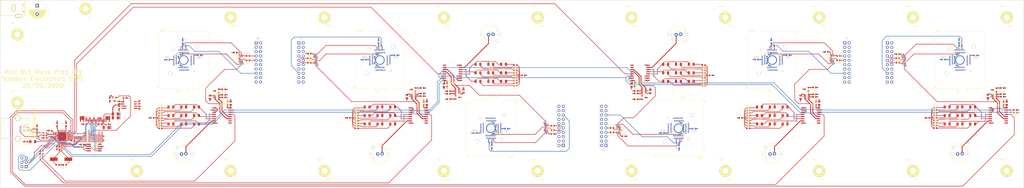
<source format=kicad_pcb>
(kicad_pcb (version 20171130) (host pcbnew "(5.1.5)-3")
  (title_block (title "Ganged Programming Rig") (date 2016-10-24) (rev A) (company "Stephan Electronics"))
  (layers (0 F.Cu signal) (1 In1.Cu signal hide) (2 In2.Cu signal hide) (31 B.Cu signal) (34 B.Paste user) (35 F.Paste user) (36 B.SilkS user) (37 F.SilkS user) (38 B.Mask user) (39 F.Mask user hide) (44 Edge.Cuts user))
  (net 0 "")
  (net 1 +5V)
  (net 2 GND)
  (net 3 +12V)
  (net 4 +3V3)
  (net 5 "Net-(C11-Pad1)")
  (net 6 "Net-(C15-Pad1)")
  (net 7 "Net-(C16-Pad1)")
  (net 8 "Net-(C17-Pad1)")
  (net 9 "Net-(C17-Pad2)")
  (net 10 "Net-(C18-Pad1)")
  (net 11 "Net-(C20-Pad1)")
  (net 12 "Net-(C20-Pad2)")
  (net 13 /MISO)
  (net 14 /SCK)
  (net 15 /MOSI)
  (net 16 /RESET)
  (net 17 "Net-(D1-Pad1)")
  (net 18 "Net-(D1-Pad2)")
  (net 19 "/Programming Socket #0/LED1")
  (net 20 "Net-(D2-Pad2)")
  (net 21 "Net-(D3-Pad2)")
  (net 22 "Net-(D4-Pad2)")
  (net 23 "/Programming Socket #0/LED2")
  (net 24 "Net-(D5-Pad2)")
  (net 25 "Net-(D6-Pad2)")
  (net 26 "Net-(D7-Pad2)")
  (net 27 "/Programming Socket #0/LED3")
  (net 28 "Net-(D8-Pad2)")
  (net 29 "Net-(D9-Pad2)")
  (net 30 "Net-(D10-Pad2)")
  (net 31 "/Programming Socket #1/LED1")
  (net 32 "Net-(D11-Pad2)")
  (net 33 "Net-(D12-Pad2)")
  (net 34 "Net-(D13-Pad2)")
  (net 35 "/Programming Socket #1/LED2")
  (net 36 "Net-(D14-Pad2)")
  (net 37 "Net-(D15-Pad2)")
  (net 38 "Net-(D16-Pad2)")
  (net 39 "/Programming Socket #1/LED3")
  (net 40 "Net-(D17-Pad2)")
  (net 41 "Net-(D18-Pad2)")
  (net 42 "Net-(D19-Pad2)")
  (net 43 "/Programming Socket #2/LED1")
  (net 44 "Net-(D20-Pad2)")
  (net 45 "Net-(D21-Pad2)")
  (net 46 "Net-(D22-Pad2)")
  (net 47 "/Programming Socket #2/LED2")
  (net 48 "Net-(D23-Pad2)")
  (net 49 "Net-(D24-Pad2)")
  (net 50 "Net-(D25-Pad2)")
  (net 51 "/Programming Socket #2/LED3")
  (net 52 "Net-(D26-Pad2)")
  (net 53 "Net-(D27-Pad2)")
  (net 54 "Net-(D28-Pad2)")
  (net 55 "/Programming Socket #3/LED1")
  (net 56 "Net-(D29-Pad2)")
  (net 57 "Net-(D30-Pad2)")
  (net 58 "Net-(D31-Pad2)")
  (net 59 "/Programming Socket #3/LED2")
  (net 60 "Net-(D32-Pad2)")
  (net 61 "Net-(D33-Pad2)")
  (net 62 "Net-(D34-Pad2)")
  (net 63 "/Programming Socket #3/LED3")
  (net 64 "Net-(D35-Pad2)")
  (net 65 "Net-(D36-Pad2)")
  (net 66 "Net-(D37-Pad2)")
  (net 67 "/Programming Socket #4/LED1")
  (net 68 "Net-(D38-Pad2)")
  (net 69 "Net-(D39-Pad2)")
  (net 70 "Net-(D40-Pad2)")
  (net 71 "/Programming Socket #4/LED2")
  (net 72 "Net-(D41-Pad2)")
  (net 73 "Net-(D42-Pad2)")
  (net 74 "Net-(D43-Pad2)")
  (net 75 "/Programming Socket #4/LED3")
  (net 76 "Net-(D44-Pad2)")
  (net 77 "Net-(D45-Pad2)")
  (net 78 "Net-(D46-Pad2)")
  (net 79 "/Programming Socket #5/LED1")
  (net 80 "Net-(D47-Pad2)")
  (net 81 "Net-(D48-Pad2)")
  (net 82 "Net-(D49-Pad2)")
  (net 83 "/Programming Socket #5/LED2")
  (net 84 "Net-(D50-Pad2)")
  (net 85 "Net-(D51-Pad2)")
  (net 86 "Net-(D52-Pad2)")
  (net 87 "/Programming Socket #5/LED3")
  (net 88 "Net-(D53-Pad2)")
  (net 89 "Net-(D54-Pad2)")
  (net 90 "Net-(D55-Pad2)")
  (net 91 /BL_POWER)
  (net 92 "Net-(R1-Pad1)")
  (net 93 "Net-(R4-Pad1)")
  (net 94 /USB_D-)
  (net 95 "Net-(R5-Pad1)")
  (net 96 /USB_D+)
  (net 97 /SPI2_MOSI)
  (net 98 /SPI2_CLK)
  (net 99 /LCD_DnC)
  (net 100 /LCD_nRES)
  (net 101 /LCD_SS)
  (net 102 /FLASH_nS)
  (net 103 "Net-(R6-Pad10)")
  (net 104 /FLASH_HV_nS)
  (net 105 /LCD_HV_SS)
  (net 106 /LCD_HV_nRES)
  (net 107 /LCD_HV_DnC)
  (net 108 /SPI2_HV_SCK)
  (net 109 /SPI2_HV_MOSI)
  (net 110 "Net-(R15-Pad2)")
  (net 111 "Net-(R28-Pad2)")
  (net 112 "Net-(R41-Pad2)")
  (net 113 "Net-(R54-Pad2)")
  (net 114 "Net-(R67-Pad2)")
  (net 115 "/Programming Socket #0/SWITCH")
  (net 116 "/Programming Socket #1/SWITCH")
  (net 117 "/Programming Socket #2/SWITCH")
  (net 118 "/Programming Socket #3/SWITCH")
  (net 119 "/Programming Socket #4/SWITCH")
  (net 120 "/Programming Socket #5/SWITCH")
  (net 121 /USB_VBUS)
  (net 122 /SPI2_MISO)
  (net 123 "/Programming Socket #0/PSU_EN")
  (net 124 "/Programming Socket #0/PSU_FAULT")
  (net 125 "/Programming Socket #1/PSU_EN")
  (net 126 "/Programming Socket #1/PSU_FAULT")
  (net 127 "/Programming Socket #2/PSU_EN")
  (net 128 "/Programming Socket #2/PSU_FAULT")
  (net 129 "/Programming Socket #3/PSU_EN")
  (net 130 "/Programming Socket #3/PSU_FAULT")
  (net 131 "/Programming Socket #4/PSU_EN")
  (net 132 "/Programming Socket #4/PSU_FAULT")
  (net 133 "/Programming Socket #5/PSU_EN")
  (net 134 "Net-(U32-Pad3)")
  (net 135 "Net-(U32-Pad2)")
  (net 136 /INT3)
  (net 137 "Net-(R7-Pad7)")
  (net 138 "Net-(R7-Pad8)")
  (net 139 "Net-(R7-Pad9)")
  (net 140 "Net-(R7-Pad10)")
  (net 141 /I2C_SCL)
  (net 142 /I2C_SDA)
  (net 143 /INT4)
  (net 144 "Net-(U1-Pad24)")
  (net 145 "Net-(U1-Pad15)")
  (net 146 "Net-(U1-Pad4)")
  (net 147 "Net-(U1-Pad1)")
  (net 148 /9_SWITCH)
  (net 149 /INT5)
  (net 150 /INT7)
  (net 151 /INT6)
  (net 152 /INT2)
  (net 153 /INT1)
  (net 154 /INT0)
  (net 155 /9_PSU_FAULT)
  (net 156 /9_PSU_EN)
  (net 157 /9_LED1)
  (net 158 /9_LED2)
  (net 159 /9_LED3)
  (net 160 "Net-(U2-Pad42)")
  (net 161 "Net-(U6-Pad9)")
  (net 162 "Net-(U6-Pad10)")
  (net 163 "Net-(U9-Pad9)")
  (net 164 "Net-(U9-Pad10)")
  (net 165 "Net-(U12-Pad10)")
  (net 166 "Net-(U12-Pad9)")
  (net 167 "Net-(U15-Pad9)")
  (net 168 "Net-(U15-Pad10)")
  (net 169 "Net-(U18-Pad10)")
  (net 170 "Net-(U18-Pad9)")
  (net 171 "Net-(C25-Pad1)")
  (net 172 "/Programming Socket #0/3V3_SOCKET")
  (net 173 "/Programming Socket #1/3V3_SOCKET")
  (net 174 "/Programming Socket #2/3V3_SOCKET")
  (net 175 "/Programming Socket #3/3V3_SOCKET")
  (net 176 "/Programming Socket #4/3V3_SOCKET")
  (net 177 "/Programming Socket #5/3V3_SOCKET")
  (net 178 "Net-(C38-Pad1)")
  (net 179 "Net-(C41-Pad1)")
  (net 180 "Net-(C46-Pad1)")
  (net 181 "Net-(C51-Pad1)")
  (net 182 "Net-(C56-Pad1)")
  (net 183 "Net-(C64-Pad1)")
  (net 184 "Net-(C66-Pad1)")
  (net 185 "Net-(C71-Pad1)")
  (net 186 "Net-(C77-Pad1)")
  (net 187 "Net-(C81-Pad1)")
  (net 188 "Net-(C90-Pad1)")
  (net 189 "Net-(J1-Pad1)")
  (net 190 "Net-(J1-Pad2)")
  (net 191 "Net-(J1-Pad3)")
  (net 192 "Net-(J1-Pad5)")
  (net 193 "Net-(J1-Pad7)")
  (net 194 "Net-(J1-Pad9)")
  (net 195 "Net-(J1-Pad11)")
  (net 196 "Net-(J1-Pad13)")
  (net 197 "/Programming Socket #0/nRESET")
  (net 198 "Net-(J1-Pad17)")
  (net 199 "Net-(J1-Pad19)")
  (net 200 "Net-(J2-Pad19)")
  (net 201 "Net-(J2-Pad17)")
  (net 202 "/Programming Socket #1/nRESET")
  (net 203 "Net-(J2-Pad13)")
  (net 204 "Net-(J2-Pad11)")
  (net 205 "Net-(J2-Pad9)")
  (net 206 "Net-(J2-Pad7)")
  (net 207 "Net-(J2-Pad5)")
  (net 208 "Net-(J2-Pad3)")
  (net 209 "Net-(J2-Pad2)")
  (net 210 "Net-(J2-Pad1)")
  (net 211 "Net-(J3-Pad19)")
  (net 212 "Net-(J3-Pad17)")
  (net 213 "/Programming Socket #2/nRESET")
  (net 214 "Net-(J3-Pad13)")
  (net 215 "Net-(J3-Pad11)")
  (net 216 "Net-(J3-Pad9)")
  (net 217 "Net-(J3-Pad7)")
  (net 218 "Net-(J3-Pad5)")
  (net 219 "Net-(J3-Pad3)")
  (net 220 "Net-(J3-Pad2)")
  (net 221 "Net-(J3-Pad1)")
  (net 222 "Net-(J4-Pad19)")
  (net 223 "Net-(J4-Pad17)")
  (net 224 "/Programming Socket #3/nRESET")
  (net 225 "Net-(J4-Pad13)")
  (net 226 "Net-(J4-Pad11)")
  (net 227 "Net-(J4-Pad9)")
  (net 228 "Net-(J4-Pad7)")
  (net 229 "Net-(J4-Pad5)")
  (net 230 "Net-(J4-Pad3)")
  (net 231 "Net-(J4-Pad2)")
  (net 232 "Net-(J4-Pad1)")
  (net 233 "Net-(J5-Pad1)")
  (net 234 "Net-(J5-Pad2)")
  (net 235 "Net-(J5-Pad3)")
  (net 236 "Net-(J5-Pad5)")
  (net 237 "Net-(J5-Pad7)")
  (net 238 "Net-(J5-Pad9)")
  (net 239 "Net-(J5-Pad11)")
  (net 240 "Net-(J5-Pad13)")
  (net 241 "/Programming Socket #4/nRESET")
  (net 242 "Net-(J5-Pad17)")
  (net 243 "Net-(J5-Pad19)")
  (net 244 "Net-(J6-Pad1)")
  (net 245 "Net-(J6-Pad2)")
  (net 246 "Net-(J6-Pad3)")
  (net 247 "Net-(J6-Pad5)")
  (net 248 "Net-(J6-Pad7)")
  (net 249 "Net-(J6-Pad9)")
  (net 250 "Net-(J6-Pad11)")
  (net 251 "Net-(J6-Pad13)")
  (net 252 "/Programming Socket #5/nRESET")
  (net 253 "Net-(J6-Pad17)")
  (net 254 "Net-(J6-Pad19)")
  (net 255 "Net-(R44-Pad2)")
  (net 256 "Net-(R45-Pad1)")
  (net 257 "Net-(R46-Pad2)")
  (net 258 "Net-(R57-Pad1)")
  (net 259 "Net-(R58-Pad2)")
  (net 260 "Net-(R59-Pad1)")
  (net 261 "Net-(R70-Pad2)")
  (net 262 "Net-(R71-Pad1)")
  (net 263 "Net-(R72-Pad2)")
  (net 264 "Net-(R83-Pad1)")
  (net 265 "Net-(R84-Pad2)")
  (net 266 "Net-(R85-Pad1)")
  (net 267 "Net-(U24-Pad48)")
  (net 268 "Net-(U24-Pad47)")
  (net 269 "Net-(U24-Pad38)")
  (net 270 "Net-(U24-Pad37)")
  (net 271 "Net-(U24-Pad26)")
  (net 272 "Net-(U24-Pad25)")
  (net 273 "Net-(U24-Pad24)")
  (net 274 "Net-(U24-Pad23)")
  (net 275 "Net-(U24-Pad14)")
  (net 276 "Net-(U24-Pad13)")
  (net 277 "Net-(U24-Pad12)")
  (net 278 "Net-(U24-Pad11)")
  (net 279 "Net-(U24-Pad2)")
  (net 280 "Net-(U24-Pad1)")
  (net 281 "/Programming Socket #0/SWDIO")
  (net 282 "/Programming Socket #0/SWCLK")
  (net 283 "Net-(U24-Pad41)")
  (net 284 "Net-(U24-Pad39)")
  (net 285 "Net-(U24-Pad34)")
  (net 286 "Net-(U24-Pad33)")
  (net 287 "Net-(U24-Pad32)")
  (net 288 "Net-(U24-Pad31)")
  (net 289 "Net-(U24-Pad30)")
  (net 290 "Net-(U24-Pad29)")
  (net 291 "Net-(U24-Pad28)")
  (net 292 "Net-(U24-Pad27)")
  (net 293 "Net-(U24-Pad22)")
  (net 294 "Net-(U24-Pad21)")
  (net 295 "Net-(U24-Pad20)")
  (net 296 "Net-(U24-Pad19)")
  (net 297 "Net-(U24-Pad16)")
  (net 298 "Net-(U24-Pad15)")
  (net 299 "Net-(U24-Pad10)")
  (net 300 "Net-(U24-Pad9)")
  (net 301 "Net-(U24-Pad8)")
  (net 302 "Net-(U24-Pad7)")
  (net 303 "Net-(U24-Pad4)")
  (net 304 "Net-(U24-Pad3)")
  (net 305 "Net-(U25-Pad48)")
  (net 306 "Net-(U25-Pad47)")
  (net 307 "Net-(U25-Pad38)")
  (net 308 "Net-(U25-Pad37)")
  (net 309 "Net-(U25-Pad26)")
  (net 310 "Net-(U25-Pad25)")
  (net 311 "Net-(U25-Pad24)")
  (net 312 "Net-(U25-Pad23)")
  (net 313 "Net-(U25-Pad14)")
  (net 314 "Net-(U25-Pad13)")
  (net 315 "Net-(U25-Pad12)")
  (net 316 "Net-(U25-Pad11)")
  (net 317 "Net-(U25-Pad2)")
  (net 318 "Net-(U25-Pad1)")
  (net 319 "/Programming Socket #1/SWDIO")
  (net 320 "/Programming Socket #1/SWCLK")
  (net 321 "Net-(U25-Pad41)")
  (net 322 "Net-(U25-Pad39)")
  (net 323 "Net-(U25-Pad34)")
  (net 324 "Net-(U25-Pad33)")
  (net 325 "Net-(U25-Pad32)")
  (net 326 "Net-(U25-Pad31)")
  (net 327 "Net-(U25-Pad30)")
  (net 328 "Net-(U25-Pad29)")
  (net 329 "Net-(U25-Pad28)")
  (net 330 "Net-(U25-Pad27)")
  (net 331 "Net-(U25-Pad22)")
  (net 332 "Net-(U25-Pad21)")
  (net 333 "Net-(U25-Pad20)")
  (net 334 "Net-(U25-Pad19)")
  (net 335 "Net-(U25-Pad16)")
  (net 336 "Net-(U25-Pad15)")
  (net 337 "Net-(U25-Pad10)")
  (net 338 "Net-(U25-Pad9)")
  (net 339 "Net-(U25-Pad8)")
  (net 340 "Net-(U25-Pad7)")
  (net 341 "Net-(U25-Pad4)")
  (net 342 "Net-(U25-Pad3)")
  (net 343 "Net-(U26-Pad48)")
  (net 344 "Net-(U26-Pad47)")
  (net 345 "Net-(U26-Pad38)")
  (net 346 "Net-(U26-Pad37)")
  (net 347 "Net-(U26-Pad26)")
  (net 348 "Net-(U26-Pad25)")
  (net 349 "Net-(U26-Pad24)")
  (net 350 "Net-(U26-Pad23)")
  (net 351 "Net-(U26-Pad14)")
  (net 352 "Net-(U26-Pad13)")
  (net 353 "Net-(U26-Pad12)")
  (net 354 "Net-(U26-Pad11)")
  (net 355 "Net-(U26-Pad2)")
  (net 356 "Net-(U26-Pad1)")
  (net 357 "/Programming Socket #2/SWDIO")
  (net 358 "/Programming Socket #2/SWCLK")
  (net 359 "Net-(U26-Pad41)")
  (net 360 "Net-(U26-Pad39)")
  (net 361 "Net-(U26-Pad34)")
  (net 362 "Net-(U26-Pad33)")
  (net 363 "Net-(U26-Pad32)")
  (net 364 "Net-(U26-Pad31)")
  (net 365 "Net-(U26-Pad30)")
  (net 366 "Net-(U26-Pad29)")
  (net 367 "Net-(U26-Pad28)")
  (net 368 "Net-(U26-Pad27)")
  (net 369 "Net-(U26-Pad22)")
  (net 370 "Net-(U26-Pad21)")
  (net 371 "Net-(U26-Pad20)")
  (net 372 "Net-(U26-Pad19)")
  (net 373 "Net-(U26-Pad16)")
  (net 374 "Net-(U26-Pad15)")
  (net 375 "Net-(U26-Pad10)")
  (net 376 "Net-(U26-Pad9)")
  (net 377 "Net-(U26-Pad8)")
  (net 378 "Net-(U26-Pad7)")
  (net 379 "Net-(U26-Pad4)")
  (net 380 "Net-(U26-Pad3)")
  (net 381 "Net-(U27-Pad3)")
  (net 382 "Net-(U27-Pad4)")
  (net 383 "Net-(U27-Pad7)")
  (net 384 "Net-(U27-Pad8)")
  (net 385 "Net-(U27-Pad9)")
  (net 386 "Net-(U27-Pad10)")
  (net 387 "Net-(U27-Pad15)")
  (net 388 "Net-(U27-Pad16)")
  (net 389 "Net-(U27-Pad19)")
  (net 390 "Net-(U27-Pad20)")
  (net 391 "Net-(U27-Pad21)")
  (net 392 "Net-(U27-Pad22)")
  (net 393 "Net-(U27-Pad27)")
  (net 394 "Net-(U27-Pad28)")
  (net 395 "Net-(U27-Pad29)")
  (net 396 "Net-(U27-Pad30)")
  (net 397 "Net-(U27-Pad31)")
  (net 398 "Net-(U27-Pad32)")
  (net 399 "Net-(U27-Pad33)")
  (net 400 "Net-(U27-Pad34)")
  (net 401 "Net-(U27-Pad39)")
  (net 402 "Net-(U27-Pad41)")
  (net 403 "/Programming Socket #3/SWCLK")
  (net 404 "/Programming Socket #3/SWDIO")
  (net 405 "Net-(U27-Pad1)")
  (net 406 "Net-(U27-Pad2)")
  (net 407 "Net-(U27-Pad11)")
  (net 408 "Net-(U27-Pad12)")
  (net 409 "Net-(U27-Pad13)")
  (net 410 "Net-(U27-Pad14)")
  (net 411 "Net-(U27-Pad23)")
  (net 412 "Net-(U27-Pad24)")
  (net 413 "Net-(U27-Pad25)")
  (net 414 "Net-(U27-Pad26)")
  (net 415 "Net-(U27-Pad37)")
  (net 416 "Net-(U27-Pad38)")
  (net 417 "Net-(U27-Pad47)")
  (net 418 "Net-(U27-Pad48)")
  (net 419 "Net-(U28-Pad3)")
  (net 420 "Net-(U28-Pad4)")
  (net 421 "Net-(U28-Pad7)")
  (net 422 "Net-(U28-Pad8)")
  (net 423 "Net-(U28-Pad9)")
  (net 424 "Net-(U28-Pad10)")
  (net 425 "Net-(U28-Pad15)")
  (net 426 "Net-(U28-Pad16)")
  (net 427 "Net-(U28-Pad19)")
  (net 428 "Net-(U28-Pad20)")
  (net 429 "Net-(U28-Pad21)")
  (net 430 "Net-(U28-Pad22)")
  (net 431 "Net-(U28-Pad27)")
  (net 432 "Net-(U28-Pad28)")
  (net 433 "Net-(U28-Pad29)")
  (net 434 "Net-(U28-Pad30)")
  (net 435 "Net-(U28-Pad31)")
  (net 436 "Net-(U28-Pad32)")
  (net 437 "Net-(U28-Pad33)")
  (net 438 "Net-(U28-Pad34)")
  (net 439 "Net-(U28-Pad39)")
  (net 440 "Net-(U28-Pad41)")
  (net 441 "/Programming Socket #4/SWCLK")
  (net 442 "/Programming Socket #4/SWDIO")
  (net 443 "Net-(U28-Pad1)")
  (net 444 "Net-(U28-Pad2)")
  (net 445 "Net-(U28-Pad11)")
  (net 446 "Net-(U28-Pad12)")
  (net 447 "Net-(U28-Pad13)")
  (net 448 "Net-(U28-Pad14)")
  (net 449 "Net-(U28-Pad23)")
  (net 450 "Net-(U28-Pad24)")
  (net 451 "Net-(U28-Pad25)")
  (net 452 "Net-(U28-Pad26)")
  (net 453 "Net-(U28-Pad37)")
  (net 454 "Net-(U28-Pad38)")
  (net 455 "Net-(U28-Pad47)")
  (net 456 "Net-(U28-Pad48)")
  (net 457 "Net-(U29-Pad3)")
  (net 458 "Net-(U29-Pad4)")
  (net 459 "Net-(U29-Pad7)")
  (net 460 "Net-(U29-Pad8)")
  (net 461 "Net-(U29-Pad9)")
  (net 462 "Net-(U29-Pad10)")
  (net 463 "Net-(U29-Pad15)")
  (net 464 "Net-(U29-Pad16)")
  (net 465 "Net-(U29-Pad19)")
  (net 466 "Net-(U29-Pad20)")
  (net 467 "Net-(U29-Pad21)")
  (net 468 "Net-(U29-Pad22)")
  (net 469 "Net-(U29-Pad27)")
  (net 470 "Net-(U29-Pad28)")
  (net 471 "Net-(U29-Pad29)")
  (net 472 "Net-(U29-Pad30)")
  (net 473 "Net-(U29-Pad31)")
  (net 474 "Net-(U29-Pad32)")
  (net 475 "Net-(U29-Pad33)")
  (net 476 "Net-(U29-Pad34)")
  (net 477 "Net-(U29-Pad39)")
  (net 478 "Net-(U29-Pad41)")
  (net 479 "/Programming Socket #5/SWCLK")
  (net 480 "/Programming Socket #5/SWDIO")
  (net 481 "Net-(U29-Pad1)")
  (net 482 "Net-(U29-Pad2)")
  (net 483 "Net-(U29-Pad11)")
  (net 484 "Net-(U29-Pad12)")
  (net 485 "Net-(U29-Pad13)")
  (net 486 "Net-(U29-Pad14)")
  (net 487 "Net-(U29-Pad23)")
  (net 488 "Net-(U29-Pad24)")
  (net 489 "Net-(U29-Pad25)")
  (net 490 "Net-(U29-Pad26)")
  (net 491 "Net-(U29-Pad37)")
  (net 492 "Net-(U29-Pad38)")
  (net 493 "Net-(U29-Pad47)")
  (net 494 "Net-(U29-Pad48)")
  (net 495 "Net-(R80-Pad2)")
  (net 496 "Net-(U21-Pad9)")
  (net 497 "Net-(U21-Pad10)")
  (net 498 "/Programming Socket #5/PSU_FAULT")
  (module "footprints:QFN-48(56)BT-0.5-01" (layer F.Cu) (at 612.5 80)
    (fp_text reference U24 (at -12.45 -17.38) (layer F.SilkS))
    (fp_text value SAMD21G18A-MU)
    (fp_text user 1 (at -15.31 -11.63) (layer F.SilkS) (effects (font (size 0.6 0.6) (thickness 0.1))))
    (fp_text user 37 (at 13.51 -17.07) (layer F.SilkS) (effects (font (size 0.6 0.6) (thickness 0.1))))
    (fp_text user 25 (at 15.53 15.41) (layer F.SilkS) (effects (font (size 0.6 0.6) (thickness 0.1))))
    (fp_text user 13 (at -13.59 17.29) (layer F.SilkS) (effects (font (size 0.6 0.6) (thickness 0.1))))
    (fp_text user 1 (at -15.31 -11.63) (layer F.SilkS) (effects (font (size 0.6 0.6) (thickness 0.1))))
    (pad 48 thru_hole circle (at -2.75 -5.875) (size 0.8 0.8) (drill 0.41) (layers *.Cu *.Mask) (net 267 "Net-(U24-Pad48)"))
    (pad 47 thru_hole circle (at -2.25 -4.35) (size 0.8 0.8) (drill 0.41) (layers *.Cu *.Mask) (net 268 "Net-(U24-Pad47)"))
    (pad 38 thru_hole circle (at 2.25 -5.875) (size 0.8 0.8) (drill 0.41) (layers *.Cu *.Mask) (net 269 "Net-(U24-Pad38)"))
    (pad 37 thru_hole circle (at 2.75 -4.35) (size 0.8 0.8) (drill 0.41) (layers *.Cu *.Mask) (net 270 "Net-(U24-Pad37)"))
    (pad 36 thru_hole circle (at 5.875 -2.75) (size 0.8 0.8) (drill 0.41) (layers *.Cu *.Mask) (net 172 "/Programming Socket #0/3V3_SOCKET"))
    (pad 35 thru_hole circle (at 4.35 -2.25) (size 0.8 0.8) (drill 0.41) (layers *.Cu *.Mask) (net 2 GND))
    (pad 26 thru_hole circle (at 5.875 2.25) (size 0.8 0.8) (drill 0.41) (layers *.Cu *.Mask) (net 271 "Net-(U24-Pad26)"))
    (pad 25 thru_hole circle (at 4.35 2.75) (size 0.8 0.8) (drill 0.41) (layers *.Cu *.Mask) (net 272 "Net-(U24-Pad25)"))
    (pad 24 thru_hole circle (at 2.75 5.875) (size 0.8 0.8) (drill 0.41) (layers *.Cu *.Mask) (net 273 "Net-(U24-Pad24)"))
    (pad 23 thru_hole circle (at 2.25 4.35) (size 0.8 0.8) (drill 0.41) (layers *.Cu *.Mask) (net 274 "Net-(U24-Pad23)"))
    (pad 14 thru_hole circle (at -2.25 5.875) (size 0.8 0.8) (drill 0.41) (layers *.Cu *.Mask) (net 275 "Net-(U24-Pad14)"))
    (pad 13 thru_hole circle (at -2.75 4.35) (size 0.8 0.8) (drill 0.41) (layers *.Cu *.Mask) (net 276 "Net-(U24-Pad13)"))
    (pad 12 thru_hole circle (at -5.875 2.75) (size 0.8 0.8) (drill 0.41) (layers *.Cu *.Mask) (net 277 "Net-(U24-Pad12)"))
    (pad 11 thru_hole circle (at -4.35 2.25) (size 0.8 0.8) (drill 0.41) (layers *.Cu *.Mask) (net 278 "Net-(U24-Pad11)"))
    (pad 2 thru_hole circle (at -5.875 -2.25) (size 0.8 0.8) (drill 0.41) (layers *.Cu *.Mask) (net 279 "Net-(U24-Pad2)"))
    (pad 1 thru_hole circle (at -4.35 -2.75) (size 0.8 0.8) (drill 0.41) (layers *.Cu *.Mask) (net 280 "Net-(U24-Pad1)"))
    (pad "" thru_hole circle (at 6.225 6.225) (size 1.4 1.4) (drill 1.4) (layers *.Cu *.Mask))
    (pad "" thru_hole circle (at -6.225 -6.225) (size 1.8 1.8) (drill 1.8) (layers *.Cu *.Mask))
    (pad "" thru_hole circle (at -7.85 7.85) (size 2.3 2.3) (drill 2.3) (layers *.Cu *.Mask))
    (pad "" thru_hole circle (at 7.85 -7.85) (size 2.3 2.3) (drill 2.3) (layers *.Cu *.Mask))
    (pad 46 thru_hole circle (at -1.75 -5.875) (size 0.8 0.8) (drill 0.41) (layers *.Cu *.Mask) (net 281 "/Programming Socket #0/SWDIO"))
    (pad 45 thru_hole circle (at -1.25 -4.35) (size 0.8 0.8) (drill 0.41) (layers *.Cu *.Mask) (net 282 "/Programming Socket #0/SWCLK"))
    (pad 44 thru_hole circle (at -0.75 -5.875) (size 0.8 0.8) (drill 0.41) (layers *.Cu *.Mask) (net 172 "/Programming Socket #0/3V3_SOCKET"))
    (pad 43 thru_hole circle (at -0.25 -4.35) (size 0.8 0.8) (drill 0.41) (layers *.Cu *.Mask) (net 179 "Net-(C41-Pad1)"))
    (pad 42 thru_hole circle (at 0.25 -5.875) (size 0.8 0.8) (drill 0.41) (layers *.Cu *.Mask) (net 2 GND))
    (pad 41 thru_hole circle (at 0.75 -4.35) (size 0.8 0.8) (drill 0.41) (layers *.Cu *.Mask) (net 283 "Net-(U24-Pad41)"))
    (pad 40 thru_hole circle (at 1.25 -5.875) (size 0.8 0.8) (drill 0.41) (layers *.Cu *.Mask) (net 197 "/Programming Socket #0/nRESET"))
    (pad 39 thru_hole circle (at 1.75 -4.35) (size 0.8 0.8) (drill 0.41) (layers *.Cu *.Mask) (net 284 "Net-(U24-Pad39)"))
    (pad 34 thru_hole circle (at 5.875 -1.75) (size 0.8 0.8) (drill 0.41) (layers *.Cu *.Mask) (net 285 "Net-(U24-Pad34)"))
    (pad 33 thru_hole circle (at 4.35 -1.25) (size 0.8 0.8) (drill 0.41) (layers *.Cu *.Mask) (net 286 "Net-(U24-Pad33)"))
    (pad 32 thru_hole circle (at 5.875 -0.75) (size 0.8 0.8) (drill 0.41) (layers *.Cu *.Mask) (net 287 "Net-(U24-Pad32)"))
    (pad 31 thru_hole circle (at 4.35 -0.25) (size 0.8 0.8) (drill 0.41) (layers *.Cu *.Mask) (net 288 "Net-(U24-Pad31)"))
    (pad 30 thru_hole circle (at 5.875 0.25) (size 0.8 0.8) (drill 0.41) (layers *.Cu *.Mask) (net 289 "Net-(U24-Pad30)"))
    (pad 29 thru_hole circle (at 4.35 0.75) (size 0.8 0.8) (drill 0.41) (layers *.Cu *.Mask) (net 290 "Net-(U24-Pad29)"))
    (pad 28 thru_hole circle (at 5.875 1.25) (size 0.8 0.8) (drill 0.41) (layers *.Cu *.Mask) (net 291 "Net-(U24-Pad28)"))
    (pad 27 thru_hole circle (at 4.35 1.75) (size 0.8 0.8) (drill 0.41) (layers *.Cu *.Mask) (net 292 "Net-(U24-Pad27)"))
    (pad 22 thru_hole circle (at 1.75 5.875) (size 0.8 0.8) (drill 0.41) (layers *.Cu *.Mask) (net 293 "Net-(U24-Pad22)"))
    (pad 21 thru_hole circle (at 1.25 4.35) (size 0.8 0.8) (drill 0.41) (layers *.Cu *.Mask) (net 294 "Net-(U24-Pad21)"))
    (pad 20 thru_hole circle (at 0.75 5.875) (size 0.8 0.8) (drill 0.41) (layers *.Cu *.Mask) (net 295 "Net-(U24-Pad20)"))
    (pad 19 thru_hole circle (at 0.25 4.35) (size 0.8 0.8) (drill 0.41) (layers *.Cu *.Mask) (net 296 "Net-(U24-Pad19)"))
    (pad 18 thru_hole circle (at -0.25 5.875) (size 0.8 0.8) (drill 0.41) (layers *.Cu *.Mask) (net 2 GND))
    (pad 17 thru_hole circle (at -0.75 4.35) (size 0.8 0.8) (drill 0.41) (layers *.Cu *.Mask) (net 172 "/Programming Socket #0/3V3_SOCKET"))
    (pad 16 thru_hole circle (at -1.25 5.875) (size 0.8 0.8) (drill 0.41) (layers *.Cu *.Mask) (net 297 "Net-(U24-Pad16)"))
    (pad 15 thru_hole circle (at -1.75 4.35) (size 0.8 0.8) (drill 0.41) (layers *.Cu *.Mask) (net 298 "Net-(U24-Pad15)"))
    (pad 10 thru_hole circle (at -5.875 1.75) (size 0.8 0.8) (drill 0.41) (layers *.Cu *.Mask) (net 299 "Net-(U24-Pad10)"))
    (pad 9 thru_hole circle (at -4.35 1.25) (size 0.8 0.8) (drill 0.41) (layers *.Cu *.Mask) (net 300 "Net-(U24-Pad9)"))
    (pad 8 thru_hole circle (at -5.875 0.75) (size 0.8 0.8) (drill 0.41) (layers *.Cu *.Mask) (net 301 "Net-(U24-Pad8)"))
    (pad 7 thru_hole circle (at -4.35 0.25) (size 0.8 0.8) (drill 0.41) (layers *.Cu *.Mask) (net 302 "Net-(U24-Pad7)"))
    (pad 6 thru_hole circle (at -5.875 -0.25) (size 0.8 0.8) (drill 0.41) (layers *.Cu *.Mask) (net 172 "/Programming Socket #0/3V3_SOCKET"))
    (pad 5 thru_hole circle (at -4.35 -0.75) (size 0.8 0.8) (drill 0.41) (layers *.Cu *.Mask) (net 2 GND))
    (pad 4 thru_hole circle (at -5.875 -1.25) (size 0.8 0.8) (drill 0.41) (layers *.Cu *.Mask) (net 303 "Net-(U24-Pad4)"))
    (pad 3 thru_hole circle (at -4.35 -1.75) (size 0.8 0.8) (drill 0.41) (layers *.Cu *.Mask) (net 304 "Net-(U24-Pad3)"))
    (pad 49 thru_hole circle (at 0 0) (size 5.5 5.5) (drill 4.5) (layers *.Cu *.Mask) (net 2 GND))
  )
  (module "footprints:QFN-48(56)BT-0.5-01" (layer F.Cu) (at 157.5 80)
    (fp_text reference U29 (at -12.45 -17.38) (layer F.SilkS))
    (fp_text value SAMD21G18A-MU)
    (fp_text user 1 (at -5.32 -3.55) (layer F.SilkS) (effects (font (size 0.6 0.6) (thickness 0.1))))
    (fp_text user 37 (at 13.51 -17.07) (layer F.SilkS) (effects (font (size 0.6 0.6) (thickness 0.1))))
    (fp_text user 25 (at 15.53 15.41) (layer F.SilkS) (effects (font (size 0.6 0.6) (thickness 0.1))))
    (fp_text user 13 (at -13.59 17.29) (layer F.SilkS) (effects (font (size 0.6 0.6) (thickness 0.1))))
    (fp_text user 1 (at -15.31 -11.63) (layer F.SilkS) (effects (font (size 0.6 0.6) (thickness 0.1))))
    (pad 48 thru_hole circle (at -2.75 -5.875) (size 0.8 0.8) (drill 0.41) (layers *.Cu *.Mask) (net 494 "Net-(U29-Pad48)"))
    (pad 47 thru_hole circle (at -2.25 -4.35) (size 0.8 0.8) (drill 0.41) (layers *.Cu *.Mask) (net 493 "Net-(U29-Pad47)"))
    (pad 38 thru_hole circle (at 2.25 -5.875) (size 0.8 0.8) (drill 0.41) (layers *.Cu *.Mask) (net 492 "Net-(U29-Pad38)"))
    (pad 37 thru_hole circle (at 2.75 -4.35) (size 0.8 0.8) (drill 0.41) (layers *.Cu *.Mask) (net 491 "Net-(U29-Pad37)"))
    (pad 36 thru_hole circle (at 5.875 -2.75) (size 0.8 0.8) (drill 0.41) (layers *.Cu *.Mask) (net 177 "/Programming Socket #5/3V3_SOCKET"))
    (pad 35 thru_hole circle (at 4.35 -2.25) (size 0.8 0.8) (drill 0.41) (layers *.Cu *.Mask) (net 2 GND))
    (pad 26 thru_hole circle (at 5.875 2.25) (size 0.8 0.8) (drill 0.41) (layers *.Cu *.Mask) (net 490 "Net-(U29-Pad26)"))
    (pad 25 thru_hole circle (at 4.35 2.75) (size 0.8 0.8) (drill 0.41) (layers *.Cu *.Mask) (net 489 "Net-(U29-Pad25)"))
    (pad 24 thru_hole circle (at 2.75 5.875) (size 0.8 0.8) (drill 0.41) (layers *.Cu *.Mask) (net 488 "Net-(U29-Pad24)"))
    (pad 23 thru_hole circle (at 2.25 4.35) (size 0.8 0.8) (drill 0.41) (layers *.Cu *.Mask) (net 487 "Net-(U29-Pad23)"))
    (pad 14 thru_hole circle (at -2.25 5.875) (size 0.8 0.8) (drill 0.41) (layers *.Cu *.Mask) (net 486 "Net-(U29-Pad14)"))
    (pad 13 thru_hole circle (at -2.75 4.35) (size 0.8 0.8) (drill 0.41) (layers *.Cu *.Mask) (net 485 "Net-(U29-Pad13)"))
    (pad 12 thru_hole circle (at -5.875 2.75) (size 0.8 0.8) (drill 0.41) (layers *.Cu *.Mask) (net 484 "Net-(U29-Pad12)"))
    (pad 11 thru_hole circle (at -4.35 2.25) (size 0.8 0.8) (drill 0.41) (layers *.Cu *.Mask) (net 483 "Net-(U29-Pad11)"))
    (pad 2 thru_hole circle (at -5.875 -2.25) (size 0.8 0.8) (drill 0.41) (layers *.Cu *.Mask) (net 482 "Net-(U29-Pad2)"))
    (pad 1 thru_hole circle (at -4.35 -2.75) (size 0.8 0.8) (drill 0.41) (layers *.Cu *.Mask) (net 481 "Net-(U29-Pad1)"))
    (pad "" thru_hole circle (at 6.225 6.225) (size 1.4 1.4) (drill 1.4) (layers *.Cu *.Mask))
    (pad "" thru_hole circle (at -6.225 -6.225) (size 1.8 1.8) (drill 1.8) (layers *.Cu *.Mask))
    (pad "" thru_hole circle (at -7.85 7.85) (size 2.3 2.3) (drill 2.3) (layers *.Cu *.Mask))
    (pad "" thru_hole circle (at 7.85 -7.85) (size 2.3 2.3) (drill 2.3) (layers *.Cu *.Mask))
    (pad 46 thru_hole circle (at -1.75 -5.875) (size 0.8 0.8) (drill 0.41) (layers *.Cu *.Mask) (net 480 "/Programming Socket #5/SWDIO"))
    (pad 45 thru_hole circle (at -1.25 -4.35) (size 0.8 0.8) (drill 0.41) (layers *.Cu *.Mask) (net 479 "/Programming Socket #5/SWCLK"))
    (pad 44 thru_hole circle (at -0.75 -5.875) (size 0.8 0.8) (drill 0.41) (layers *.Cu *.Mask) (net 177 "/Programming Socket #5/3V3_SOCKET"))
    (pad 43 thru_hole circle (at -0.25 -4.35) (size 0.8 0.8) (drill 0.41) (layers *.Cu *.Mask) (net 187 "Net-(C81-Pad1)"))
    (pad 42 thru_hole circle (at 0.25 -5.875) (size 0.8 0.8) (drill 0.41) (layers *.Cu *.Mask) (net 2 GND))
    (pad 41 thru_hole circle (at 0.75 -4.35) (size 0.8 0.8) (drill 0.41) (layers *.Cu *.Mask) (net 478 "Net-(U29-Pad41)"))
    (pad 40 thru_hole circle (at 1.25 -5.875) (size 0.8 0.8) (drill 0.41) (layers *.Cu *.Mask) (net 252 "/Programming Socket #5/nRESET"))
    (pad 39 thru_hole circle (at 1.75 -4.35) (size 0.8 0.8) (drill 0.41) (layers *.Cu *.Mask) (net 477 "Net-(U29-Pad39)"))
    (pad 34 thru_hole circle (at 5.875 -1.75) (size 0.8 0.8) (drill 0.41) (layers *.Cu *.Mask) (net 476 "Net-(U29-Pad34)"))
    (pad 33 thru_hole circle (at 4.35 -1.25) (size 0.8 0.8) (drill 0.41) (layers *.Cu *.Mask) (net 475 "Net-(U29-Pad33)"))
    (pad 32 thru_hole circle (at 5.875 -0.75) (size 0.8 0.8) (drill 0.41) (layers *.Cu *.Mask) (net 474 "Net-(U29-Pad32)"))
    (pad 31 thru_hole circle (at 4.35 -0.25) (size 0.8 0.8) (drill 0.41) (layers *.Cu *.Mask) (net 473 "Net-(U29-Pad31)"))
    (pad 30 thru_hole circle (at 5.875 0.25) (size 0.8 0.8) (drill 0.41) (layers *.Cu *.Mask) (net 472 "Net-(U29-Pad30)"))
    (pad 29 thru_hole circle (at 4.35 0.75) (size 0.8 0.8) (drill 0.41) (layers *.Cu *.Mask) (net 471 "Net-(U29-Pad29)"))
    (pad 28 thru_hole circle (at 5.875 1.25) (size 0.8 0.8) (drill 0.41) (layers *.Cu *.Mask) (net 470 "Net-(U29-Pad28)"))
    (pad 27 thru_hole circle (at 4.35 1.75) (size 0.8 0.8) (drill 0.41) (layers *.Cu *.Mask) (net 469 "Net-(U29-Pad27)"))
    (pad 22 thru_hole circle (at 1.75 5.875) (size 0.8 0.8) (drill 0.41) (layers *.Cu *.Mask) (net 468 "Net-(U29-Pad22)"))
    (pad 21 thru_hole circle (at 1.25 4.35) (size 0.8 0.8) (drill 0.41) (layers *.Cu *.Mask) (net 467 "Net-(U29-Pad21)"))
    (pad 20 thru_hole circle (at 0.75 5.875) (size 0.8 0.8) (drill 0.41) (layers *.Cu *.Mask) (net 466 "Net-(U29-Pad20)"))
    (pad 19 thru_hole circle (at 0.25 4.35) (size 0.8 0.8) (drill 0.41) (layers *.Cu *.Mask) (net 465 "Net-(U29-Pad19)"))
    (pad 18 thru_hole circle (at -0.25 5.875) (size 0.8 0.8) (drill 0.41) (layers *.Cu *.Mask) (net 2 GND))
    (pad 17 thru_hole circle (at -0.75 4.35) (size 0.8 0.8) (drill 0.41) (layers *.Cu *.Mask) (net 177 "/Programming Socket #5/3V3_SOCKET"))
    (pad 16 thru_hole circle (at -1.25 5.875) (size 0.8 0.8) (drill 0.41) (layers *.Cu *.Mask) (net 464 "Net-(U29-Pad16)"))
    (pad 15 thru_hole circle (at -1.75 4.35) (size 0.8 0.8) (drill 0.41) (layers *.Cu *.Mask) (net 463 "Net-(U29-Pad15)"))
    (pad 10 thru_hole circle (at -5.875 1.75) (size 0.8 0.8) (drill 0.41) (layers *.Cu *.Mask) (net 462 "Net-(U29-Pad10)"))
    (pad 9 thru_hole circle (at -4.35 1.25) (size 0.8 0.8) (drill 0.41) (layers *.Cu *.Mask) (net 461 "Net-(U29-Pad9)"))
    (pad 8 thru_hole circle (at -5.875 0.75) (size 0.8 0.8) (drill 0.41) (layers *.Cu *.Mask) (net 460 "Net-(U29-Pad8)"))
    (pad 7 thru_hole circle (at -4.35 0.25) (size 0.8 0.8) (drill 0.41) (layers *.Cu *.Mask) (net 459 "Net-(U29-Pad7)"))
    (pad 6 thru_hole circle (at -5.875 -0.25) (size 0.8 0.8) (drill 0.41) (layers *.Cu *.Mask) (net 177 "/Programming Socket #5/3V3_SOCKET"))
    (pad 5 thru_hole circle (at -4.35 -0.75) (size 0.8 0.8) (drill 0.41) (layers *.Cu *.Mask) (net 2 GND))
    (pad 4 thru_hole circle (at -5.875 -1.25) (size 0.8 0.8) (drill 0.41) (layers *.Cu *.Mask) (net 458 "Net-(U29-Pad4)"))
    (pad 3 thru_hole circle (at -4.35 -1.75) (size 0.8 0.8) (drill 0.41) (layers *.Cu *.Mask) (net 457 "Net-(U29-Pad3)"))
    (pad 49 thru_hole circle (at 0 0) (size 5.5 5.5) (drill 4.5) (layers *.Cu *.Mask) (net 2 GND))
  )
  (module "footprints:QFN-48(56)BT-0.5-01" (layer F.Cu) (at 272.5 80)
    (fp_text reference U28 (at -12.45 -17.38) (layer F.SilkS))
    (fp_text value SAMD21G18A-MU)
    (fp_text user 1 (at -5.32 -3.55) (layer F.SilkS) (effects (font (size 0.6 0.6) (thickness 0.1))))
    (fp_text user 37 (at 13.51 -17.07) (layer F.SilkS) (effects (font (size 0.6 0.6) (thickness 0.1))))
    (fp_text user 25 (at 15.53 15.41) (layer F.SilkS) (effects (font (size 0.6 0.6) (thickness 0.1))))
    (fp_text user 13 (at -13.59 17.29) (layer F.SilkS) (effects (font (size 0.6 0.6) (thickness 0.1))))
    (fp_text user 1 (at -15.31 -11.63) (layer F.SilkS) (effects (font (size 0.6 0.6) (thickness 0.1))))
    (pad 48 thru_hole circle (at -2.75 -5.875) (size 0.8 0.8) (drill 0.41) (layers *.Cu *.Mask) (net 456 "Net-(U28-Pad48)"))
    (pad 47 thru_hole circle (at -2.25 -4.35) (size 0.8 0.8) (drill 0.41) (layers *.Cu *.Mask) (net 455 "Net-(U28-Pad47)"))
    (pad 38 thru_hole circle (at 2.25 -5.875) (size 0.8 0.8) (drill 0.41) (layers *.Cu *.Mask) (net 454 "Net-(U28-Pad38)"))
    (pad 37 thru_hole circle (at 2.75 -4.35) (size 0.8 0.8) (drill 0.41) (layers *.Cu *.Mask) (net 453 "Net-(U28-Pad37)"))
    (pad 36 thru_hole circle (at 5.875 -2.75) (size 0.8 0.8) (drill 0.41) (layers *.Cu *.Mask) (net 176 "/Programming Socket #4/3V3_SOCKET"))
    (pad 35 thru_hole circle (at 4.35 -2.25) (size 0.8 0.8) (drill 0.41) (layers *.Cu *.Mask) (net 2 GND))
    (pad 26 thru_hole circle (at 5.875 2.25) (size 0.8 0.8) (drill 0.41) (layers *.Cu *.Mask) (net 452 "Net-(U28-Pad26)"))
    (pad 25 thru_hole circle (at 4.35 2.75) (size 0.8 0.8) (drill 0.41) (layers *.Cu *.Mask) (net 451 "Net-(U28-Pad25)"))
    (pad 24 thru_hole circle (at 2.75 5.875) (size 0.8 0.8) (drill 0.41) (layers *.Cu *.Mask) (net 450 "Net-(U28-Pad24)"))
    (pad 23 thru_hole circle (at 2.25 4.35) (size 0.8 0.8) (drill 0.41) (layers *.Cu *.Mask) (net 449 "Net-(U28-Pad23)"))
    (pad 14 thru_hole circle (at -2.25 5.875) (size 0.8 0.8) (drill 0.41) (layers *.Cu *.Mask) (net 448 "Net-(U28-Pad14)"))
    (pad 13 thru_hole circle (at -2.75 4.35) (size 0.8 0.8) (drill 0.41) (layers *.Cu *.Mask) (net 447 "Net-(U28-Pad13)"))
    (pad 12 thru_hole circle (at -5.875 2.75) (size 0.8 0.8) (drill 0.41) (layers *.Cu *.Mask) (net 446 "Net-(U28-Pad12)"))
    (pad 11 thru_hole circle (at -4.35 2.25) (size 0.8 0.8) (drill 0.41) (layers *.Cu *.Mask) (net 445 "Net-(U28-Pad11)"))
    (pad 2 thru_hole circle (at -5.875 -2.25) (size 0.8 0.8) (drill 0.41) (layers *.Cu *.Mask) (net 444 "Net-(U28-Pad2)"))
    (pad 1 thru_hole circle (at -4.35 -2.75) (size 0.8 0.8) (drill 0.41) (layers *.Cu *.Mask) (net 443 "Net-(U28-Pad1)"))
    (pad "" thru_hole circle (at 6.225 6.225) (size 1.4 1.4) (drill 1.4) (layers *.Cu *.Mask))
    (pad "" thru_hole circle (at -6.225 -6.225) (size 1.8 1.8) (drill 1.8) (layers *.Cu *.Mask))
    (pad "" thru_hole circle (at -7.85 7.85) (size 2.3 2.3) (drill 2.3) (layers *.Cu *.Mask))
    (pad "" thru_hole circle (at 7.85 -7.85) (size 2.3 2.3) (drill 2.3) (layers *.Cu *.Mask))
    (pad 46 thru_hole circle (at -1.75 -5.875) (size 0.8 0.8) (drill 0.41) (layers *.Cu *.Mask) (net 442 "/Programming Socket #4/SWDIO"))
    (pad 45 thru_hole circle (at -1.25 -4.35) (size 0.8 0.8) (drill 0.41) (layers *.Cu *.Mask) (net 441 "/Programming Socket #4/SWCLK"))
    (pad 44 thru_hole circle (at -0.75 -5.875) (size 0.8 0.8) (drill 0.41) (layers *.Cu *.Mask) (net 176 "/Programming Socket #4/3V3_SOCKET"))
    (pad 43 thru_hole circle (at -0.25 -4.35) (size 0.8 0.8) (drill 0.41) (layers *.Cu *.Mask) (net 185 "Net-(C71-Pad1)"))
    (pad 42 thru_hole circle (at 0.25 -5.875) (size 0.8 0.8) (drill 0.41) (layers *.Cu *.Mask) (net 2 GND))
    (pad 41 thru_hole circle (at 0.75 -4.35) (size 0.8 0.8) (drill 0.41) (layers *.Cu *.Mask) (net 440 "Net-(U28-Pad41)"))
    (pad 40 thru_hole circle (at 1.25 -5.875) (size 0.8 0.8) (drill 0.41) (layers *.Cu *.Mask) (net 241 "/Programming Socket #4/nRESET"))
    (pad 39 thru_hole circle (at 1.75 -4.35) (size 0.8 0.8) (drill 0.41) (layers *.Cu *.Mask) (net 439 "Net-(U28-Pad39)"))
    (pad 34 thru_hole circle (at 5.875 -1.75) (size 0.8 0.8) (drill 0.41) (layers *.Cu *.Mask) (net 438 "Net-(U28-Pad34)"))
    (pad 33 thru_hole circle (at 4.35 -1.25) (size 0.8 0.8) (drill 0.41) (layers *.Cu *.Mask) (net 437 "Net-(U28-Pad33)"))
    (pad 32 thru_hole circle (at 5.875 -0.75) (size 0.8 0.8) (drill 0.41) (layers *.Cu *.Mask) (net 436 "Net-(U28-Pad32)"))
    (pad 31 thru_hole circle (at 4.35 -0.25) (size 0.8 0.8) (drill 0.41) (layers *.Cu *.Mask) (net 435 "Net-(U28-Pad31)"))
    (pad 30 thru_hole circle (at 5.875 0.25) (size 0.8 0.8) (drill 0.41) (layers *.Cu *.Mask) (net 434 "Net-(U28-Pad30)"))
    (pad 29 thru_hole circle (at 4.35 0.75) (size 0.8 0.8) (drill 0.41) (layers *.Cu *.Mask) (net 433 "Net-(U28-Pad29)"))
    (pad 28 thru_hole circle (at 5.875 1.25) (size 0.8 0.8) (drill 0.41) (layers *.Cu *.Mask) (net 432 "Net-(U28-Pad28)"))
    (pad 27 thru_hole circle (at 4.35 1.75) (size 0.8 0.8) (drill 0.41) (layers *.Cu *.Mask) (net 431 "Net-(U28-Pad27)"))
    (pad 22 thru_hole circle (at 1.75 5.875) (size 0.8 0.8) (drill 0.41) (layers *.Cu *.Mask) (net 430 "Net-(U28-Pad22)"))
    (pad 21 thru_hole circle (at 1.25 4.35) (size 0.8 0.8) (drill 0.41) (layers *.Cu *.Mask) (net 429 "Net-(U28-Pad21)"))
    (pad 20 thru_hole circle (at 0.75 5.875) (size 0.8 0.8) (drill 0.41) (layers *.Cu *.Mask) (net 428 "Net-(U28-Pad20)"))
    (pad 19 thru_hole circle (at 0.25 4.35) (size 0.8 0.8) (drill 0.41) (layers *.Cu *.Mask) (net 427 "Net-(U28-Pad19)"))
    (pad 18 thru_hole circle (at -0.25 5.875) (size 0.8 0.8) (drill 0.41) (layers *.Cu *.Mask) (net 2 GND))
    (pad 17 thru_hole circle (at -0.75 4.35) (size 0.8 0.8) (drill 0.41) (layers *.Cu *.Mask) (net 176 "/Programming Socket #4/3V3_SOCKET"))
    (pad 16 thru_hole circle (at -1.25 5.875) (size 0.8 0.8) (drill 0.41) (layers *.Cu *.Mask) (net 426 "Net-(U28-Pad16)"))
    (pad 15 thru_hole circle (at -1.75 4.35) (size 0.8 0.8) (drill 0.41) (layers *.Cu *.Mask) (net 425 "Net-(U28-Pad15)"))
    (pad 10 thru_hole circle (at -5.875 1.75) (size 0.8 0.8) (drill 0.41) (layers *.Cu *.Mask) (net 424 "Net-(U28-Pad10)"))
    (pad 9 thru_hole circle (at -4.35 1.25) (size 0.8 0.8) (drill 0.41) (layers *.Cu *.Mask) (net 423 "Net-(U28-Pad9)"))
    (pad 8 thru_hole circle (at -5.875 0.75) (size 0.8 0.8) (drill 0.41) (layers *.Cu *.Mask) (net 422 "Net-(U28-Pad8)"))
    (pad 7 thru_hole circle (at -4.35 0.25) (size 0.8 0.8) (drill 0.41) (layers *.Cu *.Mask) (net 421 "Net-(U28-Pad7)"))
    (pad 6 thru_hole circle (at -5.875 -0.25) (size 0.8 0.8) (drill 0.41) (layers *.Cu *.Mask) (net 176 "/Programming Socket #4/3V3_SOCKET"))
    (pad 5 thru_hole circle (at -4.35 -0.75) (size 0.8 0.8) (drill 0.41) (layers *.Cu *.Mask) (net 2 GND))
    (pad 4 thru_hole circle (at -5.875 -1.25) (size 0.8 0.8) (drill 0.41) (layers *.Cu *.Mask) (net 420 "Net-(U28-Pad4)"))
    (pad 3 thru_hole circle (at -4.35 -1.75) (size 0.8 0.8) (drill 0.41) (layers *.Cu *.Mask) (net 419 "Net-(U28-Pad3)"))
    (pad 49 thru_hole circle (at 0 0) (size 5.5 5.5) (drill 4.5) (layers *.Cu *.Mask) (net 2 GND))
  )
  (module "footprints:QFN-48(56)BT-0.5-01" (layer F.Cu) (at 502.5 80)
    (fp_text reference U25 (at -12.45 -17.38) (layer F.SilkS))
    (fp_text value SAMD21G18A-MU)
    (fp_text user 1 (at -15.31 -11.63) (layer F.SilkS) (effects (font (size 0.6 0.6) (thickness 0.1))))
    (fp_text user 37 (at 13.51 -17.07) (layer F.SilkS) (effects (font (size 0.6 0.6) (thickness 0.1))))
    (fp_text user 25 (at 15.53 15.41) (layer F.SilkS) (effects (font (size 0.6 0.6) (thickness 0.1))))
    (fp_text user 13 (at -13.59 17.29) (layer F.SilkS) (effects (font (size 0.6 0.6) (thickness 0.1))))
    (fp_text user 1 (at -15.31 -11.63) (layer F.SilkS) (effects (font (size 0.6 0.6) (thickness 0.1))))
    (pad 48 thru_hole circle (at -2.75 -5.875) (size 0.8 0.8) (drill 0.41) (layers *.Cu *.Mask) (net 305 "Net-(U25-Pad48)"))
    (pad 47 thru_hole circle (at -2.25 -4.35) (size 0.8 0.8) (drill 0.41) (layers *.Cu *.Mask) (net 306 "Net-(U25-Pad47)"))
    (pad 38 thru_hole circle (at 2.25 -5.875) (size 0.8 0.8) (drill 0.41) (layers *.Cu *.Mask) (net 307 "Net-(U25-Pad38)"))
    (pad 37 thru_hole circle (at 2.75 -4.35) (size 0.8 0.8) (drill 0.41) (layers *.Cu *.Mask) (net 308 "Net-(U25-Pad37)"))
    (pad 36 thru_hole circle (at 5.875 -2.75) (size 0.8 0.8) (drill 0.41) (layers *.Cu *.Mask) (net 173 "/Programming Socket #1/3V3_SOCKET"))
    (pad 35 thru_hole circle (at 4.35 -2.25) (size 0.8 0.8) (drill 0.41) (layers *.Cu *.Mask) (net 2 GND))
    (pad 26 thru_hole circle (at 5.875 2.25) (size 0.8 0.8) (drill 0.41) (layers *.Cu *.Mask) (net 309 "Net-(U25-Pad26)"))
    (pad 25 thru_hole circle (at 4.35 2.75) (size 0.8 0.8) (drill 0.41) (layers *.Cu *.Mask) (net 310 "Net-(U25-Pad25)"))
    (pad 24 thru_hole circle (at 2.75 5.875) (size 0.8 0.8) (drill 0.41) (layers *.Cu *.Mask) (net 311 "Net-(U25-Pad24)"))
    (pad 23 thru_hole circle (at 2.25 4.35) (size 0.8 0.8) (drill 0.41) (layers *.Cu *.Mask) (net 312 "Net-(U25-Pad23)"))
    (pad 14 thru_hole circle (at -2.25 5.875) (size 0.8 0.8) (drill 0.41) (layers *.Cu *.Mask) (net 313 "Net-(U25-Pad14)"))
    (pad 13 thru_hole circle (at -2.75 4.35) (size 0.8 0.8) (drill 0.41) (layers *.Cu *.Mask) (net 314 "Net-(U25-Pad13)"))
    (pad 12 thru_hole circle (at -5.875 2.75) (size 0.8 0.8) (drill 0.41) (layers *.Cu *.Mask) (net 315 "Net-(U25-Pad12)"))
    (pad 11 thru_hole circle (at -4.35 2.25) (size 0.8 0.8) (drill 0.41) (layers *.Cu *.Mask) (net 316 "Net-(U25-Pad11)"))
    (pad 2 thru_hole circle (at -5.875 -2.25) (size 0.8 0.8) (drill 0.41) (layers *.Cu *.Mask) (net 317 "Net-(U25-Pad2)"))
    (pad 1 thru_hole circle (at -4.35 -2.75) (size 0.8 0.8) (drill 0.41) (layers *.Cu *.Mask) (net 318 "Net-(U25-Pad1)"))
    (pad "" thru_hole circle (at 6.225 6.225) (size 1.4 1.4) (drill 1.4) (layers *.Cu *.Mask))
    (pad "" thru_hole circle (at -6.225 -6.225) (size 1.8 1.8) (drill 1.8) (layers *.Cu *.Mask))
    (pad "" thru_hole circle (at -7.85 7.85) (size 2.3 2.3) (drill 2.3) (layers *.Cu *.Mask))
    (pad "" thru_hole circle (at 7.85 -7.85) (size 2.3 2.3) (drill 2.3) (layers *.Cu *.Mask))
    (pad 46 thru_hole circle (at -1.75 -5.875) (size 0.8 0.8) (drill 0.41) (layers *.Cu *.Mask) (net 319 "/Programming Socket #1/SWDIO"))
    (pad 45 thru_hole circle (at -1.25 -4.35) (size 0.8 0.8) (drill 0.41) (layers *.Cu *.Mask) (net 320 "/Programming Socket #1/SWCLK"))
    (pad 44 thru_hole circle (at -0.75 -5.875) (size 0.8 0.8) (drill 0.41) (layers *.Cu *.Mask) (net 173 "/Programming Socket #1/3V3_SOCKET"))
    (pad 43 thru_hole circle (at -0.25 -4.35) (size 0.8 0.8) (drill 0.41) (layers *.Cu *.Mask) (net 180 "Net-(C46-Pad1)"))
    (pad 42 thru_hole circle (at 0.25 -5.875) (size 0.8 0.8) (drill 0.41) (layers *.Cu *.Mask) (net 2 GND))
    (pad 41 thru_hole circle (at 0.75 -4.35) (size 0.8 0.8) (drill 0.41) (layers *.Cu *.Mask) (net 321 "Net-(U25-Pad41)"))
    (pad 40 thru_hole circle (at 1.25 -5.875) (size 0.8 0.8) (drill 0.41) (layers *.Cu *.Mask) (net 202 "/Programming Socket #1/nRESET"))
    (pad 39 thru_hole circle (at 1.75 -4.35) (size 0.8 0.8) (drill 0.41) (layers *.Cu *.Mask) (net 322 "Net-(U25-Pad39)"))
    (pad 34 thru_hole circle (at 5.875 -1.75) (size 0.8 0.8) (drill 0.41) (layers *.Cu *.Mask) (net 323 "Net-(U25-Pad34)"))
    (pad 33 thru_hole circle (at 4.35 -1.25) (size 0.8 0.8) (drill 0.41) (layers *.Cu *.Mask) (net 324 "Net-(U25-Pad33)"))
    (pad 32 thru_hole circle (at 5.875 -0.75) (size 0.8 0.8) (drill 0.41) (layers *.Cu *.Mask) (net 325 "Net-(U25-Pad32)"))
    (pad 31 thru_hole circle (at 4.35 -0.25) (size 0.8 0.8) (drill 0.41) (layers *.Cu *.Mask) (net 326 "Net-(U25-Pad31)"))
    (pad 30 thru_hole circle (at 5.875 0.25) (size 0.8 0.8) (drill 0.41) (layers *.Cu *.Mask) (net 327 "Net-(U25-Pad30)"))
    (pad 29 thru_hole circle (at 4.35 0.75) (size 0.8 0.8) (drill 0.41) (layers *.Cu *.Mask) (net 328 "Net-(U25-Pad29)"))
    (pad 28 thru_hole circle (at 5.875 1.25) (size 0.8 0.8) (drill 0.41) (layers *.Cu *.Mask) (net 329 "Net-(U25-Pad28)"))
    (pad 27 thru_hole circle (at 4.35 1.75) (size 0.8 0.8) (drill 0.41) (layers *.Cu *.Mask) (net 330 "Net-(U25-Pad27)"))
    (pad 22 thru_hole circle (at 1.75 5.875) (size 0.8 0.8) (drill 0.41) (layers *.Cu *.Mask) (net 331 "Net-(U25-Pad22)"))
    (pad 21 thru_hole circle (at 1.25 4.35) (size 0.8 0.8) (drill 0.41) (layers *.Cu *.Mask) (net 332 "Net-(U25-Pad21)"))
    (pad 20 thru_hole circle (at 0.75 5.875) (size 0.8 0.8) (drill 0.41) (layers *.Cu *.Mask) (net 333 "Net-(U25-Pad20)"))
    (pad 19 thru_hole circle (at 0.25 4.35) (size 0.8 0.8) (drill 0.41) (layers *.Cu *.Mask) (net 334 "Net-(U25-Pad19)"))
    (pad 18 thru_hole circle (at -0.25 5.875) (size 0.8 0.8) (drill 0.41) (layers *.Cu *.Mask) (net 2 GND))
    (pad 17 thru_hole circle (at -0.75 4.35) (size 0.8 0.8) (drill 0.41) (layers *.Cu *.Mask) (net 173 "/Programming Socket #1/3V3_SOCKET"))
    (pad 16 thru_hole circle (at -1.25 5.875) (size 0.8 0.8) (drill 0.41) (layers *.Cu *.Mask) (net 335 "Net-(U25-Pad16)"))
    (pad 15 thru_hole circle (at -1.75 4.35) (size 0.8 0.8) (drill 0.41) (layers *.Cu *.Mask) (net 336 "Net-(U25-Pad15)"))
    (pad 10 thru_hole circle (at -5.875 1.75) (size 0.8 0.8) (drill 0.41) (layers *.Cu *.Mask) (net 337 "Net-(U25-Pad10)"))
    (pad 9 thru_hole circle (at -4.35 1.25) (size 0.8 0.8) (drill 0.41) (layers *.Cu *.Mask) (net 338 "Net-(U25-Pad9)"))
    (pad 8 thru_hole circle (at -5.875 0.75) (size 0.8 0.8) (drill 0.41) (layers *.Cu *.Mask) (net 339 "Net-(U25-Pad8)"))
    (pad 7 thru_hole circle (at -4.35 0.25) (size 0.8 0.8) (drill 0.41) (layers *.Cu *.Mask) (net 340 "Net-(U25-Pad7)"))
    (pad 6 thru_hole circle (at -5.875 -0.25) (size 0.8 0.8) (drill 0.41) (layers *.Cu *.Mask) (net 173 "/Programming Socket #1/3V3_SOCKET"))
    (pad 5 thru_hole circle (at -4.35 -0.75) (size 0.8 0.8) (drill 0.41) (layers *.Cu *.Mask) (net 2 GND))
    (pad 4 thru_hole circle (at -5.875 -1.25) (size 0.8 0.8) (drill 0.41) (layers *.Cu *.Mask) (net 341 "Net-(U25-Pad4)"))
    (pad 3 thru_hole circle (at -4.35 -1.75) (size 0.8 0.8) (drill 0.41) (layers *.Cu *.Mask) (net 342 "Net-(U25-Pad3)"))
    (pad 49 thru_hole circle (at 0 0) (size 5.5 5.5) (drill 4.5) (layers *.Cu *.Mask) (net 2 GND))
  )
  (module "footprints:QFN-48(56)BT-0.5-01" (layer F.Cu) (at 447.5 120 180)
    (fp_text reference U26 (at -12.45 -17.38) (layer F.SilkS))
    (fp_text value SAMD21G18A-MU)
    (fp_text user 1 (at -15.31 -11.63) (layer F.SilkS) (effects (font (size 0.6 0.6) (thickness 0.1))))
    (fp_text user 37 (at 13.51 -17.07) (layer F.SilkS) (effects (font (size 0.6 0.6) (thickness 0.1))))
    (fp_text user 25 (at 15.53 15.41) (layer F.SilkS) (effects (font (size 0.6 0.6) (thickness 0.1))))
    (fp_text user 13 (at -13.59 17.29) (layer F.SilkS) (effects (font (size 0.6 0.6) (thickness 0.1))))
    (fp_text user 1 (at -15.31 -11.63) (layer F.SilkS) (effects (font (size 0.6 0.6) (thickness 0.1))))
    (pad 48 thru_hole circle (at -2.75 -5.875 180) (size 0.8 0.8) (drill 0.41) (layers *.Cu *.Mask) (net 343 "Net-(U26-Pad48)"))
    (pad 47 thru_hole circle (at -2.25 -4.35 180) (size 0.8 0.8) (drill 0.41) (layers *.Cu *.Mask) (net 344 "Net-(U26-Pad47)"))
    (pad 38 thru_hole circle (at 2.25 -5.875 180) (size 0.8 0.8) (drill 0.41) (layers *.Cu *.Mask) (net 345 "Net-(U26-Pad38)"))
    (pad 37 thru_hole circle (at 2.75 -4.35 180) (size 0.8 0.8) (drill 0.41) (layers *.Cu *.Mask) (net 346 "Net-(U26-Pad37)"))
    (pad 36 thru_hole circle (at 5.875 -2.75 180) (size 0.8 0.8) (drill 0.41) (layers *.Cu *.Mask) (net 174 "/Programming Socket #2/3V3_SOCKET"))
    (pad 35 thru_hole circle (at 4.35 -2.25 180) (size 0.8 0.8) (drill 0.41) (layers *.Cu *.Mask) (net 2 GND))
    (pad 26 thru_hole circle (at 5.875 2.25 180) (size 0.8 0.8) (drill 0.41) (layers *.Cu *.Mask) (net 347 "Net-(U26-Pad26)"))
    (pad 25 thru_hole circle (at 4.35 2.75 180) (size 0.8 0.8) (drill 0.41) (layers *.Cu *.Mask) (net 348 "Net-(U26-Pad25)"))
    (pad 24 thru_hole circle (at 2.75 5.875 180) (size 0.8 0.8) (drill 0.41) (layers *.Cu *.Mask) (net 349 "Net-(U26-Pad24)"))
    (pad 23 thru_hole circle (at 2.25 4.35 180) (size 0.8 0.8) (drill 0.41) (layers *.Cu *.Mask) (net 350 "Net-(U26-Pad23)"))
    (pad 14 thru_hole circle (at -2.25 5.875 180) (size 0.8 0.8) (drill 0.41) (layers *.Cu *.Mask) (net 351 "Net-(U26-Pad14)"))
    (pad 13 thru_hole circle (at -2.75 4.35 180) (size 0.8 0.8) (drill 0.41) (layers *.Cu *.Mask) (net 352 "Net-(U26-Pad13)"))
    (pad 12 thru_hole circle (at -5.875 2.75 180) (size 0.8 0.8) (drill 0.41) (layers *.Cu *.Mask) (net 353 "Net-(U26-Pad12)"))
    (pad 11 thru_hole circle (at -4.35 2.25 180) (size 0.8 0.8) (drill 0.41) (layers *.Cu *.Mask) (net 354 "Net-(U26-Pad11)"))
    (pad 2 thru_hole circle (at -5.875 -2.25 180) (size 0.8 0.8) (drill 0.41) (layers *.Cu *.Mask) (net 355 "Net-(U26-Pad2)"))
    (pad 1 thru_hole circle (at -4.35 -2.75 180) (size 0.8 0.8) (drill 0.41) (layers *.Cu *.Mask) (net 356 "Net-(U26-Pad1)"))
    (pad "" thru_hole circle (at 6.225 6.225 180) (size 1.4 1.4) (drill 1.4) (layers *.Cu *.Mask))
    (pad "" thru_hole circle (at -6.225 -6.225 180) (size 1.8 1.8) (drill 1.8) (layers *.Cu *.Mask))
    (pad "" thru_hole circle (at -7.85 7.85 180) (size 2.3 2.3) (drill 2.3) (layers *.Cu *.Mask))
    (pad "" thru_hole circle (at 7.85 -7.85 180) (size 2.3 2.3) (drill 2.3) (layers *.Cu *.Mask))
    (pad 46 thru_hole circle (at -1.75 -5.875 180) (size 0.8 0.8) (drill 0.41) (layers *.Cu *.Mask) (net 357 "/Programming Socket #2/SWDIO"))
    (pad 45 thru_hole circle (at -1.25 -4.35 180) (size 0.8 0.8) (drill 0.41) (layers *.Cu *.Mask) (net 358 "/Programming Socket #2/SWCLK"))
    (pad 44 thru_hole circle (at -0.75 -5.875 180) (size 0.8 0.8) (drill 0.41) (layers *.Cu *.Mask) (net 174 "/Programming Socket #2/3V3_SOCKET"))
    (pad 43 thru_hole circle (at -0.25 -4.35 180) (size 0.8 0.8) (drill 0.41) (layers *.Cu *.Mask) (net 182 "Net-(C56-Pad1)"))
    (pad 42 thru_hole circle (at 0.25 -5.875 180) (size 0.8 0.8) (drill 0.41) (layers *.Cu *.Mask) (net 2 GND))
    (pad 41 thru_hole circle (at 0.75 -4.35 180) (size 0.8 0.8) (drill 0.41) (layers *.Cu *.Mask) (net 359 "Net-(U26-Pad41)"))
    (pad 40 thru_hole circle (at 1.25 -5.875 180) (size 0.8 0.8) (drill 0.41) (layers *.Cu *.Mask) (net 213 "/Programming Socket #2/nRESET"))
    (pad 39 thru_hole circle (at 1.75 -4.35 180) (size 0.8 0.8) (drill 0.41) (layers *.Cu *.Mask) (net 360 "Net-(U26-Pad39)"))
    (pad 34 thru_hole circle (at 5.875 -1.75 180) (size 0.8 0.8) (drill 0.41) (layers *.Cu *.Mask) (net 361 "Net-(U26-Pad34)"))
    (pad 33 thru_hole circle (at 4.35 -1.25 180) (size 0.8 0.8) (drill 0.41) (layers *.Cu *.Mask) (net 362 "Net-(U26-Pad33)"))
    (pad 32 thru_hole circle (at 5.875 -0.75 180) (size 0.8 0.8) (drill 0.41) (layers *.Cu *.Mask) (net 363 "Net-(U26-Pad32)"))
    (pad 31 thru_hole circle (at 4.35 -0.25 180) (size 0.8 0.8) (drill 0.41) (layers *.Cu *.Mask) (net 364 "Net-(U26-Pad31)"))
    (pad 30 thru_hole circle (at 5.875 0.25 180) (size 0.8 0.8) (drill 0.41) (layers *.Cu *.Mask) (net 365 "Net-(U26-Pad30)"))
    (pad 29 thru_hole circle (at 4.35 0.75 180) (size 0.8 0.8) (drill 0.41) (layers *.Cu *.Mask) (net 366 "Net-(U26-Pad29)"))
    (pad 28 thru_hole circle (at 5.875 1.25 180) (size 0.8 0.8) (drill 0.41) (layers *.Cu *.Mask) (net 367 "Net-(U26-Pad28)"))
    (pad 27 thru_hole circle (at 4.35 1.75 180) (size 0.8 0.8) (drill 0.41) (layers *.Cu *.Mask) (net 368 "Net-(U26-Pad27)"))
    (pad 22 thru_hole circle (at 1.75 5.875 180) (size 0.8 0.8) (drill 0.41) (layers *.Cu *.Mask) (net 369 "Net-(U26-Pad22)"))
    (pad 21 thru_hole circle (at 1.25 4.35 180) (size 0.8 0.8) (drill 0.41) (layers *.Cu *.Mask) (net 370 "Net-(U26-Pad21)"))
    (pad 20 thru_hole circle (at 0.75 5.875 180) (size 0.8 0.8) (drill 0.41) (layers *.Cu *.Mask) (net 371 "Net-(U26-Pad20)"))
    (pad 19 thru_hole circle (at 0.25 4.35 180) (size 0.8 0.8) (drill 0.41) (layers *.Cu *.Mask) (net 372 "Net-(U26-Pad19)"))
    (pad 18 thru_hole circle (at -0.25 5.875 180) (size 0.8 0.8) (drill 0.41) (layers *.Cu *.Mask) (net 2 GND))
    (pad 17 thru_hole circle (at -0.75 4.35 180) (size 0.8 0.8) (drill 0.41) (layers *.Cu *.Mask) (net 174 "/Programming Socket #2/3V3_SOCKET"))
    (pad 16 thru_hole circle (at -1.25 5.875 180) (size 0.8 0.8) (drill 0.41) (layers *.Cu *.Mask) (net 373 "Net-(U26-Pad16)"))
    (pad 15 thru_hole circle (at -1.75 4.35 180) (size 0.8 0.8) (drill 0.41) (layers *.Cu *.Mask) (net 374 "Net-(U26-Pad15)"))
    (pad 10 thru_hole circle (at -5.875 1.75 180) (size 0.8 0.8) (drill 0.41) (layers *.Cu *.Mask) (net 375 "Net-(U26-Pad10)"))
    (pad 9 thru_hole circle (at -4.35 1.25 180) (size 0.8 0.8) (drill 0.41) (layers *.Cu *.Mask) (net 376 "Net-(U26-Pad9)"))
    (pad 8 thru_hole circle (at -5.875 0.75 180) (size 0.8 0.8) (drill 0.41) (layers *.Cu *.Mask) (net 377 "Net-(U26-Pad8)"))
    (pad 7 thru_hole circle (at -4.35 0.25 180) (size 0.8 0.8) (drill 0.41) (layers *.Cu *.Mask) (net 378 "Net-(U26-Pad7)"))
    (pad 6 thru_hole circle (at -5.875 -0.25 180) (size 0.8 0.8) (drill 0.41) (layers *.Cu *.Mask) (net 174 "/Programming Socket #2/3V3_SOCKET"))
    (pad 5 thru_hole circle (at -4.35 -0.75 180) (size 0.8 0.8) (drill 0.41) (layers *.Cu *.Mask) (net 2 GND))
    (pad 4 thru_hole circle (at -5.875 -1.25 180) (size 0.8 0.8) (drill 0.41) (layers *.Cu *.Mask) (net 379 "Net-(U26-Pad4)"))
    (pad 3 thru_hole circle (at -4.35 -1.75 180) (size 0.8 0.8) (drill 0.41) (layers *.Cu *.Mask) (net 380 "Net-(U26-Pad3)"))
    (pad 49 thru_hole circle (at 0 0 180) (size 5.5 5.5) (drill 4.5) (layers *.Cu *.Mask) (net 2 GND))
  )
  (module "footprints:QFN-48(56)BT-0.5-01" (layer F.Cu) (at 337.5 120 180)
    (fp_text reference U27 (at -12.45 -17.38) (layer F.SilkS))
    (fp_text value SAMD21G18A-MU)
    (fp_text user 1 (at -5.32 -3.55) (layer F.SilkS) (effects (font (size 0.6 0.6) (thickness 0.1))))
    (fp_text user 37 (at 13.51 -17.07) (layer F.SilkS) (effects (font (size 0.6 0.6) (thickness 0.1))))
    (fp_text user 25 (at 15.53 15.41) (layer F.SilkS) (effects (font (size 0.6 0.6) (thickness 0.1))))
    (fp_text user 13 (at -13.59 17.29) (layer F.SilkS) (effects (font (size 0.6 0.6) (thickness 0.1))))
    (fp_text user 1 (at -15.31 -11.63) (layer F.SilkS) (effects (font (size 0.6 0.6) (thickness 0.1))))
    (pad 48 thru_hole circle (at -2.75 -5.875 180) (size 0.8 0.8) (drill 0.41) (layers *.Cu *.Mask) (net 418 "Net-(U27-Pad48)"))
    (pad 47 thru_hole circle (at -2.25 -4.35 180) (size 0.8 0.8) (drill 0.41) (layers *.Cu *.Mask) (net 417 "Net-(U27-Pad47)"))
    (pad 38 thru_hole circle (at 2.25 -5.875 180) (size 0.8 0.8) (drill 0.41) (layers *.Cu *.Mask) (net 416 "Net-(U27-Pad38)"))
    (pad 37 thru_hole circle (at 2.75 -4.35 180) (size 0.8 0.8) (drill 0.41) (layers *.Cu *.Mask) (net 415 "Net-(U27-Pad37)"))
    (pad 36 thru_hole circle (at 5.875 -2.75 180) (size 0.8 0.8) (drill 0.41) (layers *.Cu *.Mask) (net 175 "/Programming Socket #3/3V3_SOCKET"))
    (pad 35 thru_hole circle (at 4.35 -2.25 180) (size 0.8 0.8) (drill 0.41) (layers *.Cu *.Mask) (net 2 GND))
    (pad 26 thru_hole circle (at 5.875 2.25 180) (size 0.8 0.8) (drill 0.41) (layers *.Cu *.Mask) (net 414 "Net-(U27-Pad26)"))
    (pad 25 thru_hole circle (at 4.35 2.75 180) (size 0.8 0.8) (drill 0.41) (layers *.Cu *.Mask) (net 413 "Net-(U27-Pad25)"))
    (pad 24 thru_hole circle (at 2.75 5.875 180) (size 0.8 0.8) (drill 0.41) (layers *.Cu *.Mask) (net 412 "Net-(U27-Pad24)"))
    (pad 23 thru_hole circle (at 2.25 4.35 180) (size 0.8 0.8) (drill 0.41) (layers *.Cu *.Mask) (net 411 "Net-(U27-Pad23)"))
    (pad 14 thru_hole circle (at -2.25 5.875 180) (size 0.8 0.8) (drill 0.41) (layers *.Cu *.Mask) (net 410 "Net-(U27-Pad14)"))
    (pad 13 thru_hole circle (at -2.75 4.35 180) (size 0.8 0.8) (drill 0.41) (layers *.Cu *.Mask) (net 409 "Net-(U27-Pad13)"))
    (pad 12 thru_hole circle (at -5.875 2.75 180) (size 0.8 0.8) (drill 0.41) (layers *.Cu *.Mask) (net 408 "Net-(U27-Pad12)"))
    (pad 11 thru_hole circle (at -4.35 2.25 180) (size 0.8 0.8) (drill 0.41) (layers *.Cu *.Mask) (net 407 "Net-(U27-Pad11)"))
    (pad 2 thru_hole circle (at -5.875 -2.25 180) (size 0.8 0.8) (drill 0.41) (layers *.Cu *.Mask) (net 406 "Net-(U27-Pad2)"))
    (pad 1 thru_hole circle (at -4.35 -2.75 180) (size 0.8 0.8) (drill 0.41) (layers *.Cu *.Mask) (net 405 "Net-(U27-Pad1)"))
    (pad "" thru_hole circle (at 6.225 6.225 180) (size 1.4 1.4) (drill 1.4) (layers *.Cu *.Mask))
    (pad "" thru_hole circle (at -6.225 -6.225 180) (size 1.8 1.8) (drill 1.8) (layers *.Cu *.Mask))
    (pad "" thru_hole circle (at -7.85 7.85 180) (size 2.3 2.3) (drill 2.3) (layers *.Cu *.Mask))
    (pad "" thru_hole circle (at 7.85 -7.85 180) (size 2.3 2.3) (drill 2.3) (layers *.Cu *.Mask))
    (pad 46 thru_hole circle (at -1.75 -5.875 180) (size 0.8 0.8) (drill 0.41) (layers *.Cu *.Mask) (net 404 "/Programming Socket #3/SWDIO"))
    (pad 45 thru_hole circle (at -1.25 -4.35 180) (size 0.8 0.8) (drill 0.41) (layers *.Cu *.Mask) (net 403 "/Programming Socket #3/SWCLK"))
    (pad 44 thru_hole circle (at -0.75 -5.875 180) (size 0.8 0.8) (drill 0.41) (layers *.Cu *.Mask) (net 175 "/Programming Socket #3/3V3_SOCKET"))
    (pad 43 thru_hole circle (at -0.25 -4.35 180) (size 0.8 0.8) (drill 0.41) (layers *.Cu *.Mask) (net 184 "Net-(C66-Pad1)"))
    (pad 42 thru_hole circle (at 0.25 -5.875 180) (size 0.8 0.8) (drill 0.41) (layers *.Cu *.Mask) (net 2 GND))
    (pad 41 thru_hole circle (at 0.75 -4.35 180) (size 0.8 0.8) (drill 0.41) (layers *.Cu *.Mask) (net 402 "Net-(U27-Pad41)"))
    (pad 40 thru_hole circle (at 1.25 -5.875 180) (size 0.8 0.8) (drill 0.41) (layers *.Cu *.Mask) (net 224 "/Programming Socket #3/nRESET"))
    (pad 39 thru_hole circle (at 1.75 -4.35 180) (size 0.8 0.8) (drill 0.41) (layers *.Cu *.Mask) (net 401 "Net-(U27-Pad39)"))
    (pad 34 thru_hole circle (at 5.875 -1.75 180) (size 0.8 0.8) (drill 0.41) (layers *.Cu *.Mask) (net 400 "Net-(U27-Pad34)"))
    (pad 33 thru_hole circle (at 4.35 -1.25 180) (size 0.8 0.8) (drill 0.41) (layers *.Cu *.Mask) (net 399 "Net-(U27-Pad33)"))
    (pad 32 thru_hole circle (at 5.875 -0.75 180) (size 0.8 0.8) (drill 0.41) (layers *.Cu *.Mask) (net 398 "Net-(U27-Pad32)"))
    (pad 31 thru_hole circle (at 4.35 -0.25 180) (size 0.8 0.8) (drill 0.41) (layers *.Cu *.Mask) (net 397 "Net-(U27-Pad31)"))
    (pad 30 thru_hole circle (at 5.875 0.25 180) (size 0.8 0.8) (drill 0.41) (layers *.Cu *.Mask) (net 396 "Net-(U27-Pad30)"))
    (pad 29 thru_hole circle (at 4.35 0.75 180) (size 0.8 0.8) (drill 0.41) (layers *.Cu *.Mask) (net 395 "Net-(U27-Pad29)"))
    (pad 28 thru_hole circle (at 5.875 1.25 180) (size 0.8 0.8) (drill 0.41) (layers *.Cu *.Mask) (net 394 "Net-(U27-Pad28)"))
    (pad 27 thru_hole circle (at 4.35 1.75 180) (size 0.8 0.8) (drill 0.41) (layers *.Cu *.Mask) (net 393 "Net-(U27-Pad27)"))
    (pad 22 thru_hole circle (at 1.75 5.875 180) (size 0.8 0.8) (drill 0.41) (layers *.Cu *.Mask) (net 392 "Net-(U27-Pad22)"))
    (pad 21 thru_hole circle (at 1.25 4.35 180) (size 0.8 0.8) (drill 0.41) (layers *.Cu *.Mask) (net 391 "Net-(U27-Pad21)"))
    (pad 20 thru_hole circle (at 0.75 5.875 180) (size 0.8 0.8) (drill 0.41) (layers *.Cu *.Mask) (net 390 "Net-(U27-Pad20)"))
    (pad 19 thru_hole circle (at 0.25 4.35 180) (size 0.8 0.8) (drill 0.41) (layers *.Cu *.Mask) (net 389 "Net-(U27-Pad19)"))
    (pad 18 thru_hole circle (at -0.25 5.875 180) (size 0.8 0.8) (drill 0.41) (layers *.Cu *.Mask) (net 2 GND))
    (pad 17 thru_hole circle (at -0.75 4.35 180) (size 0.8 0.8) (drill 0.41) (layers *.Cu *.Mask) (net 175 "/Programming Socket #3/3V3_SOCKET"))
    (pad 16 thru_hole circle (at -1.25 5.875 180) (size 0.8 0.8) (drill 0.41) (layers *.Cu *.Mask) (net 388 "Net-(U27-Pad16)"))
    (pad 15 thru_hole circle (at -1.75 4.35 180) (size 0.8 0.8) (drill 0.41) (layers *.Cu *.Mask) (net 387 "Net-(U27-Pad15)"))
    (pad 10 thru_hole circle (at -5.875 1.75 180) (size 0.8 0.8) (drill 0.41) (layers *.Cu *.Mask) (net 386 "Net-(U27-Pad10)"))
    (pad 9 thru_hole circle (at -4.35 1.25 180) (size 0.8 0.8) (drill 0.41) (layers *.Cu *.Mask) (net 385 "Net-(U27-Pad9)"))
    (pad 8 thru_hole circle (at -5.875 0.75 180) (size 0.8 0.8) (drill 0.41) (layers *.Cu *.Mask) (net 384 "Net-(U27-Pad8)"))
    (pad 7 thru_hole circle (at -4.35 0.25 180) (size 0.8 0.8) (drill 0.41) (layers *.Cu *.Mask) (net 383 "Net-(U27-Pad7)"))
    (pad 6 thru_hole circle (at -5.875 -0.25 180) (size 0.8 0.8) (drill 0.41) (layers *.Cu *.Mask) (net 175 "/Programming Socket #3/3V3_SOCKET"))
    (pad 5 thru_hole circle (at -4.35 -0.75 180) (size 0.8 0.8) (drill 0.41) (layers *.Cu *.Mask) (net 2 GND))
    (pad 4 thru_hole circle (at -5.875 -1.25 180) (size 0.8 0.8) (drill 0.41) (layers *.Cu *.Mask) (net 382 "Net-(U27-Pad4)"))
    (pad 3 thru_hole circle (at -4.35 -1.75 180) (size 0.8 0.8) (drill 0.41) (layers *.Cu *.Mask) (net 381 "Net-(U27-Pad3)"))
    (pad 49 thru_hole circle (at 0 0 180) (size 5.5 5.5) (drill 4.5) (layers *.Cu *.Mask) (net 2 GND))
  )
  (module Resistor_SMD:R_0603_1608Metric (layer F.Cu) (at 351.9 87.5 180)
    (fp_text reference R52 (at 0 -1.43) (layer F.SilkS))
    (fp_text value 1k)
    (pad 2 smd roundrect (at 0.7875 0 180) (size 0.875 0.95) (layers F.Cu F.Paste F.Mask) (net 62 "Net-(D34-Pad2)"))
    (pad 1 smd roundrect (at -0.7875 0 180) (size 0.875 0.95) (layers F.Cu F.Paste F.Mask) (net 1 +5V))
  )
  (module Capacitor_SMD:C_0603_1608Metric (layer F.Cu) (at 484 113.9 180)
    (fp_text reference C39 (at 0 -1.43) (layer F.SilkS))
    (fp_text value 100nF)
    (pad 1 smd roundrect (at -0.7875 0 180) (size 0.875 0.95) (layers F.Cu F.Paste F.Mask) (net 1 +5V))
    (pad 2 smd roundrect (at 0.7875 0 180) (size 0.875 0.95) (layers F.Cu F.Paste F.Mask) (net 2 GND))
  )
  (module Resistor_SMD:R_0603_1608Metric (layer F.Cu) (at 488.55 112.5)
    (fp_text reference R26 (at 0 -1.43) (layer F.SilkS))
    (fp_text value 1k)
    (pad 1 smd roundrect (at -0.7875 0) (size 0.875 0.95) (layers F.Cu F.Paste F.Mask) (net 1 +5V))
    (pad 2 smd roundrect (at 0.7875 0) (size 0.875 0.95) (layers F.Cu F.Paste F.Mask) (net 38 "Net-(D16-Pad2)"))
  )
  (module Resistor_SMD:R_0603_1608Metric (layer F.Cu) (at 488.5 108)
    (fp_text reference R27 (at 0 -1.43) (layer F.SilkS))
    (fp_text value 1k)
    (pad 2 smd roundrect (at 0.7875 0) (size 0.875 0.95) (layers F.Cu F.Paste F.Mask) (net 40 "Net-(D17-Pad2)"))
    (pad 1 smd roundrect (at -0.7875 0) (size 0.875 0.95) (layers F.Cu F.Paste F.Mask) (net 1 +5V))
  )
  (module Resistor_SMD:R_0603_1608Metric (layer F.Cu) (at 488.5 109.5)
    (fp_text reference R29 (at 0 -1.43) (layer F.SilkS))
    (fp_text value 1k)
    (pad 1 smd roundrect (at -0.7875 0) (size 0.875 0.95) (layers F.Cu F.Paste F.Mask) (net 1 +5V))
    (pad 2 smd roundrect (at 0.7875 0) (size 0.875 0.95) (layers F.Cu F.Paste F.Mask) (net 41 "Net-(D18-Pad2)"))
  )
  (module Resistor_SMD:R_0603_1608Metric (layer F.Cu) (at 488.5 117)
    (fp_text reference R22 (at 0 -1.43) (layer F.SilkS))
    (fp_text value 1k)
    (pad 1 smd roundrect (at -0.7875 0) (size 0.875 0.95) (layers F.Cu F.Paste F.Mask) (net 1 +5V))
    (pad 2 smd roundrect (at 0.7875 0) (size 0.875 0.95) (layers F.Cu F.Paste F.Mask) (net 33 "Net-(D12-Pad2)"))
  )
  (module Resistor_SMD:R_0603_1608Metric (layer F.Cu) (at 488.5 111)
    (fp_text reference R30 (at 0 -1.43) (layer F.SilkS))
    (fp_text value 1k)
    (pad 1 smd roundrect (at -0.7875 0) (size 0.875 0.95) (layers F.Cu F.Paste F.Mask) (net 1 +5V))
    (pad 2 smd roundrect (at 0.7875 0) (size 0.875 0.95) (layers F.Cu F.Paste F.Mask) (net 42 "Net-(D19-Pad2)"))
  )
  (module Resistor_SMD:R_0603_1608Metric (layer F.Cu) (at 488.55 114)
    (fp_text reference R24 (at 0 -1.43) (layer F.SilkS))
    (fp_text value 1k)
    (pad 1 smd roundrect (at -0.7875 0) (size 0.875 0.95) (layers F.Cu F.Paste F.Mask) (net 1 +5V))
    (pad 2 smd roundrect (at 0.7875 0) (size 0.875 0.95) (layers F.Cu F.Paste F.Mask) (net 36 "Net-(D14-Pad2)"))
  )
  (module Resistor_SMD:R_0603_1608Metric (layer F.Cu) (at 488.5 115.5)
    (fp_text reference R25 (at 0 -1.43) (layer F.SilkS))
    (fp_text value 1k)
    (pad 2 smd roundrect (at 0.7875 0) (size 0.875 0.95) (layers F.Cu F.Paste F.Mask) (net 37 "Net-(D15-Pad2)"))
    (pad 1 smd roundrect (at -0.7875 0) (size 0.875 0.95) (layers F.Cu F.Paste F.Mask) (net 1 +5V))
  )
  (module Resistor_SMD:R_0603_1608Metric (layer F.Cu) (at 488.5 120)
    (fp_text reference R23 (at 0 -1.43) (layer F.SilkS))
    (fp_text value 1k)
    (pad 2 smd roundrect (at 0.7875 0) (size 0.875 0.95) (layers F.Cu F.Paste F.Mask) (net 34 "Net-(D13-Pad2)"))
    (pad 1 smd roundrect (at -0.7875 0) (size 0.875 0.95) (layers F.Cu F.Paste F.Mask) (net 1 +5V))
  )
  (module Resistor_SMD:R_0603_1608Metric (layer F.Cu) (at 488.5 118.5)
    (fp_text reference R21 (at 0 -1.43) (layer F.SilkS))
    (fp_text value 1k)
    (pad 2 smd roundrect (at 0.7875 0) (size 0.875 0.95) (layers F.Cu F.Paste F.Mask) (net 32 "Net-(D11-Pad2)"))
    (pad 1 smd roundrect (at -0.7875 0) (size 0.875 0.95) (layers F.Cu F.Paste F.Mask) (net 1 +5V))
  )
  (module Capacitor_SMD:C_0603_1608Metric (layer F.Cu) (at 638.1 105.5 90)
    (fp_text reference C22 (at 0 -1.43 90) (layer F.SilkS))
    (fp_text value 100nF)
    (pad 2 smd roundrect (at 0.7875 0 90) (size 0.875 0.95) (layers F.Cu F.Paste F.Mask) (net 2 GND))
    (pad 1 smd roundrect (at -0.7875 0 90) (size 0.875 0.95) (layers F.Cu F.Paste F.Mask) (net 1 +5V))
  )
  (module Capacitor_SMD:C_0805_2012Metric (layer F.Cu) (at 639.9 105.3 90)
    (fp_text reference C23 (at 0 -1.65 90) (layer F.SilkS))
    (fp_text value 10uF)
    (pad 1 smd roundrect (at -0.9375 0 90) (size 0.975 1.4) (layers F.Cu F.Paste F.Mask) (net 1 +5V))
    (pad 2 smd roundrect (at 0.9375 0 90) (size 0.975 1.4) (layers F.Cu F.Paste F.Mask) (net 2 GND))
  )
  (module Resistor_SMD:R_0603_1608Metric (layer F.Cu) (at 644.9 109.3 180)
    (fp_text reference R126 (at 0 -1.43) (layer F.SilkS))
    (fp_text value 2k2)
    (pad 2 smd roundrect (at 0.7875 0 180) (size 0.875 0.95) (layers F.Cu F.Paste F.Mask) (net 142 /I2C_SDA))
    (pad 1 smd roundrect (at -0.7875 0 180) (size 0.875 0.95) (layers F.Cu F.Paste F.Mask) (net 1 +5V))
  )
  (module Resistor_SMD:R_0603_1608Metric (layer F.Cu) (at 644.9 110.8 180)
    (fp_text reference R125 (at 0 -1.43) (layer F.SilkS))
    (fp_text value 2k2)
    (pad 1 smd roundrect (at -0.7875 0 180) (size 0.875 0.95) (layers F.Cu F.Paste F.Mask) (net 1 +5V))
    (pad 2 smd roundrect (at 0.7875 0 180) (size 0.875 0.95) (layers F.Cu F.Paste F.Mask) (net 141 /I2C_SCL))
  )
  (module Capacitor_SMD:C_0603_1608Metric (layer F.Cu) (at 637.4 100)
    (fp_text reference C25 (at 0 -1.43) (layer F.SilkS))
    (fp_text value 1uF)
    (pad 1 smd roundrect (at -0.7875 0) (size 0.875 0.95) (layers F.Cu F.Paste F.Mask) (net 171 "Net-(C25-Pad1)"))
    (pad 2 smd roundrect (at 0.7875 0) (size 0.875 0.95) (layers F.Cu F.Paste F.Mask) (net 2 GND))
  )
  (module Capacitor_SMD:C_0805_2012Metric (layer F.Cu) (at 628.9 101.3 270)
    (fp_text reference C24 (at 0 -1.65 90) (layer F.SilkS))
    (fp_text value 10uF)
    (pad 2 smd roundrect (at 0.9375 0 270) (size 0.975 1.4) (layers F.Cu F.Paste F.Mask) (net 2 GND))
    (pad 1 smd roundrect (at -0.9375 0 270) (size 0.975 1.4) (layers F.Cu F.Paste F.Mask) (net 1 +5V))
  )
  (module Resistor_SMD:R_0603_1608Metric (layer F.Cu) (at 637.4 101.5 180)
    (fp_text reference R15 (at 0 -1.43) (layer F.SilkS))
    (fp_text value 210k)
    (pad 1 smd roundrect (at -0.7875 0 180) (size 0.875 0.95) (layers F.Cu F.Paste F.Mask) (net 2 GND))
    (pad 2 smd roundrect (at 0.7875 0 180) (size 0.875 0.95) (layers F.Cu F.Paste F.Mask) (net 110 "Net-(R15-Pad2)"))
  )
  (module Package_SO:SOIC-16W_7.5x10.3mm_P1.27mm (layer F.Cu) (at 635 112.5)
    (fp_text reference U6 (at 0 -6.1) (layer F.SilkS))
    (fp_text value PCA9554)
    (pad 1 smd roundrect (at -4.65 -4.445) (size 2.05 0.6) (layers F.Cu F.Paste F.Mask) (net 2 GND))
    (pad 2 smd roundrect (at -4.65 -3.175) (size 2.05 0.6) (layers F.Cu F.Paste F.Mask) (net 2 GND))
    (pad 3 smd roundrect (at -4.65 -1.905) (size 2.05 0.6) (layers F.Cu F.Paste F.Mask) (net 2 GND))
    (pad 4 smd roundrect (at -4.65 -0.635) (size 2.05 0.6) (layers F.Cu F.Paste F.Mask) (net 19 "/Programming Socket #0/LED1"))
    (pad 5 smd roundrect (at -4.65 0.635) (size 2.05 0.6) (layers F.Cu F.Paste F.Mask) (net 23 "/Programming Socket #0/LED2"))
    (pad 6 smd roundrect (at -4.65 1.905) (size 2.05 0.6) (layers F.Cu F.Paste F.Mask) (net 27 "/Programming Socket #0/LED3"))
    (pad 7 smd roundrect (at -4.65 3.175) (size 2.05 0.6) (layers F.Cu F.Paste F.Mask) (net 115 "/Programming Socket #0/SWITCH"))
    (pad 8 smd roundrect (at -4.65 4.445) (size 2.05 0.6) (layers F.Cu F.Paste F.Mask) (net 2 GND))
    (pad 9 smd roundrect (at 4.65 4.445) (size 2.05 0.6) (layers F.Cu F.Paste F.Mask) (net 161 "Net-(U6-Pad9)"))
    (pad 10 smd roundrect (at 4.65 3.175) (size 2.05 0.6) (layers F.Cu F.Paste F.Mask) (net 162 "Net-(U6-Pad10)"))
    (pad 11 smd roundrect (at 4.65 1.905) (size 2.05 0.6) (layers F.Cu F.Paste F.Mask) (net 123 "/Programming Socket #0/PSU_EN"))
    (pad 12 smd roundrect (at 4.65 0.635) (size 2.05 0.6) (layers F.Cu F.Paste F.Mask) (net 124 "/Programming Socket #0/PSU_FAULT"))
    (pad 13 smd roundrect (at 4.65 -0.635) (size 2.05 0.6) (layers F.Cu F.Paste F.Mask) (net 154 /INT0))
    (pad 14 smd roundrect (at 4.65 -1.905) (size 2.05 0.6) (layers F.Cu F.Paste F.Mask) (net 141 /I2C_SCL))
    (pad 15 smd roundrect (at 4.65 -3.175) (size 2.05 0.6) (layers F.Cu F.Paste F.Mask) (net 142 /I2C_SDA))
    (pad 16 smd roundrect (at 4.65 -4.445) (size 2.05 0.6) (layers F.Cu F.Paste F.Mask) (net 1 +5V))
  )
  (module Resistor_SMD:R_0603_1608Metric (layer F.Cu) (at 312.85 98.25)
    (fp_text reference R54 (at 0 -1.43) (layer F.SilkS))
    (fp_text value 210k)
    (pad 2 smd roundrect (at 0.7875 0) (size 0.875 0.95) (layers F.Cu F.Paste F.Mask) (net 113 "Net-(R54-Pad2)"))
    (pad 1 smd roundrect (at -0.7875 0) (size 0.875 0.95) (layers F.Cu F.Paste F.Mask) (net 2 GND))
  )
  (module Capacitor_SMD:C_0603_1608Metric (layer F.Cu) (at 312.85 99.75 180)
    (fp_text reference C64 (at 0 -1.43) (layer F.SilkS))
    (fp_text value 1uF)
    (pad 2 smd roundrect (at 0.7875 0 180) (size 0.875 0.95) (layers F.Cu F.Paste F.Mask) (net 2 GND))
    (pad 1 smd roundrect (at -0.7875 0 180) (size 0.875 0.95) (layers F.Cu F.Paste F.Mask) (net 183 "Net-(C64-Pad1)"))
  )
  (module Capacitor_SMD:C_0805_2012Metric (layer F.Cu) (at 321.5 98.2 90)
    (fp_text reference C63 (at 0 -1.65 90) (layer F.SilkS))
    (fp_text value 10uF)
    (pad 1 smd roundrect (at -0.9375 0 90) (size 0.975 1.4) (layers F.Cu F.Paste F.Mask) (net 1 +5V))
    (pad 2 smd roundrect (at 0.9375 0 90) (size 0.975 1.4) (layers F.Cu F.Paste F.Mask) (net 2 GND))
  )
  (module Resistor_SMD:R_0603_1608Metric (layer F.Cu) (at 297.35 101.15 180)
    (fp_text reference R67 (at 0 -1.43 180) (layer F.SilkS))
    (fp_text value 210k)
    (pad 2 smd roundrect (at 0.7875 0 180) (size 0.875 0.95) (layers F.Cu F.Paste F.Mask) (net 114 "Net-(R67-Pad2)"))
    (pad 1 smd roundrect (at -0.7875 0 180) (size 0.875 0.95) (layers F.Cu F.Paste F.Mask) (net 2 GND))
  )
  (module Capacitor_SMD:C_0603_1608Metric (layer F.Cu) (at 297.35 99.65)
    (fp_text reference C77 (at 0 -1.43) (layer F.SilkS))
    (fp_text value 1uF)
    (pad 2 smd roundrect (at 0.7875 0) (size 0.875 0.95) (layers F.Cu F.Paste F.Mask) (net 2 GND))
    (pad 1 smd roundrect (at -0.7875 0) (size 0.875 0.95) (layers F.Cu F.Paste F.Mask) (net 186 "Net-(C77-Pad1)"))
  )
  (module Capacitor_SMD:C_0805_2012Metric (layer F.Cu) (at 288.3 101.4 270)
    (fp_text reference C76 (at 0 -1.65 90) (layer F.SilkS))
    (fp_text value 10uF)
    (pad 1 smd roundrect (at -0.9375 0 270) (size 0.975 1.4) (layers F.Cu F.Paste F.Mask) (net 1 +5V))
    (pad 2 smd roundrect (at 0.9375 0 270) (size 0.975 1.4) (layers F.Cu F.Paste F.Mask) (net 2 GND))
  )
  (module Capacitor_SMD:C_0603_1608Metric (layer F.Cu) (at 297.3 96.4)
    (fp_text reference C31 (at 0 -1.43) (layer F.SilkS))
    (fp_text value 1uF)
    (pad 2 smd roundrect (at 0.7875 0) (size 0.875 0.95) (layers F.Cu F.Paste F.Mask) (net 2 GND))
    (pad 1 smd roundrect (at -0.7875 0) (size 0.875 0.95) (layers F.Cu F.Paste F.Mask) (net 176 "/Programming Socket #4/3V3_SOCKET"))
  )
  (module Capacitor_SMD:C_0603_1608Metric (layer B.Cu) (at 263.4 79.8 180)
    (fp_text reference C69 (at 0 1.43) (layer B.SilkS) (effects (justify mirror)))
    (fp_text value 100nF)
    (pad 2 smd roundrect (at 0.7875 0 180) (size 0.875 0.95) (layers B.Cu B.Paste B.Mask) (net 2 GND))
    (pad 1 smd roundrect (at -0.7875 0 180) (size 0.875 0.95) (layers B.Cu B.Paste B.Mask) (net 176 "/Programming Socket #4/3V3_SOCKET"))
  )
  (module Connector_PinSocket_2.54mm:PinSocket_2x10_P2.54mm_Vertical (layer B.Cu) (at 225 70 180)
    (fp_text reference J5 (at -1.27 2.77) (layer B.SilkS) (effects (justify mirror)))
    (fp_text value Conn_ARM_JTAG_SWD_20)
    (pad 1 thru_hole rect (at 0 0 180) (size 1.7 1.7) (drill 1) (layers *.Cu *.Mask) (net 233 "Net-(J5-Pad1)"))
    (pad 2 thru_hole oval (at -2.54 0 180) (size 1.7 1.7) (drill 1) (layers *.Cu *.Mask) (net 234 "Net-(J5-Pad2)"))
    (pad 3 thru_hole oval (at 0 -2.54 180) (size 1.7 1.7) (drill 1) (layers *.Cu *.Mask) (net 235 "Net-(J5-Pad3)"))
    (pad 4 thru_hole oval (at -2.54 -2.54 180) (size 1.7 1.7) (drill 1) (layers *.Cu *.Mask) (net 2 GND))
    (pad 5 thru_hole oval (at 0 -5.08 180) (size 1.7 1.7) (drill 1) (layers *.Cu *.Mask) (net 236 "Net-(J5-Pad5)"))
    (pad 6 thru_hole oval (at -2.54 -5.08 180) (size 1.7 1.7) (drill 1) (layers *.Cu *.Mask) (net 2 GND))
    (pad 7 thru_hole oval (at 0 -7.62 180) (size 1.7 1.7) (drill 1) (layers *.Cu *.Mask) (net 237 "Net-(J5-Pad7)"))
    (pad 8 thru_hole oval (at -2.54 -7.62 180) (size 1.7 1.7) (drill 1) (layers *.Cu *.Mask) (net 2 GND))
    (pad 9 thru_hole oval (at 0 -10.16 180) (size 1.7 1.7) (drill 1) (layers *.Cu *.Mask) (net 238 "Net-(J5-Pad9)"))
    (pad 10 thru_hole oval (at -2.54 -10.16 180) (size 1.7 1.7) (drill 1) (layers *.Cu *.Mask) (net 2 GND))
    (pad 11 thru_hole oval (at 0 -12.7 180) (size 1.7 1.7) (drill 1) (layers *.Cu *.Mask) (net 239 "Net-(J5-Pad11)"))
    (pad 12 thru_hole oval (at -2.54 -12.7 180) (size 1.7 1.7) (drill 1) (layers *.Cu *.Mask) (net 2 GND))
    (pad 13 thru_hole oval (at 0 -15.24 180) (size 1.7 1.7) (drill 1) (layers *.Cu *.Mask) (net 240 "Net-(J5-Pad13)"))
    (pad 14 thru_hole oval (at -2.54 -15.24 180) (size 1.7 1.7) (drill 1) (layers *.Cu *.Mask) (net 2 GND))
    (pad 15 thru_hole oval (at 0 -17.78 180) (size 1.7 1.7) (drill 1) (layers *.Cu *.Mask) (net 241 "/Programming Socket #4/nRESET"))
    (pad 16 thru_hole oval (at -2.54 -17.78 180) (size 1.7 1.7) (drill 1) (layers *.Cu *.Mask) (net 2 GND))
    (pad 17 thru_hole oval (at 0 -20.32 180) (size 1.7 1.7) (drill 1) (layers *.Cu *.Mask) (net 242 "Net-(J5-Pad17)"))
    (pad 18 thru_hole oval (at -2.54 -20.32 180) (size 1.7 1.7) (drill 1) (layers *.Cu *.Mask) (net 2 GND))
    (pad 19 thru_hole oval (at 0 -22.86 180) (size 1.7 1.7) (drill 1) (layers *.Cu *.Mask) (net 243 "Net-(J5-Pad19)"))
    (pad 20 thru_hole oval (at -2.54 -22.86 180) (size 1.7 1.7) (drill 1) (layers *.Cu *.Mask) (net 2 GND))
  )
  (module Capacitor_SMD:C_0603_1608Metric (layer F.Cu) (at 231.2 76.2 180)
    (fp_text reference C92 (at 0 -1.43) (layer F.SilkS))
    (fp_text value 100nF)
    (pad 1 smd roundrect (at -0.7875 0 180) (size 0.875 0.95) (layers F.Cu F.Paste F.Mask) (net 1 +5V))
    (pad 2 smd roundrect (at 0.7875 0 180) (size 0.875 0.95) (layers F.Cu F.Paste F.Mask) (net 2 GND))
  )
  (module Resistor_SMD:R_0603_1608Metric (layer B.Cu) (at 272.5 71.5)
    (fp_text reference R32 (at 0 1.43) (layer B.SilkS) (effects (justify mirror)))
    (fp_text value 10k)
    (pad 2 smd roundrect (at 0.7875 0) (size 0.875 0.95) (layers B.Cu B.Paste B.Mask) (net 241 "/Programming Socket #4/nRESET"))
    (pad 1 smd roundrect (at -0.7875 0) (size 0.875 0.95) (layers B.Cu B.Paste B.Mask) (net 176 "/Programming Socket #4/3V3_SOCKET"))
  )
  (module Capacitor_SMD:C_0603_1608Metric (layer B.Cu) (at 269.95 82.5 135)
    (fp_text reference C70 (at 0 1.43 135) (layer B.SilkS) (effects (justify mirror)))
    (fp_text value 100nF)
    (pad 1 smd roundrect (at -0.7875 0 135) (size 0.875 0.95) (layers B.Cu B.Paste B.Mask) (net 176 "/Programming Socket #4/3V3_SOCKET"))
    (pad 2 smd roundrect (at 0.7875 0 135) (size 0.875 0.95) (layers B.Cu B.Paste B.Mask) (net 2 GND))
  )
  (module Capacitor_SMD:C_0603_1608Metric (layer B.Cu) (at 270 77.45 225)
    (fp_text reference C71 (at 0 1.43 225) (layer B.SilkS) (effects (justify mirror)))
    (fp_text value 1uF)
    (pad 2 smd roundrect (at 0.7875 0 225) (size 0.875 0.95) (layers B.Cu B.Paste B.Mask) (net 2 GND))
    (pad 1 smd roundrect (at -0.7875 0 225) (size 0.875 0.95) (layers B.Cu B.Paste B.Mask) (net 185 "Net-(C71-Pad1)"))
  )
  (module Capacitor_SMD:C_0603_1608Metric (layer B.Cu) (at 281.8 77.2)
    (fp_text reference C72 (at 0 1.43) (layer B.SilkS) (effects (justify mirror)))
    (fp_text value 100nF)
    (pad 2 smd roundrect (at 0.7875 0) (size 0.875 0.95) (layers B.Cu B.Paste B.Mask) (net 2 GND))
    (pad 1 smd roundrect (at -0.7875 0) (size 0.875 0.95) (layers B.Cu B.Paste B.Mask) (net 176 "/Programming Socket #4/3V3_SOCKET"))
  )
  (module Capacitor_SMD:C_0603_1608Metric (layer B.Cu) (at 271.7 69.2 90)
    (fp_text reference C68 (at 0 1.43 90) (layer B.SilkS) (effects (justify mirror)))
    (fp_text value 100nF)
    (pad 1 smd roundrect (at -0.7875 0 90) (size 0.875 0.95) (layers B.Cu B.Paste B.Mask) (net 176 "/Programming Socket #4/3V3_SOCKET"))
    (pad 2 smd roundrect (at 0.7875 0 90) (size 0.875 0.95) (layers B.Cu B.Paste B.Mask) (net 2 GND))
  )
  (module Package_TO_SOT_SMD:SOT-23 (layer F.Cu) (at 292.3 97.3 180)
    (fp_text reference U20 (at 0 -2.5) (layer F.SilkS))
    (fp_text value AP7333-33SAG-7)
    (pad 3 smd rect (at 1 0 180) (size 0.9 0.8) (layers F.Cu F.Paste F.Mask) (net 2 GND))
    (pad 2 smd rect (at -1 0.95 180) (size 0.9 0.8) (layers F.Cu F.Paste F.Mask) (net 176 "/Programming Socket #4/3V3_SOCKET"))
    (pad 1 smd rect (at -1 -0.95 180) (size 0.9 0.8) (layers F.Cu F.Paste F.Mask) (net 186 "Net-(C77-Pad1)"))
  )
  (module Package_SO:SSOP-8_2.95x2.8mm_P0.65mm (layer F.Cu) (at 234.8 80 90)
    (fp_text reference U35 (at 0 -2.4 90) (layer F.SilkS))
    (fp_text value SN74LVC2G66DCTR)
    (pad 1 smd rect (at -1.7 -0.975) (size 0.3 1.6) (layers F.Cu F.Paste F.Mask) (net 263 "Net-(R72-Pad2)"))
    (pad 2 smd rect (at -1.7 -0.325) (size 0.3 1.6) (layers F.Cu F.Paste F.Mask) (net 441 "/Programming Socket #4/SWCLK"))
    (pad 3 smd rect (at -1.7 0.325) (size 0.3 1.6) (layers F.Cu F.Paste F.Mask) (net 131 "/Programming Socket #4/PSU_EN"))
    (pad 4 smd rect (at -1.7 0.975) (size 0.3 1.6) (layers F.Cu F.Paste F.Mask) (net 2 GND))
    (pad 5 smd rect (at 1.7 0.975) (size 0.3 1.6) (layers F.Cu F.Paste F.Mask) (net 264 "Net-(R83-Pad1)"))
    (pad 6 smd rect (at 1.7 0.325) (size 0.3 1.6) (layers F.Cu F.Paste F.Mask) (net 442 "/Programming Socket #4/SWDIO"))
    (pad 7 smd rect (at 1.7 -0.325) (size 0.3 1.6) (layers F.Cu F.Paste F.Mask) (net 131 "/Programming Socket #4/PSU_EN"))
    (pad 8 smd rect (at 1.7 -0.975) (size 0.3 1.6) (layers F.Cu F.Paste F.Mask) (net 1 +5V))
  )
  (module Resistor_SMD:R_0603_1608Metric (layer F.Cu) (at 231 79 180)
    (fp_text reference R83 (at 0 -1.43) (layer F.SilkS))
    (fp_text value 50)
    (pad 2 smd roundrect (at 0.7875 0 180) (size 0.875 0.95) (layers F.Cu F.Paste F.Mask) (net 237 "Net-(J5-Pad7)"))
    (pad 1 smd roundrect (at -0.7875 0 180) (size 0.875 0.95) (layers F.Cu F.Paste F.Mask) (net 264 "Net-(R83-Pad1)"))
  )
  (module Resistor_SMD:R_0603_1608Metric (layer F.Cu) (at 231.1 81.6)
    (fp_text reference R72 (at 0 -1.43) (layer F.SilkS))
    (fp_text value 50)
    (pad 1 smd roundrect (at -0.7875 0) (size 0.875 0.95) (layers F.Cu F.Paste F.Mask) (net 238 "Net-(J5-Pad9)"))
    (pad 2 smd roundrect (at 0.7875 0) (size 0.875 0.95) (layers F.Cu F.Paste F.Mask) (net 263 "Net-(R72-Pad2)"))
  )
  (module Package_SO:SO-8_5.3x6.2mm_P1.27mm (layer F.Cu) (at 125.5 106.4 180)
    (fp_text reference U5 (at 0 -4.13) (layer F.SilkS))
    (fp_text value ST662ACD)
    (pad 1 smd rect (at -3.7 -1.905 180) (size 1.75 0.55) (layers F.Cu F.Paste F.Mask) (net 9 "Net-(C17-Pad2)"))
    (pad 2 smd rect (at -3.7 -0.635 180) (size 1.75 0.55) (layers F.Cu F.Paste F.Mask) (net 8 "Net-(C17-Pad1)"))
    (pad 3 smd rect (at -3.7 0.635 180) (size 1.75 0.55) (layers F.Cu F.Paste F.Mask) (net 11 "Net-(C20-Pad1)"))
    (pad 4 smd rect (at -3.7 1.905 180) (size 1.75 0.55) (layers F.Cu F.Paste F.Mask) (net 12 "Net-(C20-Pad2)"))
    (pad 5 smd rect (at 3.7 1.905 180) (size 1.75 0.55) (layers F.Cu F.Paste F.Mask) (net 6 "Net-(C15-Pad1)"))
    (pad 6 smd rect (at 3.7 0.635 180) (size 1.75 0.55) (layers F.Cu F.Paste F.Mask) (net 3 +12V))
    (pad 7 smd rect (at 3.7 -0.635 180) (size 1.75 0.55) (layers F.Cu F.Paste F.Mask) (net 2 GND))
    (pad 8 smd rect (at 3.7 -1.905 180) (size 1.75 0.55) (layers F.Cu F.Paste F.Mask) (net 2 GND))
  )
  (module kicad_lib:RNETWORK8_0603 (layer F.Cu) (at 101.1 125.1 90)
    (fp_text reference R6 (at 0 2.7 90) (layer F.SilkS))
    (fp_text value 2k2 (at 0 -2.6 90) (layer F.SilkS))
    (pad 1 smd rect (at -2.8 0.85 90) (size 0.45 0.9) (layers F.Cu F.Paste F.Mask) (net 97 /SPI2_MOSI))
    (pad 2 smd rect (at -2 0.85 90) (size 0.45 0.9) (layers F.Cu F.Paste F.Mask) (net 98 /SPI2_CLK))
    (pad 3 smd rect (at -1.2 0.85 90) (size 0.45 0.9) (layers F.Cu F.Paste F.Mask) (net 99 /LCD_DnC))
    (pad 4 smd rect (at -0.4 0.85 90) (size 0.45 0.9) (layers F.Cu F.Paste F.Mask) (net 100 /LCD_nRES))
    (pad 5 smd rect (at 0.4 0.85 90) (size 0.45 0.9) (layers F.Cu F.Paste F.Mask) (net 101 /LCD_SS))
    (pad 6 smd rect (at 1.2 0.85 90) (size 0.45 0.9) (layers F.Cu F.Paste F.Mask) (net 102 /FLASH_nS))
    (pad 7 smd rect (at 2 0.85 90) (size 0.45 0.9) (layers F.Cu F.Paste F.Mask) (net 91 /BL_POWER))
    (pad 8 smd rect (at 2.8 0.85 90) (size 0.45 0.9) (layers F.Cu F.Paste F.Mask) (net 1 +5V))
    (pad 9 smd rect (at 2.8 -0.85 90) (size 0.45 0.9) (layers F.Cu F.Paste F.Mask) (net 103 "Net-(R6-Pad10)"))
    (pad 10 smd rect (at 2 -0.85 90) (size 0.45 0.9) (layers F.Cu F.Paste F.Mask) (net 103 "Net-(R6-Pad10)"))
    (pad 11 smd rect (at 1.2 -0.85 90) (size 0.45 0.9) (layers F.Cu F.Paste F.Mask) (net 104 /FLASH_HV_nS))
    (pad 12 smd rect (at 0.4 -0.85 90) (size 0.45 0.9) (layers F.Cu F.Paste F.Mask) (net 105 /LCD_HV_SS))
    (pad 13 smd rect (at -0.4 -0.85 90) (size 0.45 0.9) (layers F.Cu F.Paste F.Mask) (net 106 /LCD_HV_nRES))
    (pad 14 smd rect (at -1.2 -0.85 90) (size 0.45 0.9) (layers F.Cu F.Paste F.Mask) (net 107 /LCD_HV_DnC))
    (pad 15 smd rect (at -2 -0.85 90) (size 0.45 0.9) (layers F.Cu F.Paste F.Mask) (net 108 /SPI2_HV_SCK))
    (pad 16 smd rect (at -2.8 -0.85 90) (size 0.45 0.9) (layers F.Cu F.Paste F.Mask) (net 109 /SPI2_HV_MOSI))
  )
  (module kicad_lib:RNETWORK8_0603 (layer F.Cu) (at 108.7 125.1 90)
    (fp_text reference R7 (at 0 2.7 90) (layer F.SilkS))
    (fp_text value 4k7 (at 0 -2.6 90) (layer F.SilkS))
    (pad 1 smd rect (at -2.8 0.85 90) (size 0.45 0.9) (layers F.Cu F.Paste F.Mask) (net 2 GND))
    (pad 2 smd rect (at -2 0.85 90) (size 0.45 0.9) (layers F.Cu F.Paste F.Mask) (net 2 GND))
    (pad 3 smd rect (at -1.2 0.85 90) (size 0.45 0.9) (layers F.Cu F.Paste F.Mask) (net 2 GND))
    (pad 4 smd rect (at -0.4 0.85 90) (size 0.45 0.9) (layers F.Cu F.Paste F.Mask) (net 2 GND))
    (pad 5 smd rect (at 0.4 0.85 90) (size 0.45 0.9) (layers F.Cu F.Paste F.Mask) (net 2 GND))
    (pad 6 smd rect (at 1.2 0.85 90) (size 0.45 0.9) (layers F.Cu F.Paste F.Mask) (net 2 GND))
    (pad 7 smd rect (at 2 0.85 90) (size 0.45 0.9) (layers F.Cu F.Paste F.Mask) (net 137 "Net-(R7-Pad7)"))
    (pad 8 smd rect (at 2.8 0.85 90) (size 0.45 0.9) (layers F.Cu F.Paste F.Mask) (net 138 "Net-(R7-Pad8)"))
    (pad 9 smd rect (at 2.8 -0.85 90) (size 0.45 0.9) (layers F.Cu F.Paste F.Mask) (net 139 "Net-(R7-Pad9)"))
    (pad 10 smd rect (at 2 -0.85 90) (size 0.45 0.9) (layers F.Cu F.Paste F.Mask) (net 140 "Net-(R7-Pad10)"))
    (pad 11 smd rect (at 1.2 -0.85 90) (size 0.45 0.9) (layers F.Cu F.Paste F.Mask) (net 102 /FLASH_nS))
    (pad 12 smd rect (at 0.4 -0.85 90) (size 0.45 0.9) (layers F.Cu F.Paste F.Mask) (net 101 /LCD_SS))
    (pad 13 smd rect (at -0.4 -0.85 90) (size 0.45 0.9) (layers F.Cu F.Paste F.Mask) (net 100 /LCD_nRES))
    (pad 14 smd rect (at -1.2 -0.85 90) (size 0.45 0.9) (layers F.Cu F.Paste F.Mask) (net 99 /LCD_DnC))
    (pad 15 smd rect (at -2 -0.85 90) (size 0.45 0.9) (layers F.Cu F.Paste F.Mask) (net 98 /SPI2_CLK))
    (pad 16 smd rect (at -2.8 -0.85 90) (size 0.45 0.9) (layers F.Cu F.Paste F.Mask) (net 97 /SPI2_MOSI))
  )
  (module limpkins_lib:BARREL-PJ-002AH (layer F.Cu) (at 57.7 49.5 180)
    (fp_text reference CON11 (at -0.8001 8.001 180) (layer F.SilkS) (effects (font (size 1.524 1.524) (thickness 0.3048))))
    (fp_text value BARREL_JACK (at -3.79984 5.99948 180) (layer F.SilkS) (effects (font (size 1.524 1.524) (thickness 0.3048))))
    (pad 2 thru_hole oval (at 0 0 180) (size 1.99898 4.0005) (drill oval 1.00076 2.99974) (layers *.Cu *.Mask F.SilkS) (net 2 GND))
    (pad 3 thru_hole oval (at -2.99974 -4.699 270) (size 1.99898 4.0005) (drill oval 1.00076 2.99974) (layers *.Cu *.Mask F.SilkS) (net 2 GND))
    (pad 1 thru_hole oval (at -5.99948 0 180) (size 1.99898 4.50088) (drill oval 1.00076 3.50012) (layers *.Cu *.Mask F.SilkS) (net 1 +5V))
  )
  (module limpkins_lib:USB-AU-Y1007-R (layer F.Cu) (at 60.4 120.1 270)
    (fp_text reference U32 (at 1.50114 -7.50062 270) (layer F.SilkS) (effects (font (size 1.524 1.524) (thickness 0.3048))))
    (fp_text value USB_CONNEC_B (at -2.99974 -9.6012 270) (layer F.SilkS) (effects (font (size 1.524 1.524) (thickness 0.3048))))
    (pad 1 thru_hole circle (at 1.24968 -4.699 270) (size 1.7 1.7) (drill 1) (layers *.Cu *.Mask F.SilkS) (net 121 /USB_VBUS))
    (pad 2 thru_hole circle (at -1.24968 -4.699 270) (size 1.7 1.7) (drill 1) (layers *.Cu *.Mask F.SilkS) (net 135 "Net-(U32-Pad2)"))
    (pad 3 thru_hole circle (at -1.24968 -2.70002 270) (size 1.7 1.7) (drill 1) (layers *.Cu *.Mask F.SilkS) (net 134 "Net-(U32-Pad3)"))
    (pad 4 thru_hole circle (at 1.24968 -2.70002 270) (size 1.7 1.7) (drill 1) (layers *.Cu *.Mask F.SilkS) (net 2 GND))
    (pad 5 thru_hole circle (at -5.99948 0 270) (size 3.29946 3.29946) (drill 2.301238) (layers *.Cu *.Mask F.SilkS) (net 2 GND))
    (pad 6 thru_hole circle (at 5.99948 0 270) (size 3.29946 3.29946) (drill 2.301238) (layers *.Cu *.Mask F.SilkS) (net 2 GND))
  )
  (module Capacitor_SMD:C_0603_1608Metric (layer F.Cu) (at 92.7 127.2)
    (fp_text reference C1 (at 0 -1.43) (layer F.SilkS))
    (fp_text value 100nF)
    (pad 2 smd roundrect (at 0.7875 0) (size 0.875 0.95) (layers F.Cu F.Paste F.Mask) (net 2 GND))
    (pad 1 smd roundrect (at -0.7875 0) (size 0.875 0.95) (layers F.Cu F.Paste F.Mask) (net 1 +5V))
  )
  (module Capacitor_SMD:C_0603_1608Metric (layer F.Cu) (at 84.6 131.6 270)
    (fp_text reference C2 (at 0 -1.43 90) (layer F.SilkS))
    (fp_text value 100nF)
    (pad 1 smd roundrect (at -0.7875 0 270) (size 0.875 0.95) (layers F.Cu F.Paste F.Mask) (net 1 +5V))
    (pad 2 smd roundrect (at 0.7875 0 270) (size 0.875 0.95) (layers F.Cu F.Paste F.Mask) (net 2 GND))
  )
  (module Capacitor_SMD:C_0603_1608Metric (layer F.Cu) (at 79.3 121.4 180)
    (fp_text reference C3 (at 0 -1.43) (layer F.SilkS))
    (fp_text value 100nF)
    (pad 1 smd roundrect (at -0.7875 0 180) (size 0.875 0.95) (layers F.Cu F.Paste F.Mask) (net 1 +5V))
    (pad 2 smd roundrect (at 0.7875 0 180) (size 0.875 0.95) (layers F.Cu F.Paste F.Mask) (net 2 GND))
  )
  (module Capacitor_SMD:C_0603_1608Metric (layer F.Cu) (at 83.3 117.8 90)
    (fp_text reference C4 (at 0 -1.43 90) (layer F.SilkS))
    (fp_text value 100nF)
    (pad 2 smd roundrect (at 0.7875 0 90) (size 0.875 0.95) (layers F.Cu F.Paste F.Mask) (net 2 GND))
    (pad 1 smd roundrect (at -0.7875 0 90) (size 0.875 0.95) (layers F.Cu F.Paste F.Mask) (net 1 +5V))
  )
  (module Capacitor_SMD:C_1206_3216Metric (layer F.Cu) (at 117.4 113.9)
    (fp_text reference C5 (at 0 -1.82) (layer F.SilkS))
    (fp_text value 22uF)
    (pad 2 smd roundrect (at 1.4 0) (size 1.25 1.75) (layers F.Cu F.Paste F.Mask) (roundrect_rratio 0.2) (net 2 GND))
    (pad 1 smd roundrect (at -1.4 0) (size 1.25 1.75) (layers F.Cu F.Paste F.Mask) (roundrect_rratio 0.2) (net 3 +12V))
  )
  (module Capacitor_SMD:C_1206_3216Metric (layer F.Cu) (at 117.4 111.6)
    (fp_text reference C6 (at 0 -1.82) (layer F.SilkS))
    (fp_text value 22uF)
    (pad 1 smd roundrect (at -1.4 0) (size 1.25 1.75) (layers F.Cu F.Paste F.Mask) (roundrect_rratio 0.2) (net 3 +12V))
    (pad 2 smd roundrect (at 1.4 0) (size 1.25 1.75) (layers F.Cu F.Paste F.Mask) (roundrect_rratio 0.2) (net 2 GND))
  )
  (module Capacitor_SMD:C_0603_1608Metric (layer F.Cu) (at 99.5 117.6)
    (fp_text reference C7 (at 0 -1.43) (layer F.SilkS))
    (fp_text value 100nF)
    (pad 1 smd roundrect (at -0.7875 0) (size 0.875 0.95) (layers F.Cu F.Paste F.Mask) (net 2 GND))
    (pad 2 smd roundrect (at 0.7875 0) (size 0.875 0.95) (layers F.Cu F.Paste F.Mask) (net 4 +3V3))
  )
  (module Capacitor_SMD:C_0603_1608Metric (layer F.Cu) (at 88.6 117.8 90)
    (fp_text reference C8 (at 0 -1.43 90) (layer F.SilkS))
    (fp_text value 100nF)
    (pad 2 smd roundrect (at 0.7875 0 90) (size 0.875 0.95) (layers F.Cu F.Paste F.Mask) (net 2 GND))
    (pad 1 smd roundrect (at -0.7875 0 90) (size 0.875 0.95) (layers F.Cu F.Paste F.Mask) (net 1 +5V))
  )
  (module Capacitor_SMD:C_0603_1608Metric (layer F.Cu) (at 112.8 117.7)
    (fp_text reference C9 (at 0 -1.43) (layer F.SilkS))
    (fp_text value 100nF)
    (pad 1 smd roundrect (at -0.7875 0) (size 0.875 0.95) (layers F.Cu F.Paste F.Mask) (net 3 +12V))
    (pad 2 smd roundrect (at 0.7875 0) (size 0.875 0.95) (layers F.Cu F.Paste F.Mask) (net 2 GND))
  )
  (module Capacitor_SMD:C_0603_1608Metric (layer F.Cu) (at 71.5 119.7 90)
    (fp_text reference C10 (at 0 -1.43 90) (layer F.SilkS))
    (fp_text value 100nF)
    (pad 1 smd roundrect (at -0.7875 0 90) (size 0.875 0.95) (layers F.Cu F.Paste F.Mask) (net 121 /USB_VBUS))
    (pad 2 smd roundrect (at 0.7875 0 90) (size 0.875 0.95) (layers F.Cu F.Paste F.Mask) (net 2 GND))
  )
  (module Capacitor_SMD:C_1206_3216Metric (layer F.Cu) (at 112 119.6)
    (fp_text reference C11 (at 0 -1.82) (layer F.SilkS))
    (fp_text value 4.7uF)
    (pad 1 smd roundrect (at -1.4 0) (size 1.25 1.75) (layers F.Cu F.Paste F.Mask) (roundrect_rratio 0.2) (net 5 "Net-(C11-Pad1)"))
    (pad 2 smd roundrect (at 1.4 0) (size 1.25 1.75) (layers F.Cu F.Paste F.Mask) (roundrect_rratio 0.2) (net 2 GND))
  )
  (module Capacitor_SMD:C_0603_1608Metric (layer F.Cu) (at 76.2 125.7 180)
    (fp_text reference C12 (at 0 -1.43) (layer F.SilkS))
    (fp_text value 1uF)
    (pad 1 smd roundrect (at -0.7875 0 180) (size 0.875 0.95) (layers F.Cu F.Paste F.Mask) (net 4 +3V3))
    (pad 2 smd roundrect (at 0.7875 0 180) (size 0.875 0.95) (layers F.Cu F.Paste F.Mask) (net 2 GND))
  )
  (module Capacitor_SMD:C_0603_1608Metric (layer F.Cu) (at 114.2 103 270)
    (fp_text reference C13 (at 0 -1.43 90) (layer F.SilkS))
    (fp_text value 4.7uF)
    (pad 1 smd roundrect (at -0.7875 0 270) (size 0.875 0.95) (layers F.Cu F.Paste F.Mask) (net 1 +5V))
    (pad 2 smd roundrect (at 0.7875 0 270) (size 0.875 0.95) (layers F.Cu F.Paste F.Mask) (net 2 GND))
  )
  (module Capacitor_SMD:C_0603_1608Metric (layer F.Cu) (at 98.1 129.5 180)
    (fp_text reference C14 (at 0 -1.43) (layer F.SilkS))
    (fp_text value 100nF)
    (pad 2 smd roundrect (at 0.7875 0 180) (size 0.875 0.95) (layers F.Cu F.Paste F.Mask) (net 2 GND))
    (pad 1 smd roundrect (at -0.7875 0 180) (size 0.875 0.95) (layers F.Cu F.Paste F.Mask) (net 4 +3V3))
  )
  (module Capacitor_SMD:C_0603_1608Metric (layer F.Cu) (at 123 102.2)
    (fp_text reference C15 (at 0 -1.43) (layer F.SilkS))
    (fp_text value 100nF)
    (pad 1 smd roundrect (at -0.7875 0) (size 0.875 0.95) (layers F.Cu F.Paste F.Mask) (net 6 "Net-(C15-Pad1)"))
    (pad 2 smd roundrect (at 0.7875 0) (size 0.875 0.95) (layers F.Cu F.Paste F.Mask) (net 2 GND))
  )
  (module Capacitor_SMD:C_0603_1608Metric (layer F.Cu) (at 83.6 141.5)
    (fp_text reference C16 (at 0 -1.43) (layer F.SilkS))
    (fp_text value 18pF)
    (pad 2 smd roundrect (at 0.7875 0) (size 0.875 0.95) (layers F.Cu F.Paste F.Mask) (net 2 GND))
    (pad 1 smd roundrect (at -0.7875 0) (size 0.875 0.95) (layers F.Cu F.Paste F.Mask) (net 7 "Net-(C16-Pad1)"))
  )
  (module Capacitor_SMD:C_0603_1608Metric (layer F.Cu) (at 131.6 107.9 270)
    (fp_text reference C17 (at 0 -1.43 90) (layer F.SilkS))
    (fp_text value 220nF)
    (pad 2 smd roundrect (at 0.7875 0 270) (size 0.875 0.95) (layers F.Cu F.Paste F.Mask) (net 9 "Net-(C17-Pad2)"))
    (pad 1 smd roundrect (at -0.7875 0 270) (size 0.875 0.95) (layers F.Cu F.Paste F.Mask) (net 8 "Net-(C17-Pad1)"))
  )
  (module Capacitor_SMD:C_0603_1608Metric (layer F.Cu) (at 87.8 141.5 180)
    (fp_text reference C18 (at 0 -1.43) (layer F.SilkS))
    (fp_text value 18pF)
    (pad 2 smd roundrect (at 0.7875 0 180) (size 0.875 0.95) (layers F.Cu F.Paste F.Mask) (net 2 GND))
    (pad 1 smd roundrect (at -0.7875 0 180) (size 0.875 0.95) (layers F.Cu F.Paste F.Mask) (net 10 "Net-(C18-Pad1)"))
  )
  (module Capacitor_SMD:C_0603_1608Metric (layer F.Cu) (at 119.6 104.9 90)
    (fp_text reference C19 (at 0 -1.43 90) (layer F.SilkS))
    (fp_text value 100nF)
    (pad 2 smd roundrect (at 0.7875 0 90) (size 0.875 0.95) (layers F.Cu F.Paste F.Mask) (net 6 "Net-(C15-Pad1)"))
    (pad 1 smd roundrect (at -0.7875 0 90) (size 0.875 0.95) (layers F.Cu F.Paste F.Mask) (net 3 +12V))
  )
  (module Capacitor_SMD:C_0603_1608Metric (layer F.Cu) (at 131.6 104.8 90)
    (fp_text reference C20 (at 0 -1.43 90) (layer F.SilkS))
    (fp_text value 220nF)
    (pad 1 smd roundrect (at -0.7875 0 90) (size 0.875 0.95) (layers F.Cu F.Paste F.Mask) (net 11 "Net-(C20-Pad1)"))
    (pad 2 smd roundrect (at 0.7875 0 90) (size 0.875 0.95) (layers F.Cu F.Paste F.Mask) (net 12 "Net-(C20-Pad2)"))
  )
  (module Capacitor_SMD:C_0603_1608Metric (layer F.Cu) (at 119.6 107.9 270)
    (fp_text reference C21 (at 0 -1.43 90) (layer F.SilkS))
    (fp_text value 4.7uF)
    (pad 2 smd roundrect (at 0.7875 0 270) (size 0.875 0.95) (layers F.Cu F.Paste F.Mask) (net 2 GND))
    (pad 1 smd roundrect (at -0.7875 0 270) (size 0.875 0.95) (layers F.Cu F.Paste F.Mask) (net 3 +12V))
  )
  (module Capacitor_SMD:C_0603_1608Metric (layer F.Cu) (at 593.7 113.9 180)
    (fp_text reference C26 (at 0 -1.43) (layer F.SilkS))
    (fp_text value 100nF)
    (pad 1 smd roundrect (at -0.7875 0 180) (size 0.875 0.95) (layers F.Cu F.Paste F.Mask) (net 1 +5V))
    (pad 2 smd roundrect (at 0.7875 0 180) (size 0.875 0.95) (layers F.Cu F.Paste F.Mask) (net 2 GND))
  )
  (module Capacitor_SMD:C_0603_1608Metric (layer F.Cu) (at 528.2 105.5 90)
    (fp_text reference C35 (at 0 -1.43 90) (layer F.SilkS))
    (fp_text value 100nF)
    (pad 2 smd roundrect (at 0.7875 0 90) (size 0.875 0.95) (layers F.Cu F.Paste F.Mask) (net 2 GND))
    (pad 1 smd roundrect (at -0.7875 0 90) (size 0.875 0.95) (layers F.Cu F.Paste F.Mask) (net 1 +5V))
  )
  (module Capacitor_SMD:C_0805_2012Metric (layer F.Cu) (at 530 105.3 90)
    (fp_text reference C36 (at 0 -1.65 90) (layer F.SilkS))
    (fp_text value 10uF)
    (pad 2 smd roundrect (at 0.9375 0 90) (size 0.975 1.4) (layers F.Cu F.Paste F.Mask) (net 2 GND))
    (pad 1 smd roundrect (at -0.9375 0 90) (size 0.975 1.4) (layers F.Cu F.Paste F.Mask) (net 1 +5V))
  )
  (module Capacitor_SMD:C_0805_2012Metric (layer F.Cu) (at 519.1 101.8 270)
    (fp_text reference C37 (at 0 -1.65 90) (layer F.SilkS))
    (fp_text value 10uF)
    (pad 2 smd roundrect (at 0.9375 0 270) (size 0.975 1.4) (layers F.Cu F.Paste F.Mask) (net 2 GND))
    (pad 1 smd roundrect (at -0.9375 0 270) (size 0.975 1.4) (layers F.Cu F.Paste F.Mask) (net 1 +5V))
  )
  (module Capacitor_SMD:C_0603_1608Metric (layer F.Cu) (at 527.3 100.1)
    (fp_text reference C38 (at 0 -1.43) (layer F.SilkS))
    (fp_text value 1uF)
    (pad 1 smd roundrect (at -0.7875 0) (size 0.875 0.95) (layers F.Cu F.Paste F.Mask) (net 178 "Net-(C38-Pad1)"))
    (pad 2 smd roundrect (at 0.7875 0) (size 0.875 0.95) (layers F.Cu F.Paste F.Mask) (net 2 GND))
  )
  (module Capacitor_SMD:C_0603_1608Metric (layer F.Cu) (at 421.8 94.5 270)
    (fp_text reference C48 (at 0 -1.43 90) (layer F.SilkS))
    (fp_text value 100nF)
    (pad 1 smd roundrect (at -0.7875 0 270) (size 0.875 0.95) (layers F.Cu F.Paste F.Mask) (net 1 +5V))
    (pad 2 smd roundrect (at 0.7875 0 270) (size 0.875 0.95) (layers F.Cu F.Paste F.Mask) (net 2 GND))
  )
  (module Capacitor_SMD:C_0805_2012Metric (layer F.Cu) (at 420 94.7 270)
    (fp_text reference C49 (at 0 -1.65 90) (layer F.SilkS))
    (fp_text value 10uF)
    (pad 1 smd roundrect (at -0.9375 0 270) (size 0.975 1.4) (layers F.Cu F.Paste F.Mask) (net 1 +5V))
    (pad 2 smd roundrect (at 0.9375 0 270) (size 0.975 1.4) (layers F.Cu F.Paste F.Mask) (net 2 GND))
  )
  (module Capacitor_SMD:C_0805_2012Metric (layer F.Cu) (at 431 98.5 90)
    (fp_text reference C50 (at 0 -1.65 90) (layer F.SilkS))
    (fp_text value 10uF)
    (pad 1 smd roundrect (at -0.9375 0 90) (size 0.975 1.4) (layers F.Cu F.Paste F.Mask) (net 1 +5V))
    (pad 2 smd roundrect (at 0.9375 0 90) (size 0.975 1.4) (layers F.Cu F.Paste F.Mask) (net 2 GND))
  )
  (module Capacitor_SMD:C_0603_1608Metric (layer F.Cu) (at 422.7 99.6 180)
    (fp_text reference C51 (at 0 -1.43) (layer F.SilkS))
    (fp_text value 1uF)
    (pad 2 smd roundrect (at 0.7875 0 180) (size 0.875 0.95) (layers F.Cu F.Paste F.Mask) (net 2 GND))
    (pad 1 smd roundrect (at -0.7875 0 180) (size 0.875 0.95) (layers F.Cu F.Paste F.Mask) (net 181 "Net-(C51-Pad1)"))
  )
  (module Capacitor_SMD:C_0603_1608Metric (layer F.Cu) (at 466.55 89)
    (fp_text reference C52 (at 0 -1.43) (layer F.SilkS))
    (fp_text value 100nF)
    (pad 2 smd roundrect (at 0.7875 0) (size 0.875 0.95) (layers F.Cu F.Paste F.Mask) (net 2 GND))
    (pad 1 smd roundrect (at -0.7875 0) (size 0.875 0.95) (layers F.Cu F.Paste F.Mask) (net 1 +5V))
  )
  (module Capacitor_SMD:C_0603_1608Metric (layer F.Cu) (at 311.9 94.6 270)
    (fp_text reference C61 (at 0 -1.43 90) (layer F.SilkS))
    (fp_text value 100nF)
    (pad 1 smd roundrect (at -0.7875 0 270) (size 0.875 0.95) (layers F.Cu F.Paste F.Mask) (net 1 +5V))
    (pad 2 smd roundrect (at 0.7875 0 270) (size 0.875 0.95) (layers F.Cu F.Paste F.Mask) (net 2 GND))
  )
  (module Capacitor_SMD:C_0805_2012Metric (layer F.Cu) (at 310 94.8 270)
    (fp_text reference C62 (at 0 -1.65 90) (layer F.SilkS))
    (fp_text value 10uF)
    (pad 2 smd roundrect (at 0.9375 0 270) (size 0.975 1.4) (layers F.Cu F.Paste F.Mask) (net 2 GND))
    (pad 1 smd roundrect (at -0.9375 0 270) (size 0.975 1.4) (layers F.Cu F.Paste F.Mask) (net 1 +5V))
  )
  (module Capacitor_SMD:C_0603_1608Metric (layer F.Cu) (at 356.6 89)
    (fp_text reference C65 (at 0 -1.43) (layer F.SilkS))
    (fp_text value 100nF)
    (pad 2 smd roundrect (at 0.7875 0) (size 0.875 0.95) (layers F.Cu F.Paste F.Mask) (net 2 GND))
    (pad 1 smd roundrect (at -0.7875 0) (size 0.875 0.95) (layers F.Cu F.Paste F.Mask) (net 1 +5V))
  )
  (module Capacitor_SMD:C_0603_1608Metric (layer F.Cu) (at 298.2 105.5 90)
    (fp_text reference C74 (at 0 -1.43 90) (layer F.SilkS))
    (fp_text value 100nF)
    (pad 2 smd roundrect (at 0.7875 0 90) (size 0.875 0.95) (layers F.Cu F.Paste F.Mask) (net 2 GND))
    (pad 1 smd roundrect (at -0.7875 0 90) (size 0.875 0.95) (layers F.Cu F.Paste F.Mask) (net 1 +5V))
  )
  (module Capacitor_SMD:C_0805_2012Metric (layer F.Cu) (at 300 105.3 90)
    (fp_text reference C75 (at 0 -1.65 90) (layer F.SilkS))
    (fp_text value 10uF)
    (pad 1 smd roundrect (at -0.9375 0 90) (size 0.975 1.4) (layers F.Cu F.Paste F.Mask) (net 1 +5V))
    (pad 2 smd roundrect (at 0.9375 0 90) (size 0.975 1.4) (layers F.Cu F.Paste F.Mask) (net 2 GND))
  )
  (module Capacitor_SMD:C_0603_1608Metric (layer F.Cu) (at 254.1 113.9 180)
    (fp_text reference C78 (at 0 -1.43) (layer F.SilkS))
    (fp_text value 100nF)
    (pad 1 smd roundrect (at -0.7875 0 180) (size 0.875 0.95) (layers F.Cu F.Paste F.Mask) (net 1 +5V))
    (pad 2 smd roundrect (at 0.7875 0 180) (size 0.875 0.95) (layers F.Cu F.Paste F.Mask) (net 2 GND))
  )
  (module Capacitor_SMD:C_0603_1608Metric (layer F.Cu) (at 139 113.9 180)
    (fp_text reference C91 (at 0 -1.43) (layer F.SilkS))
    (fp_text value 100nF)
    (pad 1 smd roundrect (at -0.7875 0 180) (size 0.875 0.95) (layers F.Cu F.Paste F.Mask) (net 1 +5V))
    (pad 2 smd roundrect (at 0.7875 0 180) (size 0.875 0.95) (layers F.Cu F.Paste F.Mask) (net 2 GND))
  )
  (module Connector_PinHeader_2.54mm:PinHeader_2x03_P2.54mm_Vertical (layer F.Cu) (at 65.2 142.5 180)
    (fp_text reference CON1 (at 1.27 -2.33) (layer F.SilkS))
    (fp_text value AVR-ISP-6)
    (pad 1 thru_hole rect (at 0 0 180) (size 1.7 1.7) (drill 1) (layers *.Cu *.Mask) (net 13 /MISO))
    (pad 2 thru_hole oval (at 2.54 0 180) (size 1.7 1.7) (drill 1) (layers *.Cu *.Mask) (net 1 +5V))
    (pad 3 thru_hole oval (at 0 2.54 180) (size 1.7 1.7) (drill 1) (layers *.Cu *.Mask) (net 14 /SCK))
    (pad 4 thru_hole oval (at 2.54 2.54 180) (size 1.7 1.7) (drill 1) (layers *.Cu *.Mask) (net 15 /MOSI))
    (pad 5 thru_hole oval (at 0 5.08 180) (size 1.7 1.7) (drill 1) (layers *.Cu *.Mask) (net 16 /RESET))
    (pad 6 thru_hole oval (at 2.54 5.08 180) (size 1.7 1.7) (drill 1) (layers *.Cu *.Mask) (net 2 GND))
  )
  (module Resistor_SMD:R_1206_3216Metric (layer F.Cu) (at 69 127.8)
    (fp_text reference D1 (at 0 -1.82) (layer F.SilkS))
    (fp_text value LED)
    (pad 2 smd roundrect (at 1.4 0) (size 1.25 1.75) (layers F.Cu F.Paste F.Mask) (roundrect_rratio 0.2) (net 18 "Net-(D1-Pad2)"))
    (pad 1 smd roundrect (at -1.4 0) (size 1.25 1.75) (layers F.Cu F.Paste F.Mask) (roundrect_rratio 0.2) (net 17 "Net-(D1-Pad1)"))
  )
  (module Resistor_SMD:R_1206_3216Metric (layer F.Cu) (at 605 117.5 180)
    (fp_text reference D2 (at 0 -1.82) (layer F.SilkS))
    (fp_text value LED)
    (pad 1 smd roundrect (at -1.4 0 180) (size 1.25 1.75) (layers F.Cu F.Paste F.Mask) (roundrect_rratio 0.2) (net 19 "/Programming Socket #0/LED1"))
    (pad 2 smd roundrect (at 1.4 0 180) (size 1.25 1.75) (layers F.Cu F.Paste F.Mask) (roundrect_rratio 0.2) (net 20 "Net-(D2-Pad2)"))
  )
  (module Resistor_SMD:R_1206_3216Metric (layer F.Cu) (at 612.5 117.5 180)
    (fp_text reference D3 (at 0 -1.82) (layer F.SilkS))
    (fp_text value LED)
    (pad 2 smd roundrect (at 1.4 0 180) (size 1.25 1.75) (layers F.Cu F.Paste F.Mask) (roundrect_rratio 0.2) (net 21 "Net-(D3-Pad2)"))
    (pad 1 smd roundrect (at -1.4 0 180) (size 1.25 1.75) (layers F.Cu F.Paste F.Mask) (roundrect_rratio 0.2) (net 19 "/Programming Socket #0/LED1"))
  )
  (module Resistor_SMD:R_1206_3216Metric (layer F.Cu) (at 620 117.5 180)
    (fp_text reference D4 (at 0 -1.82) (layer F.SilkS))
    (fp_text value LED)
    (pad 1 smd roundrect (at -1.4 0 180) (size 1.25 1.75) (layers F.Cu F.Paste F.Mask) (roundrect_rratio 0.2) (net 19 "/Programming Socket #0/LED1"))
    (pad 2 smd roundrect (at 1.4 0 180) (size 1.25 1.75) (layers F.Cu F.Paste F.Mask) (roundrect_rratio 0.2) (net 22 "Net-(D4-Pad2)"))
  )
  (module Resistor_SMD:R_1206_3216Metric (layer F.Cu) (at 605 112.5 180)
    (fp_text reference D5 (at 0 -1.82) (layer F.SilkS))
    (fp_text value LED)
    (pad 2 smd roundrect (at 1.4 0 180) (size 1.25 1.75) (layers F.Cu F.Paste F.Mask) (roundrect_rratio 0.2) (net 24 "Net-(D5-Pad2)"))
    (pad 1 smd roundrect (at -1.4 0 180) (size 1.25 1.75) (layers F.Cu F.Paste F.Mask) (roundrect_rratio 0.2) (net 23 "/Programming Socket #0/LED2"))
  )
  (module Resistor_SMD:R_1206_3216Metric (layer F.Cu) (at 612.5 112.5 180)
    (fp_text reference D6 (at 0 -1.82) (layer F.SilkS))
    (fp_text value LED)
    (pad 2 smd roundrect (at 1.4 0 180) (size 1.25 1.75) (layers F.Cu F.Paste F.Mask) (roundrect_rratio 0.2) (net 25 "Net-(D6-Pad2)"))
    (pad 1 smd roundrect (at -1.4 0 180) (size 1.25 1.75) (layers F.Cu F.Paste F.Mask) (roundrect_rratio 0.2) (net 23 "/Programming Socket #0/LED2"))
  )
  (module Resistor_SMD:R_1206_3216Metric (layer F.Cu) (at 620 112.5 180)
    (fp_text reference D7 (at 0 -1.82) (layer F.SilkS))
    (fp_text value LED)
    (pad 1 smd roundrect (at -1.4 0 180) (size 1.25 1.75) (layers F.Cu F.Paste F.Mask) (roundrect_rratio 0.2) (net 23 "/Programming Socket #0/LED2"))
    (pad 2 smd roundrect (at 1.4 0 180) (size 1.25 1.75) (layers F.Cu F.Paste F.Mask) (roundrect_rratio 0.2) (net 26 "Net-(D7-Pad2)"))
  )
  (module Resistor_SMD:R_1206_3216Metric (layer F.Cu) (at 605 107.5 180)
    (fp_text reference D8 (at 0 -1.82) (layer F.SilkS))
    (fp_text value LED)
    (pad 2 smd roundrect (at 1.4 0 180) (size 1.25 1.75) (layers F.Cu F.Paste F.Mask) (roundrect_rratio 0.2) (net 28 "Net-(D8-Pad2)"))
    (pad 1 smd roundrect (at -1.4 0 180) (size 1.25 1.75) (layers F.Cu F.Paste F.Mask) (roundrect_rratio 0.2) (net 27 "/Programming Socket #0/LED3"))
  )
  (module Resistor_SMD:R_1206_3216Metric (layer F.Cu) (at 612.5 107.5 180)
    (fp_text reference D9 (at 0 -1.82) (layer F.SilkS))
    (fp_text value LED)
    (pad 2 smd roundrect (at 1.4 0 180) (size 1.25 1.75) (layers F.Cu F.Paste F.Mask) (roundrect_rratio 0.2) (net 29 "Net-(D9-Pad2)"))
    (pad 1 smd roundrect (at -1.4 0 180) (size 1.25 1.75) (layers F.Cu F.Paste F.Mask) (roundrect_rratio 0.2) (net 27 "/Programming Socket #0/LED3"))
  )
  (module Resistor_SMD:R_1206_3216Metric (layer F.Cu) (at 620 107.5 180)
    (fp_text reference D10 (at 0 -1.82) (layer F.SilkS))
    (fp_text value LED)
    (pad 1 smd roundrect (at -1.4 0 180) (size 1.25 1.75) (layers F.Cu F.Paste F.Mask) (roundrect_rratio 0.2) (net 27 "/Programming Socket #0/LED3"))
    (pad 2 smd roundrect (at 1.4 0 180) (size 1.25 1.75) (layers F.Cu F.Paste F.Mask) (roundrect_rratio 0.2) (net 30 "Net-(D10-Pad2)"))
  )
  (module Resistor_SMD:R_1206_3216Metric (layer F.Cu) (at 502.5 117.5 180)
    (fp_text reference D11 (at 0 -1.82) (layer F.SilkS))
    (fp_text value LED)
    (pad 2 smd roundrect (at 1.4 0 180) (size 1.25 1.75) (layers F.Cu F.Paste F.Mask) (roundrect_rratio 0.2) (net 32 "Net-(D11-Pad2)"))
    (pad 1 smd roundrect (at -1.4 0 180) (size 1.25 1.75) (layers F.Cu F.Paste F.Mask) (roundrect_rratio 0.2) (net 31 "/Programming Socket #1/LED1"))
  )
  (module Resistor_SMD:R_1206_3216Metric (layer F.Cu) (at 495 117.5 180)
    (fp_text reference D12 (at 0 -1.82) (layer F.SilkS))
    (fp_text value LED)
    (pad 1 smd roundrect (at -1.4 0 180) (size 1.25 1.75) (layers F.Cu F.Paste F.Mask) (roundrect_rratio 0.2) (net 31 "/Programming Socket #1/LED1"))
    (pad 2 smd roundrect (at 1.4 0 180) (size 1.25 1.75) (layers F.Cu F.Paste F.Mask) (roundrect_rratio 0.2) (net 33 "Net-(D12-Pad2)"))
  )
  (module Resistor_SMD:R_1206_3216Metric (layer F.Cu) (at 510 117.5 180)
    (fp_text reference D13 (at 0 -1.82) (layer F.SilkS))
    (fp_text value LED)
    (pad 2 smd roundrect (at 1.4 0 180) (size 1.25 1.75) (layers F.Cu F.Paste F.Mask) (roundrect_rratio 0.2) (net 34 "Net-(D13-Pad2)"))
    (pad 1 smd roundrect (at -1.4 0 180) (size 1.25 1.75) (layers F.Cu F.Paste F.Mask) (roundrect_rratio 0.2) (net 31 "/Programming Socket #1/LED1"))
  )
  (module Resistor_SMD:R_1206_3216Metric (layer F.Cu) (at 502.5 112.5 180)
    (fp_text reference D14 (at 0 -1.82) (layer F.SilkS))
    (fp_text value LED)
    (pad 1 smd roundrect (at -1.4 0 180) (size 1.25 1.75) (layers F.Cu F.Paste F.Mask) (roundrect_rratio 0.2) (net 35 "/Programming Socket #1/LED2"))
    (pad 2 smd roundrect (at 1.4 0 180) (size 1.25 1.75) (layers F.Cu F.Paste F.Mask) (roundrect_rratio 0.2) (net 36 "Net-(D14-Pad2)"))
  )
  (module Resistor_SMD:R_1206_3216Metric (layer F.Cu) (at 510 112.5 180)
    (fp_text reference D15 (at 0 -1.82) (layer F.SilkS))
    (fp_text value LED)
    (pad 1 smd roundrect (at -1.4 0 180) (size 1.25 1.75) (layers F.Cu F.Paste F.Mask) (roundrect_rratio 0.2) (net 35 "/Programming Socket #1/LED2"))
    (pad 2 smd roundrect (at 1.4 0 180) (size 1.25 1.75) (layers F.Cu F.Paste F.Mask) (roundrect_rratio 0.2) (net 37 "Net-(D15-Pad2)"))
  )
  (module Resistor_SMD:R_1206_3216Metric (layer F.Cu) (at 495 112.5 180)
    (fp_text reference D16 (at 0 -1.82) (layer F.SilkS))
    (fp_text value LED)
    (pad 2 smd roundrect (at 1.4 0 180) (size 1.25 1.75) (layers F.Cu F.Paste F.Mask) (roundrect_rratio 0.2) (net 38 "Net-(D16-Pad2)"))
    (pad 1 smd roundrect (at -1.4 0 180) (size 1.25 1.75) (layers F.Cu F.Paste F.Mask) (roundrect_rratio 0.2) (net 35 "/Programming Socket #1/LED2"))
  )
  (module Resistor_SMD:R_1206_3216Metric (layer F.Cu) (at 495 107.5 180)
    (fp_text reference D17 (at 0 -1.82) (layer F.SilkS))
    (fp_text value LED)
    (pad 2 smd roundrect (at 1.4 0 180) (size 1.25 1.75) (layers F.Cu F.Paste F.Mask) (roundrect_rratio 0.2) (net 40 "Net-(D17-Pad2)"))
    (pad 1 smd roundrect (at -1.4 0 180) (size 1.25 1.75) (layers F.Cu F.Paste F.Mask) (roundrect_rratio 0.2) (net 39 "/Programming Socket #1/LED3"))
  )
  (module Resistor_SMD:R_1206_3216Metric (layer F.Cu) (at 502.5 107.5 180)
    (fp_text reference D18 (at 0 -1.82) (layer F.SilkS))
    (fp_text value LED)
    (pad 1 smd roundrect (at -1.4 0 180) (size 1.25 1.75) (layers F.Cu F.Paste F.Mask) (roundrect_rratio 0.2) (net 39 "/Programming Socket #1/LED3"))
    (pad 2 smd roundrect (at 1.4 0 180) (size 1.25 1.75) (layers F.Cu F.Paste F.Mask) (roundrect_rratio 0.2) (net 41 "Net-(D18-Pad2)"))
  )
  (module Resistor_SMD:R_1206_3216Metric (layer F.Cu) (at 510 107.5 180)
    (fp_text reference D19 (at 0 -1.82) (layer F.SilkS))
    (fp_text value LED)
    (pad 1 smd roundrect (at -1.4 0 180) (size 1.25 1.75) (layers F.Cu F.Paste F.Mask) (roundrect_rratio 0.2) (net 39 "/Programming Socket #1/LED3"))
    (pad 2 smd roundrect (at 1.4 0 180) (size 1.25 1.75) (layers F.Cu F.Paste F.Mask) (roundrect_rratio 0.2) (net 42 "Net-(D19-Pad2)"))
  )
  (module Resistor_SMD:R_1206_3216Metric (layer F.Cu) (at 447.5 82.5)
    (fp_text reference D20 (at 0 -1.82) (layer F.SilkS))
    (fp_text value LED)
    (pad 2 smd roundrect (at 1.4 0) (size 1.25 1.75) (layers F.Cu F.Paste F.Mask) (roundrect_rratio 0.2) (net 44 "Net-(D20-Pad2)"))
    (pad 1 smd roundrect (at -1.4 0) (size 1.25 1.75) (layers F.Cu F.Paste F.Mask) (roundrect_rratio 0.2) (net 43 "/Programming Socket #2/LED1"))
  )
  (module Resistor_SMD:R_1206_3216Metric (layer F.Cu) (at 440 82.5)
    (fp_text reference D21 (at 0 -1.82) (layer F.SilkS))
    (fp_text value LED)
    (pad 1 smd roundrect (at -1.4 0) (size 1.25 1.75) (layers F.Cu F.Paste F.Mask) (roundrect_rratio 0.2) (net 43 "/Programming Socket #2/LED1"))
    (pad 2 smd roundrect (at 1.4 0) (size 1.25 1.75) (layers F.Cu F.Paste F.Mask) (roundrect_rratio 0.2) (net 45 "Net-(D21-Pad2)"))
  )
  (module Resistor_SMD:R_1206_3216Metric (layer F.Cu) (at 455 82.5)
    (fp_text reference D22 (at 0 -1.82) (layer F.SilkS))
    (fp_text value LED)
    (pad 1 smd roundrect (at -1.4 0) (size 1.25 1.75) (layers F.Cu F.Paste F.Mask) (roundrect_rratio 0.2) (net 43 "/Programming Socket #2/LED1"))
    (pad 2 smd roundrect (at 1.4 0) (size 1.25 1.75) (layers F.Cu F.Paste F.Mask) (roundrect_rratio 0.2) (net 46 "Net-(D22-Pad2)"))
  )
  (module Resistor_SMD:R_1206_3216Metric (layer F.Cu) (at 447.5 87.5)
    (fp_text reference D23 (at 0 -1.82) (layer F.SilkS))
    (fp_text value LED)
    (pad 2 smd roundrect (at 1.4 0) (size 1.25 1.75) (layers F.Cu F.Paste F.Mask) (roundrect_rratio 0.2) (net 48 "Net-(D23-Pad2)"))
    (pad 1 smd roundrect (at -1.4 0) (size 1.25 1.75) (layers F.Cu F.Paste F.Mask) (roundrect_rratio 0.2) (net 47 "/Programming Socket #2/LED2"))
  )
  (module Resistor_SMD:R_1206_3216Metric (layer F.Cu) (at 440 87.5)
    (fp_text reference D24 (at 0 -1.82) (layer F.SilkS))
    (fp_text value LED)
    (pad 2 smd roundrect (at 1.4 0) (size 1.25 1.75) (layers F.Cu F.Paste F.Mask) (roundrect_rratio 0.2) (net 49 "Net-(D24-Pad2)"))
    (pad 1 smd roundrect (at -1.4 0) (size 1.25 1.75) (layers F.Cu F.Paste F.Mask) (roundrect_rratio 0.2) (net 47 "/Programming Socket #2/LED2"))
  )
  (module Resistor_SMD:R_1206_3216Metric (layer F.Cu) (at 455 87.5)
    (fp_text reference D25 (at 0 -1.82) (layer F.SilkS))
    (fp_text value LED)
    (pad 2 smd roundrect (at 1.4 0) (size 1.25 1.75) (layers F.Cu F.Paste F.Mask) (roundrect_rratio 0.2) (net 50 "Net-(D25-Pad2)"))
    (pad 1 smd roundrect (at -1.4 0) (size 1.25 1.75) (layers F.Cu F.Paste F.Mask) (roundrect_rratio 0.2) (net 47 "/Programming Socket #2/LED2"))
  )
  (module Resistor_SMD:R_1206_3216Metric (layer F.Cu) (at 447.5 92.5)
    (fp_text reference D26 (at 0 -1.82) (layer F.SilkS))
    (fp_text value LED)
    (pad 1 smd roundrect (at -1.4 0) (size 1.25 1.75) (layers F.Cu F.Paste F.Mask) (roundrect_rratio 0.2) (net 51 "/Programming Socket #2/LED3"))
    (pad 2 smd roundrect (at 1.4 0) (size 1.25 1.75) (layers F.Cu F.Paste F.Mask) (roundrect_rratio 0.2) (net 52 "Net-(D26-Pad2)"))
  )
  (module Resistor_SMD:R_1206_3216Metric (layer F.Cu) (at 440 92.5)
    (fp_text reference D27 (at 0 -1.82) (layer F.SilkS))
    (fp_text value LED)
    (pad 2 smd roundrect (at 1.4 0) (size 1.25 1.75) (layers F.Cu F.Paste F.Mask) (roundrect_rratio 0.2) (net 53 "Net-(D27-Pad2)"))
    (pad 1 smd roundrect (at -1.4 0) (size 1.25 1.75) (layers F.Cu F.Paste F.Mask) (roundrect_rratio 0.2) (net 51 "/Programming Socket #2/LED3"))
  )
  (module Resistor_SMD:R_1206_3216Metric (layer F.Cu) (at 455 92.5)
    (fp_text reference D28 (at 0 -1.82) (layer F.SilkS))
    (fp_text value LED)
    (pad 2 smd roundrect (at 1.4 0) (size 1.25 1.75) (layers F.Cu F.Paste F.Mask) (roundrect_rratio 0.2) (net 54 "Net-(D28-Pad2)"))
    (pad 1 smd roundrect (at -1.4 0) (size 1.25 1.75) (layers F.Cu F.Paste F.Mask) (roundrect_rratio 0.2) (net 51 "/Programming Socket #2/LED3"))
  )
  (module Resistor_SMD:R_1206_3216Metric (layer F.Cu) (at 337.5 82.5)
    (fp_text reference D29 (at 0 -1.82) (layer F.SilkS))
    (fp_text value LED)
    (pad 1 smd roundrect (at -1.4 0) (size 1.25 1.75) (layers F.Cu F.Paste F.Mask) (roundrect_rratio 0.2) (net 55 "/Programming Socket #3/LED1"))
    (pad 2 smd roundrect (at 1.4 0) (size 1.25 1.75) (layers F.Cu F.Paste F.Mask) (roundrect_rratio 0.2) (net 56 "Net-(D29-Pad2)"))
  )
  (module Resistor_SMD:R_1206_3216Metric (layer F.Cu) (at 345 82.5)
    (fp_text reference D30 (at 0 -1.82) (layer F.SilkS))
    (fp_text value LED)
    (pad 2 smd roundrect (at 1.4 0) (size 1.25 1.75) (layers F.Cu F.Paste F.Mask) (roundrect_rratio 0.2) (net 57 "Net-(D30-Pad2)"))
    (pad 1 smd roundrect (at -1.4 0) (size 1.25 1.75) (layers F.Cu F.Paste F.Mask) (roundrect_rratio 0.2) (net 55 "/Programming Socket #3/LED1"))
  )
  (module Resistor_SMD:R_1206_3216Metric (layer F.Cu) (at 330 82.5)
    (fp_text reference D31 (at 0 -1.82) (layer F.SilkS))
    (fp_text value LED)
    (pad 2 smd roundrect (at 1.4 0) (size 1.25 1.75) (layers F.Cu F.Paste F.Mask) (roundrect_rratio 0.2) (net 58 "Net-(D31-Pad2)"))
    (pad 1 smd roundrect (at -1.4 0) (size 1.25 1.75) (layers F.Cu F.Paste F.Mask) (roundrect_rratio 0.2) (net 55 "/Programming Socket #3/LED1"))
  )
  (module Resistor_SMD:R_1206_3216Metric (layer F.Cu) (at 337.5 87.5)
    (fp_text reference D32 (at 0 -1.82) (layer F.SilkS))
    (fp_text value LED)
    (pad 1 smd roundrect (at -1.4 0) (size 1.25 1.75) (layers F.Cu F.Paste F.Mask) (roundrect_rratio 0.2) (net 59 "/Programming Socket #3/LED2"))
    (pad 2 smd roundrect (at 1.4 0) (size 1.25 1.75) (layers F.Cu F.Paste F.Mask) (roundrect_rratio 0.2) (net 60 "Net-(D32-Pad2)"))
  )
  (module Resistor_SMD:R_1206_3216Metric (layer F.Cu) (at 330 87.5)
    (fp_text reference D33 (at 0 -1.82) (layer F.SilkS))
    (fp_text value LED)
    (pad 1 smd roundrect (at -1.4 0) (size 1.25 1.75) (layers F.Cu F.Paste F.Mask) (roundrect_rratio 0.2) (net 59 "/Programming Socket #3/LED2"))
    (pad 2 smd roundrect (at 1.4 0) (size 1.25 1.75) (layers F.Cu F.Paste F.Mask) (roundrect_rratio 0.2) (net 61 "Net-(D33-Pad2)"))
  )
  (module Resistor_SMD:R_1206_3216Metric (layer F.Cu) (at 345 87.5)
    (fp_text reference D34 (at 0 -1.82) (layer F.SilkS))
    (fp_text value LED)
    (pad 1 smd roundrect (at -1.4 0) (size 1.25 1.75) (layers F.Cu F.Paste F.Mask) (roundrect_rratio 0.2) (net 59 "/Programming Socket #3/LED2"))
    (pad 2 smd roundrect (at 1.4 0) (size 1.25 1.75) (layers F.Cu F.Paste F.Mask) (roundrect_rratio 0.2) (net 62 "Net-(D34-Pad2)"))
  )
  (module Resistor_SMD:R_1206_3216Metric (layer F.Cu) (at 345 92.5)
    (fp_text reference D35 (at 0 -1.82) (layer F.SilkS))
    (fp_text value LED)
    (pad 2 smd roundrect (at 1.4 0) (size 1.25 1.75) (layers F.Cu F.Paste F.Mask) (roundrect_rratio 0.2) (net 64 "Net-(D35-Pad2)"))
    (pad 1 smd roundrect (at -1.4 0) (size 1.25 1.75) (layers F.Cu F.Paste F.Mask) (roundrect_rratio 0.2) (net 63 "/Programming Socket #3/LED3"))
  )
  (module Resistor_SMD:R_1206_3216Metric (layer F.Cu) (at 337.5 92.5)
    (fp_text reference D36 (at 0 -1.82) (layer F.SilkS))
    (fp_text value LED)
    (pad 2 smd roundrect (at 1.4 0) (size 1.25 1.75) (layers F.Cu F.Paste F.Mask) (roundrect_rratio 0.2) (net 65 "Net-(D36-Pad2)"))
    (pad 1 smd roundrect (at -1.4 0) (size 1.25 1.75) (layers F.Cu F.Paste F.Mask) (roundrect_rratio 0.2) (net 63 "/Programming Socket #3/LED3"))
  )
  (module Resistor_SMD:R_1206_3216Metric (layer F.Cu) (at 330 92.5)
    (fp_text reference D37 (at 0 -1.82) (layer F.SilkS))
    (fp_text value LED)
    (pad 1 smd roundrect (at -1.4 0) (size 1.25 1.75) (layers F.Cu F.Paste F.Mask) (roundrect_rratio 0.2) (net 63 "/Programming Socket #3/LED3"))
    (pad 2 smd roundrect (at 1.4 0) (size 1.25 1.75) (layers F.Cu F.Paste F.Mask) (roundrect_rratio 0.2) (net 66 "Net-(D37-Pad2)"))
  )
  (module Resistor_SMD:R_1206_3216Metric (layer F.Cu) (at 272.5 117.5 180)
    (fp_text reference D38 (at 0 -1.82) (layer F.SilkS))
    (fp_text value LED)
    (pad 2 smd roundrect (at 1.4 0 180) (size 1.25 1.75) (layers F.Cu F.Paste F.Mask) (roundrect_rratio 0.2) (net 68 "Net-(D38-Pad2)"))
    (pad 1 smd roundrect (at -1.4 0 180) (size 1.25 1.75) (layers F.Cu F.Paste F.Mask) (roundrect_rratio 0.2) (net 67 "/Programming Socket #4/LED1"))
  )
  (module Resistor_SMD:R_1206_3216Metric (layer F.Cu) (at 265 117.5 180)
    (fp_text reference D39 (at 0 -1.82) (layer F.SilkS))
    (fp_text value LED)
    (pad 1 smd roundrect (at -1.4 0 180) (size 1.25 1.75) (layers F.Cu F.Paste F.Mask) (roundrect_rratio 0.2) (net 67 "/Programming Socket #4/LED1"))
    (pad 2 smd roundrect (at 1.4 0 180) (size 1.25 1.75) (layers F.Cu F.Paste F.Mask) (roundrect_rratio 0.2) (net 69 "Net-(D39-Pad2)"))
  )
  (module Resistor_SMD:R_1206_3216Metric (layer F.Cu) (at 280 117.5 180)
    (fp_text reference D40 (at 0 -1.82) (layer F.SilkS))
    (fp_text value LED)
    (pad 2 smd roundrect (at 1.4 0 180) (size 1.25 1.75) (layers F.Cu F.Paste F.Mask) (roundrect_rratio 0.2) (net 70 "Net-(D40-Pad2)"))
    (pad 1 smd roundrect (at -1.4 0 180) (size 1.25 1.75) (layers F.Cu F.Paste F.Mask) (roundrect_rratio 0.2) (net 67 "/Programming Socket #4/LED1"))
  )
  (module Resistor_SMD:R_1206_3216Metric (layer F.Cu) (at 272.5 112.5 180)
    (fp_text reference D41 (at 0 -1.82) (layer F.SilkS))
    (fp_text value LED)
    (pad 2 smd roundrect (at 1.4 0 180) (size 1.25 1.75) (layers F.Cu F.Paste F.Mask) (roundrect_rratio 0.2) (net 72 "Net-(D41-Pad2)"))
    (pad 1 smd roundrect (at -1.4 0 180) (size 1.25 1.75) (layers F.Cu F.Paste F.Mask) (roundrect_rratio 0.2) (net 71 "/Programming Socket #4/LED2"))
  )
  (module Resistor_SMD:R_1206_3216Metric (layer F.Cu) (at 265 112.5 180)
    (fp_text reference D42 (at 0 -1.82) (layer F.SilkS))
    (fp_text value LED)
    (pad 1 smd roundrect (at -1.4 0 180) (size 1.25 1.75) (layers F.Cu F.Paste F.Mask) (roundrect_rratio 0.2) (net 71 "/Programming Socket #4/LED2"))
    (pad 2 smd roundrect (at 1.4 0 180) (size 1.25 1.75) (layers F.Cu F.Paste F.Mask) (roundrect_rratio 0.2) (net 73 "Net-(D42-Pad2)"))
  )
  (module Resistor_SMD:R_1206_3216Metric (layer F.Cu) (at 280 112.5 180)
    (fp_text reference D43 (at 0 -1.82) (layer F.SilkS))
    (fp_text value LED)
    (pad 1 smd roundrect (at -1.4 0 180) (size 1.25 1.75) (layers F.Cu F.Paste F.Mask) (roundrect_rratio 0.2) (net 71 "/Programming Socket #4/LED2"))
    (pad 2 smd roundrect (at 1.4 0 180) (size 1.25 1.75) (layers F.Cu F.Paste F.Mask) (roundrect_rratio 0.2) (net 74 "Net-(D43-Pad2)"))
  )
  (module Resistor_SMD:R_1206_3216Metric (layer F.Cu) (at 272.5 107.5 180)
    (fp_text reference D44 (at 0 -1.82) (layer F.SilkS))
    (fp_text value LED)
    (pad 1 smd roundrect (at -1.4 0 180) (size 1.25 1.75) (layers F.Cu F.Paste F.Mask) (roundrect_rratio 0.2) (net 75 "/Programming Socket #4/LED3"))
    (pad 2 smd roundrect (at 1.4 0 180) (size 1.25 1.75) (layers F.Cu F.Paste F.Mask) (roundrect_rratio 0.2) (net 76 "Net-(D44-Pad2)"))
  )
  (module Resistor_SMD:R_1206_3216Metric (layer F.Cu) (at 265 107.5 180)
    (fp_text reference D45 (at 0 -1.82) (layer F.SilkS))
    (fp_text value LED)
    (pad 1 smd roundrect (at -1.4 0 180) (size 1.25 1.75) (layers F.Cu F.Paste F.Mask) (roundrect_rratio 0.2) (net 75 "/Programming Socket #4/LED3"))
    (pad 2 smd roundrect (at 1.4 0 180) (size 1.25 1.75) (layers F.Cu F.Paste F.Mask) (roundrect_rratio 0.2) (net 77 "Net-(D45-Pad2)"))
  )
  (module Resistor_SMD:R_1206_3216Metric (layer F.Cu) (at 280 107.5 180)
    (fp_text reference D46 (at 0 -1.82) (layer F.SilkS))
    (fp_text value LED)
    (pad 1 smd roundrect (at -1.4 0 180) (size 1.25 1.75) (layers F.Cu F.Paste F.Mask) (roundrect_rratio 0.2) (net 75 "/Programming Socket #4/LED3"))
    (pad 2 smd roundrect (at 1.4 0 180) (size 1.25 1.75) (layers F.Cu F.Paste F.Mask) (roundrect_rratio 0.2) (net 78 "Net-(D46-Pad2)"))
  )
  (module Resistor_SMD:R_1206_3216Metric (layer F.Cu) (at 157.5 117.5 180)
    (fp_text reference D47 (at 0 -1.82) (layer F.SilkS))
    (fp_text value LED)
    (pad 2 smd roundrect (at 1.4 0 180) (size 1.25 1.75) (layers F.Cu F.Paste F.Mask) (roundrect_rratio 0.2) (net 80 "Net-(D47-Pad2)"))
    (pad 1 smd roundrect (at -1.4 0 180) (size 1.25 1.75) (layers F.Cu F.Paste F.Mask) (roundrect_rratio 0.2) (net 79 "/Programming Socket #5/LED1"))
  )
  (module Resistor_SMD:R_1206_3216Metric (layer F.Cu) (at 150 117.5 180)
    (fp_text reference D48 (at 0 -1.82) (layer F.SilkS))
    (fp_text value LED)
    (pad 1 smd roundrect (at -1.4 0 180) (size 1.25 1.75) (layers F.Cu F.Paste F.Mask) (roundrect_rratio 0.2) (net 79 "/Programming Socket #5/LED1"))
    (pad 2 smd roundrect (at 1.4 0 180) (size 1.25 1.75) (layers F.Cu F.Paste F.Mask) (roundrect_rratio 0.2) (net 81 "Net-(D48-Pad2)"))
  )
  (module Resistor_SMD:R_1206_3216Metric (layer F.Cu) (at 165 117.5 180)
    (fp_text reference D49 (at 0 -1.82) (layer F.SilkS))
    (fp_text value LED)
    (pad 2 smd roundrect (at 1.4 0 180) (size 1.25 1.75) (layers F.Cu F.Paste F.Mask) (roundrect_rratio 0.2) (net 82 "Net-(D49-Pad2)"))
    (pad 1 smd roundrect (at -1.4 0 180) (size 1.25 1.75) (layers F.Cu F.Paste F.Mask) (roundrect_rratio 0.2) (net 79 "/Programming Socket #5/LED1"))
  )
  (module Resistor_SMD:R_1206_3216Metric (layer F.Cu) (at 157.5 112.5 180)
    (fp_text reference D50 (at 0 -1.82) (layer F.SilkS))
    (fp_text value LED)
    (pad 2 smd roundrect (at 1.4 0 180) (size 1.25 1.75) (layers F.Cu F.Paste F.Mask) (roundrect_rratio 0.2) (net 84 "Net-(D50-Pad2)"))
    (pad 1 smd roundrect (at -1.4 0 180) (size 1.25 1.75) (layers F.Cu F.Paste F.Mask) (roundrect_rratio 0.2) (net 83 "/Programming Socket #5/LED2"))
  )
  (module Resistor_SMD:R_1206_3216Metric (layer F.Cu) (at 165 112.5 180)
    (fp_text reference D51 (at 0 -1.82) (layer F.SilkS))
    (fp_text value LED)
    (pad 1 smd roundrect (at -1.4 0 180) (size 1.25 1.75) (layers F.Cu F.Paste F.Mask) (roundrect_rratio 0.2) (net 83 "/Programming Socket #5/LED2"))
    (pad 2 smd roundrect (at 1.4 0 180) (size 1.25 1.75) (layers F.Cu F.Paste F.Mask) (roundrect_rratio 0.2) (net 85 "Net-(D51-Pad2)"))
  )
  (module Resistor_SMD:R_1206_3216Metric (layer F.Cu) (at 150 112.5 180)
    (fp_text reference D52 (at 0 -1.82) (layer F.SilkS))
    (fp_text value LED)
    (pad 1 smd roundrect (at -1.4 0 180) (size 1.25 1.75) (layers F.Cu F.Paste F.Mask) (roundrect_rratio 0.2) (net 83 "/Programming Socket #5/LED2"))
    (pad 2 smd roundrect (at 1.4 0 180) (size 1.25 1.75) (layers F.Cu F.Paste F.Mask) (roundrect_rratio 0.2) (net 86 "Net-(D52-Pad2)"))
  )
  (module Resistor_SMD:R_1206_3216Metric (layer F.Cu) (at 157.5 107.5 180)
    (fp_text reference D53 (at 0 -1.82) (layer F.SilkS))
    (fp_text value LED)
    (pad 1 smd roundrect (at -1.4 0 180) (size 1.25 1.75) (layers F.Cu F.Paste F.Mask) (roundrect_rratio 0.2) (net 87 "/Programming Socket #5/LED3"))
    (pad 2 smd roundrect (at 1.4 0 180) (size 1.25 1.75) (layers F.Cu F.Paste F.Mask) (roundrect_rratio 0.2) (net 88 "Net-(D53-Pad2)"))
  )
  (module Resistor_SMD:R_1206_3216Metric (layer F.Cu) (at 165 107.5 180)
    (fp_text reference D54 (at 0 -1.82) (layer F.SilkS))
    (fp_text value LED)
    (pad 1 smd roundrect (at -1.4 0 180) (size 1.25 1.75) (layers F.Cu F.Paste F.Mask) (roundrect_rratio 0.2) (net 87 "/Programming Socket #5/LED3"))
    (pad 2 smd roundrect (at 1.4 0 180) (size 1.25 1.75) (layers F.Cu F.Paste F.Mask) (roundrect_rratio 0.2) (net 89 "Net-(D54-Pad2)"))
  )
  (module Resistor_SMD:R_1206_3216Metric (layer F.Cu) (at 150 107.5 180)
    (fp_text reference D55 (at 0 -1.82) (layer F.SilkS))
    (fp_text value LED)
    (pad 2 smd roundrect (at 1.4 0 180) (size 1.25 1.75) (layers F.Cu F.Paste F.Mask) (roundrect_rratio 0.2) (net 90 "Net-(D55-Pad2)"))
    (pad 1 smd roundrect (at -1.4 0 180) (size 1.25 1.75) (layers F.Cu F.Paste F.Mask) (roundrect_rratio 0.2) (net 87 "/Programming Socket #5/LED3"))
  )
  (module Package_TO_SOT_SMD:SOT-23 (layer F.Cu) (at 116.9 103 270)
    (fp_text reference Q1 (at 0 -2.5 90) (layer F.SilkS))
    (fp_text value MOS_P)
    (pad 1 smd rect (at -1 -0.95 270) (size 0.9 0.8) (layers F.Cu F.Paste F.Mask) (net 91 /BL_POWER))
    (pad 2 smd rect (at -1 0.95 270) (size 0.9 0.8) (layers F.Cu F.Paste F.Mask) (net 1 +5V))
    (pad 3 smd rect (at 1 0 270) (size 0.9 0.8) (layers F.Cu F.Paste F.Mask) (net 6 "Net-(C15-Pad1)"))
  )
  (module Resistor_SMD:R_0603_1608Metric (layer F.Cu) (at 108.5 117.7 180)
    (fp_text reference R1 (at 0 -1.43) (layer F.SilkS))
    (fp_text value 910k)
    (pad 2 smd roundrect (at 0.7875 0 180) (size 0.875 0.95) (layers F.Cu F.Paste F.Mask) (net 2 GND))
    (pad 1 smd roundrect (at -0.7875 0 180) (size 0.875 0.95) (layers F.Cu F.Paste F.Mask) (net 92 "Net-(R1-Pad1)"))
  )
  (module Resistor_SMD:R_0603_1608Metric (layer F.Cu) (at 83.1 131.6 90)
    (fp_text reference R2 (at 0 -1.43 90) (layer F.SilkS))
    (fp_text value 10k)
    (pad 1 smd roundrect (at -0.7875 0 90) (size 0.875 0.95) (layers F.Cu F.Paste F.Mask) (net 1 +5V))
    (pad 2 smd roundrect (at 0.7875 0 90) (size 0.875 0.95) (layers F.Cu F.Paste F.Mask) (net 16 /RESET))
  )
  (module Resistor_SMD:R_0603_1608Metric (layer F.Cu) (at 73.3 134.1 270)
    (fp_text reference R3 (at 0 -1.43 90) (layer F.SilkS))
    (fp_text value 10k)
    (pad 2 smd roundrect (at 0.7875 0 270) (size 0.875 0.95) (layers F.Cu F.Paste F.Mask) (net 143 /INT4))
    (pad 1 smd roundrect (at -0.7875 0 270) (size 0.875 0.95) (layers F.Cu F.Paste F.Mask) (net 15 /MOSI))
  )
  (module Resistor_SMD:R_0603_1608Metric (layer F.Cu) (at 76.2 122.7)
    (fp_text reference R4 (at 0 -1.43) (layer F.SilkS))
    (fp_text value 22)
    (pad 1 smd roundrect (at -0.7875 0) (size 0.875 0.95) (layers F.Cu F.Paste F.Mask) (net 93 "Net-(R4-Pad1)"))
    (pad 2 smd roundrect (at 0.7875 0) (size 0.875 0.95) (layers F.Cu F.Paste F.Mask) (net 94 /USB_D-))
  )
  (module Resistor_SMD:R_0603_1608Metric (layer F.Cu) (at 76.2 124.2)
    (fp_text reference R5 (at 0 -1.43) (layer F.SilkS))
    (fp_text value 22)
    (pad 2 smd roundrect (at 0.7875 0) (size 0.875 0.95) (layers F.Cu F.Paste F.Mask) (net 96 /USB_D+))
    (pad 1 smd roundrect (at -0.7875 0) (size 0.875 0.95) (layers F.Cu F.Paste F.Mask) (net 95 "Net-(R5-Pad1)"))
  )
  (module Resistor_SMD:R_0603_1608Metric (layer F.Cu) (at 598.1 116.9)
    (fp_text reference R8 (at 0 -1.43) (layer F.SilkS))
    (fp_text value 1k)
    (pad 2 smd roundrect (at 0.7875 0) (size 0.875 0.95) (layers F.Cu F.Paste F.Mask) (net 20 "Net-(D2-Pad2)"))
    (pad 1 smd roundrect (at -0.7875 0) (size 0.875 0.95) (layers F.Cu F.Paste F.Mask) (net 1 +5V))
  )
  (module Resistor_SMD:R_0603_1608Metric (layer F.Cu) (at 598.1 118.4)
    (fp_text reference R9 (at 0 -1.43) (layer F.SilkS))
    (fp_text value 1k)
    (pad 1 smd roundrect (at -0.7875 0) (size 0.875 0.95) (layers F.Cu F.Paste F.Mask) (net 1 +5V))
    (pad 2 smd roundrect (at 0.7875 0) (size 0.875 0.95) (layers F.Cu F.Paste F.Mask) (net 21 "Net-(D3-Pad2)"))
  )
  (module Resistor_SMD:R_0603_1608Metric (layer F.Cu) (at 598.1 119.9)
    (fp_text reference R10 (at 0 -1.43) (layer F.SilkS))
    (fp_text value 1k)
    (pad 2 smd roundrect (at 0.7875 0) (size 0.875 0.95) (layers F.Cu F.Paste F.Mask) (net 22 "Net-(D4-Pad2)"))
    (pad 1 smd roundrect (at -0.7875 0) (size 0.875 0.95) (layers F.Cu F.Paste F.Mask) (net 1 +5V))
  )
  (module Resistor_SMD:R_0603_1608Metric (layer F.Cu) (at 598.1 112.4)
    (fp_text reference R11 (at 0 -1.43) (layer F.SilkS))
    (fp_text value 1k)
    (pad 1 smd roundrect (at -0.7875 0) (size 0.875 0.95) (layers F.Cu F.Paste F.Mask) (net 1 +5V))
    (pad 2 smd roundrect (at 0.7875 0) (size 0.875 0.95) (layers F.Cu F.Paste F.Mask) (net 24 "Net-(D5-Pad2)"))
  )
  (module Resistor_SMD:R_0603_1608Metric (layer F.Cu) (at 598.1 113.9)
    (fp_text reference R12 (at 0 -1.43) (layer F.SilkS))
    (fp_text value 1k)
    (pad 2 smd roundrect (at 0.7875 0) (size 0.875 0.95) (layers F.Cu F.Paste F.Mask) (net 25 "Net-(D6-Pad2)"))
    (pad 1 smd roundrect (at -0.7875 0) (size 0.875 0.95) (layers F.Cu F.Paste F.Mask) (net 1 +5V))
  )
  (module Resistor_SMD:R_0603_1608Metric (layer F.Cu) (at 598.1 115.4)
    (fp_text reference R13 (at 0 -1.43) (layer F.SilkS))
    (fp_text value 1k)
    (pad 1 smd roundrect (at -0.7875 0) (size 0.875 0.95) (layers F.Cu F.Paste F.Mask) (net 1 +5V))
    (pad 2 smd roundrect (at 0.7875 0) (size 0.875 0.95) (layers F.Cu F.Paste F.Mask) (net 26 "Net-(D7-Pad2)"))
  )
  (module Resistor_SMD:R_0603_1608Metric (layer F.Cu) (at 598.1 107.9)
    (fp_text reference R14 (at 0 -1.43) (layer F.SilkS))
    (fp_text value 1k)
    (pad 2 smd roundrect (at 0.7875 0) (size 0.875 0.95) (layers F.Cu F.Paste F.Mask) (net 28 "Net-(D8-Pad2)"))
    (pad 1 smd roundrect (at -0.7875 0) (size 0.875 0.95) (layers F.Cu F.Paste F.Mask) (net 1 +5V))
  )
  (module Resistor_SMD:R_0603_1608Metric (layer F.Cu) (at 598.1 109.4)
    (fp_text reference R16 (at 0 -1.43) (layer F.SilkS))
    (fp_text value 1k)
    (pad 1 smd roundrect (at -0.7875 0) (size 0.875 0.95) (layers F.Cu F.Paste F.Mask) (net 1 +5V))
    (pad 2 smd roundrect (at 0.7875 0) (size 0.875 0.95) (layers F.Cu F.Paste F.Mask) (net 29 "Net-(D9-Pad2)"))
  )
  (module Resistor_SMD:R_0603_1608Metric (layer F.Cu) (at 598.1 110.9)
    (fp_text reference R17 (at 0 -1.43) (layer F.SilkS))
    (fp_text value 1k)
    (pad 1 smd roundrect (at -0.7875 0) (size 0.875 0.95) (layers F.Cu F.Paste F.Mask) (net 1 +5V))
    (pad 2 smd roundrect (at 0.7875 0) (size 0.875 0.95) (layers F.Cu F.Paste F.Mask) (net 30 "Net-(D10-Pad2)"))
  )
  (module Resistor_SMD:R_0603_1608Metric (layer F.Cu) (at 527.3 101.6 180)
    (fp_text reference R28 (at 0 -1.43) (layer F.SilkS))
    (fp_text value 210k)
    (pad 2 smd roundrect (at 0.7875 0 180) (size 0.875 0.95) (layers F.Cu F.Paste F.Mask) (net 111 "Net-(R28-Pad2)"))
    (pad 1 smd roundrect (at -0.7875 0 180) (size 0.875 0.95) (layers F.Cu F.Paste F.Mask) (net 2 GND))
  )
  (module Resistor_SMD:R_0603_1608Metric (layer F.Cu) (at 462.3 84.5 180)
    (fp_text reference R34 (at 0 -1.43) (layer F.SilkS))
    (fp_text value 1k)
    (pad 2 smd roundrect (at 0.7875 0 180) (size 0.875 0.95) (layers F.Cu F.Paste F.Mask) (net 44 "Net-(D20-Pad2)"))
    (pad 1 smd roundrect (at -0.7875 0 180) (size 0.875 0.95) (layers F.Cu F.Paste F.Mask) (net 1 +5V))
  )
  (module Resistor_SMD:R_0603_1608Metric (layer F.Cu) (at 462.3 86 180)
    (fp_text reference R35 (at 0 -1.43) (layer F.SilkS))
    (fp_text value 1k)
    (pad 1 smd roundrect (at -0.7875 0 180) (size 0.875 0.95) (layers F.Cu F.Paste F.Mask) (net 1 +5V))
    (pad 2 smd roundrect (at 0.7875 0 180) (size 0.875 0.95) (layers F.Cu F.Paste F.Mask) (net 45 "Net-(D21-Pad2)"))
  )
  (module Resistor_SMD:R_0603_1608Metric (layer F.Cu) (at 462.3 83 180)
    (fp_text reference R36 (at 0 -1.43) (layer F.SilkS))
    (fp_text value 1k)
    (pad 2 smd roundrect (at 0.7875 0 180) (size 0.875 0.95) (layers F.Cu F.Paste F.Mask) (net 46 "Net-(D22-Pad2)"))
    (pad 1 smd roundrect (at -0.7875 0 180) (size 0.875 0.95) (layers F.Cu F.Paste F.Mask) (net 1 +5V))
  )
  (module Resistor_SMD:R_0603_1608Metric (layer F.Cu) (at 462.3 89 180)
    (fp_text reference R37 (at 0 -1.43) (layer F.SilkS))
    (fp_text value 1k)
    (pad 1 smd roundrect (at -0.7875 0 180) (size 0.875 0.95) (layers F.Cu F.Paste F.Mask) (net 1 +5V))
    (pad 2 smd roundrect (at 0.7875 0 180) (size 0.875 0.95) (layers F.Cu F.Paste F.Mask) (net 48 "Net-(D23-Pad2)"))
  )
  (module Resistor_SMD:R_0603_1608Metric (layer F.Cu) (at 462.3 90.5 180)
    (fp_text reference R38 (at 0 -1.43) (layer F.SilkS))
    (fp_text value 1k)
    (pad 1 smd roundrect (at -0.7875 0 180) (size 0.875 0.95) (layers F.Cu F.Paste F.Mask) (net 1 +5V))
    (pad 2 smd roundrect (at 0.7875 0 180) (size 0.875 0.95) (layers F.Cu F.Paste F.Mask) (net 49 "Net-(D24-Pad2)"))
  )
  (module Resistor_SMD:R_0603_1608Metric (layer F.Cu) (at 462.3 87.5 180)
    (fp_text reference R39 (at 0 -1.43) (layer F.SilkS))
    (fp_text value 1k)
    (pad 2 smd roundrect (at 0.7875 0 180) (size 0.875 0.95) (layers F.Cu F.Paste F.Mask) (net 50 "Net-(D25-Pad2)"))
    (pad 1 smd roundrect (at -0.7875 0 180) (size 0.875 0.95) (layers F.Cu F.Paste F.Mask) (net 1 +5V))
  )
  (module Resistor_SMD:R_0603_1608Metric (layer F.Cu) (at 462.3 93.5 180)
    (fp_text reference R40 (at 0 -1.43) (layer F.SilkS))
    (fp_text value 1k)
    (pad 2 smd roundrect (at 0.7875 0 180) (size 0.875 0.95) (layers F.Cu F.Paste F.Mask) (net 52 "Net-(D26-Pad2)"))
    (pad 1 smd roundrect (at -0.7875 0 180) (size 0.875 0.95) (layers F.Cu F.Paste F.Mask) (net 1 +5V))
  )
  (module Resistor_SMD:R_0603_1608Metric (layer F.Cu) (at 422.7 98.1)
    (fp_text reference R41 (at 0 -1.43) (layer F.SilkS))
    (fp_text value 210k)
    (pad 1 smd roundrect (at -0.7875 0) (size 0.875 0.95) (layers F.Cu F.Paste F.Mask) (net 2 GND))
    (pad 2 smd roundrect (at 0.7875 0) (size 0.875 0.95) (layers F.Cu F.Paste F.Mask) (net 112 "Net-(R41-Pad2)"))
  )
  (module Resistor_SMD:R_0603_1608Metric (layer F.Cu) (at 462.3 95 180)
    (fp_text reference R42 (at 0 -1.43) (layer F.SilkS))
    (fp_text value 1k)
    (pad 1 smd roundrect (at -0.7875 0 180) (size 0.875 0.95) (layers F.Cu F.Paste F.Mask) (net 1 +5V))
    (pad 2 smd roundrect (at 0.7875 0 180) (size 0.875 0.95) (layers F.Cu F.Paste F.Mask) (net 53 "Net-(D27-Pad2)"))
  )
  (module Resistor_SMD:R_0603_1608Metric (layer F.Cu) (at 462.3 92 180)
    (fp_text reference R43 (at 0 -1.43) (layer F.SilkS))
    (fp_text value 1k)
    (pad 2 smd roundrect (at 0.7875 0 180) (size 0.875 0.95) (layers F.Cu F.Paste F.Mask) (net 54 "Net-(D28-Pad2)"))
    (pad 1 smd roundrect (at -0.7875 0 180) (size 0.875 0.95) (layers F.Cu F.Paste F.Mask) (net 1 +5V))
  )
  (module Resistor_SMD:R_0603_1608Metric (layer F.Cu) (at 351.9 84.5 180)
    (fp_text reference R47 (at 0 -1.43) (layer F.SilkS))
    (fp_text value 1k)
    (pad 1 smd roundrect (at -0.7875 0 180) (size 0.875 0.95) (layers F.Cu F.Paste F.Mask) (net 1 +5V))
    (pad 2 smd roundrect (at 0.7875 0 180) (size 0.875 0.95) (layers F.Cu F.Paste F.Mask) (net 56 "Net-(D29-Pad2)"))
  )
  (module Resistor_SMD:R_0603_1608Metric (layer F.Cu) (at 351.8875 83 180)
    (fp_text reference R48 (at 0 -1.43) (layer F.SilkS))
    (fp_text value 1k)
    (pad 2 smd roundrect (at 0.7875 0 180) (size 0.875 0.95) (layers F.Cu F.Paste F.Mask) (net 57 "Net-(D30-Pad2)"))
    (pad 1 smd roundrect (at -0.7875 0 180) (size 0.875 0.95) (layers F.Cu F.Paste F.Mask) (net 1 +5V))
  )
  (module Resistor_SMD:R_0603_1608Metric (layer F.Cu) (at 351.9 86 180)
    (fp_text reference R49 (at 0 -1.43) (layer F.SilkS))
    (fp_text value 1k)
    (pad 2 smd roundrect (at 0.7875 0 180) (size 0.875 0.95) (layers F.Cu F.Paste F.Mask) (net 58 "Net-(D31-Pad2)"))
    (pad 1 smd roundrect (at -0.7875 0 180) (size 0.875 0.95) (layers F.Cu F.Paste F.Mask) (net 1 +5V))
  )
  (module Resistor_SMD:R_0603_1608Metric (layer F.Cu) (at 351.9 89 180)
    (fp_text reference R50 (at 0 -1.43) (layer F.SilkS))
    (fp_text value 1k)
    (pad 2 smd roundrect (at 0.7875 0 180) (size 0.875 0.95) (layers F.Cu F.Paste F.Mask) (net 60 "Net-(D32-Pad2)"))
    (pad 1 smd roundrect (at -0.7875 0 180) (size 0.875 0.95) (layers F.Cu F.Paste F.Mask) (net 1 +5V))
  )
  (module Resistor_SMD:R_0603_1608Metric (layer F.Cu) (at 351.9 90.5 180)
    (fp_text reference R51 (at 0 -1.43) (layer F.SilkS))
    (fp_text value 1k)
    (pad 1 smd roundrect (at -0.7875 0 180) (size 0.875 0.95) (layers F.Cu F.Paste F.Mask) (net 1 +5V))
    (pad 2 smd roundrect (at 0.7875 0 180) (size 0.875 0.95) (layers F.Cu F.Paste F.Mask) (net 61 "Net-(D33-Pad2)"))
  )
  (module Resistor_SMD:R_0603_1608Metric (layer F.Cu) (at 351.9 92 180)
    (fp_text reference R53 (at 0 -1.43) (layer F.SilkS))
    (fp_text value 1k)
    (pad 2 smd roundrect (at 0.7875 0 180) (size 0.875 0.95) (layers F.Cu F.Paste F.Mask) (net 64 "Net-(D35-Pad2)"))
    (pad 1 smd roundrect (at -0.7875 0 180) (size 0.875 0.95) (layers F.Cu F.Paste F.Mask) (net 1 +5V))
  )
  (module Resistor_SMD:R_0603_1608Metric (layer F.Cu) (at 351.9 93.5 180)
    (fp_text reference R55 (at 0 -1.43) (layer F.SilkS))
    (fp_text value 1k)
    (pad 1 smd roundrect (at -0.7875 0 180) (size 0.875 0.95) (layers F.Cu F.Paste F.Mask) (net 1 +5V))
    (pad 2 smd roundrect (at 0.7875 0 180) (size 0.875 0.95) (layers F.Cu F.Paste F.Mask) (net 65 "Net-(D36-Pad2)"))
  )
  (module Resistor_SMD:R_0603_1608Metric (layer F.Cu) (at 351.9 95 180)
    (fp_text reference R56 (at 0 -1.43) (layer F.SilkS))
    (fp_text value 1k)
    (pad 1 smd roundrect (at -0.7875 0 180) (size 0.875 0.95) (layers F.Cu F.Paste F.Mask) (net 1 +5V))
    (pad 2 smd roundrect (at 0.7875 0 180) (size 0.875 0.95) (layers F.Cu F.Paste F.Mask) (net 66 "Net-(D37-Pad2)"))
  )
  (module Resistor_SMD:R_0603_1608Metric (layer F.Cu) (at 258.9 118.55)
    (fp_text reference R60 (at 0 -1.43) (layer F.SilkS))
    (fp_text value 1k)
    (pad 2 smd roundrect (at 0.7875 0) (size 0.875 0.95) (layers F.Cu F.Paste F.Mask) (net 68 "Net-(D38-Pad2)"))
    (pad 1 smd roundrect (at -0.7875 0) (size 0.875 0.95) (layers F.Cu F.Paste F.Mask) (net 1 +5V))
  )
  (module Resistor_SMD:R_0603_1608Metric (layer F.Cu) (at 258.9 117.05)
    (fp_text reference R61 (at 0 -1.43) (layer F.SilkS))
    (fp_text value 1k)
    (pad 1 smd roundrect (at -0.7875 0) (size 0.875 0.95) (layers F.Cu F.Paste F.Mask) (net 1 +5V))
    (pad 2 smd roundrect (at 0.7875 0) (size 0.875 0.95) (layers F.Cu F.Paste F.Mask) (net 69 "Net-(D39-Pad2)"))
  )
  (module Resistor_SMD:R_0603_1608Metric (layer F.Cu) (at 258.9 120.05)
    (fp_text reference R62 (at 0 -1.43) (layer F.SilkS))
    (fp_text value 1k)
    (pad 2 smd roundrect (at 0.7875 0) (size 0.875 0.95) (layers F.Cu F.Paste F.Mask) (net 70 "Net-(D40-Pad2)"))
    (pad 1 smd roundrect (at -0.7875 0) (size 0.875 0.95) (layers F.Cu F.Paste F.Mask) (net 1 +5V))
  )
  (module Resistor_SMD:R_0603_1608Metric (layer F.Cu) (at 258.9 114.05)
    (fp_text reference R63 (at 0 -1.43) (layer F.SilkS))
    (fp_text value 1k)
    (pad 1 smd roundrect (at -0.7875 0) (size 0.875 0.95) (layers F.Cu F.Paste F.Mask) (net 1 +5V))
    (pad 2 smd roundrect (at 0.7875 0) (size 0.875 0.95) (layers F.Cu F.Paste F.Mask) (net 72 "Net-(D41-Pad2)"))
  )
  (module Resistor_SMD:R_0603_1608Metric (layer F.Cu) (at 258.9 112.55)
    (fp_text reference R64 (at 0 -1.43) (layer F.SilkS))
    (fp_text value 1k)
    (pad 2 smd roundrect (at 0.7875 0) (size 0.875 0.95) (layers F.Cu F.Paste F.Mask) (net 73 "Net-(D42-Pad2)"))
    (pad 1 smd roundrect (at -0.7875 0) (size 0.875 0.95) (layers F.Cu F.Paste F.Mask) (net 1 +5V))
  )
  (module Resistor_SMD:R_0603_1608Metric (layer F.Cu) (at 258.9 115.55)
    (fp_text reference R65 (at 0 -1.43) (layer F.SilkS))
    (fp_text value 1k)
    (pad 1 smd roundrect (at -0.7875 0) (size 0.875 0.95) (layers F.Cu F.Paste F.Mask) (net 1 +5V))
    (pad 2 smd roundrect (at 0.7875 0) (size 0.875 0.95) (layers F.Cu F.Paste F.Mask) (net 74 "Net-(D43-Pad2)"))
  )
  (module Resistor_SMD:R_0603_1608Metric (layer F.Cu) (at 258.9 109.55)
    (fp_text reference R66 (at 0 -1.43) (layer F.SilkS))
    (fp_text value 1k)
    (pad 2 smd roundrect (at 0.7875 0) (size 0.875 0.95) (layers F.Cu F.Paste F.Mask) (net 76 "Net-(D44-Pad2)"))
    (pad 1 smd roundrect (at -0.7875 0) (size 0.875 0.95) (layers F.Cu F.Paste F.Mask) (net 1 +5V))
  )
  (module Resistor_SMD:R_0603_1608Metric (layer F.Cu) (at 258.9 108.05)
    (fp_text reference R68 (at 0 -1.43) (layer F.SilkS))
    (fp_text value 1k)
    (pad 1 smd roundrect (at -0.7875 0) (size 0.875 0.95) (layers F.Cu F.Paste F.Mask) (net 1 +5V))
    (pad 2 smd roundrect (at 0.7875 0) (size 0.875 0.95) (layers F.Cu F.Paste F.Mask) (net 77 "Net-(D45-Pad2)"))
  )
  (module Resistor_SMD:R_0603_1608Metric (layer F.Cu) (at 258.9 111.05)
    (fp_text reference R69 (at 0 -1.43) (layer F.SilkS))
    (fp_text value 1k)
    (pad 2 smd roundrect (at 0.7875 0) (size 0.875 0.95) (layers F.Cu F.Paste F.Mask) (net 78 "Net-(D46-Pad2)"))
    (pad 1 smd roundrect (at -0.7875 0) (size 0.875 0.95) (layers F.Cu F.Paste F.Mask) (net 1 +5V))
  )
  (module Resistor_SMD:R_0603_1608Metric (layer F.Cu) (at 143.85 118.55)
    (fp_text reference R73 (at 0 -1.43) (layer F.SilkS))
    (fp_text value 1k)
    (pad 1 smd roundrect (at -0.7875 0) (size 0.875 0.95) (layers F.Cu F.Paste F.Mask) (net 1 +5V))
    (pad 2 smd roundrect (at 0.7875 0) (size 0.875 0.95) (layers F.Cu F.Paste F.Mask) (net 80 "Net-(D47-Pad2)"))
  )
  (module Resistor_SMD:R_0603_1608Metric (layer F.Cu) (at 143.85 117.05)
    (fp_text reference R74 (at 0 -1.43) (layer F.SilkS))
    (fp_text value 1k)
    (pad 2 smd roundrect (at 0.7875 0) (size 0.875 0.95) (layers F.Cu F.Paste F.Mask) (net 81 "Net-(D48-Pad2)"))
    (pad 1 smd roundrect (at -0.7875 0) (size 0.875 0.95) (layers F.Cu F.Paste F.Mask) (net 1 +5V))
  )
  (module Resistor_SMD:R_0603_1608Metric (layer F.Cu) (at 143.85 120.05)
    (fp_text reference R75 (at 0 -1.43) (layer F.SilkS))
    (fp_text value 1k)
    (pad 1 smd roundrect (at -0.7875 0) (size 0.875 0.95) (layers F.Cu F.Paste F.Mask) (net 1 +5V))
    (pad 2 smd roundrect (at 0.7875 0) (size 0.875 0.95) (layers F.Cu F.Paste F.Mask) (net 82 "Net-(D49-Pad2)"))
  )
  (module Resistor_SMD:R_0603_1608Metric (layer F.Cu) (at 143.85 114.05)
    (fp_text reference R76 (at 0 -1.43) (layer F.SilkS))
    (fp_text value 1k)
    (pad 1 smd roundrect (at -0.7875 0) (size 0.875 0.95) (layers F.Cu F.Paste F.Mask) (net 1 +5V))
    (pad 2 smd roundrect (at 0.7875 0) (size 0.875 0.95) (layers F.Cu F.Paste F.Mask) (net 84 "Net-(D50-Pad2)"))
  )
  (module Resistor_SMD:R_0603_1608Metric (layer F.Cu) (at 143.85 115.55)
    (fp_text reference R77 (at 0 -1.43) (layer F.SilkS))
    (fp_text value 1k)
    (pad 1 smd roundrect (at -0.7875 0) (size 0.875 0.95) (layers F.Cu F.Paste F.Mask) (net 1 +5V))
    (pad 2 smd roundrect (at 0.7875 0) (size 0.875 0.95) (layers F.Cu F.Paste F.Mask) (net 85 "Net-(D51-Pad2)"))
  )
  (module Resistor_SMD:R_0603_1608Metric (layer F.Cu) (at 143.85 112.55)
    (fp_text reference R78 (at 0 -1.43) (layer F.SilkS))
    (fp_text value 1k)
    (pad 2 smd roundrect (at 0.7875 0) (size 0.875 0.95) (layers F.Cu F.Paste F.Mask) (net 86 "Net-(D52-Pad2)"))
    (pad 1 smd roundrect (at -0.7875 0) (size 0.875 0.95) (layers F.Cu F.Paste F.Mask) (net 1 +5V))
  )
  (module Resistor_SMD:R_0603_1608Metric (layer F.Cu) (at 143.85 109.55)
    (fp_text reference R79 (at 0 -1.43) (layer F.SilkS))
    (fp_text value 1k)
    (pad 2 smd roundrect (at 0.7875 0) (size 0.875 0.95) (layers F.Cu F.Paste F.Mask) (net 88 "Net-(D53-Pad2)"))
    (pad 1 smd roundrect (at -0.7875 0) (size 0.875 0.95) (layers F.Cu F.Paste F.Mask) (net 1 +5V))
  )
  (module Resistor_SMD:R_0603_1608Metric (layer F.Cu) (at 143.85 111.05)
    (fp_text reference R81 (at 0 -1.43) (layer F.SilkS))
    (fp_text value 1k)
    (pad 2 smd roundrect (at 0.7875 0) (size 0.875 0.95) (layers F.Cu F.Paste F.Mask) (net 89 "Net-(D54-Pad2)"))
    (pad 1 smd roundrect (at -0.7875 0) (size 0.875 0.95) (layers F.Cu F.Paste F.Mask) (net 1 +5V))
  )
  (module Resistor_SMD:R_0603_1608Metric (layer F.Cu) (at 143.85 108)
    (fp_text reference R82 (at 0 -1.43) (layer F.SilkS))
    (fp_text value 1k)
    (pad 1 smd roundrect (at -0.7875 0) (size 0.875 0.95) (layers F.Cu F.Paste F.Mask) (net 1 +5V))
    (pad 2 smd roundrect (at 0.7875 0) (size 0.875 0.95) (layers F.Cu F.Paste F.Mask) (net 90 "Net-(D55-Pad2)"))
  )
  (module Resistor_SMD:R_0603_1608Metric (layer F.Cu) (at 74.9 134.1 270)
    (fp_text reference R127 (at 0 -1.43 90) (layer F.SilkS))
    (fp_text value 10k)
    (pad 1 smd roundrect (at -0.7875 0 270) (size 0.875 0.95) (layers F.Cu F.Paste F.Mask) (net 13 /MISO))
    (pad 2 smd roundrect (at 0.7875 0 270) (size 0.875 0.95) (layers F.Cu F.Paste F.Mask) (net 149 /INT5))
  )
  (module Resistor_SMD:R_0603_1608Metric (layer F.Cu) (at 65 127.8 180)
    (fp_text reference R128 (at 0 -1.43) (layer F.SilkS))
    (fp_text value 100)
    (pad 1 smd roundrect (at -0.7875 0 180) (size 0.875 0.95) (layers F.Cu F.Paste F.Mask) (net 17 "Net-(D1-Pad1)"))
    (pad 2 smd roundrect (at 0.7875 0 180) (size 0.875 0.95) (layers F.Cu F.Paste F.Mask) (net 2 GND))
  )
  (module _kicad4_lib:SWITCH_K12P (layer F.Cu) (at 612.5 135 180)
    (fp_text reference SW1 (at 0 -1.9) (layer F.SilkS))
    (fp_text value SW_PUSH)
    (pad 1 thru_hole circle (at -1.3 0.1 180) (size 2 2) (drill 0.9) (layers *.Cu *.Mask) (net 115 "/Programming Socket #0/SWITCH"))
    (pad 2 thru_hole circle (at 1.3 -0.1 180) (size 2 2) (drill 0.9) (layers *.Cu *.Mask) (net 2 GND))
    (pad NC1 thru_hole circle (at -3.75 2.5 180) (size 1.1 1.1) (drill 1.1) (layers *.Cu *.Mask))
    (pad NC2 thru_hole circle (at 3.75 -2.5 180) (size 1.1 1.1) (drill 1.1) (layers *.Cu *.Mask))
    (pad NC3 thru_hole circle (at -4.8 0 180) (size 1.7 1.7) (drill 1.7) (layers *.Cu *.Mask))
    (pad NC4 thru_hole circle (at 4.8 0 180) (size 1.7 1.7) (drill 1.7) (layers *.Cu *.Mask))
    (pad NC5 thru_hole circle (at 3.75 3.75 180) (size 1.6 1.6) (drill 1.6) (layers *.Cu *.Mask))
  )
  (module _kicad4_lib:SWITCH_K12P (layer F.Cu) (at 502.5 135 180)
    (fp_text reference SW2 (at 0 -1.9) (layer F.SilkS))
    (fp_text value SW_PUSH)
    (pad 1 thru_hole circle (at -1.3 0.1 180) (size 2 2) (drill 0.9) (layers *.Cu *.Mask) (net 116 "/Programming Socket #1/SWITCH"))
    (pad 2 thru_hole circle (at 1.3 -0.1 180) (size 2 2) (drill 0.9) (layers *.Cu *.Mask) (net 2 GND))
    (pad NC1 thru_hole circle (at -3.75 2.5 180) (size 1.1 1.1) (drill 1.1) (layers *.Cu *.Mask))
    (pad NC2 thru_hole circle (at 3.75 -2.5 180) (size 1.1 1.1) (drill 1.1) (layers *.Cu *.Mask))
    (pad NC3 thru_hole circle (at -4.8 0 180) (size 1.7 1.7) (drill 1.7) (layers *.Cu *.Mask))
    (pad NC4 thru_hole circle (at 4.8 0 180) (size 1.7 1.7) (drill 1.7) (layers *.Cu *.Mask))
    (pad NC5 thru_hole circle (at 3.75 3.75 180) (size 1.6 1.6) (drill 1.6) (layers *.Cu *.Mask))
  )
  (module _kicad4_lib:SWITCH_K12P (layer F.Cu) (at 447.5 65)
    (fp_text reference SW3 (at 0 -1.9) (layer F.SilkS))
    (fp_text value SW_PUSH)
    (pad 1 thru_hole circle (at -1.3 0.1) (size 2 2) (drill 0.9) (layers *.Cu *.Mask) (net 117 "/Programming Socket #2/SWITCH"))
    (pad 2 thru_hole circle (at 1.3 -0.1) (size 2 2) (drill 0.9) (layers *.Cu *.Mask) (net 2 GND))
    (pad NC1 thru_hole circle (at -3.75 2.5) (size 1.1 1.1) (drill 1.1) (layers *.Cu *.Mask))
    (pad NC2 thru_hole circle (at 3.75 -2.5) (size 1.1 1.1) (drill 1.1) (layers *.Cu *.Mask))
    (pad NC3 thru_hole circle (at -4.8 0) (size 1.7 1.7) (drill 1.7) (layers *.Cu *.Mask))
    (pad NC4 thru_hole circle (at 4.8 0) (size 1.7 1.7) (drill 1.7) (layers *.Cu *.Mask))
    (pad NC5 thru_hole circle (at 3.75 3.75) (size 1.6 1.6) (drill 1.6) (layers *.Cu *.Mask))
  )
  (module _kicad4_lib:SWITCH_K12P (layer F.Cu) (at 337.5 65)
    (fp_text reference SW4 (at 0 -1.9) (layer F.SilkS))
    (fp_text value SW_PUSH)
    (pad NC5 thru_hole circle (at 3.75 3.75) (size 1.6 1.6) (drill 1.6) (layers *.Cu *.Mask))
    (pad NC4 thru_hole circle (at 4.8 0) (size 1.7 1.7) (drill 1.7) (layers *.Cu *.Mask))
    (pad NC3 thru_hole circle (at -4.8 0) (size 1.7 1.7) (drill 1.7) (layers *.Cu *.Mask))
    (pad NC2 thru_hole circle (at 3.75 -2.5) (size 1.1 1.1) (drill 1.1) (layers *.Cu *.Mask))
    (pad NC1 thru_hole circle (at -3.75 2.5) (size 1.1 1.1) (drill 1.1) (layers *.Cu *.Mask))
    (pad 2 thru_hole circle (at 1.3 -0.1) (size 2 2) (drill 0.9) (layers *.Cu *.Mask) (net 2 GND))
    (pad 1 thru_hole circle (at -1.3 0.1) (size 2 2) (drill 0.9) (layers *.Cu *.Mask) (net 118 "/Programming Socket #3/SWITCH"))
  )
  (module _kicad4_lib:SWITCH_K12P (layer F.Cu) (at 272.5 135 180)
    (fp_text reference SW5 (at 0 -1.9) (layer F.SilkS))
    (fp_text value SW_PUSH)
    (pad NC5 thru_hole circle (at 3.75 3.75 180) (size 1.6 1.6) (drill 1.6) (layers *.Cu *.Mask))
    (pad NC4 thru_hole circle (at 4.8 0 180) (size 1.7 1.7) (drill 1.7) (layers *.Cu *.Mask))
    (pad NC3 thru_hole circle (at -4.8 0 180) (size 1.7 1.7) (drill 1.7) (layers *.Cu *.Mask))
    (pad NC2 thru_hole circle (at 3.75 -2.5 180) (size 1.1 1.1) (drill 1.1) (layers *.Cu *.Mask))
    (pad NC1 thru_hole circle (at -3.75 2.5 180) (size 1.1 1.1) (drill 1.1) (layers *.Cu *.Mask))
    (pad 2 thru_hole circle (at 1.3 -0.1 180) (size 2 2) (drill 0.9) (layers *.Cu *.Mask) (net 2 GND))
    (pad 1 thru_hole circle (at -1.3 0.1 180) (size 2 2) (drill 0.9) (layers *.Cu *.Mask) (net 119 "/Programming Socket #4/SWITCH"))
  )
  (module _kicad4_lib:SWITCH_K12P (layer F.Cu) (at 157.5 135 180)
    (fp_text reference SW6 (at 0 -1.9) (layer F.SilkS))
    (fp_text value SW_PUSH)
    (pad NC5 thru_hole circle (at 3.75 3.75 180) (size 1.6 1.6) (drill 1.6) (layers *.Cu *.Mask))
    (pad NC4 thru_hole circle (at 4.8 0 180) (size 1.7 1.7) (drill 1.7) (layers *.Cu *.Mask))
    (pad NC3 thru_hole circle (at -4.8 0 180) (size 1.7 1.7) (drill 1.7) (layers *.Cu *.Mask))
    (pad NC2 thru_hole circle (at 3.75 -2.5 180) (size 1.1 1.1) (drill 1.1) (layers *.Cu *.Mask))
    (pad NC1 thru_hole circle (at -3.75 2.5 180) (size 1.1 1.1) (drill 1.1) (layers *.Cu *.Mask))
    (pad 2 thru_hole circle (at 1.3 -0.1 180) (size 2 2) (drill 0.9) (layers *.Cu *.Mask) (net 2 GND))
    (pad 1 thru_hole circle (at -1.3 0.1 180) (size 2 2) (drill 0.9) (layers *.Cu *.Mask) (net 120 "/Programming Socket #5/SWITCH"))
  )
  (module _kicad4_lib:CON_SFV24R-2STE1HLF (layer F.Cu) (at 111.2 115 180)
    (fp_text reference U1 (at 6 2.4 180) (layer F.SilkS))
    (fp_text value CON_UGM128032A6B01)
    (pad 24 smd rect (at 0 -0.3 180) (size 0.3 1.6) (layers F.Cu F.Paste F.Mask) (net 144 "Net-(U1-Pad24)"))
    (pad 23 smd rect (at 0.5 -0.3 180) (size 0.3 1.6) (layers F.Cu F.Paste F.Mask) (net 3 +12V))
    (pad 22 smd rect (at 1 -0.3 180) (size 0.3 1.6) (layers F.Cu F.Paste F.Mask) (net 5 "Net-(C11-Pad1)"))
    (pad 21 smd rect (at 1.5 -0.3 180) (size 0.3 1.6) (layers F.Cu F.Paste F.Mask) (net 92 "Net-(R1-Pad1)"))
    (pad 20 smd rect (at 2 -0.3 180) (size 0.3 1.6) (layers F.Cu F.Paste F.Mask) (net 2 GND))
    (pad 19 smd rect (at 2.5 -0.3 180) (size 0.3 1.6) (layers F.Cu F.Paste F.Mask) (net 2 GND))
    (pad 18 smd rect (at 3 -0.3 180) (size 0.3 1.6) (layers F.Cu F.Paste F.Mask) (net 2 GND))
    (pad 17 smd rect (at 3.5 -0.3 180) (size 0.3 1.6) (layers F.Cu F.Paste F.Mask) (net 2 GND))
    (pad 16 smd rect (at 4 -0.3 180) (size 0.3 1.6) (layers F.Cu F.Paste F.Mask) (net 2 GND))
    (pad 15 smd rect (at 4.5 -0.3 180) (size 0.3 1.6) (layers F.Cu F.Paste F.Mask) (net 145 "Net-(U1-Pad15)"))
    (pad 14 smd rect (at 5 -0.3 180) (size 0.3 1.6) (layers F.Cu F.Paste F.Mask) (net 97 /SPI2_MOSI))
    (pad 13 smd rect (at 5.5 -0.3 180) (size 0.3 1.6) (layers F.Cu F.Paste F.Mask) (net 98 /SPI2_CLK))
    (pad 12 smd rect (at 6 -0.3 180) (size 0.3 1.6) (layers F.Cu F.Paste F.Mask) (net 2 GND))
    (pad 11 smd rect (at 6.5 -0.3 180) (size 0.3 1.6) (layers F.Cu F.Paste F.Mask) (net 2 GND))
    (pad 10 smd rect (at 7 -0.3 180) (size 0.3 1.6) (layers F.Cu F.Paste F.Mask) (net 99 /LCD_DnC))
    (pad 9 smd rect (at 7.5 -0.3 180) (size 0.3 1.6) (layers F.Cu F.Paste F.Mask) (net 100 /LCD_nRES))
    (pad 8 smd rect (at 8 -0.3 180) (size 0.3 1.6) (layers F.Cu F.Paste F.Mask) (net 101 /LCD_SS))
    (pad 7 smd rect (at 8.5 -0.3 180) (size 0.3 1.6) (layers F.Cu F.Paste F.Mask) (net 2 GND))
    (pad 6 smd rect (at 9 -0.3 180) (size 0.3 1.6) (layers F.Cu F.Paste F.Mask) (net 2 GND))
    (pad 5 smd rect (at 9.5 -0.3 180) (size 0.3 1.6) (layers F.Cu F.Paste F.Mask) (net 4 +3V3))
    (pad 4 smd rect (at 10 -0.3 180) (size 0.3 1.6) (layers F.Cu F.Paste F.Mask) (net 146 "Net-(U1-Pad4)"))
    (pad 3 smd rect (at 10.5 -0.3 180) (size 0.3 1.6) (layers F.Cu F.Paste F.Mask) (net 2 GND))
    (pad 2 smd rect (at 11 -0.3 180) (size 0.3 1.6) (layers F.Cu F.Paste F.Mask) (net 2 GND))
    (pad 1 smd rect (at 11.5 -0.3 180) (size 0.3 1.6) (layers F.Cu F.Paste F.Mask) (net 147 "Net-(U1-Pad1)"))
    (pad 25 smd rect (at -1.75 0.95 180) (size 2.7 2.3) (layers F.Cu F.Paste F.Mask) (net 2 GND))
    (pad 26 smd rect (at 13.25 0.95 180) (size 2.7 2.3) (layers F.Cu F.Paste F.Mask) (net 2 GND))
  )
  (module Package_DFN_QFN:QFN-44-1EP_7x7mm_P0.5mm_EP5.2x5.2mm (layer F.Cu) (at 86.1 124.8)
    (fp_text reference U2 (at 0 -4.82) (layer F.SilkS))
    (fp_text value ATMEGA32U4_QFN)
    (pad 45 smd roundrect (at 0 0) (size 5.2 5.2) (layers F.Cu F.Mask) (roundrect_rratio 0.048077) (net 2 GND))
    (pad 1 smd roundrect (at -3.3375 -2.5) (size 1.075 0.25) (layers F.Cu F.Paste F.Mask) (net 148 /9_SWITCH))
    (pad 2 smd roundrect (at -3.3375 -2) (size 1.075 0.25) (layers F.Cu F.Paste F.Mask) (net 1 +5V))
    (pad 3 smd roundrect (at -3.3375 -1.5) (size 1.075 0.25) (layers F.Cu F.Paste F.Mask) (net 94 /USB_D-))
    (pad 4 smd roundrect (at -3.3375 -1) (size 1.075 0.25) (layers F.Cu F.Paste F.Mask) (net 96 /USB_D+))
    (pad 5 smd roundrect (at -3.3375 -0.5) (size 1.075 0.25) (layers F.Cu F.Paste F.Mask) (net 2 GND))
    (pad 6 smd roundrect (at -3.3375 0) (size 1.075 0.25) (layers F.Cu F.Paste F.Mask) (net 4 +3V3))
    (pad 7 smd roundrect (at -3.3375 0.5) (size 1.075 0.25) (layers F.Cu F.Paste F.Mask) (net 121 /USB_VBUS))
    (pad 8 smd roundrect (at -3.3375 1) (size 1.075 0.25) (layers F.Cu F.Paste F.Mask) (net 18 "Net-(D1-Pad2)"))
    (pad 9 smd roundrect (at -3.3375 1.5) (size 1.075 0.25) (layers F.Cu F.Paste F.Mask) (net 14 /SCK))
    (pad 10 smd roundrect (at -3.3375 2) (size 1.075 0.25) (layers F.Cu F.Paste F.Mask) (net 15 /MOSI))
    (pad 11 smd roundrect (at -3.3375 2.5) (size 1.075 0.25) (layers F.Cu F.Paste F.Mask) (net 13 /MISO))
    (pad 12 smd roundrect (at -2.5 3.3375) (size 0.25 1.075) (layers F.Cu F.Paste F.Mask) (net 151 /INT6))
    (pad 13 smd roundrect (at -2 3.3375) (size 0.25 1.075) (layers F.Cu F.Paste F.Mask) (net 16 /RESET))
    (pad 14 smd roundrect (at -1.5 3.3375) (size 0.25 1.075) (layers F.Cu F.Paste F.Mask) (net 1 +5V))
    (pad 15 smd roundrect (at -1 3.3375) (size 0.25 1.075) (layers F.Cu F.Paste F.Mask) (net 2 GND))
    (pad 16 smd roundrect (at -0.5 3.3375) (size 0.25 1.075) (layers F.Cu F.Paste F.Mask) (net 7 "Net-(C16-Pad1)"))
    (pad 17 smd roundrect (at 0 3.3375) (size 0.25 1.075) (layers F.Cu F.Paste F.Mask) (net 10 "Net-(C18-Pad1)"))
    (pad 18 smd roundrect (at 0.5 3.3375) (size 0.25 1.075) (layers F.Cu F.Paste F.Mask) (net 141 /I2C_SCL))
    (pad 19 smd roundrect (at 1 3.3375) (size 0.25 1.075) (layers F.Cu F.Paste F.Mask) (net 142 /I2C_SDA))
    (pad 20 smd roundrect (at 1.5 3.3375) (size 0.25 1.075) (layers F.Cu F.Paste F.Mask) (net 122 /SPI2_MISO))
    (pad 21 smd roundrect (at 2 3.3375) (size 0.25 1.075) (layers F.Cu F.Paste F.Mask) (net 109 /SPI2_HV_MOSI))
    (pad 22 smd roundrect (at 2.5 3.3375) (size 0.25 1.075) (layers F.Cu F.Paste F.Mask) (net 108 /SPI2_HV_SCK))
    (pad 23 smd roundrect (at 3.3375 2.5) (size 1.075 0.25) (layers F.Cu F.Paste F.Mask) (net 2 GND))
    (pad 24 smd roundrect (at 3.3375 2) (size 1.075 0.25) (layers F.Cu F.Paste F.Mask) (net 1 +5V))
    (pad 25 smd roundrect (at 3.3375 1.5) (size 1.075 0.25) (layers F.Cu F.Paste F.Mask) (net 107 /LCD_HV_DnC))
    (pad 26 smd roundrect (at 3.3375 1) (size 1.075 0.25) (layers F.Cu F.Paste F.Mask) (net 106 /LCD_HV_nRES))
    (pad 27 smd roundrect (at 3.3375 0.5) (size 1.075 0.25) (layers F.Cu F.Paste F.Mask) (net 105 /LCD_HV_SS))
    (pad 28 smd roundrect (at 3.3375 0) (size 1.075 0.25) (layers F.Cu F.Paste F.Mask) (net 104 /FLASH_HV_nS))
    (pad 29 smd roundrect (at 3.3375 -0.5) (size 1.075 0.25) (layers F.Cu F.Paste F.Mask) (net 136 /INT3))
    (pad 30 smd roundrect (at 3.3375 -1) (size 1.075 0.25) (layers F.Cu F.Paste F.Mask) (net 152 /INT2))
    (pad 31 smd roundrect (at 3.3375 -1.5) (size 1.075 0.25) (layers F.Cu F.Paste F.Mask) (net 154 /INT0))
    (pad 32 smd roundrect (at 3.3375 -2) (size 1.075 0.25) (layers F.Cu F.Paste F.Mask) (net 153 /INT1))
    (pad 33 smd roundrect (at 3.3375 -2.5) (size 1.075 0.25) (layers F.Cu F.Paste F.Mask) (net 103 "Net-(R6-Pad10)"))
    (pad 34 smd roundrect (at 2.5 -3.3375) (size 0.25 1.075) (layers F.Cu F.Paste F.Mask) (net 1 +5V))
    (pad 35 smd roundrect (at 2 -3.3375) (size 0.25 1.075) (layers F.Cu F.Paste F.Mask) (net 2 GND))
    (pad 36 smd roundrect (at 1.5 -3.3375) (size 0.25 1.075) (layers F.Cu F.Paste F.Mask) (net 150 /INT7))
    (pad 37 smd roundrect (at 1 -3.3375) (size 0.25 1.075) (layers F.Cu F.Paste F.Mask) (net 155 /9_PSU_FAULT))
    (pad 38 smd roundrect (at 0.5 -3.3375) (size 0.25 1.075) (layers F.Cu F.Paste F.Mask) (net 156 /9_PSU_EN))
    (pad 39 smd roundrect (at 0 -3.3375) (size 0.25 1.075) (layers F.Cu F.Paste F.Mask) (net 157 /9_LED1))
    (pad 40 smd roundrect (at -0.5 -3.3375) (size 0.25 1.075) (layers F.Cu F.Paste F.Mask) (net 158 /9_LED2))
    (pad 41 smd roundrect (at -1 -3.3375) (size 0.25 1.075) (layers F.Cu F.Paste F.Mask) (net 159 /9_LED3))
    (pad 42 smd roundrect (at -1.5 -3.3375) (size 0.25 1.075) (layers F.Cu F.Paste F.Mask) (net 160 "Net-(U2-Pad42)"))
    (pad 43 smd roundrect (at -2 -3.3375) (size 0.25 1.075) (layers F.Cu F.Paste F.Mask) (net 2 GND))
    (pad 44 smd roundrect (at -2.5 -3.3375) (size 0.25 1.075) (layers F.Cu F.Paste F.Mask) (net 1 +5V))
  )
  (module limpkins_lib:SO8EN (layer F.Cu) (at 105.1 131.3 90)
    (fp_text reference U3 (at 0 -0.889 90) (layer F.SilkS) (effects (font (size 1.143 1.143) (thickness 0.1524))))
    (fp_text value AT45DB011D (at 0 1.016 90) (layer F.SilkS) (effects (font (size 0.889 0.889) (thickness 0.1524))))
    (pad 8 smd rect (at -1.905 -3.167 90) (size 0.59944 2.39954) (layers F.Cu F.Paste F.Mask) (net 122 /SPI2_MISO))
    (pad 1 smd rect (at -1.905 3.167 90) (size 0.59944 2.39954) (layers F.Cu F.Paste F.Mask) (net 97 /SPI2_MOSI))
    (pad 7 smd rect (at -0.635 -3.167 90) (size 0.59944 2.39954) (layers F.Cu F.Paste F.Mask) (net 2 GND))
    (pad 6 smd rect (at 0.635 -3.167 90) (size 0.59944 2.39954) (layers F.Cu F.Paste F.Mask) (net 4 +3V3))
    (pad 5 smd rect (at 1.905 -3.167 90) (size 0.59944 2.39954) (layers F.Cu F.Paste F.Mask) (net 4 +3V3))
    (pad 2 smd rect (at -0.635 3.167 90) (size 0.59944 2.39954) (layers F.Cu F.Paste F.Mask) (net 98 /SPI2_CLK))
    (pad 3 smd rect (at 0.635 3.167 90) (size 0.59944 2.39954) (layers F.Cu F.Paste F.Mask) (net 4 +3V3))
    (pad 4 smd rect (at 1.905 3.167 90) (size 0.59944 2.39954) (layers F.Cu F.Paste F.Mask) (net 102 /FLASH_nS))
  )
  (module Package_SO:TSOP-6_1.65x3.05mm_P0.95mm (layer F.Cu) (at 71.5 123.6 90)
    (fp_text reference U4 (at 0 -2.45 90) (layer F.SilkS))
    (fp_text value IP4234CZ6,125)
    (pad 1 smd rect (at -1.16 -0.95 90) (size 0.7 0.51) (layers F.Cu F.Paste F.Mask) (net 134 "Net-(U32-Pad3)"))
    (pad 2 smd rect (at -1.16 0 90) (size 0.7 0.51) (layers F.Cu F.Paste F.Mask) (net 2 GND))
    (pad 3 smd rect (at -1.16 0.95 90) (size 0.7 0.51) (layers F.Cu F.Paste F.Mask) (net 95 "Net-(R5-Pad1)"))
    (pad 4 smd rect (at 1.16 0.95 90) (size 0.7 0.51) (layers F.Cu F.Paste F.Mask) (net 93 "Net-(R4-Pad1)"))
    (pad 5 smd rect (at 1.16 0 90) (size 0.7 0.51) (layers F.Cu F.Paste F.Mask) (net 121 /USB_VBUS))
    (pad 6 smd rect (at 1.16 -0.95 90) (size 0.7 0.51) (layers F.Cu F.Paste F.Mask) (net 135 "Net-(U32-Pad2)"))
  )
  (module Package_SO:SOIC-16W_7.5x10.3mm_P1.27mm (layer F.Cu) (at 525 112.5)
    (fp_text reference U9 (at 0 -6.1) (layer F.SilkS))
    (fp_text value PCA9554)
    (pad 1 smd roundrect (at -4.65 -4.445) (size 2.05 0.6) (layers F.Cu F.Paste F.Mask) (net 1 +5V))
    (pad 2 smd roundrect (at -4.65 -3.175) (size 2.05 0.6) (layers F.Cu F.Paste F.Mask) (net 2 GND))
    (pad 3 smd roundrect (at -4.65 -1.905) (size 2.05 0.6) (layers F.Cu F.Paste F.Mask) (net 2 GND))
    (pad 4 smd roundrect (at -4.65 -0.635) (size 2.05 0.6) (layers F.Cu F.Paste F.Mask) (net 31 "/Programming Socket #1/LED1"))
    (pad 5 smd roundrect (at -4.65 0.635) (size 2.05 0.6) (layers F.Cu F.Paste F.Mask) (net 35 "/Programming Socket #1/LED2"))
    (pad 6 smd roundrect (at -4.65 1.905) (size 2.05 0.6) (layers F.Cu F.Paste F.Mask) (net 39 "/Programming Socket #1/LED3"))
    (pad 7 smd roundrect (at -4.65 3.175) (size 2.05 0.6) (layers F.Cu F.Paste F.Mask) (net 116 "/Programming Socket #1/SWITCH"))
    (pad 8 smd roundrect (at -4.65 4.445) (size 2.05 0.6) (layers F.Cu F.Paste F.Mask) (net 2 GND))
    (pad 9 smd roundrect (at 4.65 4.445) (size 2.05 0.6) (layers F.Cu F.Paste F.Mask) (net 163 "Net-(U9-Pad9)"))
    (pad 10 smd roundrect (at 4.65 3.175) (size 2.05 0.6) (layers F.Cu F.Paste F.Mask) (net 164 "Net-(U9-Pad10)"))
    (pad 11 smd roundrect (at 4.65 1.905) (size 2.05 0.6) (layers F.Cu F.Paste F.Mask) (net 125 "/Programming Socket #1/PSU_EN"))
    (pad 12 smd roundrect (at 4.65 0.635) (size 2.05 0.6) (layers F.Cu F.Paste F.Mask) (net 126 "/Programming Socket #1/PSU_FAULT"))
    (pad 13 smd roundrect (at 4.65 -0.635) (size 2.05 0.6) (layers F.Cu F.Paste F.Mask) (net 153 /INT1))
    (pad 14 smd roundrect (at 4.65 -1.905) (size 2.05 0.6) (layers F.Cu F.Paste F.Mask) (net 141 /I2C_SCL))
    (pad 15 smd roundrect (at 4.65 -3.175) (size 2.05 0.6) (layers F.Cu F.Paste F.Mask) (net 142 /I2C_SDA))
    (pad 16 smd roundrect (at 4.65 -4.445) (size 2.05 0.6) (layers F.Cu F.Paste F.Mask) (net 1 +5V))
  )
  (module Package_SO:SOIC-16W_7.5x10.3mm_P1.27mm (layer F.Cu) (at 425 87.5 180)
    (fp_text reference U12 (at 0 -6.1) (layer F.SilkS))
    (fp_text value PCA9554)
    (pad 16 smd roundrect (at 4.65 -4.445 180) (size 2.05 0.6) (layers F.Cu F.Paste F.Mask) (net 1 +5V))
    (pad 15 smd roundrect (at 4.65 -3.175 180) (size 2.05 0.6) (layers F.Cu F.Paste F.Mask) (net 142 /I2C_SDA))
    (pad 14 smd roundrect (at 4.65 -1.905 180) (size 2.05 0.6) (layers F.Cu F.Paste F.Mask) (net 141 /I2C_SCL))
    (pad 13 smd roundrect (at 4.65 -0.635 180) (size 2.05 0.6) (layers F.Cu F.Paste F.Mask) (net 152 /INT2))
    (pad 12 smd roundrect (at 4.65 0.635 180) (size 2.05 0.6) (layers F.Cu F.Paste F.Mask) (net 128 "/Programming Socket #2/PSU_FAULT"))
    (pad 11 smd roundrect (at 4.65 1.905 180) (size 2.05 0.6) (layers F.Cu F.Paste F.Mask) (net 127 "/Programming Socket #2/PSU_EN"))
    (pad 10 smd roundrect (at 4.65 3.175 180) (size 2.05 0.6) (layers F.Cu F.Paste F.Mask) (net 165 "Net-(U12-Pad10)"))
    (pad 9 smd roundrect (at 4.65 4.445 180) (size 2.05 0.6) (layers F.Cu F.Paste F.Mask) (net 166 "Net-(U12-Pad9)"))
    (pad 8 smd roundrect (at -4.65 4.445 180) (size 2.05 0.6) (layers F.Cu F.Paste F.Mask) (net 2 GND))
    (pad 7 smd roundrect (at -4.65 3.175 180) (size 2.05 0.6) (layers F.Cu F.Paste F.Mask) (net 117 "/Programming Socket #2/SWITCH"))
    (pad 6 smd roundrect (at -4.65 1.905 180) (size 2.05 0.6) (layers F.Cu F.Paste F.Mask) (net 51 "/Programming Socket #2/LED3"))
    (pad 5 smd roundrect (at -4.65 0.635 180) (size 2.05 0.6) (layers F.Cu F.Paste F.Mask) (net 47 "/Programming Socket #2/LED2"))
    (pad 4 smd roundrect (at -4.65 -0.635 180) (size 2.05 0.6) (layers F.Cu F.Paste F.Mask) (net 43 "/Programming Socket #2/LED1"))
    (pad 3 smd roundrect (at -4.65 -1.905 180) (size 2.05 0.6) (layers F.Cu F.Paste F.Mask) (net 2 GND))
    (pad 2 smd roundrect (at -4.65 -3.175 180) (size 2.05 0.6) (layers F.Cu F.Paste F.Mask) (net 1 +5V))
    (pad 1 smd roundrect (at -4.65 -4.445 180) (size 2.05 0.6) (layers F.Cu F.Paste F.Mask) (net 2 GND))
  )
  (module Package_SO:SOIC-16W_7.5x10.3mm_P1.27mm (layer F.Cu) (at 315 87.5 180)
    (fp_text reference U15 (at 0 -6.1) (layer F.SilkS))
    (fp_text value PCA9554)
    (pad 1 smd roundrect (at -4.65 -4.445 180) (size 2.05 0.6) (layers F.Cu F.Paste F.Mask) (net 1 +5V))
    (pad 2 smd roundrect (at -4.65 -3.175 180) (size 2.05 0.6) (layers F.Cu F.Paste F.Mask) (net 1 +5V))
    (pad 3 smd roundrect (at -4.65 -1.905 180) (size 2.05 0.6) (layers F.Cu F.Paste F.Mask) (net 2 GND))
    (pad 4 smd roundrect (at -4.65 -0.635 180) (size 2.05 0.6) (layers F.Cu F.Paste F.Mask) (net 55 "/Programming Socket #3/LED1"))
    (pad 5 smd roundrect (at -4.65 0.635 180) (size 2.05 0.6) (layers F.Cu F.Paste F.Mask) (net 59 "/Programming Socket #3/LED2"))
    (pad 6 smd roundrect (at -4.65 1.905 180) (size 2.05 0.6) (layers F.Cu F.Paste F.Mask) (net 63 "/Programming Socket #3/LED3"))
    (pad 7 smd roundrect (at -4.65 3.175 180) (size 2.05 0.6) (layers F.Cu F.Paste F.Mask) (net 118 "/Programming Socket #3/SWITCH"))
    (pad 8 smd roundrect (at -4.65 4.445 180) (size 2.05 0.6) (layers F.Cu F.Paste F.Mask) (net 2 GND))
    (pad 9 smd roundrect (at 4.65 4.445 180) (size 2.05 0.6) (layers F.Cu F.Paste F.Mask) (net 167 "Net-(U15-Pad9)"))
    (pad 10 smd roundrect (at 4.65 3.175 180) (size 2.05 0.6) (layers F.Cu F.Paste F.Mask) (net 168 "Net-(U15-Pad10)"))
    (pad 11 smd roundrect (at 4.65 1.905 180) (size 2.05 0.6) (layers F.Cu F.Paste F.Mask) (net 129 "/Programming Socket #3/PSU_EN"))
    (pad 12 smd roundrect (at 4.65 0.635 180) (size 2.05 0.6) (layers F.Cu F.Paste F.Mask) (net 130 "/Programming Socket #3/PSU_FAULT"))
    (pad 13 smd roundrect (at 4.65 -0.635 180) (size 2.05 0.6) (layers F.Cu F.Paste F.Mask) (net 136 /INT3))
    (pad 14 smd roundrect (at 4.65 -1.905 180) (size 2.05 0.6) (layers F.Cu F.Paste F.Mask) (net 141 /I2C_SCL))
    (pad 15 smd roundrect (at 4.65 -3.175 180) (size 2.05 0.6) (layers F.Cu F.Paste F.Mask) (net 142 /I2C_SDA))
    (pad 16 smd roundrect (at 4.65 -4.445 180) (size 2.05 0.6) (layers F.Cu F.Paste F.Mask) (net 1 +5V))
  )
  (module Package_SO:SOIC-16W_7.5x10.3mm_P1.27mm (layer F.Cu) (at 295 112.5)
    (fp_text reference U18 (at 0 -6.1) (layer F.SilkS))
    (fp_text value PCA9554)
    (pad 16 smd roundrect (at 4.65 -4.445) (size 2.05 0.6) (layers F.Cu F.Paste F.Mask) (net 1 +5V))
    (pad 15 smd roundrect (at 4.65 -3.175) (size 2.05 0.6) (layers F.Cu F.Paste F.Mask) (net 142 /I2C_SDA))
    (pad 14 smd roundrect (at 4.65 -1.905) (size 2.05 0.6) (layers F.Cu F.Paste F.Mask) (net 141 /I2C_SCL))
    (pad 13 smd roundrect (at 4.65 -0.635) (size 2.05 0.6) (layers F.Cu F.Paste F.Mask) (net 143 /INT4))
    (pad 12 smd roundrect (at 4.65 0.635) (size 2.05 0.6) (layers F.Cu F.Paste F.Mask) (net 132 "/Programming Socket #4/PSU_FAULT"))
    (pad 11 smd roundrect (at 4.65 1.905) (size 2.05 0.6) (layers F.Cu F.Paste F.Mask) (net 131 "/Programming Socket #4/PSU_EN"))
    (pad 10 smd roundrect (at 4.65 3.175) (size 2.05 0.6) (layers F.Cu F.Paste F.Mask) (net 169 "Net-(U18-Pad10)"))
    (pad 9 smd roundrect (at 4.65 4.445) (size 2.05 0.6) (layers F.Cu F.Paste F.Mask) (net 170 "Net-(U18-Pad9)"))
    (pad 8 smd roundrect (at -4.65 4.445) (size 2.05 0.6) (layers F.Cu F.Paste F.Mask) (net 2 GND))
    (pad 7 smd roundrect (at -4.65 3.175) (size 2.05 0.6) (layers F.Cu F.Paste F.Mask) (net 119 "/Programming Socket #4/SWITCH"))
    (pad 6 smd roundrect (at -4.65 1.905) (size 2.05 0.6) (layers F.Cu F.Paste F.Mask) (net 75 "/Programming Socket #4/LED3"))
    (pad 5 smd roundrect (at -4.65 0.635) (size 2.05 0.6) (layers F.Cu F.Paste F.Mask) (net 71 "/Programming Socket #4/LED2"))
    (pad 4 smd roundrect (at -4.65 -0.635) (size 2.05 0.6) (layers F.Cu F.Paste F.Mask) (net 67 "/Programming Socket #4/LED1"))
    (pad 3 smd roundrect (at -4.65 -1.905) (size 2.05 0.6) (layers F.Cu F.Paste F.Mask) (net 1 +5V))
    (pad 2 smd roundrect (at -4.65 -3.175) (size 2.05 0.6) (layers F.Cu F.Paste F.Mask) (net 2 GND))
    (pad 1 smd roundrect (at -4.65 -4.445) (size 2.05 0.6) (layers F.Cu F.Paste F.Mask) (net 2 GND))
  )
  (module Crystal:Crystal_SMD_HC49-SD (layer F.Cu) (at 85.6 138.1)
    (fp_text reference Y1 (at 0 -3.55) (layer F.SilkS))
    (fp_text value 16MHz)
    (pad 1 smd rect (at -4.25 0) (size 4.5 2) (layers F.Cu F.Paste F.Mask) (net 7 "Net-(C16-Pad1)"))
    (pad 2 smd rect (at 4.25 0) (size 4.5 2) (layers F.Cu F.Paste F.Mask) (net 10 "Net-(C18-Pad1)"))
  )
  (module limpkins_lib:HOLE_FIX_M3 (layer F.Cu) (at 100 50)
    (fp_text reference H1 (at 2 5) (layer F.SilkS))
    (fp_text value MNT (at -2.5 -6.5) (layer F.SilkS))
    (pad 1 thru_hole circle (at 0 0) (size 7 7) (drill 3.5) (layers *.Cu *.Mask F.SilkS))
  )
  (module limpkins_lib:HOLE_FIX_M3 (layer F.Cu) (at 185 145)
    (fp_text reference H2 (at 2 5) (layer F.SilkS))
    (fp_text value MNT (at -2.5 -6.5) (layer F.SilkS))
    (pad 1 thru_hole circle (at 0 0) (size 7 7) (drill 3.5) (layers *.Cu *.Mask F.SilkS))
  )
  (module limpkins_lib:HOLE_FIX_M3 (layer F.Cu) (at 585 145)
    (fp_text reference H3 (at 2 5) (layer F.SilkS))
    (fp_text value MNT (at -2.5 -6.5) (layer F.SilkS))
    (pad 1 thru_hole circle (at 0 0) (size 7 7) (drill 3.5) (layers *.Cu *.Mask F.SilkS))
  )
  (module limpkins_lib:HOLE_FIX_M3 (layer F.Cu) (at 60 105)
    (fp_text reference H4 (at 2 5) (layer F.SilkS))
    (fp_text value MNT (at -2.5 -6.5) (layer F.SilkS))
    (pad 1 thru_hole circle (at 0 0) (size 7 7) (drill 3.5) (layers *.Cu *.Mask F.SilkS))
  )
  (module limpkins_lib:HOLE_FIX_M3 (layer F.Cu) (at 475 55)
    (fp_text reference H5 (at 2 5) (layer F.SilkS))
    (fp_text value MNT (at -2.5 -6.5) (layer F.SilkS))
    (pad 1 thru_hole circle (at 0 0) (size 7 7) (drill 3.5) (layers *.Cu *.Mask F.SilkS))
  )
  (module limpkins_lib:HOLE_FIX_M3 (layer F.Cu) (at 640 145)
    (fp_text reference H6 (at 2 5) (layer F.SilkS))
    (fp_text value MNT (at -2.5 -6.5) (layer F.SilkS))
    (pad 1 thru_hole circle (at 0 0) (size 7 7) (drill 3.5) (layers *.Cu *.Mask F.SilkS))
  )
  (module limpkins_lib:HOLE_FIX_M3 (layer F.Cu) (at 60 65)
    (fp_text reference H7 (at 2 5) (layer F.SilkS))
    (fp_text value MNT (at -2.5 -6.5) (layer F.SilkS))
    (pad 1 thru_hole circle (at 0 0) (size 7 7) (drill 3.5) (layers *.Cu *.Mask F.SilkS))
  )
  (module limpkins_lib:HOLE_FIX_M3 (layer F.Cu) (at 420 145)
    (fp_text reference H8 (at 2 5) (layer F.SilkS))
    (fp_text value MNT (at -2.5 -6.5) (layer F.SilkS))
    (pad 1 thru_hole circle (at 0 0) (size 7 7) (drill 3.5) (layers *.Cu *.Mask F.SilkS))
  )
  (module limpkins_lib:HOLE_FIX_M3 (layer F.Cu) (at 475 145)
    (fp_text reference H9 (at 2 5) (layer F.SilkS))
    (fp_text value MNT (at -2.5 -6.5) (layer F.SilkS))
    (pad 1 thru_hole circle (at 0 0) (size 7 7) (drill 3.5) (layers *.Cu *.Mask F.SilkS))
  )
  (module limpkins_lib:HOLE_FIX_M3 (layer F.Cu) (at 640 55)
    (fp_text reference H10 (at 2 5) (layer F.SilkS))
    (fp_text value MNT (at -2.5 -6.5) (layer F.SilkS))
    (pad 1 thru_hole circle (at 0 0) (size 7 7) (drill 3.5) (layers *.Cu *.Mask F.SilkS))
  )
  (module limpkins_lib:HOLE_FIX_M3 (layer F.Cu) (at 130 145)
    (fp_text reference H11 (at 2 5) (layer F.SilkS))
    (fp_text value MNT (at -2.5 -6.5) (layer F.SilkS))
    (pad 1 thru_hole circle (at 0 0) (size 7 7) (drill 3.5) (layers *.Cu *.Mask F.SilkS))
  )
  (module limpkins_lib:HOLE_FIX_M3 (layer F.Cu) (at 365 145)
    (fp_text reference H12 (at 2 5) (layer F.SilkS))
    (fp_text value MNT (at -2.5 -6.5) (layer F.SilkS))
    (pad 1 thru_hole circle (at 0 0) (size 7 7) (drill 3.5) (layers *.Cu *.Mask F.SilkS))
  )
  (module limpkins_lib:HOLE_FIX_M3 (layer F.Cu) (at 530 55)
    (fp_text reference H13 (at 2 5) (layer F.SilkS))
    (fp_text value MNT (at -2.5 -6.5) (layer F.SilkS))
    (pad 1 thru_hole circle (at 0 0) (size 7 7) (drill 3.5) (layers *.Cu *.Mask F.SilkS))
  )
  (module limpkins_lib:HOLE_FIX_M3 (layer F.Cu) (at 585 55)
    (fp_text reference H14 (at 2 5) (layer F.SilkS))
    (fp_text value MNT (at -2.5 -6.5) (layer F.SilkS))
    (pad 1 thru_hole circle (at 0 0) (size 7 7) (drill 3.5) (layers *.Cu *.Mask F.SilkS))
  )
  (module limpkins_lib:HOLE_FIX_M3 (layer F.Cu) (at 185 55)
    (fp_text reference H15 (at 2 5) (layer F.SilkS))
    (fp_text value MNT (at -2.5 -6.5) (layer F.SilkS))
    (pad 1 thru_hole circle (at 0 0) (size 7 7) (drill 3.5) (layers *.Cu *.Mask F.SilkS))
  )
  (module limpkins_lib:HOLE_FIX_M3 (layer F.Cu) (at 310 145)
    (fp_text reference H16 (at 2 5) (layer F.SilkS))
    (fp_text value MNT (at -2.5 -6.5) (layer F.SilkS))
    (pad 1 thru_hole circle (at 0 0) (size 7 7) (drill 3.5) (layers *.Cu *.Mask F.SilkS))
  )
  (module limpkins_lib:HOLE_FIX_M3 (layer F.Cu) (at 530 145)
    (fp_text reference H17 (at 2 5) (layer F.SilkS))
    (fp_text value MNT (at -2.5 -6.5) (layer F.SilkS))
    (pad 1 thru_hole circle (at 0 0) (size 7 7) (drill 3.5) (layers *.Cu *.Mask F.SilkS))
  )
  (module limpkins_lib:HOLE_FIX_M3 (layer F.Cu) (at 365 55)
    (fp_text reference H18 (at 2 5) (layer F.SilkS))
    (fp_text value MNT (at -2.5 -6.5) (layer F.SilkS))
    (pad 1 thru_hole circle (at 0 0) (size 7 7) (drill 3.5) (layers *.Cu *.Mask F.SilkS))
  )
  (module limpkins_lib:HOLE_FIX_M3 (layer F.Cu) (at 240 55)
    (fp_text reference H19 (at 2 5) (layer F.SilkS))
    (fp_text value MNT (at -2.5 -6.5) (layer F.SilkS))
    (pad 1 thru_hole circle (at 0 0) (size 7 7) (drill 3.5) (layers *.Cu *.Mask F.SilkS))
  )
  (module limpkins_lib:HOLE_FIX_M3 (layer F.Cu) (at 240 145)
    (fp_text reference H20 (at 2 5) (layer F.SilkS))
    (fp_text value MNT (at -2.5 -6.5) (layer F.SilkS))
    (pad 1 thru_hole circle (at 0 0) (size 7 7) (drill 3.5) (layers *.Cu *.Mask F.SilkS))
  )
  (module limpkins_lib:HOLE_FIX_M3 (layer F.Cu) (at 420 55)
    (fp_text reference H21 (at 2 5) (layer F.SilkS))
    (fp_text value MNT (at -2.5 -6.5) (layer F.SilkS))
    (pad 1 thru_hole circle (at 0 0) (size 7 7) (drill 3.5) (layers *.Cu *.Mask F.SilkS))
  )
  (module limpkins_lib:HOLE_FIX_M3 (layer F.Cu) (at 310 55)
    (fp_text reference H22 (at 2 5) (layer F.SilkS))
    (fp_text value MNT (at -2.5 -6.5) (layer F.SilkS))
    (pad 1 thru_hole circle (at 0 0) (size 7 7) (drill 3.5) (layers *.Cu *.Mask F.SilkS))
  )
  (module Capacitor_SMD:C_0603_1608Metric (layer F.Cu) (at 637.4 96.4)
    (fp_text reference C27 (at 0 -1.43) (layer F.SilkS))
    (fp_text value 1uF)
    (pad 1 smd roundrect (at -0.7875 0) (size 0.875 0.95) (layers F.Cu F.Paste F.Mask) (net 172 "/Programming Socket #0/3V3_SOCKET"))
    (pad 2 smd roundrect (at 0.7875 0) (size 0.875 0.95) (layers F.Cu F.Paste F.Mask) (net 2 GND))
  )
  (module Capacitor_SMD:C_0603_1608Metric (layer F.Cu) (at 527.3 96.1)
    (fp_text reference C28 (at 0 -1.43) (layer F.SilkS))
    (fp_text value 1uF)
    (pad 2 smd roundrect (at 0.7875 0) (size 0.875 0.95) (layers F.Cu F.Paste F.Mask) (net 2 GND))
    (pad 1 smd roundrect (at -0.7875 0) (size 0.875 0.95) (layers F.Cu F.Paste F.Mask) (net 173 "/Programming Socket #1/3V3_SOCKET"))
  )
  (module Capacitor_SMD:C_0603_1608Metric (layer F.Cu) (at 422.7 103 180)
    (fp_text reference C29 (at 0 -1.43) (layer F.SilkS))
    (fp_text value 1uF)
    (pad 2 smd roundrect (at 0.7875 0 180) (size 0.875 0.95) (layers F.Cu F.Paste F.Mask) (net 2 GND))
    (pad 1 smd roundrect (at -0.7875 0 180) (size 0.875 0.95) (layers F.Cu F.Paste F.Mask) (net 174 "/Programming Socket #2/3V3_SOCKET"))
  )
  (module Capacitor_SMD:C_0603_1608Metric (layer F.Cu) (at 312.9 102.9 180)
    (fp_text reference C30 (at 0 -1.43) (layer F.SilkS))
    (fp_text value 1uF)
    (pad 2 smd roundrect (at 0.7875 0 180) (size 0.875 0.95) (layers F.Cu F.Paste F.Mask) (net 2 GND))
    (pad 1 smd roundrect (at -0.7875 0 180) (size 0.875 0.95) (layers F.Cu F.Paste F.Mask) (net 175 "/Programming Socket #3/3V3_SOCKET"))
  )
  (module Capacitor_SMD:C_0603_1608Metric (layer F.Cu) (at 181 97.2)
    (fp_text reference C32 (at 0 -1.43) (layer F.SilkS))
    (fp_text value 1uF)
    (pad 2 smd roundrect (at 0.7875 0) (size 0.875 0.95) (layers F.Cu F.Paste F.Mask) (net 2 GND))
    (pad 1 smd roundrect (at -0.7875 0) (size 0.875 0.95) (layers F.Cu F.Paste F.Mask) (net 177 "/Programming Socket #5/3V3_SOCKET"))
  )
  (module Capacitor_SMD:C_0603_1608Metric (layer B.Cu) (at 612 69.1 90)
    (fp_text reference C33 (at 0 1.43 270) (layer B.SilkS) (effects (justify mirror)))
    (fp_text value 100nF)
    (pad 1 smd roundrect (at -0.7875 0 90) (size 0.875 0.95) (layers B.Cu B.Paste B.Mask) (net 172 "/Programming Socket #0/3V3_SOCKET"))
    (pad 2 smd roundrect (at 0.7875 0 90) (size 0.875 0.95) (layers B.Cu B.Paste B.Mask) (net 2 GND))
  )
  (module Capacitor_SMD:C_0603_1608Metric (layer B.Cu) (at 621.7 77.3)
    (fp_text reference C34 (at 0 1.43) (layer B.SilkS) (effects (justify mirror)))
    (fp_text value 100nF)
    (pad 1 smd roundrect (at -0.7875 0) (size 0.875 0.95) (layers B.Cu B.Paste B.Mask) (net 172 "/Programming Socket #0/3V3_SOCKET"))
    (pad 2 smd roundrect (at 0.7875 0) (size 0.875 0.95) (layers B.Cu B.Paste B.Mask) (net 2 GND))
  )
  (module Capacitor_SMD:C_0603_1608Metric (layer B.Cu) (at 602.9 79.7 180)
    (fp_text reference C40 (at 0 1.43) (layer B.SilkS) (effects (justify mirror)))
    (fp_text value 100nF)
    (pad 2 smd roundrect (at 0.7875 0 180) (size 0.875 0.95) (layers B.Cu B.Paste B.Mask) (net 2 GND))
    (pad 1 smd roundrect (at -0.7875 0 180) (size 0.875 0.95) (layers B.Cu B.Paste B.Mask) (net 172 "/Programming Socket #0/3V3_SOCKET"))
  )
  (module Capacitor_SMD:C_0603_1608Metric (layer B.Cu) (at 610 77.45 225)
    (fp_text reference C41 (at 0 1.43 225) (layer B.SilkS) (effects (justify mirror)))
    (fp_text value 1uF)
    (pad 2 smd roundrect (at 0.7875 0 225) (size 0.875 0.95) (layers B.Cu B.Paste B.Mask) (net 2 GND))
    (pad 1 smd roundrect (at -0.7875 0 225) (size 0.875 0.95) (layers B.Cu B.Paste B.Mask) (net 179 "Net-(C41-Pad1)"))
  )
  (module Capacitor_SMD:C_0603_1608Metric (layer B.Cu) (at 610 82.5 135)
    (fp_text reference C42 (at 0 1.43 135) (layer B.SilkS) (effects (justify mirror)))
    (fp_text value 100nF)
    (pad 1 smd roundrect (at -0.7875 0 135) (size 0.875 0.95) (layers B.Cu B.Paste B.Mask) (net 172 "/Programming Socket #0/3V3_SOCKET"))
    (pad 2 smd roundrect (at 0.7875 0 135) (size 0.875 0.95) (layers B.Cu B.Paste B.Mask) (net 2 GND))
  )
  (module Capacitor_SMD:C_0603_1608Metric (layer B.Cu) (at 501.9 69.2 90)
    (fp_text reference C43 (at 0 1.43 90) (layer B.SilkS) (effects (justify mirror)))
    (fp_text value 100nF)
    (pad 2 smd roundrect (at 0.7875 0 90) (size 0.875 0.95) (layers B.Cu B.Paste B.Mask) (net 2 GND))
    (pad 1 smd roundrect (at -0.7875 0 90) (size 0.875 0.95) (layers B.Cu B.Paste B.Mask) (net 173 "/Programming Socket #1/3V3_SOCKET"))
  )
  (module Capacitor_SMD:C_0603_1608Metric (layer B.Cu) (at 493.3 79.7 180)
    (fp_text reference C44 (at 0 1.43) (layer B.SilkS) (effects (justify mirror)))
    (fp_text value 100nF)
    (pad 1 smd roundrect (at -0.7875 0 180) (size 0.875 0.95) (layers B.Cu B.Paste B.Mask) (net 173 "/Programming Socket #1/3V3_SOCKET"))
    (pad 2 smd roundrect (at 0.7875 0 180) (size 0.875 0.95) (layers B.Cu B.Paste B.Mask) (net 2 GND))
  )
  (module Capacitor_SMD:C_0603_1608Metric (layer B.Cu) (at 500 82.5 135)
    (fp_text reference C45 (at 0 1.43 135) (layer B.SilkS) (effects (justify mirror)))
    (fp_text value 100nF)
    (pad 2 smd roundrect (at 0.7875 0 135) (size 0.875 0.95) (layers B.Cu B.Paste B.Mask) (net 2 GND))
    (pad 1 smd roundrect (at -0.7875 0 135) (size 0.875 0.95) (layers B.Cu B.Paste B.Mask) (net 173 "/Programming Socket #1/3V3_SOCKET"))
  )
  (module Capacitor_SMD:C_0603_1608Metric (layer B.Cu) (at 500 77.45 225)
    (fp_text reference C46 (at 0 1.43 45) (layer B.SilkS) (effects (justify mirror)))
    (fp_text value 1uF)
    (pad 1 smd roundrect (at -0.7875 0 225) (size 0.875 0.95) (layers B.Cu B.Paste B.Mask) (net 180 "Net-(C46-Pad1)"))
    (pad 2 smd roundrect (at 0.7875 0 225) (size 0.875 0.95) (layers B.Cu B.Paste B.Mask) (net 2 GND))
  )
  (module Capacitor_SMD:C_0603_1608Metric (layer B.Cu) (at 511.7 77.2)
    (fp_text reference C47 (at 0 1.43) (layer B.SilkS) (effects (justify mirror)))
    (fp_text value 100nF)
    (pad 1 smd roundrect (at -0.7875 0) (size 0.875 0.95) (layers B.Cu B.Paste B.Mask) (net 173 "/Programming Socket #1/3V3_SOCKET"))
    (pad 2 smd roundrect (at 0.7875 0) (size 0.875 0.95) (layers B.Cu B.Paste B.Mask) (net 2 GND))
  )
  (module Capacitor_SMD:C_0603_1608Metric (layer B.Cu) (at 447.9 130.9 270)
    (fp_text reference C53 (at 0 1.43 90) (layer B.SilkS) (effects (justify mirror)))
    (fp_text value 100nF)
    (pad 2 smd roundrect (at 0.7875 0 270) (size 0.875 0.95) (layers B.Cu B.Paste B.Mask) (net 2 GND))
    (pad 1 smd roundrect (at -0.7875 0 270) (size 0.875 0.95) (layers B.Cu B.Paste B.Mask) (net 174 "/Programming Socket #2/3V3_SOCKET"))
  )
  (module Capacitor_SMD:C_0603_1608Metric (layer B.Cu) (at 438.2 122.7 180)
    (fp_text reference C54 (at 0 1.43) (layer B.SilkS) (effects (justify mirror)))
    (fp_text value 100nF)
    (pad 2 smd roundrect (at 0.7875 0 180) (size 0.875 0.95) (layers B.Cu B.Paste B.Mask) (net 2 GND))
    (pad 1 smd roundrect (at -0.7875 0 180) (size 0.875 0.95) (layers B.Cu B.Paste B.Mask) (net 174 "/Programming Socket #2/3V3_SOCKET"))
  )
  (module Capacitor_SMD:C_0603_1608Metric (layer B.Cu) (at 450 117.45 315)
    (fp_text reference C55 (at 0 1.43 315) (layer B.SilkS) (effects (justify mirror)))
    (fp_text value 100nF)
    (pad 1 smd roundrect (at -0.7875 0 315) (size 0.875 0.95) (layers B.Cu B.Paste B.Mask) (net 174 "/Programming Socket #2/3V3_SOCKET"))
    (pad 2 smd roundrect (at 0.7875 0 315) (size 0.875 0.95) (layers B.Cu B.Paste B.Mask) (net 2 GND))
  )
  (module Capacitor_SMD:C_0603_1608Metric (layer B.Cu) (at 450 122.5 45)
    (fp_text reference C56 (at 0 1.43 45) (layer B.SilkS) (effects (justify mirror)))
    (fp_text value 1uF)
    (pad 1 smd roundrect (at -0.7875 0 45) (size 0.875 0.95) (layers B.Cu B.Paste B.Mask) (net 182 "Net-(C56-Pad1)"))
    (pad 2 smd roundrect (at 0.7875 0 45) (size 0.875 0.95) (layers B.Cu B.Paste B.Mask) (net 2 GND))
  )
  (module Capacitor_SMD:C_0603_1608Metric (layer B.Cu) (at 456.7 120.2)
    (fp_text reference C57 (at 0 1.43) (layer B.SilkS) (effects (justify mirror)))
    (fp_text value 100nF)
    (pad 2 smd roundrect (at 0.7875 0) (size 0.875 0.95) (layers B.Cu B.Paste B.Mask) (net 2 GND))
    (pad 1 smd roundrect (at -0.7875 0) (size 0.875 0.95) (layers B.Cu B.Paste B.Mask) (net 174 "/Programming Socket #2/3V3_SOCKET"))
  )
  (module Capacitor_SMD:C_0603_1608Metric (layer B.Cu) (at 338.1 130.7 270)
    (fp_text reference C58 (at 0 1.43 90) (layer B.SilkS) (effects (justify mirror)))
    (fp_text value 100nF)
    (pad 2 smd roundrect (at 0.7875 0 270) (size 0.875 0.95) (layers B.Cu B.Paste B.Mask) (net 2 GND))
    (pad 1 smd roundrect (at -0.7875 0 270) (size 0.875 0.95) (layers B.Cu B.Paste B.Mask) (net 175 "/Programming Socket #3/3V3_SOCKET"))
  )
  (module Capacitor_SMD:C_0603_1608Metric (layer B.Cu) (at 328.3 122.8 180)
    (fp_text reference C59 (at 0 1.43) (layer B.SilkS) (effects (justify mirror)))
    (fp_text value 100nF)
    (pad 1 smd roundrect (at -0.7875 0 180) (size 0.875 0.95) (layers B.Cu B.Paste B.Mask) (net 175 "/Programming Socket #3/3V3_SOCKET"))
    (pad 2 smd roundrect (at 0.7875 0 180) (size 0.875 0.95) (layers B.Cu B.Paste B.Mask) (net 2 GND))
  )
  (module Capacitor_SMD:C_0603_1608Metric (layer B.Cu) (at 340 117.5 315)
    (fp_text reference C60 (at 0 1.43 315) (layer B.SilkS) (effects (justify mirror)))
    (fp_text value 100nF)
    (pad 2 smd roundrect (at 0.7875 0 315) (size 0.875 0.95) (layers B.Cu B.Paste B.Mask) (net 2 GND))
    (pad 1 smd roundrect (at -0.7875 0 315) (size 0.875 0.95) (layers B.Cu B.Paste B.Mask) (net 175 "/Programming Socket #3/3V3_SOCKET"))
  )
  (module Capacitor_SMD:C_0603_1608Metric (layer B.Cu) (at 340 122.5 45)
    (fp_text reference C66 (at 0 1.43 45) (layer B.SilkS) (effects (justify mirror)))
    (fp_text value 1uF)
    (pad 1 smd roundrect (at -0.7875 0 45) (size 0.875 0.95) (layers B.Cu B.Paste B.Mask) (net 184 "Net-(C66-Pad1)"))
    (pad 2 smd roundrect (at 0.7875 0 45) (size 0.875 0.95) (layers B.Cu B.Paste B.Mask) (net 2 GND))
  )
  (module Capacitor_SMD:C_0603_1608Metric (layer B.Cu) (at 346.7 120.2)
    (fp_text reference C67 (at 0 1.43) (layer B.SilkS) (effects (justify mirror)))
    (fp_text value 100nF)
    (pad 1 smd roundrect (at -0.7875 0) (size 0.875 0.95) (layers B.Cu B.Paste B.Mask) (net 175 "/Programming Socket #3/3V3_SOCKET"))
    (pad 2 smd roundrect (at 0.7875 0) (size 0.875 0.95) (layers B.Cu B.Paste B.Mask) (net 2 GND))
  )
  (module Capacitor_SMD:C_0603_1608Metric (layer B.Cu) (at 156.9 69.2 90)
    (fp_text reference C73 (at 0 1.43 90) (layer B.SilkS) (effects (justify mirror)))
    (fp_text value 100nF)
    (pad 2 smd roundrect (at 0.7875 0 90) (size 0.875 0.95) (layers B.Cu B.Paste B.Mask) (net 2 GND))
    (pad 1 smd roundrect (at -0.7875 0 90) (size 0.875 0.95) (layers B.Cu B.Paste B.Mask) (net 177 "/Programming Socket #5/3V3_SOCKET"))
  )
  (module Capacitor_SMD:C_0603_1608Metric (layer B.Cu) (at 148.3 79.8 180)
    (fp_text reference C79 (at 0 1.43) (layer B.SilkS) (effects (justify mirror)))
    (fp_text value 100nF)
    (pad 1 smd roundrect (at -0.7875 0 180) (size 0.875 0.95) (layers B.Cu B.Paste B.Mask) (net 177 "/Programming Socket #5/3V3_SOCKET"))
    (pad 2 smd roundrect (at 0.7875 0 180) (size 0.875 0.95) (layers B.Cu B.Paste B.Mask) (net 2 GND))
  )
  (module Capacitor_SMD:C_0603_1608Metric (layer B.Cu) (at 155 82.5 135)
    (fp_text reference C80 (at 0 1.43 135) (layer B.SilkS) (effects (justify mirror)))
    (fp_text value 100nF)
    (pad 2 smd roundrect (at 0.7875 0 135) (size 0.875 0.95) (layers B.Cu B.Paste B.Mask) (net 2 GND))
    (pad 1 smd roundrect (at -0.7875 0 135) (size 0.875 0.95) (layers B.Cu B.Paste B.Mask) (net 177 "/Programming Socket #5/3V3_SOCKET"))
  )
  (module Capacitor_SMD:C_0603_1608Metric (layer B.Cu) (at 155 77.45 225)
    (fp_text reference C81 (at 0 1.43 225) (layer B.SilkS) (effects (justify mirror)))
    (fp_text value 1uF)
    (pad 1 smd roundrect (at -0.7875 0 225) (size 0.875 0.95) (layers B.Cu B.Paste B.Mask) (net 187 "Net-(C81-Pad1)"))
    (pad 2 smd roundrect (at 0.7875 0 225) (size 0.875 0.95) (layers B.Cu B.Paste B.Mask) (net 2 GND))
  )
  (module Capacitor_SMD:C_0603_1608Metric (layer B.Cu) (at 166.7 77.2)
    (fp_text reference C82 (at 0 1.43) (layer B.SilkS) (effects (justify mirror)))
    (fp_text value 100nF)
    (pad 1 smd roundrect (at -0.7875 0) (size 0.875 0.95) (layers B.Cu B.Paste B.Mask) (net 177 "/Programming Socket #5/3V3_SOCKET"))
    (pad 2 smd roundrect (at 0.7875 0) (size 0.875 0.95) (layers B.Cu B.Paste B.Mask) (net 2 GND))
  )
  (module Capacitor_SMD:C_0603_1608Metric (layer F.Cu) (at 576.1 76.5 180)
    (fp_text reference C83 (at 0 -1.43) (layer F.SilkS))
    (fp_text value 100nF)
    (pad 1 smd roundrect (at -0.7875 0 180) (size 0.875 0.95) (layers F.Cu F.Paste F.Mask) (net 1 +5V))
    (pad 2 smd roundrect (at 0.7875 0 180) (size 0.875 0.95) (layers F.Cu F.Paste F.Mask) (net 2 GND))
  )
  (module Capacitor_SMD:C_0603_1608Metric (layer F.Cu) (at 534.3 75.2 180)
    (fp_text reference C84 (at 0 -1.43) (layer F.SilkS))
    (fp_text value 100nF)
    (pad 1 smd roundrect (at -0.7875 0 180) (size 0.875 0.95) (layers F.Cu F.Paste F.Mask) (net 1 +5V))
    (pad 2 smd roundrect (at 0.7875 0 180) (size 0.875 0.95) (layers F.Cu F.Paste F.Mask) (net 2 GND))
  )
  (module Capacitor_SMD:C_0603_1608Metric (layer F.Cu) (at 415.5 124.7)
    (fp_text reference C85 (at 0 -1.43) (layer F.SilkS))
    (fp_text value 100nF)
    (pad 1 smd roundrect (at -0.7875 0) (size 0.875 0.95) (layers F.Cu F.Paste F.Mask) (net 1 +5V))
    (pad 2 smd roundrect (at 0.7875 0) (size 0.875 0.95) (layers F.Cu F.Paste F.Mask) (net 2 GND))
  )
  (module Capacitor_SMD:C_0603_1608Metric (layer F.Cu) (at 373.9 123.3)
    (fp_text reference C86 (at 0 -1.43) (layer F.SilkS))
    (fp_text value 100nF)
    (pad 2 smd roundrect (at 0.7875 0) (size 0.875 0.95) (layers F.Cu F.Paste F.Mask) (net 2 GND))
    (pad 1 smd roundrect (at -0.7875 0) (size 0.875 0.95) (layers F.Cu F.Paste F.Mask) (net 1 +5V))
  )
  (module Capacitor_SMD:C_0603_1608Metric (layer F.Cu) (at 187.8 75.6 180)
    (fp_text reference C93 (at 0 -1.43) (layer F.SilkS))
    (fp_text value 100nF)
    (pad 2 smd roundrect (at 0.7875 0 180) (size 0.875 0.95) (layers F.Cu F.Paste F.Mask) (net 2 GND))
    (pad 1 smd roundrect (at -0.7875 0 180) (size 0.875 0.95) (layers F.Cu F.Paste F.Mask) (net 1 +5V))
  )
  (module Connector_PinSocket_2.54mm:PinSocket_2x10_P2.54mm_Vertical (layer B.Cu) (at 570 70 180)
    (fp_text reference J1 (at -1.27 2.77) (layer B.SilkS) (effects (justify mirror)))
    (fp_text value Conn_ARM_JTAG_SWD_20)
    (pad 1 thru_hole rect (at 0 0 180) (size 1.7 1.7) (drill 1) (layers *.Cu *.Mask) (net 189 "Net-(J1-Pad1)"))
    (pad 2 thru_hole oval (at -2.54 0 180) (size 1.7 1.7) (drill 1) (layers *.Cu *.Mask) (net 190 "Net-(J1-Pad2)"))
    (pad 3 thru_hole oval (at 0 -2.54 180) (size 1.7 1.7) (drill 1) (layers *.Cu *.Mask) (net 191 "Net-(J1-Pad3)"))
    (pad 4 thru_hole oval (at -2.54 -2.54 180) (size 1.7 1.7) (drill 1) (layers *.Cu *.Mask) (net 2 GND))
    (pad 5 thru_hole oval (at 0 -5.08 180) (size 1.7 1.7) (drill 1) (layers *.Cu *.Mask) (net 192 "Net-(J1-Pad5)"))
    (pad 6 thru_hole oval (at -2.54 -5.08 180) (size 1.7 1.7) (drill 1) (layers *.Cu *.Mask) (net 2 GND))
    (pad 7 thru_hole oval (at 0 -7.62 180) (size 1.7 1.7) (drill 1) (layers *.Cu *.Mask) (net 193 "Net-(J1-Pad7)"))
    (pad 8 thru_hole oval (at -2.54 -7.62 180) (size 1.7 1.7) (drill 1) (layers *.Cu *.Mask) (net 2 GND))
    (pad 9 thru_hole oval (at 0 -10.16 180) (size 1.7 1.7) (drill 1) (layers *.Cu *.Mask) (net 194 "Net-(J1-Pad9)"))
    (pad 10 thru_hole oval (at -2.54 -10.16 180) (size 1.7 1.7) (drill 1) (layers *.Cu *.Mask) (net 2 GND))
    (pad 11 thru_hole oval (at 0 -12.7 180) (size 1.7 1.7) (drill 1) (layers *.Cu *.Mask) (net 195 "Net-(J1-Pad11)"))
    (pad 12 thru_hole oval (at -2.54 -12.7 180) (size 1.7 1.7) (drill 1) (layers *.Cu *.Mask) (net 2 GND))
    (pad 13 thru_hole oval (at 0 -15.24 180) (size 1.7 1.7) (drill 1) (layers *.Cu *.Mask) (net 196 "Net-(J1-Pad13)"))
    (pad 14 thru_hole oval (at -2.54 -15.24 180) (size 1.7 1.7) (drill 1) (layers *.Cu *.Mask) (net 2 GND))
    (pad 15 thru_hole oval (at 0 -17.78 180) (size 1.7 1.7) (drill 1) (layers *.Cu *.Mask) (net 197 "/Programming Socket #0/nRESET"))
    (pad 16 thru_hole oval (at -2.54 -17.78 180) (size 1.7 1.7) (drill 1) (layers *.Cu *.Mask) (net 2 GND))
    (pad 17 thru_hole oval (at 0 -20.32 180) (size 1.7 1.7) (drill 1) (layers *.Cu *.Mask) (net 198 "Net-(J1-Pad17)"))
    (pad 18 thru_hole oval (at -2.54 -20.32 180) (size 1.7 1.7) (drill 1) (layers *.Cu *.Mask) (net 2 GND))
    (pad 19 thru_hole oval (at 0 -22.86 180) (size 1.7 1.7) (drill 1) (layers *.Cu *.Mask) (net 199 "Net-(J1-Pad19)"))
    (pad 20 thru_hole oval (at -2.54 -22.86 180) (size 1.7 1.7) (drill 1) (layers *.Cu *.Mask) (net 2 GND))
  )
  (module Connector_PinSocket_2.54mm:PinSocket_2x10_P2.54mm_Vertical (layer B.Cu) (at 545 70 180)
    (fp_text reference J2 (at -1.27 2.77) (layer B.SilkS) (effects (justify mirror)))
    (fp_text value Conn_ARM_JTAG_SWD_20)
    (pad 20 thru_hole oval (at -2.54 -22.86 180) (size 1.7 1.7) (drill 1) (layers *.Cu *.Mask) (net 2 GND))
    (pad 19 thru_hole oval (at 0 -22.86 180) (size 1.7 1.7) (drill 1) (layers *.Cu *.Mask) (net 200 "Net-(J2-Pad19)"))
    (pad 18 thru_hole oval (at -2.54 -20.32 180) (size 1.7 1.7) (drill 1) (layers *.Cu *.Mask) (net 2 GND))
    (pad 17 thru_hole oval (at 0 -20.32 180) (size 1.7 1.7) (drill 1) (layers *.Cu *.Mask) (net 201 "Net-(J2-Pad17)"))
    (pad 16 thru_hole oval (at -2.54 -17.78 180) (size 1.7 1.7) (drill 1) (layers *.Cu *.Mask) (net 2 GND))
    (pad 15 thru_hole oval (at 0 -17.78 180) (size 1.7 1.7) (drill 1) (layers *.Cu *.Mask) (net 202 "/Programming Socket #1/nRESET"))
    (pad 14 thru_hole oval (at -2.54 -15.24 180) (size 1.7 1.7) (drill 1) (layers *.Cu *.Mask) (net 2 GND))
    (pad 13 thru_hole oval (at 0 -15.24 180) (size 1.7 1.7) (drill 1) (layers *.Cu *.Mask) (net 203 "Net-(J2-Pad13)"))
    (pad 12 thru_hole oval (at -2.54 -12.7 180) (size 1.7 1.7) (drill 1) (layers *.Cu *.Mask) (net 2 GND))
    (pad 11 thru_hole oval (at 0 -12.7 180) (size 1.7 1.7) (drill 1) (layers *.Cu *.Mask) (net 204 "Net-(J2-Pad11)"))
    (pad 10 thru_hole oval (at -2.54 -10.16 180) (size 1.7 1.7) (drill 1) (layers *.Cu *.Mask) (net 2 GND))
    (pad 9 thru_hole oval (at 0 -10.16 180) (size 1.7 1.7) (drill 1) (layers *.Cu *.Mask) (net 205 "Net-(J2-Pad9)"))
    (pad 8 thru_hole oval (at -2.54 -7.62 180) (size 1.7 1.7) (drill 1) (layers *.Cu *.Mask) (net 2 GND))
    (pad 7 thru_hole oval (at 0 -7.62 180) (size 1.7 1.7) (drill 1) (layers *.Cu *.Mask) (net 206 "Net-(J2-Pad7)"))
    (pad 6 thru_hole oval (at -2.54 -5.08 180) (size 1.7 1.7) (drill 1) (layers *.Cu *.Mask) (net 2 GND))
    (pad 5 thru_hole oval (at 0 -5.08 180) (size 1.7 1.7) (drill 1) (layers *.Cu *.Mask) (net 207 "Net-(J2-Pad5)"))
    (pad 4 thru_hole oval (at -2.54 -2.54 180) (size 1.7 1.7) (drill 1) (layers *.Cu *.Mask) (net 2 GND))
    (pad 3 thru_hole oval (at 0 -2.54 180) (size 1.7 1.7) (drill 1) (layers *.Cu *.Mask) (net 208 "Net-(J2-Pad3)"))
    (pad 2 thru_hole oval (at -2.54 0 180) (size 1.7 1.7) (drill 1) (layers *.Cu *.Mask) (net 209 "Net-(J2-Pad2)"))
    (pad 1 thru_hole rect (at 0 0 180) (size 1.7 1.7) (drill 1) (layers *.Cu *.Mask) (net 210 "Net-(J2-Pad1)"))
  )
  (module Connector_PinSocket_2.54mm:PinSocket_2x10_P2.54mm_Vertical (layer B.Cu) (at 405 130)
    (fp_text reference J3 (at -1.27 2.77 180) (layer B.SilkS) (effects (justify mirror)))
    (fp_text value Conn_ARM_JTAG_SWD_20)
    (pad 20 thru_hole oval (at -2.54 -22.86) (size 1.7 1.7) (drill 1) (layers *.Cu *.Mask) (net 2 GND))
    (pad 19 thru_hole oval (at 0 -22.86) (size 1.7 1.7) (drill 1) (layers *.Cu *.Mask) (net 211 "Net-(J3-Pad19)"))
    (pad 18 thru_hole oval (at -2.54 -20.32) (size 1.7 1.7) (drill 1) (layers *.Cu *.Mask) (net 2 GND))
    (pad 17 thru_hole oval (at 0 -20.32) (size 1.7 1.7) (drill 1) (layers *.Cu *.Mask) (net 212 "Net-(J3-Pad17)"))
    (pad 16 thru_hole oval (at -2.54 -17.78) (size 1.7 1.7) (drill 1) (layers *.Cu *.Mask) (net 2 GND))
    (pad 15 thru_hole oval (at 0 -17.78) (size 1.7 1.7) (drill 1) (layers *.Cu *.Mask) (net 213 "/Programming Socket #2/nRESET"))
    (pad 14 thru_hole oval (at -2.54 -15.24) (size 1.7 1.7) (drill 1) (layers *.Cu *.Mask) (net 2 GND))
    (pad 13 thru_hole oval (at 0 -15.24) (size 1.7 1.7) (drill 1) (layers *.Cu *.Mask) (net 214 "Net-(J3-Pad13)"))
    (pad 12 thru_hole oval (at -2.54 -12.7) (size 1.7 1.7) (drill 1) (layers *.Cu *.Mask) (net 2 GND))
    (pad 11 thru_hole oval (at 0 -12.7) (size 1.7 1.7) (drill 1) (layers *.Cu *.Mask) (net 215 "Net-(J3-Pad11)"))
    (pad 10 thru_hole oval (at -2.54 -10.16) (size 1.7 1.7) (drill 1) (layers *.Cu *.Mask) (net 2 GND))
    (pad 9 thru_hole oval (at 0 -10.16) (size 1.7 1.7) (drill 1) (layers *.Cu *.Mask) (net 216 "Net-(J3-Pad9)"))
    (pad 8 thru_hole oval (at -2.54 -7.62) (size 1.7 1.7) (drill 1) (layers *.Cu *.Mask) (net 2 GND))
    (pad 7 thru_hole oval (at 0 -7.62) (size 1.7 1.7) (drill 1) (layers *.Cu *.Mask) (net 217 "Net-(J3-Pad7)"))
    (pad 6 thru_hole oval (at -2.54 -5.08) (size 1.7 1.7) (drill 1) (layers *.Cu *.Mask) (net 2 GND))
    (pad 5 thru_hole oval (at 0 -5.08) (size 1.7 1.7) (drill 1) (layers *.Cu *.Mask) (net 218 "Net-(J3-Pad5)"))
    (pad 4 thru_hole oval (at -2.54 -2.54) (size 1.7 1.7) (drill 1) (layers *.Cu *.Mask) (net 2 GND))
    (pad 3 thru_hole oval (at 0 -2.54) (size 1.7 1.7) (drill 1) (layers *.Cu *.Mask) (net 219 "Net-(J3-Pad3)"))
    (pad 2 thru_hole oval (at -2.54 0) (size 1.7 1.7) (drill 1) (layers *.Cu *.Mask) (net 220 "Net-(J3-Pad2)"))
    (pad 1 thru_hole rect (at 0 0) (size 1.7 1.7) (drill 1) (layers *.Cu *.Mask) (net 221 "Net-(J3-Pad1)"))
  )
  (module Connector_PinSocket_2.54mm:PinSocket_2x10_P2.54mm_Vertical (layer B.Cu) (at 380 130)
    (fp_text reference J4 (at -1.27 2.77 180) (layer B.SilkS) (effects (justify mirror)))
    (fp_text value Conn_ARM_JTAG_SWD_20)
    (pad 20 thru_hole oval (at -2.54 -22.86) (size 1.7 1.7) (drill 1) (layers *.Cu *.Mask) (net 2 GND))
    (pad 19 thru_hole oval (at 0 -22.86) (size 1.7 1.7) (drill 1) (layers *.Cu *.Mask) (net 222 "Net-(J4-Pad19)"))
    (pad 18 thru_hole oval (at -2.54 -20.32) (size 1.7 1.7) (drill 1) (layers *.Cu *.Mask) (net 2 GND))
    (pad 17 thru_hole oval (at 0 -20.32) (size 1.7 1.7) (drill 1) (layers *.Cu *.Mask) (net 223 "Net-(J4-Pad17)"))
    (pad 16 thru_hole oval (at -2.54 -17.78) (size 1.7 1.7) (drill 1) (layers *.Cu *.Mask) (net 2 GND))
    (pad 15 thru_hole oval (at 0 -17.78) (size 1.7 1.7) (drill 1) (layers *.Cu *.Mask) (net 224 "/Programming Socket #3/nRESET"))
    (pad 14 thru_hole oval (at -2.54 -15.24) (size 1.7 1.7) (drill 1) (layers *.Cu *.Mask) (net 2 GND))
    (pad 13 thru_hole oval (at 0 -15.24) (size 1.7 1.7) (drill 1) (layers *.Cu *.Mask) (net 225 "Net-(J4-Pad13)"))
    (pad 12 thru_hole oval (at -2.54 -12.7) (size 1.7 1.7) (drill 1) (layers *.Cu *.Mask) (net 2 GND))
    (pad 11 thru_hole oval (at 0 -12.7) (size 1.7 1.7) (drill 1) (layers *.Cu *.Mask) (net 226 "Net-(J4-Pad11)"))
    (pad 10 thru_hole oval (at -2.54 -10.16) (size 1.7 1.7) (drill 1) (layers *.Cu *.Mask) (net 2 GND))
    (pad 9 thru_hole oval (at 0 -10.16) (size 1.7 1.7) (drill 1) (layers *.Cu *.Mask) (net 227 "Net-(J4-Pad9)"))
    (pad 8 thru_hole oval (at -2.54 -7.62) (size 1.7 1.7) (drill 1) (layers *.Cu *.Mask) (net 2 GND))
    (pad 7 thru_hole oval (at 0 -7.62) (size 1.7 1.7) (drill 1) (layers *.Cu *.Mask) (net 228 "Net-(J4-Pad7)"))
    (pad 6 thru_hole oval (at -2.54 -5.08) (size 1.7 1.7) (drill 1) (layers *.Cu *.Mask) (net 2 GND))
    (pad 5 thru_hole oval (at 0 -5.08) (size 1.7 1.7) (drill 1) (layers *.Cu *.Mask) (net 229 "Net-(J4-Pad5)"))
    (pad 4 thru_hole oval (at -2.54 -2.54) (size 1.7 1.7) (drill 1) (layers *.Cu *.Mask) (net 2 GND))
    (pad 3 thru_hole oval (at 0 -2.54) (size 1.7 1.7) (drill 1) (layers *.Cu *.Mask) (net 230 "Net-(J4-Pad3)"))
    (pad 2 thru_hole oval (at -2.54 0) (size 1.7 1.7) (drill 1) (layers *.Cu *.Mask) (net 231 "Net-(J4-Pad2)"))
    (pad 1 thru_hole rect (at 0 0) (size 1.7 1.7) (drill 1) (layers *.Cu *.Mask) (net 232 "Net-(J4-Pad1)"))
  )
  (module Connector_PinSocket_2.54mm:PinSocket_2x10_P2.54mm_Vertical (layer B.Cu) (at 200 70 180)
    (fp_text reference J6 (at -1.27 2.77) (layer B.SilkS) (effects (justify mirror)))
    (fp_text value Conn_ARM_JTAG_SWD_20)
    (pad 1 thru_hole rect (at 0 0 180) (size 1.7 1.7) (drill 1) (layers *.Cu *.Mask) (net 244 "Net-(J6-Pad1)"))
    (pad 2 thru_hole oval (at -2.54 0 180) (size 1.7 1.7) (drill 1) (layers *.Cu *.Mask) (net 245 "Net-(J6-Pad2)"))
    (pad 3 thru_hole oval (at 0 -2.54 180) (size 1.7 1.7) (drill 1) (layers *.Cu *.Mask) (net 246 "Net-(J6-Pad3)"))
    (pad 4 thru_hole oval (at -2.54 -2.54 180) (size 1.7 1.7) (drill 1) (layers *.Cu *.Mask) (net 2 GND))
    (pad 5 thru_hole oval (at 0 -5.08 180) (size 1.7 1.7) (drill 1) (layers *.Cu *.Mask) (net 247 "Net-(J6-Pad5)"))
    (pad 6 thru_hole oval (at -2.54 -5.08 180) (size 1.7 1.7) (drill 1) (layers *.Cu *.Mask) (net 2 GND))
    (pad 7 thru_hole oval (at 0 -7.62 180) (size 1.7 1.7) (drill 1) (layers *.Cu *.Mask) (net 248 "Net-(J6-Pad7)"))
    (pad 8 thru_hole oval (at -2.54 -7.62 180) (size 1.7 1.7) (drill 1) (layers *.Cu *.Mask) (net 2 GND))
    (pad 9 thru_hole oval (at 0 -10.16 180) (size 1.7 1.7) (drill 1) (layers *.Cu *.Mask) (net 249 "Net-(J6-Pad9)"))
    (pad 10 thru_hole oval (at -2.54 -10.16 180) (size 1.7 1.7) (drill 1) (layers *.Cu *.Mask) (net 2 GND))
    (pad 11 thru_hole oval (at 0 -12.7 180) (size 1.7 1.7) (drill 1) (layers *.Cu *.Mask) (net 250 "Net-(J6-Pad11)"))
    (pad 12 thru_hole oval (at -2.54 -12.7 180) (size 1.7 1.7) (drill 1) (layers *.Cu *.Mask) (net 2 GND))
    (pad 13 thru_hole oval (at 0 -15.24 180) (size 1.7 1.7) (drill 1) (layers *.Cu *.Mask) (net 251 "Net-(J6-Pad13)"))
    (pad 14 thru_hole oval (at -2.54 -15.24 180) (size 1.7 1.7) (drill 1) (layers *.Cu *.Mask) (net 2 GND))
    (pad 15 thru_hole oval (at 0 -17.78 180) (size 1.7 1.7) (drill 1) (layers *.Cu *.Mask) (net 252 "/Programming Socket #5/nRESET"))
    (pad 16 thru_hole oval (at -2.54 -17.78 180) (size 1.7 1.7) (drill 1) (layers *.Cu *.Mask) (net 2 GND))
    (pad 17 thru_hole oval (at 0 -20.32 180) (size 1.7 1.7) (drill 1) (layers *.Cu *.Mask) (net 253 "Net-(J6-Pad17)"))
    (pad 18 thru_hole oval (at -2.54 -20.32 180) (size 1.7 1.7) (drill 1) (layers *.Cu *.Mask) (net 2 GND))
    (pad 19 thru_hole oval (at 0 -22.86 180) (size 1.7 1.7) (drill 1) (layers *.Cu *.Mask) (net 254 "Net-(J6-Pad19)"))
    (pad 20 thru_hole oval (at -2.54 -22.86 180) (size 1.7 1.7) (drill 1) (layers *.Cu *.Mask) (net 2 GND))
  )
  (module Resistor_SMD:R_0603_1608Metric (layer B.Cu) (at 612.8 71.5)
    (fp_text reference R18 (at 0 1.43) (layer B.SilkS) (effects (justify mirror)))
    (fp_text value 10k)
    (pad 2 smd roundrect (at 0.7875 0) (size 0.875 0.95) (layers B.Cu B.Paste B.Mask) (net 197 "/Programming Socket #0/nRESET"))
    (pad 1 smd roundrect (at -0.7875 0) (size 0.875 0.95) (layers B.Cu B.Paste B.Mask) (net 172 "/Programming Socket #0/3V3_SOCKET"))
  )
  (module Resistor_SMD:R_0603_1608Metric (layer B.Cu) (at 502.7 71.5)
    (fp_text reference R19 (at 0 1.43) (layer B.SilkS) (effects (justify mirror)))
    (fp_text value 10k)
    (pad 1 smd roundrect (at -0.7875 0) (size 0.875 0.95) (layers B.Cu B.Paste B.Mask) (net 173 "/Programming Socket #1/3V3_SOCKET"))
    (pad 2 smd roundrect (at 0.7875 0) (size 0.875 0.95) (layers B.Cu B.Paste B.Mask) (net 202 "/Programming Socket #1/nRESET"))
  )
  (module Resistor_SMD:R_0603_1608Metric (layer B.Cu) (at 447.2 128.6 180)
    (fp_text reference R20 (at 0 1.43) (layer B.SilkS) (effects (justify mirror)))
    (fp_text value 10k)
    (pad 2 smd roundrect (at 0.7875 0 180) (size 0.875 0.95) (layers B.Cu B.Paste B.Mask) (net 213 "/Programming Socket #2/nRESET"))
    (pad 1 smd roundrect (at -0.7875 0 180) (size 0.875 0.95) (layers B.Cu B.Paste B.Mask) (net 174 "/Programming Socket #2/3V3_SOCKET"))
  )
  (module Resistor_SMD:R_0603_1608Metric (layer B.Cu) (at 337.4 128.4 180)
    (fp_text reference R31 (at 0 1.43) (layer B.SilkS) (effects (justify mirror)))
    (fp_text value 10k)
    (pad 1 smd roundrect (at -0.7875 0 180) (size 0.875 0.95) (layers B.Cu B.Paste B.Mask) (net 175 "/Programming Socket #3/3V3_SOCKET"))
    (pad 2 smd roundrect (at 0.7875 0 180) (size 0.875 0.95) (layers B.Cu B.Paste B.Mask) (net 224 "/Programming Socket #3/nRESET"))
  )
  (module Resistor_SMD:R_0603_1608Metric (layer B.Cu) (at 157.7 71.5)
    (fp_text reference R33 (at 0 1.43) (layer B.SilkS) (effects (justify mirror)))
    (fp_text value 10k)
    (pad 1 smd roundrect (at -0.7875 0) (size 0.875 0.95) (layers B.Cu B.Paste B.Mask) (net 177 "/Programming Socket #5/3V3_SOCKET"))
    (pad 2 smd roundrect (at 0.7875 0) (size 0.875 0.95) (layers B.Cu B.Paste B.Mask) (net 252 "/Programming Socket #5/nRESET"))
  )
  (module Resistor_SMD:R_0603_1608Metric (layer F.Cu) (at 576.1 81.5)
    (fp_text reference R44 (at 0 -1.43) (layer F.SilkS))
    (fp_text value 50)
    (pad 1 smd roundrect (at -0.7875 0) (size 0.875 0.95) (layers F.Cu F.Paste F.Mask) (net 194 "Net-(J1-Pad9)"))
    (pad 2 smd roundrect (at 0.7875 0) (size 0.875 0.95) (layers F.Cu F.Paste F.Mask) (net 255 "Net-(R44-Pad2)"))
  )
  (module Resistor_SMD:R_0603_1608Metric (layer F.Cu) (at 576 78.9 180)
    (fp_text reference R45 (at 0 -1.43) (layer F.SilkS))
    (fp_text value 50)
    (pad 1 smd roundrect (at -0.7875 0 180) (size 0.875 0.95) (layers F.Cu F.Paste F.Mask) (net 256 "Net-(R45-Pad1)"))
    (pad 2 smd roundrect (at 0.7875 0 180) (size 0.875 0.95) (layers F.Cu F.Paste F.Mask) (net 193 "Net-(J1-Pad7)"))
  )
  (module Resistor_SMD:R_0603_1608Metric (layer F.Cu) (at 541.3 80.2 180)
    (fp_text reference R46 (at 0 -1.43) (layer F.SilkS))
    (fp_text value 50)
    (pad 2 smd roundrect (at 0.7875 0 180) (size 0.875 0.95) (layers F.Cu F.Paste F.Mask) (net 257 "Net-(R46-Pad2)"))
    (pad 1 smd roundrect (at -0.7875 0 180) (size 0.875 0.95) (layers F.Cu F.Paste F.Mask) (net 205 "Net-(J2-Pad9)"))
  )
  (module Resistor_SMD:R_0603_1608Metric (layer F.Cu) (at 541.3 77.6)
    (fp_text reference R57 (at 0 -1.43) (layer F.SilkS))
    (fp_text value 50)
    (pad 2 smd roundrect (at 0.7875 0) (size 0.875 0.95) (layers F.Cu F.Paste F.Mask) (net 206 "Net-(J2-Pad7)"))
    (pad 1 smd roundrect (at -0.7875 0) (size 0.875 0.95) (layers F.Cu F.Paste F.Mask) (net 258 "Net-(R57-Pad1)"))
  )
  (module Resistor_SMD:R_0603_1608Metric (layer F.Cu) (at 408.6 119.8)
    (fp_text reference R58 (at 0 -1.43) (layer F.SilkS))
    (fp_text value 50)
    (pad 2 smd roundrect (at 0.7875 0) (size 0.875 0.95) (layers F.Cu F.Paste F.Mask) (net 259 "Net-(R58-Pad2)"))
    (pad 1 smd roundrect (at -0.7875 0) (size 0.875 0.95) (layers F.Cu F.Paste F.Mask) (net 216 "Net-(J3-Pad9)"))
  )
  (module Resistor_SMD:R_0603_1608Metric (layer F.Cu) (at 408.6 122.4 180)
    (fp_text reference R59 (at 0 -1.43) (layer F.SilkS))
    (fp_text value 50)
    (pad 1 smd roundrect (at -0.7875 0 180) (size 0.875 0.95) (layers F.Cu F.Paste F.Mask) (net 260 "Net-(R59-Pad1)"))
    (pad 2 smd roundrect (at 0.7875 0 180) (size 0.875 0.95) (layers F.Cu F.Paste F.Mask) (net 217 "Net-(J3-Pad7)"))
  )
  (module Resistor_SMD:R_0603_1608Metric (layer F.Cu) (at 373.9 118.5 180)
    (fp_text reference R70 (at 0 -1.43) (layer F.SilkS))
    (fp_text value 50)
    (pad 2 smd roundrect (at 0.7875 0 180) (size 0.875 0.95) (layers F.Cu F.Paste F.Mask) (net 261 "Net-(R70-Pad2)"))
    (pad 1 smd roundrect (at -0.7875 0 180) (size 0.875 0.95) (layers F.Cu F.Paste F.Mask) (net 227 "Net-(J4-Pad9)"))
  )
  (module Resistor_SMD:R_0603_1608Metric (layer F.Cu) (at 373.9 121.2)
    (fp_text reference R71 (at 0 -1.43) (layer F.SilkS))
    (fp_text value 50)
    (pad 1 smd roundrect (at -0.7875 0) (size 0.875 0.95) (layers F.Cu F.Paste F.Mask) (net 262 "Net-(R71-Pad1)"))
    (pad 2 smd roundrect (at 0.7875 0) (size 0.875 0.95) (layers F.Cu F.Paste F.Mask) (net 228 "Net-(J4-Pad7)"))
  )
  (module Resistor_SMD:R_0603_1608Metric (layer F.Cu) (at 195.2 80.2 180)
    (fp_text reference R84 (at 0 -1.43) (layer F.SilkS))
    (fp_text value 50)
    (pad 2 smd roundrect (at 0.7875 0 180) (size 0.875 0.95) (layers F.Cu F.Paste F.Mask) (net 265 "Net-(R84-Pad2)"))
    (pad 1 smd roundrect (at -0.7875 0 180) (size 0.875 0.95) (layers F.Cu F.Paste F.Mask) (net 249 "Net-(J6-Pad9)"))
  )
  (module Resistor_SMD:R_0603_1608Metric (layer F.Cu) (at 195.2 77.6)
    (fp_text reference R85 (at 0 -1.43) (layer F.SilkS))
    (fp_text value 50)
    (pad 1 smd roundrect (at -0.7875 0) (size 0.875 0.95) (layers F.Cu F.Paste F.Mask) (net 266 "Net-(R85-Pad1)"))
    (pad 2 smd roundrect (at 0.7875 0) (size 0.875 0.95) (layers F.Cu F.Paste F.Mask) (net 248 "Net-(J6-Pad7)"))
  )
  (module Package_TO_SOT_SMD:SOT-23 (layer F.Cu) (at 632.9 97.5 180)
    (fp_text reference U8 (at 0 -2.5) (layer F.SilkS))
    (fp_text value AP7333-33SAG-7)
    (pad 3 smd rect (at 1 0 180) (size 0.9 0.8) (layers F.Cu F.Paste F.Mask) (net 2 GND))
    (pad 2 smd rect (at -1 0.95 180) (size 0.9 0.8) (layers F.Cu F.Paste F.Mask) (net 172 "/Programming Socket #0/3V3_SOCKET"))
    (pad 1 smd rect (at -1 -0.95 180) (size 0.9 0.8) (layers F.Cu F.Paste F.Mask) (net 171 "Net-(C25-Pad1)"))
  )
  (module Package_TO_SOT_SMD:SOT-23 (layer F.Cu) (at 522.7 97.1 180)
    (fp_text reference U11 (at 0 -2.5) (layer F.SilkS))
    (fp_text value AP7333-33SAG-7)
    (pad 1 smd rect (at -1 -0.95 180) (size 0.9 0.8) (layers F.Cu F.Paste F.Mask) (net 178 "Net-(C38-Pad1)"))
    (pad 2 smd rect (at -1 0.95 180) (size 0.9 0.8) (layers F.Cu F.Paste F.Mask) (net 173 "/Programming Socket #1/3V3_SOCKET"))
    (pad 3 smd rect (at 1 0 180) (size 0.9 0.8) (layers F.Cu F.Paste F.Mask) (net 2 GND))
  )
  (module Package_TO_SOT_SMD:SOT-23 (layer F.Cu) (at 427.2 102)
    (fp_text reference U14 (at 0 -2.5) (layer F.SilkS))
    (fp_text value AP7333-33SAG-7)
    (pad 1 smd rect (at -1 -0.95) (size 0.9 0.8) (layers F.Cu F.Paste F.Mask) (net 181 "Net-(C51-Pad1)"))
    (pad 2 smd rect (at -1 0.95) (size 0.9 0.8) (layers F.Cu F.Paste F.Mask) (net 174 "/Programming Socket #2/3V3_SOCKET"))
    (pad 3 smd rect (at 1 0) (size 0.9 0.8) (layers F.Cu F.Paste F.Mask) (net 2 GND))
  )
  (module Package_TO_SOT_SMD:SOT-23 (layer F.Cu) (at 317.9 101.9)
    (fp_text reference U17 (at 0 -2.5) (layer F.SilkS))
    (fp_text value AP7333-33SAG-7)
    (pad 1 smd rect (at -1 -0.95) (size 0.9 0.8) (layers F.Cu F.Paste F.Mask) (net 183 "Net-(C64-Pad1)"))
    (pad 2 smd rect (at -1 0.95) (size 0.9 0.8) (layers F.Cu F.Paste F.Mask) (net 175 "/Programming Socket #3/3V3_SOCKET"))
    (pad 3 smd rect (at 1 0) (size 0.9 0.8) (layers F.Cu F.Paste F.Mask) (net 2 GND))
  )
  (module Package_TO_SOT_SMD:SOT-23 (layer F.Cu) (at 177 98.1 180)
    (fp_text reference U23 (at 0 -2.5 180) (layer F.SilkS))
    (fp_text value AP7333-33SAG-7)
    (pad 3 smd rect (at 1 0 180) (size 0.9 0.8) (layers F.Cu F.Paste F.Mask) (net 2 GND))
    (pad 2 smd rect (at -1 0.95 180) (size 0.9 0.8) (layers F.Cu F.Paste F.Mask) (net 177 "/Programming Socket #5/3V3_SOCKET"))
    (pad 1 smd rect (at -1 -0.95 180) (size 0.9 0.8) (layers F.Cu F.Paste F.Mask) (net 188 "Net-(C90-Pad1)"))
  )
  (module Package_SO:SSOP-8_2.95x2.8mm_P0.65mm (layer F.Cu) (at 579.6 80.2 90)
    (fp_text reference U30 (at 0 -2.4 90) (layer F.SilkS))
    (fp_text value SN74LVC2G66DCTR)
    (pad 8 smd rect (at 1.7 -0.975) (size 0.3 1.6) (layers F.Cu F.Paste F.Mask) (net 1 +5V))
    (pad 7 smd rect (at 1.7 -0.325) (size 0.3 1.6) (layers F.Cu F.Paste F.Mask) (net 123 "/Programming Socket #0/PSU_EN"))
    (pad 6 smd rect (at 1.7 0.325) (size 0.3 1.6) (layers F.Cu F.Paste F.Mask) (net 281 "/Programming Socket #0/SWDIO"))
    (pad 5 smd rect (at 1.7 0.975) (size 0.3 1.6) (layers F.Cu F.Paste F.Mask) (net 256 "Net-(R45-Pad1)"))
    (pad 4 smd rect (at -1.7 0.975) (size 0.3 1.6) (layers F.Cu F.Paste F.Mask) (net 2 GND))
    (pad 3 smd rect (at -1.7 0.325) (size 0.3 1.6) (layers F.Cu F.Paste F.Mask) (net 123 "/Programming Socket #0/PSU_EN"))
    (pad 2 smd rect (at -1.7 -0.325) (size 0.3 1.6) (layers F.Cu F.Paste F.Mask) (net 282 "/Programming Socket #0/SWCLK"))
    (pad 1 smd rect (at -1.7 -0.975) (size 0.3 1.6) (layers F.Cu F.Paste F.Mask) (net 255 "Net-(R44-Pad2)"))
  )
  (module Package_SO:SSOP-8_2.95x2.8mm_P0.65mm (layer F.Cu) (at 537.6 78.9 90)
    (fp_text reference U31 (at 0 -2.4 90) (layer F.SilkS))
    (fp_text value SN74LVC2G66DCTR)
    (pad 1 smd rect (at -1.7 -0.975) (size 0.3 1.6) (layers F.Cu F.Paste F.Mask) (net 257 "Net-(R46-Pad2)"))
    (pad 2 smd rect (at -1.7 -0.325) (size 0.3 1.6) (layers F.Cu F.Paste F.Mask) (net 320 "/Programming Socket #1/SWCLK"))
    (pad 3 smd rect (at -1.7 0.325) (size 0.3 1.6) (layers F.Cu F.Paste F.Mask) (net 125 "/Programming Socket #1/PSU_EN"))
    (pad 4 smd rect (at -1.7 0.975) (size 0.3 1.6) (layers F.Cu F.Paste F.Mask) (net 2 GND))
    (pad 5 smd rect (at 1.7 0.975) (size 0.3 1.6) (layers F.Cu F.Paste F.Mask) (net 258 "Net-(R57-Pad1)"))
    (pad 6 smd rect (at 1.7 0.325) (size 0.3 1.6) (layers F.Cu F.Paste F.Mask) (net 319 "/Programming Socket #1/SWDIO"))
    (pad 7 smd rect (at 1.7 -0.325) (size 0.3 1.6) (layers F.Cu F.Paste F.Mask) (net 125 "/Programming Socket #1/PSU_EN"))
    (pad 8 smd rect (at 1.7 -0.975) (size 0.3 1.6) (layers F.Cu F.Paste F.Mask) (net 1 +5V))
  )
  (module Package_SO:SSOP-8_2.95x2.8mm_P0.65mm (layer F.Cu) (at 412.3 121 270)
    (fp_text reference U33 (at 0 -2.4 90) (layer F.SilkS))
    (fp_text value SN74LVC2G66DCTR)
    (pad 8 smd rect (at 1.7 -0.975 180) (size 0.3 1.6) (layers F.Cu F.Paste F.Mask) (net 1 +5V))
    (pad 7 smd rect (at 1.7 -0.325 180) (size 0.3 1.6) (layers F.Cu F.Paste F.Mask) (net 127 "/Programming Socket #2/PSU_EN"))
    (pad 6 smd rect (at 1.7 0.325 180) (size 0.3 1.6) (layers F.Cu F.Paste F.Mask) (net 357 "/Programming Socket #2/SWDIO"))
    (pad 5 smd rect (at 1.7 0.975 180) (size 0.3 1.6) (layers F.Cu F.Paste F.Mask) (net 260 "Net-(R59-Pad1)"))
    (pad 4 smd rect (at -1.7 0.975 180) (size 0.3 1.6) (layers F.Cu F.Paste F.Mask) (net 2 GND))
    (pad 3 smd rect (at -1.7 0.325 180) (size 0.3 1.6) (layers F.Cu F.Paste F.Mask) (net 127 "/Programming Socket #2/PSU_EN"))
    (pad 2 smd rect (at -1.7 -0.325 180) (size 0.3 1.6) (layers F.Cu F.Paste F.Mask) (net 358 "/Programming Socket #2/SWCLK"))
    (pad 1 smd rect (at -1.7 -0.975 180) (size 0.3 1.6) (layers F.Cu F.Paste F.Mask) (net 259 "Net-(R58-Pad2)"))
  )
  (module Package_SO:SSOP-8_2.95x2.8mm_P0.65mm (layer F.Cu) (at 369.9 119.7 270)
    (fp_text reference U34 (at 0 -2.4 90) (layer F.SilkS))
    (fp_text value SN74LVC2G66DCTR)
    (pad 1 smd rect (at -1.7 -0.975 180) (size 0.3 1.6) (layers F.Cu F.Paste F.Mask) (net 261 "Net-(R70-Pad2)"))
    (pad 2 smd rect (at -1.7 -0.325 180) (size 0.3 1.6) (layers F.Cu F.Paste F.Mask) (net 403 "/Programming Socket #3/SWCLK"))
    (pad 3 smd rect (at -1.7 0.325 180) (size 0.3 1.6) (layers F.Cu F.Paste F.Mask) (net 129 "/Programming Socket #3/PSU_EN"))
    (pad 4 smd rect (at -1.7 0.975 180) (size 0.3 1.6) (layers F.Cu F.Paste F.Mask) (net 2 GND))
    (pad 5 smd rect (at 1.7 0.975 180) (size 0.3 1.6) (layers F.Cu F.Paste F.Mask) (net 262 "Net-(R71-Pad1)"))
    (pad 6 smd rect (at 1.7 0.325 180) (size 0.3 1.6) (layers F.Cu F.Paste F.Mask) (net 404 "/Programming Socket #3/SWDIO"))
    (pad 7 smd rect (at 1.7 -0.325 180) (size 0.3 1.6) (layers F.Cu F.Paste F.Mask) (net 129 "/Programming Socket #3/PSU_EN"))
    (pad 8 smd rect (at 1.7 -0.975 180) (size 0.3 1.6) (layers F.Cu F.Paste F.Mask) (net 1 +5V))
  )
  (module Package_SO:SSOP-8_2.95x2.8mm_P0.65mm (layer F.Cu) (at 191 79.2 90)
    (fp_text reference U36 (at 0 -2.4 90) (layer F.SilkS))
    (fp_text value SN74LVC2G66DCTR)
    (pad 8 smd rect (at 1.7 -0.975) (size 0.3 1.6) (layers F.Cu F.Paste F.Mask) (net 1 +5V))
    (pad 7 smd rect (at 1.7 -0.325) (size 0.3 1.6) (layers F.Cu F.Paste F.Mask) (net 133 "/Programming Socket #5/PSU_EN"))
    (pad 6 smd rect (at 1.7 0.325) (size 0.3 1.6) (layers F.Cu F.Paste F.Mask) (net 480 "/Programming Socket #5/SWDIO"))
    (pad 5 smd rect (at 1.7 0.975) (size 0.3 1.6) (layers F.Cu F.Paste F.Mask) (net 266 "Net-(R85-Pad1)"))
    (pad 4 smd rect (at -1.7 0.975) (size 0.3 1.6) (layers F.Cu F.Paste F.Mask) (net 2 GND))
    (pad 3 smd rect (at -1.7 0.325) (size 0.3 1.6) (layers F.Cu F.Paste F.Mask) (net 133 "/Programming Socket #5/PSU_EN"))
    (pad 2 smd rect (at -1.7 -0.325) (size 0.3 1.6) (layers F.Cu F.Paste F.Mask) (net 479 "/Programming Socket #5/SWCLK"))
    (pad 1 smd rect (at -1.7 -0.975) (size 0.3 1.6) (layers F.Cu F.Paste F.Mask) (net 265 "Net-(R84-Pad2)"))
  )
  (module Capacitor_SMD:C_0603_1608Metric (layer F.Cu) (at 183.2 105.5 90)
    (fp_text reference C87 (at 0 -1.43 90) (layer F.SilkS))
    (fp_text value 100nF)
    (pad 1 smd roundrect (at -0.7875 0 90) (size 0.875 0.95) (layers F.Cu F.Paste F.Mask) (net 1 +5V))
    (pad 2 smd roundrect (at 0.7875 0 90) (size 0.875 0.95) (layers F.Cu F.Paste F.Mask) (net 2 GND))
  )
  (module Capacitor_SMD:C_0805_2012Metric (layer F.Cu) (at 185 105.3 90)
    (fp_text reference C88 (at 0 -1.65 90) (layer F.SilkS))
    (fp_text value 10uF)
    (pad 2 smd roundrect (at 0.9375 0 90) (size 0.975 1.4) (layers F.Cu F.Paste F.Mask) (net 2 GND))
    (pad 1 smd roundrect (at -0.9375 0 90) (size 0.975 1.4) (layers F.Cu F.Paste F.Mask) (net 1 +5V))
  )
  (module Capacitor_SMD:C_0805_2012Metric (layer F.Cu) (at 172.9 101.8 270)
    (fp_text reference C89 (at 0 -1.65 270) (layer F.SilkS))
    (fp_text value 10uF)
    (pad 1 smd roundrect (at -0.9375 0 270) (size 0.975 1.4) (layers F.Cu F.Paste F.Mask) (net 1 +5V))
    (pad 2 smd roundrect (at 0.9375 0 270) (size 0.975 1.4) (layers F.Cu F.Paste F.Mask) (net 2 GND))
  )
  (module Capacitor_SMD:C_0603_1608Metric (layer F.Cu) (at 181 100.4)
    (fp_text reference C90 (at 0 -1.43) (layer F.SilkS))
    (fp_text value 1uF)
    (pad 2 smd roundrect (at 0.7875 0) (size 0.875 0.95) (layers F.Cu F.Paste F.Mask) (net 2 GND))
    (pad 1 smd roundrect (at -0.7875 0) (size 0.875 0.95) (layers F.Cu F.Paste F.Mask) (net 188 "Net-(C90-Pad1)"))
  )
  (module Resistor_SMD:R_0603_1608Metric (layer F.Cu) (at 181 101.9 180)
    (fp_text reference R80 (at 0 -1.43 180) (layer F.SilkS))
    (fp_text value 210k)
    (pad 1 smd roundrect (at -0.7875 0 180) (size 0.875 0.95) (layers F.Cu F.Paste F.Mask) (net 2 GND))
    (pad 2 smd roundrect (at 0.7875 0 180) (size 0.875 0.95) (layers F.Cu F.Paste F.Mask) (net 495 "Net-(R80-Pad2)"))
  )
  (module Package_SO:SOIC-16W_7.5x10.3mm_P1.27mm (layer F.Cu) (at 180 112.5)
    (fp_text reference U21 (at 0 -6.1) (layer F.SilkS))
    (fp_text value PCA9554)
    (pad 1 smd roundrect (at -4.65 -4.445) (size 2.05 0.6) (layers F.Cu F.Paste F.Mask) (net 1 +5V))
    (pad 2 smd roundrect (at -4.65 -3.175) (size 2.05 0.6) (layers F.Cu F.Paste F.Mask) (net 2 GND))
    (pad 3 smd roundrect (at -4.65 -1.905) (size 2.05 0.6) (layers F.Cu F.Paste F.Mask) (net 1 +5V))
    (pad 4 smd roundrect (at -4.65 -0.635) (size 2.05 0.6) (layers F.Cu F.Paste F.Mask) (net 79 "/Programming Socket #5/LED1"))
    (pad 5 smd roundrect (at -4.65 0.635) (size 2.05 0.6) (layers F.Cu F.Paste F.Mask) (net 83 "/Programming Socket #5/LED2"))
    (pad 6 smd roundrect (at -4.65 1.905) (size 2.05 0.6) (layers F.Cu F.Paste F.Mask) (net 87 "/Programming Socket #5/LED3"))
    (pad 7 smd roundrect (at -4.65 3.175) (size 2.05 0.6) (layers F.Cu F.Paste F.Mask) (net 120 "/Programming Socket #5/SWITCH"))
    (pad 8 smd roundrect (at -4.65 4.445) (size 2.05 0.6) (layers F.Cu F.Paste F.Mask) (net 2 GND))
    (pad 9 smd roundrect (at 4.65 4.445) (size 2.05 0.6) (layers F.Cu F.Paste F.Mask) (net 496 "Net-(U21-Pad9)"))
    (pad 10 smd roundrect (at 4.65 3.175) (size 2.05 0.6) (layers F.Cu F.Paste F.Mask) (net 497 "Net-(U21-Pad10)"))
    (pad 11 smd roundrect (at 4.65 1.905) (size 2.05 0.6) (layers F.Cu F.Paste F.Mask) (net 133 "/Programming Socket #5/PSU_EN"))
    (pad 12 smd roundrect (at 4.65 0.635) (size 2.05 0.6) (layers F.Cu F.Paste F.Mask) (net 498 "/Programming Socket #5/PSU_FAULT"))
    (pad 13 smd roundrect (at 4.65 -0.635) (size 2.05 0.6) (layers F.Cu F.Paste F.Mask) (net 149 /INT5))
    (pad 14 smd roundrect (at 4.65 -1.905) (size 2.05 0.6) (layers F.Cu F.Paste F.Mask) (net 141 /I2C_SCL))
    (pad 15 smd roundrect (at 4.65 -3.175) (size 2.05 0.6) (layers F.Cu F.Paste F.Mask) (net 142 /I2C_SDA))
    (pad 16 smd roundrect (at 4.65 -4.445) (size 2.05 0.6) (layers F.Cu F.Paste F.Mask) (net 1 +5V))
  )
  (module Package_TO_SOT_SMD:SOT-23-6 (layer F.Cu) (at 632.9 101.5)
    (fp_text reference U7 (at 0 -2.9 180) (layer F.SilkS))
    (fp_text value AP2553A)
    (pad 5 smd rect (at 1.1 0) (size 1.06 0.65) (layers F.Cu F.Paste F.Mask) (net 110 "Net-(R15-Pad2)"))
    (pad 6 smd rect (at 1.1 -0.95) (size 1.06 0.65) (layers F.Cu F.Paste F.Mask) (net 171 "Net-(C25-Pad1)"))
    (pad 4 smd rect (at 1.1 0.95) (size 1.06 0.65) (layers F.Cu F.Paste F.Mask) (net 124 "/Programming Socket #0/PSU_FAULT"))
    (pad 3 smd rect (at -1.1 0.95) (size 1.06 0.65) (layers F.Cu F.Paste F.Mask) (net 123 "/Programming Socket #0/PSU_EN"))
    (pad 2 smd rect (at -1.1 0) (size 1.06 0.65) (layers F.Cu F.Paste F.Mask) (net 2 GND))
    (pad 1 smd rect (at -1.1 -0.95) (size 1.06 0.65) (layers F.Cu F.Paste F.Mask) (net 1 +5V))
  )
  (module Package_TO_SOT_SMD:SOT-23-6 (layer F.Cu) (at 522.8 101.6)
    (fp_text reference U10 (at 0 -2.9 180) (layer F.SilkS))
    (fp_text value AP2553A)
    (pad 1 smd rect (at -1.1 -0.95) (size 1.06 0.65) (layers F.Cu F.Paste F.Mask) (net 1 +5V))
    (pad 2 smd rect (at -1.1 0) (size 1.06 0.65) (layers F.Cu F.Paste F.Mask) (net 2 GND))
    (pad 3 smd rect (at -1.1 0.95) (size 1.06 0.65) (layers F.Cu F.Paste F.Mask) (net 125 "/Programming Socket #1/PSU_EN"))
    (pad 4 smd rect (at 1.1 0.95) (size 1.06 0.65) (layers F.Cu F.Paste F.Mask) (net 126 "/Programming Socket #1/PSU_FAULT"))
    (pad 6 smd rect (at 1.1 -0.95) (size 1.06 0.65) (layers F.Cu F.Paste F.Mask) (net 178 "Net-(C38-Pad1)"))
    (pad 5 smd rect (at 1.1 0) (size 1.06 0.65) (layers F.Cu F.Paste F.Mask) (net 111 "Net-(R28-Pad2)"))
  )
  (module Package_TO_SOT_SMD:SOT-23-6 (layer F.Cu) (at 427.2 98.1 180)
    (fp_text reference U13 (at 0 -2.9 180) (layer F.SilkS))
    (fp_text value AP2553A)
    (pad 5 smd rect (at 1.1 0 180) (size 1.06 0.65) (layers F.Cu F.Paste F.Mask) (net 112 "Net-(R41-Pad2)"))
    (pad 6 smd rect (at 1.1 -0.95 180) (size 1.06 0.65) (layers F.Cu F.Paste F.Mask) (net 181 "Net-(C51-Pad1)"))
    (pad 4 smd rect (at 1.1 0.95 180) (size 1.06 0.65) (layers F.Cu F.Paste F.Mask) (net 128 "/Programming Socket #2/PSU_FAULT"))
    (pad 3 smd rect (at -1.1 0.95 180) (size 1.06 0.65) (layers F.Cu F.Paste F.Mask) (net 127 "/Programming Socket #2/PSU_EN"))
    (pad 2 smd rect (at -1.1 0 180) (size 1.06 0.65) (layers F.Cu F.Paste F.Mask) (net 2 GND))
    (pad 1 smd rect (at -1.1 -0.95 180) (size 1.06 0.65) (layers F.Cu F.Paste F.Mask) (net 1 +5V))
  )
  (module Package_TO_SOT_SMD:SOT-23-6 (layer F.Cu) (at 317.85 98.25 180)
    (fp_text reference U16 (at 0 -2.9) (layer F.SilkS))
    (fp_text value AP2553A)
    (pad 1 smd rect (at -1.1 -0.95 180) (size 1.06 0.65) (layers F.Cu F.Paste F.Mask) (net 1 +5V))
    (pad 2 smd rect (at -1.1 0 180) (size 1.06 0.65) (layers F.Cu F.Paste F.Mask) (net 2 GND))
    (pad 3 smd rect (at -1.1 0.95 180) (size 1.06 0.65) (layers F.Cu F.Paste F.Mask) (net 129 "/Programming Socket #3/PSU_EN"))
    (pad 4 smd rect (at 1.1 0.95 180) (size 1.06 0.65) (layers F.Cu F.Paste F.Mask) (net 130 "/Programming Socket #3/PSU_FAULT"))
    (pad 6 smd rect (at 1.1 -0.95 180) (size 1.06 0.65) (layers F.Cu F.Paste F.Mask) (net 183 "Net-(C64-Pad1)"))
    (pad 5 smd rect (at 1.1 0 180) (size 1.06 0.65) (layers F.Cu F.Paste F.Mask) (net 113 "Net-(R54-Pad2)"))
  )
  (module Package_TO_SOT_SMD:SOT-23-6 (layer F.Cu) (at 292.35 101.15)
    (fp_text reference U19 (at 0 -2.9) (layer F.SilkS))
    (fp_text value AP2553A)
    (pad 1 smd rect (at -1.1 -0.95) (size 1.06 0.65) (layers F.Cu F.Paste F.Mask) (net 1 +5V))
    (pad 2 smd rect (at -1.1 0) (size 1.06 0.65) (layers F.Cu F.Paste F.Mask) (net 2 GND))
    (pad 3 smd rect (at -1.1 0.95) (size 1.06 0.65) (layers F.Cu F.Paste F.Mask) (net 131 "/Programming Socket #4/PSU_EN"))
    (pad 4 smd rect (at 1.1 0.95) (size 1.06 0.65) (layers F.Cu F.Paste F.Mask) (net 132 "/Programming Socket #4/PSU_FAULT"))
    (pad 6 smd rect (at 1.1 -0.95) (size 1.06 0.65) (layers F.Cu F.Paste F.Mask) (net 186 "Net-(C77-Pad1)"))
    (pad 5 smd rect (at 1.1 0) (size 1.06 0.65) (layers F.Cu F.Paste F.Mask) (net 114 "Net-(R67-Pad2)"))
  )
  (module Package_TO_SOT_SMD:SOT-23-6 (layer F.Cu) (at 177 101.9)
    (fp_text reference U22 (at 0 -2.9) (layer F.SilkS))
    (fp_text value AP2553A)
    (pad 5 smd rect (at 1.1 0) (size 1.06 0.65) (layers F.Cu F.Paste F.Mask) (net 495 "Net-(R80-Pad2)"))
    (pad 6 smd rect (at 1.1 -0.95) (size 1.06 0.65) (layers F.Cu F.Paste F.Mask) (net 188 "Net-(C90-Pad1)"))
    (pad 4 smd rect (at 1.1 0.95) (size 1.06 0.65) (layers F.Cu F.Paste F.Mask) (net 498 "/Programming Socket #5/PSU_FAULT"))
    (pad 3 smd rect (at -1.1 0.95) (size 1.06 0.65) (layers F.Cu F.Paste F.Mask) (net 133 "/Programming Socket #5/PSU_EN"))
    (pad 2 smd rect (at -1.1 0) (size 1.06 0.65) (layers F.Cu F.Paste F.Mask) (net 2 GND))
    (pad 1 smd rect (at -1.1 -0.95) (size 1.06 0.65) (layers F.Cu F.Paste F.Mask) (net 1 +5V))
  )
  (module Capacitor_THT:CP_Radial_D10.0mm_P5.00mm (layer F.Cu) (at 71.6 48.1 270)
    (fp_text reference C137 (at 2.5 -6.25 90) (layer F.SilkS))
    (fp_text value CP)
    (pad 1 thru_hole rect (at 0 0 270) (size 2 2) (drill 1) (layers *.Cu *.Mask) (net 1 +5V))
    (pad 2 thru_hole circle (at 5 0 270) (size 2 2) (drill 1) (layers *.Cu *.Mask) (net 2 GND))
  )
  (gr_text "Mini BLE Mass Prog Rig\nStephan Electronics SARL\n20/09/2020" (at 75 91) (layer F.SilkS) (effects (font (size 2.5 2.5) (thickness 0.4))))
  (gr_line (start 270 97.5) (end 270 103.5) (angle 90) (layer F.SilkS) (width 0.15))
  (gr_line (start 270 103.5) (end 276 103.5) (angle 90) (layer F.SilkS) (width 0.15))
  (gr_line (start 276 103.5) (end 276 97.5) (angle 90) (layer F.SilkS) (width 0.15))
  (gr_line (start 276 97.5) (end 270 97.5) (angle 90) (layer F.SilkS) (width 0.15))
  (gr_circle (center 271 98.5) (end 271.5 98.5) (layer F.SilkS) (width 0.15))
  (gr_text 1 (at 269.5 98) (layer F.SilkS) (effects (font (size 1 1))))
  (gr_text 1 (at 341.5 102 180) (layer F.SilkS) (effects (font (size 1 1))))
  (gr_circle (center 340 101.5) (end 339.5 101.5) (layer F.SilkS) (width 0.15))
  (gr_line (start 335 102.5) (end 341 102.5) (angle 90) (layer F.SilkS) (width 0.15))
  (gr_line (start 335 96.5) (end 335 102.5) (angle 90) (layer F.SilkS) (width 0.15))
  (gr_line (start 341 96.5) (end 335 96.5) (angle 90) (layer F.SilkS) (width 0.15))
  (gr_line (start 341 102.5) (end 341 96.5) (angle 90) (layer F.SilkS) (width 0.15))
  (gr_line (start 450.5 102.5) (end 450.5 96.5) (angle 90) (layer F.SilkS) (width 0.15))
  (gr_line (start 450.5 96.5) (end 444.5 96.5) (angle 90) (layer F.SilkS) (width 0.15))
  (gr_line (start 444.5 96.5) (end 444.5 102.5) (angle 90) (layer F.SilkS) (width 0.15))
  (gr_line (start 444.5 102.5) (end 450.5 102.5) (angle 90) (layer F.SilkS) (width 0.15))
  (gr_circle (center 449.5 101.5) (end 449 101.5) (layer F.SilkS) (width 0.15))
  (gr_text 1 (at 451 102 180) (layer F.SilkS) (effects (font (size 1 1))))
  (gr_text 1 (at 610.5 98) (layer F.SilkS) (effects (font (size 1 1))))
  (gr_circle (center 612 98.5) (end 612.5 98.5) (layer F.SilkS) (width 0.15))
  (gr_line (start 617 97.5) (end 611 97.5) (angle 90) (layer F.SilkS) (width 0.15))
  (gr_line (start 617 103.5) (end 617 97.5) (angle 90) (layer F.SilkS) (width 0.15))
  (gr_line (start 611 103.5) (end 617 103.5) (angle 90) (layer F.SilkS) (width 0.15))
  (gr_line (start 611 97.5) (end 611 103.5) (angle 90) (layer F.SilkS) (width 0.15))
  (gr_line (start 500.5 97.5) (end 500.5 103.5) (angle 90) (layer F.SilkS) (width 0.15))
  (gr_line (start 500.5 103.5) (end 506.5 103.5) (angle 90) (layer F.SilkS) (width 0.15))
  (gr_line (start 506.5 103.5) (end 506.5 97.5) (angle 90) (layer F.SilkS) (width 0.15))
  (gr_line (start 506.5 97.5) (end 500.5 97.5) (angle 90) (layer F.SilkS) (width 0.15))
  (gr_circle (center 501.5 98.5) (end 502 98.5) (layer F.SilkS) (width 0.15))
  (gr_text 1 (at 500 98) (layer F.SilkS) (effects (font (size 1 1))))
  (gr_text 1 (at 153.5 98.5) (layer F.SilkS) (effects (font (size 1 1))))
  (gr_circle (center 155 99) (end 155.5 99) (layer F.SilkS) (width 0.15))
  (gr_line (start 160 98) (end 154 98) (angle 90) (layer F.SilkS) (width 0.15))
  (gr_line (start 160 104) (end 160 98) (angle 90) (layer F.SilkS) (width 0.15))
  (gr_line (start 154 104) (end 160 104) (angle 90) (layer F.SilkS) (width 0.15))
  (gr_line (start 154 98) (end 154 104) (angle 90) (layer F.SilkS) (width 0.15))
  (gr_line (start 50 155) (end 50 45) (angle 90) (layer Edge.Cuts) (width 0.15))
  (gr_line (start 650 155) (end 50 155) (angle 90) (layer Edge.Cuts) (width 0.15))
  (gr_line (start 650 45) (end 650 155) (angle 90) (layer Edge.Cuts) (width 0.15))
  (gr_line (start 50 45) (end 650 45) (angle 90) (layer Edge.Cuts) (width 0.15))
  (segment (start 90.9 126.8) (end 90.9 127.1) (width 0.3) (layer F.Cu) (net 1))
  (via (at 91 127.2) (size 0.7) (drill 0.3) (layers F.Cu B.Cu) (net 1))
  (segment (start 90.9 127.1) (end 91 127.2) (width 0.3) (layer F.Cu) (net 1))
  (segment (start 81 122.4) (end 81 122.35) (width 0.3) (layer F.Cu) (net 1))
  (segment (start 81.4 122.8) (end 81 122.4) (width 0.3) (layer F.Cu) (net 1))
  (via (at 81 122.4) (size 0.7) (drill 0.3) (layers F.Cu B.Cu) (net 1))
  (segment (start 82.6 122.8) (end 81.4 122.8) (width 0.3) (layer F.Cu) (net 1))
  (segment (start 81 122.35) (end 80.05 121.4) (width 0.3) (layer F.Cu) (net 1))
  (segment (start 114.6 100.9) (end 115.05 100.9) (width 0.5) (layer F.Cu) (net 1))
  (segment (start 114.2 101.3) (end 114.6 100.9) (width 0.5) (layer F.Cu) (net 1))
  (via (at 114.6 100.9) (size 0.7) (drill 0.3) (layers F.Cu B.Cu) (net 1))
  (segment (start 114.2 102.25) (end 114.2 101.3) (width 0.5) (layer F.Cu) (net 1))
  (segment (start 115.05 100.9) (end 115.95 101.8) (width 0.5) (layer F.Cu) (net 1))
  (segment (start 101.95 122.3) (end 101.95 121.35) (width 0.3) (layer F.Cu) (net 1))
  (via (at 102 121.3) (size 0.7) (drill 0.3) (layers F.Cu B.Cu) (net 1))
  (segment (start 101.95 121.35) (end 102 121.3) (width 0.3) (layer F.Cu) (net 1))
  (segment (start 83.3 118.85) (end 83.3 119.8) (width 0.5) (layer F.Cu) (net 1))
  (segment (start 83.6 120.1) (end 83.4 119.9) (width 0.3) (layer F.Cu) (net 1))
  (via (at 83.4 119.9) (size 0.7) (drill 0.3) (layers F.Cu B.Cu) (net 1))
  (segment (start 83.6 120.1) (end 83.6 121.3) (width 0.3) (layer F.Cu) (net 1))
  (segment (start 83.3 119.8) (end 83.4 119.9) (width 0.3) (layer F.Cu) (net 1))
  (segment (start 88.4 118.55) (end 88.4 119.8) (width 0.5) (layer F.Cu) (net 1))
  (segment (start 88.6 120) (end 88.4 119.8) (width 0.3) (layer F.Cu) (net 1))
  (via (at 88.4 119.8) (size 0.7) (drill 0.3) (layers F.Cu B.Cu) (net 1))
  (segment (start 88.6 120) (end 88.6 121.3) (width 0.3) (layer F.Cu) (net 1))
  (segment (start 83.1 132.35) (end 83.1 132.1) (width 0.3) (layer F.Cu) (net 1))
  (segment (start 83.1 132.1) (end 83.6 131.6) (width 0.3) (layer F.Cu) (net 1))
  (segment (start 83.6 131.6) (end 83.85 131.6) (width 0.3) (layer F.Cu) (net 1))
  (segment (start 83.85 131.6) (end 84.6 130.85) (width 0.3) (layer F.Cu) (net 1))
  (segment (start 84.6 130.85) (end 84.6 130) (width 0.3) (layer F.Cu) (net 1))
  (segment (start 84.6 129.6) (end 84.8 129.8) (width 0.3) (layer F.Cu) (net 1))
  (via (at 84.8 129.8) (size 0.7) (drill 0.3) (layers F.Cu B.Cu) (net 1))
  (segment (start 84.6 129.6) (end 84.6 128.3) (width 0.3) (layer F.Cu) (net 1))
  (segment (start 84.6 130) (end 84.8 129.8) (width 0.3) (layer F.Cu) (net 1))
  (segment (start 89.6 126.8) (end 90.9 126.8) (width 0.3) (layer F.Cu) (net 1))
  (segment (start 90.9 126.8) (end 91.65 126.8) (width 0.3) (layer F.Cu) (net 1))
  (segment (start 91.65 126.8) (end 91.95 127.1) (width 0.3) (layer F.Cu) (net 1))
  (segment (start 142.9625 113.9) (end 143.0625 114) (width 0.3) (layer F.Cu) (net 1))
  (segment (start 141.4 113.9) (end 142.9625 113.9) (width 0.3) (layer F.Cu) (net 1))
  (via (at 141.4 113.9) (size 0.7) (drill 0.3) (layers F.Cu B.Cu) (net 1))
  (segment (start 139.7875 113.9) (end 141.4 113.9) (width 0.3) (layer F.Cu) (net 1))
  (segment (start 141.7125 113.9) (end 143.0625 112.55) (width 0.3) (layer F.Cu) (net 1))
  (segment (start 141.4 113.9) (end 141.7125 113.9) (width 0.3) (layer F.Cu) (net 1))
  (segment (start 141.4 112.275) (end 142.625 111.05) (width 0.3) (layer F.Cu) (net 1))
  (segment (start 142.625 111.05) (end 143.0625 111.05) (width 0.3) (layer F.Cu) (net 1))
  (segment (start 141.4 113.9) (end 141.4 112.275) (width 0.3) (layer F.Cu) (net 1))
  (segment (start 142.625 109.55) (end 143.0625 109.55) (width 0.3) (layer F.Cu) (net 1))
  (segment (start 141.4 110.775) (end 142.625 109.55) (width 0.3) (layer F.Cu) (net 1))
  (segment (start 141.4 113.9) (end 141.4 110.775) (width 0.3) (layer F.Cu) (net 1))
  (segment (start 142.625 108.15) (end 143.0625 108.15) (width 0.3) (layer F.Cu) (net 1))
  (segment (start 141.4 109.375) (end 142.625 108.15) (width 0.3) (layer F.Cu) (net 1))
  (segment (start 141.4 113.9) (end 141.4 109.375) (width 0.3) (layer F.Cu) (net 1))
  (segment (start 141.5125 113.9) (end 143.0625 115.45) (width 0.3) (layer F.Cu) (net 1))
  (segment (start 141.4 113.9) (end 141.5125 113.9) (width 0.3) (layer F.Cu) (net 1))
  (segment (start 142.625 116.95) (end 143.0625 116.95) (width 0.3) (layer F.Cu) (net 1))
  (segment (start 141.4 115.725) (end 142.625 116.95) (width 0.3) (layer F.Cu) (net 1))
  (segment (start 141.4 113.9) (end 141.4 115.725) (width 0.3) (layer F.Cu) (net 1))
  (segment (start 142.625 118.45) (end 143.0625 118.45) (width 0.3) (layer F.Cu) (net 1))
  (segment (start 141.4 117.225) (end 142.625 118.45) (width 0.3) (layer F.Cu) (net 1))
  (segment (start 141.4 113.9) (end 141.4 117.225) (width 0.3) (layer F.Cu) (net 1))
  (segment (start 142.625 119.95) (end 143.0625 119.95) (width 0.3) (layer F.Cu) (net 1))
  (segment (start 141.4 118.725) (end 142.625 119.95) (width 0.3) (layer F.Cu) (net 1))
  (segment (start 141.4 113.9) (end 141.4 118.725) (width 0.3) (layer F.Cu) (net 1))
  (segment (start 257.9625 113.9) (end 258.1125 114.05) (width 0.3) (layer F.Cu) (net 1))
  (via (at 256.5 113.9) (size 0.7) (drill 0.3) (layers F.Cu B.Cu) (net 1))
  (segment (start 256.5 113.9) (end 257.9625 113.9) (width 0.3) (layer F.Cu) (net 1))
  (segment (start 254.8875 113.9) (end 256.5 113.9) (width 0.3) (layer F.Cu) (net 1))
  (segment (start 256.7625 113.9) (end 258.1125 112.55) (width 0.3) (layer F.Cu) (net 1))
  (segment (start 256.5 113.9) (end 256.7625 113.9) (width 0.3) (layer F.Cu) (net 1))
  (segment (start 256.5 113.9375) (end 258.1125 115.55) (width 0.3) (layer F.Cu) (net 1))
  (segment (start 256.5 113.9) (end 256.5 113.9375) (width 0.3) (layer F.Cu) (net 1))
  (segment (start 257.675 111.05) (end 258.1125 111.05) (width 0.3) (layer F.Cu) (net 1))
  (segment (start 256.5 112.225) (end 257.675 111.05) (width 0.3) (layer F.Cu) (net 1))
  (segment (start 256.5 113.9) (end 256.5 112.225) (width 0.3) (layer F.Cu) (net 1))
  (segment (start 257.675 109.55) (end 258.1125 109.55) (width 0.3) (layer F.Cu) (net 1))
  (segment (start 256.5 110.725) (end 257.675 109.55) (width 0.3) (layer F.Cu) (net 1))
  (segment (start 256.5 113.9) (end 256.5 110.725) (width 0.3) (layer F.Cu) (net 1))
  (segment (start 257.675 108.05) (end 258.1125 108.05) (width 0.3) (layer F.Cu) (net 1))
  (segment (start 256.5 109.225) (end 257.675 108.05) (width 0.3) (layer F.Cu) (net 1))
  (segment (start 256.5 113.9) (end 256.5 109.225) (width 0.3) (layer F.Cu) (net 1))
  (segment (start 257.675 117.05) (end 258.1125 117.05) (width 0.3) (layer F.Cu) (net 1))
  (segment (start 256.5 115.875) (end 257.675 117.05) (width 0.3) (layer F.Cu) (net 1))
  (segment (start 256.5 113.9) (end 256.5 115.875) (width 0.3) (layer F.Cu) (net 1))
  (segment (start 256.5 117.375) (end 257.675 118.55) (width 0.3) (layer F.Cu) (net 1))
  (segment (start 257.675 118.55) (end 258.1125 118.55) (width 0.3) (layer F.Cu) (net 1))
  (segment (start 256.5 113.9) (end 256.5 117.375) (width 0.3) (layer F.Cu) (net 1))
  (segment (start 257.675 120.05) (end 258.1125 120.05) (width 0.3) (layer F.Cu) (net 1))
  (segment (start 256.5 118.875) (end 257.675 120.05) (width 0.3) (layer F.Cu) (net 1))
  (segment (start 256.5 113.9) (end 256.5 118.875) (width 0.3) (layer F.Cu) (net 1))
  (segment (start 484.8875 114) (end 484.7875 113.9) (width 0.3) (layer F.Cu) (net 1))
  (segment (start 486.3 114) (end 484.8875 114) (width 0.3) (layer F.Cu) (net 1))
  (via (at 486.3 114) (size 0.7) (drill 0.3) (layers F.Cu B.Cu) (net 1))
  (segment (start 487.7625 114) (end 486.3 114) (width 0.3) (layer F.Cu) (net 1))
  (segment (start 486.3 113.9625) (end 487.7625 112.5) (width 0.3) (layer F.Cu) (net 1))
  (segment (start 486.3 114) (end 486.3 113.9625) (width 0.3) (layer F.Cu) (net 1))
  (segment (start 486.3 114.0875) (end 487.7125 115.5) (width 0.3) (layer F.Cu) (net 1))
  (segment (start 486.3 114) (end 486.3 114.0875) (width 0.3) (layer F.Cu) (net 1))
  (segment (start 487.275 111) (end 487.7125 111) (width 0.3) (layer F.Cu) (net 1))
  (segment (start 486.3 111.975) (end 487.275 111) (width 0.3) (layer F.Cu) (net 1))
  (segment (start 486.3 114) (end 486.3 111.975) (width 0.3) (layer F.Cu) (net 1))
  (segment (start 487.275 109.5) (end 487.7125 109.5) (width 0.3) (layer F.Cu) (net 1))
  (segment (start 486.3 110.475) (end 487.275 109.5) (width 0.3) (layer F.Cu) (net 1))
  (segment (start 486.3 114) (end 486.3 110.475) (width 0.3) (layer F.Cu) (net 1))
  (segment (start 487.275 108) (end 487.7125 108) (width 0.3) (layer F.Cu) (net 1))
  (segment (start 486.3 108.975) (end 487.275 108) (width 0.3) (layer F.Cu) (net 1))
  (segment (start 486.3 114) (end 486.3 108.975) (width 0.3) (layer F.Cu) (net 1))
  (segment (start 486.3 116.025) (end 487.275 117) (width 0.3) (layer F.Cu) (net 1))
  (segment (start 487.275 117) (end 487.7125 117) (width 0.3) (layer F.Cu) (net 1))
  (segment (start 486.3 114) (end 486.3 116.025) (width 0.3) (layer F.Cu) (net 1))
  (segment (start 487.275 118.5) (end 487.7125 118.5) (width 0.3) (layer F.Cu) (net 1))
  (segment (start 486.3 117.525) (end 487.275 118.5) (width 0.3) (layer F.Cu) (net 1))
  (segment (start 486.3 114) (end 486.3 117.525) (width 0.3) (layer F.Cu) (net 1))
  (segment (start 487.275 120) (end 487.7125 120) (width 0.3) (layer F.Cu) (net 1))
  (segment (start 486.3 119.025) (end 487.275 120) (width 0.3) (layer F.Cu) (net 1))
  (segment (start 486.3 114) (end 486.3 119.025) (width 0.3) (layer F.Cu) (net 1))
  (via (at 595.9 113.9) (size 0.7) (drill 0.3) (layers F.Cu B.Cu) (net 1))
  (segment (start 595.9 113.9) (end 597.3125 113.9) (width 0.3) (layer F.Cu) (net 1))
  (segment (start 594.4875 113.9) (end 595.9 113.9) (width 0.3) (layer F.Cu) (net 1))
  (segment (start 595.9 113.8125) (end 597.3125 112.4) (width 0.3) (layer F.Cu) (net 1))
  (segment (start 595.9 113.9) (end 595.9 113.8125) (width 0.3) (layer F.Cu) (net 1))
  (segment (start 596.875 110.9) (end 597.3125 110.9) (width 0.3) (layer F.Cu) (net 1))
  (segment (start 595.9 111.875) (end 596.875 110.9) (width 0.3) (layer F.Cu) (net 1))
  (segment (start 595.9 113.9) (end 595.9 111.875) (width 0.3) (layer F.Cu) (net 1))
  (segment (start 596.875 109.4) (end 597.3125 109.4) (width 0.3) (layer F.Cu) (net 1))
  (segment (start 595.9 110.375) (end 596.875 109.4) (width 0.3) (layer F.Cu) (net 1))
  (segment (start 595.9 113.9) (end 595.9 110.375) (width 0.3) (layer F.Cu) (net 1))
  (segment (start 596.875 107.9) (end 597.3125 107.9) (width 0.3) (layer F.Cu) (net 1))
  (segment (start 595.9 108.875) (end 596.875 107.9) (width 0.3) (layer F.Cu) (net 1))
  (segment (start 595.9 113.9) (end 595.9 108.875) (width 0.3) (layer F.Cu) (net 1))
  (segment (start 595.9 113.9875) (end 597.3125 115.4) (width 0.3) (layer F.Cu) (net 1))
  (segment (start 595.9 113.9) (end 595.9 113.9875) (width 0.3) (layer F.Cu) (net 1))
  (segment (start 596.875 116.9) (end 597.3125 116.9) (width 0.3) (layer F.Cu) (net 1))
  (segment (start 595.9 115.925) (end 596.875 116.9) (width 0.3) (layer F.Cu) (net 1))
  (segment (start 595.9 113.9) (end 595.9 115.925) (width 0.3) (layer F.Cu) (net 1))
  (segment (start 596.875 118.4) (end 597.3125 118.4) (width 0.3) (layer F.Cu) (net 1))
  (segment (start 595.9 117.425) (end 596.875 118.4) (width 0.3) (layer F.Cu) (net 1))
  (segment (start 595.9 113.9) (end 595.9 117.425) (width 0.3) (layer F.Cu) (net 1))
  (segment (start 595.9 118.925) (end 596.875 119.9) (width 0.3) (layer F.Cu) (net 1))
  (segment (start 596.875 119.9) (end 597.3125 119.9) (width 0.3) (layer F.Cu) (net 1))
  (segment (start 595.9 113.9) (end 595.9 118.925) (width 0.3) (layer F.Cu) (net 1))
  (segment (start 354.3 89) (end 352.6875 89) (width 0.3) (layer F.Cu) (net 1))
  (via (at 354.3 89) (size 0.7) (drill 0.3) (layers F.Cu B.Cu) (net 1))
  (segment (start 355.8125 89) (end 354.3 89) (width 0.3) (layer F.Cu) (net 1))
  (segment (start 354.1875 89) (end 352.6875 87.5) (width 0.3) (layer F.Cu) (net 1))
  (segment (start 354.1875 89) (end 352.6875 90.5) (width 0.3) (layer F.Cu) (net 1))
  (segment (start 354.3 89) (end 354.1875 89) (width 0.3) (layer F.Cu) (net 1))
  (segment (start 353.125 92) (end 352.6875 92) (width 0.3) (layer F.Cu) (net 1))
  (segment (start 354.3 90.825) (end 353.125 92) (width 0.3) (layer F.Cu) (net 1))
  (segment (start 354.3 89) (end 354.3 90.825) (width 0.3) (layer F.Cu) (net 1))
  (segment (start 353.125 86) (end 352.6875 86) (width 0.3) (layer F.Cu) (net 1))
  (segment (start 354.3 87.175) (end 353.125 86) (width 0.3) (layer F.Cu) (net 1))
  (segment (start 354.3 89) (end 354.3 87.175) (width 0.3) (layer F.Cu) (net 1))
  (segment (start 353.125 84.5) (end 352.6875 84.5) (width 0.3) (layer F.Cu) (net 1))
  (segment (start 354.3 85.675) (end 353.125 84.5) (width 0.3) (layer F.Cu) (net 1))
  (segment (start 354.3 89) (end 354.3 85.675) (width 0.3) (layer F.Cu) (net 1))
  (segment (start 353.1125 83) (end 352.675 83) (width 0.3) (layer F.Cu) (net 1))
  (segment (start 354.3 84.1875) (end 353.1125 83) (width 0.3) (layer F.Cu) (net 1))
  (segment (start 354.3 89) (end 354.3 84.1875) (width 0.3) (layer F.Cu) (net 1))
  (segment (start 353.125 93.5) (end 352.6875 93.5) (width 0.3) (layer F.Cu) (net 1))
  (segment (start 354.3 92.325) (end 353.125 93.5) (width 0.3) (layer F.Cu) (net 1))
  (segment (start 354.3 89) (end 354.3 92.325) (width 0.3) (layer F.Cu) (net 1))
  (segment (start 353.125 95) (end 352.6875 95) (width 0.3) (layer F.Cu) (net 1))
  (segment (start 354.3 93.825) (end 353.125 95) (width 0.3) (layer F.Cu) (net 1))
  (segment (start 354.3 89) (end 354.3 93.825) (width 0.3) (layer F.Cu) (net 1))
  (via (at 464.4 89) (size 0.7) (drill 0.3) (layers F.Cu B.Cu) (net 1))
  (segment (start 464.4 89) (end 465.7625 89) (width 0.3) (layer F.Cu) (net 1))
  (segment (start 463.0875 89) (end 464.4 89) (width 0.3) (layer F.Cu) (net 1))
  (segment (start 464.4 88.8125) (end 463.0875 87.5) (width 0.3) (layer F.Cu) (net 1))
  (segment (start 464.4 89) (end 464.4 88.8125) (width 0.3) (layer F.Cu) (net 1))
  (segment (start 464.4 89.1875) (end 463.0875 90.5) (width 0.3) (layer F.Cu) (net 1))
  (segment (start 464.4 89) (end 464.4 89.1875) (width 0.3) (layer F.Cu) (net 1))
  (segment (start 463.525 86) (end 463.0875 86) (width 0.3) (layer F.Cu) (net 1))
  (segment (start 464.4 86.875) (end 463.525 86) (width 0.3) (layer F.Cu) (net 1))
  (segment (start 464.4 89) (end 464.4 86.875) (width 0.3) (layer F.Cu) (net 1))
  (segment (start 464.4 85.375) (end 463.525 84.5) (width 0.3) (layer F.Cu) (net 1))
  (segment (start 463.525 84.5) (end 463.0875 84.5) (width 0.3) (layer F.Cu) (net 1))
  (segment (start 464.4 89) (end 464.4 85.375) (width 0.3) (layer F.Cu) (net 1))
  (segment (start 463.525 83) (end 463.0875 83) (width 0.3) (layer F.Cu) (net 1))
  (segment (start 464.4 83.875) (end 463.525 83) (width 0.3) (layer F.Cu) (net 1))
  (segment (start 464.4 89) (end 464.4 83.875) (width 0.3) (layer F.Cu) (net 1))
  (segment (start 463.525 92) (end 463.0875 92) (width 0.3) (layer F.Cu) (net 1))
  (segment (start 464.4 91.125) (end 463.525 92) (width 0.3) (layer F.Cu) (net 1))
  (segment (start 464.4 89) (end 464.4 91.125) (width 0.3) (layer F.Cu) (net 1))
  (segment (start 463.525 93.5) (end 463.0875 93.5) (width 0.3) (layer F.Cu) (net 1))
  (segment (start 464.4 92.625) (end 463.525 93.5) (width 0.3) (layer F.Cu) (net 1))
  (segment (start 464.4 89) (end 464.4 92.625) (width 0.3) (layer F.Cu) (net 1))
  (segment (start 463.525 95) (end 463.0875 95) (width 0.3) (layer F.Cu) (net 1))
  (segment (start 464.4 94.125) (end 463.525 95) (width 0.3) (layer F.Cu) (net 1))
  (segment (start 464.4 89) (end 464.4 94.125) (width 0.3) (layer F.Cu) (net 1))
  (via (at 522.3 108.1) (size 0.7) (drill 0.3) (layers F.Cu B.Cu) (net 1))
  (segment (start 520.35 108.055) (end 522.255 108.055) (width 0.5) (layer F.Cu) (net 1))
  (segment (start 522.255 108.055) (end 522.3 108.1) (width 0.5) (layer F.Cu) (net 1))
  (via (at 292.2 110.6) (size 0.7) (drill 0.3) (layers F.Cu B.Cu) (net 1))
  (segment (start 290.35 110.595) (end 292.195 110.595) (width 0.5) (layer F.Cu) (net 1))
  (segment (start 292.195 110.595) (end 292.2 110.6) (width 0.5) (layer F.Cu) (net 1))
  (via (at 317.6 91.3) (size 0.7) (drill 0.3) (layers F.Cu B.Cu) (net 1))
  (segment (start 319.65 90.675) (end 318.225 90.675) (width 0.5) (layer F.Cu) (net 1))
  (segment (start 318.225 90.675) (end 317.6 91.3) (width 0.5) (layer F.Cu) (net 1))
  (segment (start 318.245 91.945) (end 317.6 91.3) (width 0.5) (layer F.Cu) (net 1))
  (segment (start 319.65 91.945) (end 318.245 91.945) (width 0.5) (layer F.Cu) (net 1))
  (via (at 428 90.6) (size 0.7) (drill 0.3) (layers F.Cu B.Cu) (net 1))
  (segment (start 429.65 90.675) (end 428.075 90.675) (width 0.5) (layer F.Cu) (net 1))
  (segment (start 428.075 90.675) (end 428 90.6) (width 0.5) (layer F.Cu) (net 1))
  (via (at 638 108) (size 0.7) (drill 0.3) (layers F.Cu B.Cu) (net 1))
  (segment (start 639.65 108.055) (end 638.055 108.055) (width 0.5) (layer F.Cu) (net 1))
  (segment (start 638.055 108.055) (end 638 108) (width 0.5) (layer F.Cu) (net 1))
  (segment (start 638.1 107.9) (end 638 108) (width 0.5) (layer F.Cu) (net 1))
  (segment (start 638.1 106.2875) (end 638.1 107.9) (width 0.5) (layer F.Cu) (net 1))
  (segment (start 639.9 107.805) (end 639.65 108.055) (width 0.5) (layer F.Cu) (net 1))
  (segment (start 639.9 106.2375) (end 639.9 107.805) (width 0.5) (layer F.Cu) (net 1))
  (via (at 528 107.7) (size 0.7) (drill 0.3) (layers F.Cu B.Cu) (net 1))
  (segment (start 529.65 108.055) (end 528.355 108.055) (width 0.5) (layer F.Cu) (net 1))
  (segment (start 528.355 108.055) (end 528 107.7) (width 0.5) (layer F.Cu) (net 1))
  (segment (start 528.2 107.5) (end 528 107.7) (width 0.5) (layer F.Cu) (net 1))
  (segment (start 528.2 106.2875) (end 528.2 107.5) (width 0.5) (layer F.Cu) (net 1))
  (segment (start 530 107.705) (end 529.65 108.055) (width 0.5) (layer F.Cu) (net 1))
  (segment (start 530 106.2375) (end 530 107.705) (width 0.5) (layer F.Cu) (net 1))
  (via (at 422 92.5) (size 0.7) (drill 0.3) (layers F.Cu B.Cu) (net 1))
  (segment (start 420.35 91.945) (end 421.445 91.945) (width 0.5) (layer F.Cu) (net 1))
  (segment (start 421.445 91.945) (end 422 92.5) (width 0.5) (layer F.Cu) (net 1))
  (segment (start 422 93.5125) (end 421.8 93.7125) (width 0.5) (layer F.Cu) (net 1))
  (segment (start 422 92.5) (end 422 93.5125) (width 0.5) (layer F.Cu) (net 1))
  (segment (start 420.35 93.4125) (end 420 93.7625) (width 0.5) (layer F.Cu) (net 1))
  (segment (start 420.35 91.945) (end 420.35 93.4125) (width 0.5) (layer F.Cu) (net 1))
  (via (at 311.9 92.6) (size 0.7) (drill 0.3) (layers F.Cu B.Cu) (net 1))
  (segment (start 310.35 91.945) (end 311.245 91.945) (width 0.5) (layer F.Cu) (net 1))
  (segment (start 311.245 91.945) (end 311.9 92.6) (width 0.5) (layer F.Cu) (net 1))
  (segment (start 311.9 92.6) (end 311.9 93.8125) (width 0.5) (layer F.Cu) (net 1))
  (segment (start 310.35 93.5125) (end 310 93.8625) (width 0.5) (layer F.Cu) (net 1))
  (segment (start 310.35 91.945) (end 310.35 93.5125) (width 0.5) (layer F.Cu) (net 1))
  (via (at 298 107.5) (size 0.7) (drill 0.3) (layers F.Cu B.Cu) (net 1))
  (segment (start 299.65 108.055) (end 298.555 108.055) (width 0.5) (layer F.Cu) (net 1))
  (segment (start 298.555 108.055) (end 298 107.5) (width 0.5) (layer F.Cu) (net 1))
  (segment (start 298.2 107.3) (end 298 107.5) (width 0.5) (layer F.Cu) (net 1))
  (segment (start 298.2 106.2875) (end 298.2 107.3) (width 0.5) (layer F.Cu) (net 1))
  (segment (start 300 107.705) (end 299.65 108.055) (width 0.5) (layer F.Cu) (net 1))
  (segment (start 300 106.2375) (end 300 107.705) (width 0.5) (layer F.Cu) (net 1))
  (segment (start 291.25 100.2) (end 290.2 100.2) (width 0.5) (layer F.Cu) (net 1))
  (via (at 290 100) (size 0.7) (drill 0.3) (layers F.Cu B.Cu) (net 1))
  (segment (start 290.2 100.2) (end 290 100) (width 0.5) (layer F.Cu) (net 1))
  (segment (start 288.7625 100) (end 288.3 100.4625) (width 0.5) (layer F.Cu) (net 1))
  (segment (start 290 100) (end 288.7625 100) (width 0.5) (layer F.Cu) (net 1))
  (via (at 429.3 99.7) (size 0.7) (drill 0.3) (layers F.Cu B.Cu) (net 1))
  (segment (start 428.3 99.05) (end 428.65 99.05) (width 0.5) (layer F.Cu) (net 1))
  (segment (start 428.65 99.05) (end 429.3 99.7) (width 0.5) (layer F.Cu) (net 1))
  (segment (start 429.5625 99.4375) (end 429.3 99.7) (width 0.5) (layer F.Cu) (net 1))
  (segment (start 431 99.4375) (end 429.5625 99.4375) (width 0.5) (layer F.Cu) (net 1))
  (via (at 520.5 99.9) (size 0.7) (drill 0.3) (layers F.Cu B.Cu) (net 1))
  (segment (start 521.7 100.65) (end 521.25 100.65) (width 0.5) (layer F.Cu) (net 1))
  (segment (start 521.25 100.65) (end 520.5 99.9) (width 0.5) (layer F.Cu) (net 1))
  (segment (start 520.0625 99.9) (end 519.1 100.8625) (width 0.5) (layer F.Cu) (net 1))
  (segment (start 520.5 99.9) (end 520.0625 99.9) (width 0.5) (layer F.Cu) (net 1))
  (via (at 630.5 100) (size 0.7) (drill 0.3) (layers F.Cu B.Cu) (net 1))
  (segment (start 631.8 100.55) (end 631.05 100.55) (width 0.5) (layer F.Cu) (net 1))
  (segment (start 631.05 100.55) (end 630.5 100) (width 0.5) (layer F.Cu) (net 1))
  (segment (start 629.2625 100) (end 628.9 100.3625) (width 0.5) (layer F.Cu) (net 1))
  (segment (start 630.5 100) (end 629.2625 100) (width 0.5) (layer F.Cu) (net 1))
  (segment (start 645.6875 109.3) (end 646.9 109.3) (width 0.5) (layer F.Cu) (net 1))
  (via (at 646.9 109.3) (size 0.7) (drill 0.3) (layers F.Cu B.Cu) (net 1))
  (via (at 646.9 110.8) (size 0.7) (drill 0.3) (layers F.Cu B.Cu) (net 1))
  (segment (start 645.6875 110.8) (end 646.9 110.8) (width 0.5) (layer F.Cu) (net 1))
  (via (at 320 99.8) (size 0.7) (drill 0.3) (layers F.Cu B.Cu) (net 1))
  (segment (start 318.95 99.2) (end 319.4 99.2) (width 0.5) (layer F.Cu) (net 1))
  (segment (start 319.4 99.2) (end 320 99.8) (width 0.5) (layer F.Cu) (net 1))
  (segment (start 320.8375 99.8) (end 321.5 99.1375) (width 0.5) (layer F.Cu) (net 1))
  (segment (start 320 99.8) (end 320.8375 99.8) (width 0.5) (layer F.Cu) (net 1))
  (via (at 578 76.5) (size 0.7) (drill 0.3) (layers F.Cu B.Cu) (net 1))
  (segment (start 578.625 78.5) (end 578.625 77.125) (width 0.3) (layer F.Cu) (net 1))
  (segment (start 578.625 77.125) (end 578 76.5) (width 0.3) (layer F.Cu) (net 1))
  (segment (start 576.8875 76.5) (end 578 76.5) (width 0.3) (layer F.Cu) (net 1))
  (via (at 536.2 75.3) (size 0.7) (drill 0.3) (layers F.Cu B.Cu) (net 1))
  (segment (start 536.625 77.2) (end 536.625 75.725) (width 0.3) (layer F.Cu) (net 1))
  (segment (start 536.625 75.725) (end 536.2 75.3) (width 0.3) (layer F.Cu) (net 1))
  (segment (start 536.1 75.2) (end 536.2 75.3) (width 0.3) (layer F.Cu) (net 1))
  (segment (start 535.0875 75.2) (end 536.1 75.2) (width 0.3) (layer F.Cu) (net 1))
  (via (at 413.6 124.3) (size 0.7) (drill 0.3) (layers F.Cu B.Cu) (net 1))
  (segment (start 413.275 122.7) (end 413.275 123.975) (width 0.3) (layer F.Cu) (net 1))
  (segment (start 413.275 123.975) (end 413.6 124.3) (width 0.3) (layer F.Cu) (net 1))
  (segment (start 414 124.7) (end 413.6 124.3) (width 0.3) (layer F.Cu) (net 1))
  (segment (start 414.7125 124.7) (end 414 124.7) (width 0.3) (layer F.Cu) (net 1))
  (segment (start 370.875 121.4) (end 370.875 122.475) (width 0.3) (layer F.Cu) (net 1))
  (via (at 371.6 123.2) (size 0.7) (drill 0.3) (layers F.Cu B.Cu) (net 1))
  (segment (start 370.875 122.475) (end 371.6 123.2) (width 0.3) (layer F.Cu) (net 1))
  (segment (start 371.7 123.3) (end 371.6 123.2) (width 0.3) (layer F.Cu) (net 1))
  (segment (start 373.1125 123.3) (end 371.7 123.3) (width 0.3) (layer F.Cu) (net 1))
  (via (at 233.3 76.3) (size 0.7) (drill 0.3) (layers F.Cu B.Cu) (net 1))
  (segment (start 233.825 78.3) (end 233.825 76.825) (width 0.3) (layer F.Cu) (net 1))
  (segment (start 233.825 76.825) (end 233.3 76.3) (width 0.3) (layer F.Cu) (net 1))
  (segment (start 233.2 76.2) (end 233.3 76.3) (width 0.3) (layer F.Cu) (net 1))
  (segment (start 231.9875 76.2) (end 233.2 76.2) (width 0.3) (layer F.Cu) (net 1))
  (via (at 189.8 75.6) (size 0.7) (drill 0.3) (layers F.Cu B.Cu) (net 1))
  (segment (start 190.025 77.5) (end 190.025 75.825) (width 0.3) (layer F.Cu) (net 1))
  (segment (start 190.025 75.825) (end 189.8 75.6) (width 0.3) (layer F.Cu) (net 1))
  (segment (start 188.5875 75.6) (end 189.8 75.6) (width 0.3) (layer F.Cu) (net 1))
  (segment (start 184.65 108.055) (end 183.255 108.055) (width 0.5) (layer F.Cu) (net 1))
  (segment (start 183.2 107.4) (end 182.9 107.7) (width 0.5) (layer F.Cu) (net 1))
  (segment (start 183.2 107.4) (end 183.2 106.2875) (width 0.5) (layer F.Cu) (net 1))
  (segment (start 183.255 108.055) (end 182.9 107.7) (width 0.5) (layer F.Cu) (net 1))
  (via (at 182.9 107.7) (size 0.7) (drill 0.3) (layers F.Cu B.Cu) (net 1))
  (segment (start 185 106.2375) (end 185 107.705) (width 0.5) (layer F.Cu) (net 1))
  (segment (start 185 107.705) (end 184.65 108.055) (width 0.5) (layer F.Cu) (net 1))
  (segment (start 175.35 108.055) (end 176.255 108.055) (width 0.5) (layer F.Cu) (net 1))
  (segment (start 176.005 110.595) (end 177.4 109.2) (width 0.5) (layer F.Cu) (net 1))
  (segment (start 176.005 110.595) (end 175.35 110.595) (width 0.5) (layer F.Cu) (net 1))
  (segment (start 176.255 108.055) (end 177.4 109.2) (width 0.5) (layer F.Cu) (net 1))
  (via (at 177.4 109.2) (size 0.7) (drill 0.3) (layers F.Cu B.Cu) (net 1))
  (segment (start 175.9 100.95) (end 174.95 100.95) (width 0.5) (layer F.Cu) (net 1))
  (segment (start 174.1375 100.8625) (end 174.5 100.5) (width 0.5) (layer F.Cu) (net 1))
  (segment (start 174.1375 100.8625) (end 172.9 100.8625) (width 0.5) (layer F.Cu) (net 1))
  (segment (start 174.95 100.95) (end 174.5 100.5) (width 0.5) (layer F.Cu) (net 1))
  (via (at 174.5 100.5) (size 0.7) (drill 0.3) (layers F.Cu B.Cu) (net 1))
  (segment (start 64.25 127.8) (end 63.3 127.8) (width 0.3) (layer F.Cu) (net 2))
  (via (at 63.3 127.8) (size 0.7) (drill 0.3) (layers F.Cu B.Cu) (net 2))
  (segment (start 109.55 127.9) (end 109.9 127.9) (width 0.3) (layer F.Cu) (net 2))
  (segment (start 109.9 127.9) (end 110.7 127.1) (width 0.3) (layer F.Cu) (net 2))
  (segment (start 109.55 126.3) (end 109.9 126.3) (width 0.3) (layer F.Cu) (net 2))
  (segment (start 109.9 126.3) (end 110.7 127.1) (width 0.3) (layer F.Cu) (net 2))
  (segment (start 109.55 127.1) (end 110.7 127.1) (width 0.3) (layer F.Cu) (net 2))
  (via (at 110.7 127.1) (size 0.7) (drill 0.3) (layers F.Cu B.Cu) (net 2))
  (segment (start 109.55 125.5) (end 109.9 125.5) (width 0.3) (layer F.Cu) (net 2))
  (segment (start 109.9 125.5) (end 110.7 124.7) (width 0.3) (layer F.Cu) (net 2))
  (segment (start 109.55 123.9) (end 109.9 123.9) (width 0.3) (layer F.Cu) (net 2))
  (segment (start 109.9 123.9) (end 110.7 124.7) (width 0.3) (layer F.Cu) (net 2))
  (via (at 110.7 124.7) (size 0.7) (drill 0.3) (layers F.Cu B.Cu) (net 2))
  (segment (start 109.55 124.7) (end 110.7 124.7) (width 0.3) (layer F.Cu) (net 2))
  (segment (start 113.55 117.8) (end 114.7 117.8) (width 0.5) (layer F.Cu) (net 2))
  (via (at 114.7 117.8) (size 0.7) (drill 0.3) (layers F.Cu B.Cu) (net 2))
  (segment (start 78.55 121.4) (end 77.4 121.4) (width 0.5) (layer F.Cu) (net 2))
  (via (at 77.4 121.4) (size 0.7) (drill 0.3) (layers F.Cu B.Cu) (net 2))
  (segment (start 71.5 118.95) (end 71.5 117.8) (width 0.5) (layer F.Cu) (net 2))
  (via (at 71.5 117.8) (size 0.7) (drill 0.3) (layers F.Cu B.Cu) (net 2))
  (segment (start 71.5 124.90048) (end 71.5 126) (width 0.3) (layer F.Cu) (net 2))
  (via (at 71.5 126) (size 0.7) (drill 0.3) (layers F.Cu B.Cu) (net 2))
  (segment (start 122.325 107.035) (end 123.565 107.035) (width 0.5) (layer F.Cu) (net 2))
  (via (at 123.6 107) (size 0.7) (drill 0.3) (layers F.Cu B.Cu) (net 2))
  (segment (start 123.565 107.035) (end 123.6 107) (width 0.3) (layer F.Cu) (net 2))
  (segment (start 122.325 108.305) (end 123.495 108.305) (width 0.5) (layer F.Cu) (net 2))
  (via (at 123.5 108.3) (size 0.7) (drill 0.3) (layers F.Cu B.Cu) (net 2))
  (segment (start 123.495 108.305) (end 123.5 108.3) (width 0.3) (layer F.Cu) (net 2))
  (segment (start 123.75 102.2) (end 124.9 102.2) (width 0.5) (layer F.Cu) (net 2))
  (via (at 124.9 102.2) (size 0.7) (drill 0.3) (layers F.Cu B.Cu) (net 2))
  (segment (start 114.2 103.75) (end 114.2 104.8) (width 0.5) (layer F.Cu) (net 2))
  (via (at 114.2 104.8) (size 0.7) (drill 0.3) (layers F.Cu B.Cu) (net 2))
  (segment (start 83.3 117.05) (end 83.3 115.9) (width 0.5) (layer F.Cu) (net 2))
  (via (at 83.3 115.9) (size 0.7) (drill 0.3) (layers F.Cu B.Cu) (net 2))
  (segment (start 88.4 117.05) (end 88.4 115.9) (width 0.5) (layer F.Cu) (net 2))
  (via (at 88.4 115.9) (size 0.7) (drill 0.3) (layers F.Cu B.Cu) (net 2))
  (segment (start 84.6 132.35) (end 84.6 133.2) (width 0.5) (layer F.Cu) (net 2))
  (via (at 84.4 133.4) (size 0.7) (drill 0.3) (layers F.Cu B.Cu) (net 2))
  (segment (start 84.6 133.2) (end 84.4 133.4) (width 0.5) (layer F.Cu) (net 2))
  (segment (start 87.05 141.4) (end 85.7 141.4) (width 0.5) (layer F.Cu) (net 2))
  (via (at 85.7 141.4) (size 0.7) (drill 0.3) (layers F.Cu B.Cu) (net 2))
  (segment (start 85.7 141.4) (end 84.35 141.4) (width 0.5) (layer F.Cu) (net 2))
  (segment (start 101.933 131.935) (end 100.035 131.935) (width 0.5) (layer F.Cu) (net 2))
  (via (at 100 131.9) (size 0.7) (drill 0.3) (layers F.Cu B.Cu) (net 2))
  (segment (start 100.035 131.935) (end 100 131.9) (width 0.3) (layer F.Cu) (net 2))
  (segment (start 97.35 129.5) (end 96.2 129.5) (width 0.5) (layer F.Cu) (net 2))
  (via (at 96.2 129.5) (size 0.7) (drill 0.3) (layers F.Cu B.Cu) (net 2))
  (segment (start 98.75 117.6) (end 97.6 117.6) (width 0.5) (layer F.Cu) (net 2))
  (via (at 97.6 117.6) (size 0.7) (drill 0.3) (layers F.Cu B.Cu) (net 2))
  (segment (start 86.1 124.8) (end 84 122.7) (width 0.3) (layer B.Cu) (net 2))
  (segment (start 84 122.7) (end 86.1 124.8) (width 0.3) (layer F.Cu) (net 2))
  (via (at 84 122.7) (size 0.7) (drill 0.3) (layers F.Cu B.Cu) (net 2))
  (segment (start 86.1 124.8) (end 88.2 122.7) (width 0.3) (layer B.Cu) (net 2))
  (segment (start 88.2 122.7) (end 86.1 124.8) (width 0.3) (layer F.Cu) (net 2))
  (via (at 88.2 122.7) (size 0.7) (drill 0.3) (layers F.Cu B.Cu) (net 2))
  (segment (start 86.1 124.8) (end 84 126.9) (width 0.3) (layer B.Cu) (net 2))
  (segment (start 84 126.9) (end 86.1 124.8) (width 0.3) (layer F.Cu) (net 2))
  (via (at 84 126.9) (size 0.7) (drill 0.3) (layers F.Cu B.Cu) (net 2))
  (segment (start 86.1 124.8) (end 88.2 126.9) (width 0.3) (layer B.Cu) (net 2))
  (via (at 86.1 124.8) (size 0.7) (drill 0.3) (layers F.Cu B.Cu) (net 2))
  (segment (start 88.2 126.9) (end 86.1 124.8) (width 0.3) (layer F.Cu) (net 2))
  (via (at 88.2 126.9) (size 0.7) (drill 0.3) (layers F.Cu B.Cu) (net 2))
  (segment (start 85.1 128.3) (end 85.1 125.8) (width 0.3) (layer F.Cu) (net 2))
  (segment (start 85.1 125.8) (end 86.1 124.8) (width 0.3) (layer F.Cu) (net 2))
  (segment (start 82.6 124.3) (end 85.6 124.3) (width 0.3) (layer F.Cu) (net 2))
  (segment (start 85.6 124.3) (end 86.1 124.8) (width 0.3) (layer F.Cu) (net 2))
  (segment (start 88.1 121.3) (end 88.1 122.8) (width 0.3) (layer F.Cu) (net 2))
  (segment (start 88.1 122.8) (end 86.1 124.8) (width 0.3) (layer F.Cu) (net 2))
  (segment (start 84.1 121.3) (end 84.1 122.8) (width 0.3) (layer F.Cu) (net 2))
  (segment (start 84.1 122.8) (end 86.1 124.8) (width 0.3) (layer F.Cu) (net 2))
  (segment (start 93.45 127.1) (end 93.45 127.75) (width 0.5) (layer F.Cu) (net 2))
  (via (at 93.1 128.1) (size 0.7) (drill 0.3) (layers F.Cu B.Cu) (net 2))
  (segment (start 93.45 127.75) (end 93.1 128.1) (width 0.3) (layer F.Cu) (net 2))
  (segment (start 100.7 115.3) (end 100.7 114) (width 0.3) (layer F.Cu) (net 2))
  (segment (start 100.2 113.9) (end 100.4 113.7) (width 0.3) (layer F.Cu) (net 2))
  (via (at 100.4 113.7) (size 0.7) (drill 0.3) (layers F.Cu B.Cu) (net 2))
  (segment (start 100.2 113.9) (end 100.2 115.3) (width 0.3) (layer F.Cu) (net 2))
  (segment (start 100.7 114) (end 100.4 113.7) (width 0.3) (layer F.Cu) (net 2))
  (segment (start 97.95 114.05) (end 97 115) (width 0.3) (layer F.Cu) (net 2))
  (segment (start 97 115) (end 97 116) (width 0.5) (layer F.Cu) (net 2))
  (via (at 97 116) (size 0.7) (drill 0.3) (layers F.Cu B.Cu) (net 2))
  (segment (start 97.95 114.05) (end 98.7 114.8) (width 0.3) (layer F.Cu) (net 2))
  (segment (start 98.7 114.8) (end 98.7 116) (width 0.5) (layer F.Cu) (net 2))
  (via (at 98.7 116) (size 0.7) (drill 0.3) (layers F.Cu B.Cu) (net 2))
  (segment (start 113.5 119.6) (end 113.9 120) (width 0.3) (layer F.Cu) (net 2))
  (segment (start 113.9 120) (end 114.8 120) (width 0.5) (layer F.Cu) (net 2))
  (via (at 114.8 120) (size 0.7) (drill 0.3) (layers F.Cu B.Cu) (net 2))
  (segment (start 113.5 119.6) (end 114.1 119) (width 0.5) (layer F.Cu) (net 2))
  (via (at 114.8 119) (size 0.7) (drill 0.3) (layers F.Cu B.Cu) (net 2))
  (segment (start 114.1 119) (end 114.8 119) (width 0.5) (layer F.Cu) (net 2))
  (segment (start 118.9 113.9) (end 119.3 114.3) (width 0.3) (layer F.Cu) (net 2))
  (segment (start 119.3 114.3) (end 120.1 114.3) (width 0.5) (layer F.Cu) (net 2))
  (via (at 120.1 114.3) (size 0.7) (drill 0.3) (layers F.Cu B.Cu) (net 2))
  (segment (start 118.9 113.9) (end 119.5 113.3) (width 0.5) (layer F.Cu) (net 2))
  (via (at 120.1 113.3) (size 0.7) (drill 0.3) (layers F.Cu B.Cu) (net 2))
  (segment (start 119.5 113.3) (end 120.1 113.3) (width 0.5) (layer F.Cu) (net 2))
  (segment (start 118.9 111.6) (end 119.4 112.1) (width 0.3) (layer F.Cu) (net 2))
  (segment (start 119.4 112.1) (end 120.1 112.1) (width 0.5) (layer F.Cu) (net 2))
  (via (at 120.1 112.1) (size 0.7) (drill 0.3) (layers F.Cu B.Cu) (net 2))
  (segment (start 118.9 111.6) (end 119.3 111.2) (width 0.3) (layer F.Cu) (net 2))
  (segment (start 119.3 111.2) (end 120.1 111.2) (width 0.5) (layer F.Cu) (net 2))
  (via (at 120.1 111.2) (size 0.7) (drill 0.3) (layers F.Cu B.Cu) (net 2))
  (segment (start 112.95 114.05) (end 113.9 115) (width 0.3) (layer F.Cu) (net 2))
  (segment (start 113.9 115) (end 113.9 116) (width 0.5) (layer F.Cu) (net 2))
  (via (at 113.9 116) (size 0.7) (drill 0.3) (layers F.Cu B.Cu) (net 2))
  (segment (start 112.95 114.05) (end 112.1 114.9) (width 0.3) (layer F.Cu) (net 2))
  (segment (start 112.1 114.9) (end 112.1 116) (width 0.5) (layer F.Cu) (net 2))
  (via (at 112.1 116) (size 0.7) (drill 0.3) (layers F.Cu B.Cu) (net 2))
  (segment (start 102.7 115.3) (end 102.7 113.9) (width 0.3) (layer F.Cu) (net 2))
  (segment (start 102.2 114) (end 102.5 113.7) (width 0.3) (layer F.Cu) (net 2))
  (via (at 102.5 113.7) (size 0.7) (drill 0.3) (layers F.Cu B.Cu) (net 2))
  (segment (start 102.2 114) (end 102.2 115.3) (width 0.3) (layer F.Cu) (net 2))
  (segment (start 102.7 113.9) (end 102.5 113.7) (width 0.3) (layer F.Cu) (net 2))
  (segment (start 105.2 115.3) (end 105.2 114) (width 0.3) (layer F.Cu) (net 2))
  (segment (start 104.7 113.9) (end 104.9 113.7) (width 0.3) (layer F.Cu) (net 2))
  (via (at 104.9 113.7) (size 0.7) (drill 0.3) (layers F.Cu B.Cu) (net 2))
  (segment (start 104.7 113.9) (end 104.7 115.3) (width 0.3) (layer F.Cu) (net 2))
  (segment (start 105.2 114) (end 104.9 113.7) (width 0.3) (layer F.Cu) (net 2))
  (segment (start 107.7 115.3) (end 107.7 117.65) (width 0.3) (layer F.Cu) (net 2))
  (segment (start 107.7 117.65) (end 107.75 117.7) (width 0.3) (layer F.Cu) (net 2))
  (segment (start 108.7 115.3) (end 108.7 113.8) (width 0.3) (layer F.Cu) (net 2))
  (via (at 108.6 113.7) (size 0.7) (drill 0.3) (layers F.Cu B.Cu) (net 2))
  (segment (start 108.7 113.8) (end 108.6 113.7) (width 0.3) (layer F.Cu) (net 2))
  (segment (start 109.2 115.3) (end 109.2 114.3) (width 0.3) (layer F.Cu) (net 2))
  (segment (start 108.2 114.1) (end 108.6 113.7) (width 0.3) (layer F.Cu) (net 2))
  (segment (start 108.2 114.1) (end 108.2 115.3) (width 0.3) (layer F.Cu) (net 2))
  (segment (start 109.2 114.3) (end 108.6 113.7) (width 0.3) (layer F.Cu) (net 2))
  (segment (start 107.7 115.3) (end 107.7 114) (width 0.3) (layer F.Cu) (net 2))
  (segment (start 107.2 113.9) (end 107.4 113.7) (width 0.3) (layer F.Cu) (net 2))
  (via (at 107.4 113.7) (size 0.7) (drill 0.3) (layers F.Cu B.Cu) (net 2))
  (segment (start 107.2 113.9) (end 107.2 115.3) (width 0.3) (layer F.Cu) (net 2))
  (segment (start 107.7 114) (end 107.4 113.7) (width 0.3) (layer F.Cu) (net 2))
  (via (at 74.2 125.7) (size 0.7) (drill 0.3) (layers F.Cu B.Cu) (net 2))
  (segment (start 75.4125 125.7) (end 74.2 125.7) (width 0.5) (layer F.Cu) (net 2))
  (segment (start 119.6 108.6875) (end 119.6 109.9) (width 0.5) (layer F.Cu) (net 2))
  (via (at 119.6 109.9) (size 0.7) (drill 0.3) (layers F.Cu B.Cu) (net 2))
  (segment (start 89.4375 127.3) (end 88.6 127.3) (width 0.2) (layer F.Cu) (net 2))
  (segment (start 88.6 127.3) (end 86.1 124.8) (width 0.2) (layer F.Cu) (net 2))
  (via (at 591.9 113.9) (size 0.7) (drill 0.3) (layers F.Cu B.Cu) (net 2))
  (segment (start 592.9125 113.9) (end 591.9 113.9) (width 0.5) (layer F.Cu) (net 2))
  (via (at 482.2 113.9) (size 0.7) (drill 0.3) (layers F.Cu B.Cu) (net 2))
  (segment (start 483.2125 113.9) (end 482.2 113.9) (width 0.5) (layer F.Cu) (net 2))
  (via (at 252.3 113.9) (size 0.7) (drill 0.3) (layers F.Cu B.Cu) (net 2))
  (segment (start 253.3125 113.9) (end 252.3 113.9) (width 0.5) (layer F.Cu) (net 2))
  (via (at 137.2 113.9) (size 0.7) (drill 0.3) (layers F.Cu B.Cu) (net 2))
  (segment (start 138.2125 113.9) (end 137.2 113.9) (width 0.5) (layer F.Cu) (net 2))
  (via (at 292.2 108.8) (size 0.7) (drill 0.3) (layers F.Cu B.Cu) (net 2))
  (segment (start 290.35 108.055) (end 291.455 108.055) (width 0.5) (layer F.Cu) (net 2))
  (segment (start 291.455 108.055) (end 292.2 108.8) (width 0.5) (layer F.Cu) (net 2))
  (segment (start 291.675 109.325) (end 292.2 108.8) (width 0.5) (layer F.Cu) (net 2))
  (segment (start 290.35 109.325) (end 291.675 109.325) (width 0.5) (layer F.Cu) (net 2))
  (via (at 291.9 117) (size 0.7) (drill 0.3) (layers F.Cu B.Cu) (net 2))
  (segment (start 290.35 116.945) (end 291.845 116.945) (width 0.5) (layer F.Cu) (net 2))
  (segment (start 291.845 116.945) (end 291.9 117) (width 0.5) (layer F.Cu) (net 2))
  (segment (start 520.35 109.325) (end 521.725 109.325) (width 0.5) (layer F.Cu) (net 2))
  (via (at 522.3 109.9) (size 0.7) (drill 0.3) (layers F.Cu B.Cu) (net 2))
  (segment (start 521.725 109.325) (end 522.3 109.9) (width 0.5) (layer F.Cu) (net 2))
  (segment (start 521.605 110.595) (end 522.3 109.9) (width 0.5) (layer F.Cu) (net 2))
  (segment (start 520.35 110.595) (end 521.605 110.595) (width 0.5) (layer F.Cu) (net 2))
  (via (at 522 116.9) (size 0.7) (drill 0.3) (layers F.Cu B.Cu) (net 2))
  (segment (start 520.35 116.945) (end 521.955 116.945) (width 0.5) (layer F.Cu) (net 2))
  (segment (start 521.955 116.945) (end 522 116.9) (width 0.5) (layer F.Cu) (net 2))
  (segment (start 630.35 109.325) (end 632.375 109.325) (width 0.5) (layer F.Cu) (net 2))
  (via (at 632.4 109.3) (size 0.7) (drill 0.3) (layers F.Cu B.Cu) (net 2))
  (segment (start 632.375 109.325) (end 632.4 109.3) (width 0.5) (layer F.Cu) (net 2))
  (segment (start 631.155 108.055) (end 632.4 109.3) (width 0.5) (layer F.Cu) (net 2))
  (segment (start 630.35 108.055) (end 631.155 108.055) (width 0.5) (layer F.Cu) (net 2))
  (segment (start 631.105 110.595) (end 632.4 109.3) (width 0.5) (layer F.Cu) (net 2))
  (segment (start 630.35 110.595) (end 631.105 110.595) (width 0.5) (layer F.Cu) (net 2))
  (segment (start 630.35 116.945) (end 631.955 116.945) (width 0.5) (layer F.Cu) (net 2))
  (via (at 632 116.9) (size 0.7) (drill 0.3) (layers F.Cu B.Cu) (net 2))
  (segment (start 631.955 116.945) (end 632 116.9) (width 0.5) (layer F.Cu) (net 2))
  (via (at 358.5 89) (size 0.7) (drill 0.3) (layers F.Cu B.Cu) (net 2))
  (segment (start 357.3875 89) (end 358.5 89) (width 0.5) (layer F.Cu) (net 2))
  (via (at 468.4 89) (size 0.7) (drill 0.3) (layers F.Cu B.Cu) (net 2))
  (segment (start 467.3375 89) (end 468.4 89) (width 0.5) (layer F.Cu) (net 2))
  (via (at 427.9 83) (size 0.7) (drill 0.3) (layers F.Cu B.Cu) (net 2))
  (segment (start 429.65 83.055) (end 427.955 83.055) (width 0.5) (layer F.Cu) (net 2))
  (segment (start 427.955 83.055) (end 427.9 83) (width 0.5) (layer F.Cu) (net 2))
  (via (at 428 89.4) (size 0.7) (drill 0.3) (layers F.Cu B.Cu) (net 2))
  (segment (start 429.65 89.405) (end 428.005 89.405) (width 0.5) (layer F.Cu) (net 2))
  (segment (start 428.005 89.405) (end 428 89.4) (width 0.5) (layer F.Cu) (net 2))
  (segment (start 319.65 89.405) (end 317.605 89.405) (width 0.5) (layer F.Cu) (net 2))
  (via (at 317.6 89.4) (size 0.7) (drill 0.3) (layers F.Cu B.Cu) (net 2))
  (segment (start 317.605 89.405) (end 317.6 89.4) (width 0.5) (layer F.Cu) (net 2))
  (via (at 317.9 83.1) (size 0.7) (drill 0.3) (layers F.Cu B.Cu) (net 2))
  (segment (start 319.65 83.055) (end 317.945 83.055) (width 0.5) (layer F.Cu) (net 2))
  (segment (start 317.945 83.055) (end 317.9 83.1) (width 0.5) (layer F.Cu) (net 2))
  (via (at 428 91.9) (size 0.7) (drill 0.3) (layers F.Cu B.Cu) (net 2))
  (segment (start 429.65 91.945) (end 428.045 91.945) (width 0.5) (layer F.Cu) (net 2))
  (segment (start 428.045 91.945) (end 428 91.9) (width 0.5) (layer F.Cu) (net 2))
  (via (at 639.9 103.2) (size 0.7) (drill 0.3) (layers F.Cu B.Cu) (net 2))
  (segment (start 639.9 104.3625) (end 639.9 103.2) (width 0.5) (layer F.Cu) (net 2))
  (via (at 638.1 103.6) (size 0.7) (drill 0.3) (layers F.Cu B.Cu) (net 2))
  (segment (start 638.1 104.7125) (end 638.1 103.6) (width 0.5) (layer F.Cu) (net 2))
  (via (at 530 103.2) (size 0.7) (drill 0.3) (layers F.Cu B.Cu) (net 2))
  (segment (start 530 104.3625) (end 530 103.2) (width 0.5) (layer F.Cu) (net 2))
  (via (at 528.2 103.6) (size 0.7) (drill 0.3) (layers F.Cu B.Cu) (net 2))
  (segment (start 528.2 104.7125) (end 528.2 103.6) (width 0.5) (layer F.Cu) (net 2))
  (via (at 421.8 96.4) (size 0.7) (drill 0.3) (layers F.Cu B.Cu) (net 2))
  (segment (start 421.8 95.2875) (end 421.8 96.4) (width 0.5) (layer F.Cu) (net 2))
  (via (at 420 96.8) (size 0.7) (drill 0.3) (layers F.Cu B.Cu) (net 2))
  (segment (start 420 95.6375) (end 420 96.8) (width 0.5) (layer F.Cu) (net 2))
  (via (at 311.9 96.5) (size 0.7) (drill 0.3) (layers F.Cu B.Cu) (net 2))
  (segment (start 311.9 95.3875) (end 311.9 96.5) (width 0.5) (layer F.Cu) (net 2))
  (via (at 310 96.8) (size 0.7) (drill 0.3) (layers F.Cu B.Cu) (net 2))
  (segment (start 310 95.7375) (end 310 96.8) (width 0.5) (layer F.Cu) (net 2))
  (via (at 300 103.1) (size 0.7) (drill 0.3) (layers F.Cu B.Cu) (net 2))
  (segment (start 300 104.3625) (end 300 103.1) (width 0.5) (layer F.Cu) (net 2))
  (via (at 298.2 103.5) (size 0.7) (drill 0.3) (layers F.Cu B.Cu) (net 2))
  (segment (start 298.2 104.7125) (end 298.2 103.5) (width 0.5) (layer F.Cu) (net 2))
  (via (at 290 101.2) (size 0.7) (drill 0.3) (layers F.Cu B.Cu) (net 2))
  (segment (start 291.25 101.15) (end 290.05 101.15) (width 0.5) (layer F.Cu) (net 2))
  (segment (start 290.05 101.15) (end 290 101.2) (width 0.5) (layer F.Cu) (net 2))
  (via (at 288.3 103.5) (size 0.7) (drill 0.3) (layers F.Cu B.Cu) (net 2))
  (segment (start 288.3 102.3375) (end 288.3 103.5) (width 0.5) (layer F.Cu) (net 2))
  (via (at 299.2 101.2) (size 0.7) (drill 0.3) (layers F.Cu B.Cu) (net 2))
  (segment (start 298.1375 101.15) (end 299.15 101.15) (width 0.5) (layer F.Cu) (net 2))
  (segment (start 299.15 101.15) (end 299.2 101.2) (width 0.5) (layer F.Cu) (net 2))
  (segment (start 298.1375 99.65) (end 299.15 99.65) (width 0.5) (layer F.Cu) (net 2))
  (via (at 299.2 99.6) (size 0.7) (drill 0.3) (layers F.Cu B.Cu) (net 2))
  (segment (start 299.15 99.65) (end 299.2 99.6) (width 0.5) (layer F.Cu) (net 2))
  (via (at 290.2 97.3) (size 0.7) (drill 0.3) (layers F.Cu B.Cu) (net 2))
  (segment (start 291.3 97.3) (end 290.2 97.3) (width 0.5) (layer F.Cu) (net 2))
  (via (at 299.3 96.4) (size 0.7) (drill 0.3) (layers F.Cu B.Cu) (net 2))
  (segment (start 298.0875 96.4) (end 299.3 96.4) (width 0.5) (layer F.Cu) (net 2))
  (via (at 310.9 98.2) (size 0.7) (drill 0.3) (layers F.Cu B.Cu) (net 2))
  (segment (start 312.0625 98.25) (end 310.95 98.25) (width 0.5) (layer F.Cu) (net 2))
  (segment (start 310.95 98.25) (end 310.9 98.2) (width 0.5) (layer F.Cu) (net 2))
  (via (at 310.9 99.8) (size 0.7) (drill 0.3) (layers F.Cu B.Cu) (net 2))
  (segment (start 312.0625 99.75) (end 310.95 99.75) (width 0.5) (layer F.Cu) (net 2))
  (segment (start 310.95 99.75) (end 310.9 99.8) (width 0.5) (layer F.Cu) (net 2))
  (via (at 311 102.9) (size 0.7) (drill 0.3) (layers F.Cu B.Cu) (net 2))
  (segment (start 312.1125 102.9) (end 311 102.9) (width 0.5) (layer F.Cu) (net 2))
  (via (at 320 101.9) (size 0.7) (drill 0.3) (layers F.Cu B.Cu) (net 2))
  (segment (start 318.9 101.9) (end 320 101.9) (width 0.5) (layer F.Cu) (net 2))
  (via (at 420.8 98.1) (size 0.7) (drill 0.3) (layers F.Cu B.Cu) (net 2))
  (segment (start 421.9125 98.1) (end 420.8 98.1) (width 0.5) (layer F.Cu) (net 2))
  (via (at 420.8 99.6) (size 0.7) (drill 0.3) (layers F.Cu B.Cu) (net 2))
  (segment (start 421.9125 99.6) (end 420.8 99.6) (width 0.5) (layer F.Cu) (net 2))
  (via (at 420.8 103) (size 0.7) (drill 0.3) (layers F.Cu B.Cu) (net 2))
  (segment (start 421.9125 103) (end 420.8 103) (width 0.5) (layer F.Cu) (net 2))
  (via (at 429.3 102) (size 0.7) (drill 0.3) (layers F.Cu B.Cu) (net 2))
  (segment (start 428.2 102) (end 429.3 102) (width 0.5) (layer F.Cu) (net 2))
  (via (at 429.5 98.1) (size 0.7) (drill 0.3) (layers F.Cu B.Cu) (net 2))
  (segment (start 428.3 98.1) (end 429.5 98.1) (width 0.5) (layer F.Cu) (net 2))
  (via (at 431 96.5) (size 0.7) (drill 0.3) (layers F.Cu B.Cu) (net 2))
  (segment (start 431 97.5625) (end 431 96.5) (width 0.5) (layer F.Cu) (net 2))
  (via (at 520.5 101.6) (size 0.7) (drill 0.3) (layers F.Cu B.Cu) (net 2))
  (segment (start 521.7 101.6) (end 520.5 101.6) (width 0.5) (layer F.Cu) (net 2))
  (via (at 519.1 103.9) (size 0.7) (drill 0.3) (layers F.Cu B.Cu) (net 2))
  (segment (start 519.1 102.7375) (end 519.1 103.9) (width 0.5) (layer F.Cu) (net 2))
  (via (at 529.2 101.6) (size 0.7) (drill 0.3) (layers F.Cu B.Cu) (net 2))
  (segment (start 528.0875 101.6) (end 529.2 101.6) (width 0.5) (layer F.Cu) (net 2))
  (via (at 529.2 100.1) (size 0.7) (drill 0.3) (layers F.Cu B.Cu) (net 2))
  (segment (start 528.0875 100.1) (end 529.2 100.1) (width 0.5) (layer F.Cu) (net 2))
  (via (at 520.6 97.1) (size 0.7) (drill 0.3) (layers F.Cu B.Cu) (net 2))
  (segment (start 521.7 97.1) (end 520.6 97.1) (width 0.5) (layer F.Cu) (net 2))
  (via (at 529.2 96.1) (size 0.7) (drill 0.3) (layers F.Cu B.Cu) (net 2))
  (segment (start 528.0875 96.1) (end 529.2 96.1) (width 0.5) (layer F.Cu) (net 2))
  (via (at 628.9 103.4) (size 0.7) (drill 0.3) (layers F.Cu B.Cu) (net 2))
  (segment (start 628.9 102.2375) (end 628.9 103.4) (width 0.5) (layer F.Cu) (net 2))
  (via (at 630.6 101.5) (size 0.7) (drill 0.3) (layers F.Cu B.Cu) (net 2))
  (segment (start 631.8 101.5) (end 630.6 101.5) (width 0.5) (layer F.Cu) (net 2))
  (via (at 639.3 101.5) (size 0.7) (drill 0.3) (layers F.Cu B.Cu) (net 2))
  (segment (start 638.1875 101.5) (end 639.3 101.5) (width 0.5) (layer F.Cu) (net 2))
  (via (at 639.3 100) (size 0.7) (drill 0.3) (layers F.Cu B.Cu) (net 2))
  (segment (start 638.1875 100) (end 639.3 100) (width 0.5) (layer F.Cu) (net 2))
  (via (at 639.3 96.4) (size 0.7) (drill 0.3) (layers F.Cu B.Cu) (net 2))
  (segment (start 638.1875 96.4) (end 639.3 96.4) (width 0.5) (layer F.Cu) (net 2))
  (via (at 630.8 97.5) (size 0.7) (drill 0.3) (layers F.Cu B.Cu) (net 2))
  (segment (start 631.9 97.5) (end 630.8 97.5) (width 0.5) (layer F.Cu) (net 2))
  (via (at 320.1 98.3) (size 0.7) (drill 0.3) (layers F.Cu B.Cu) (net 2))
  (segment (start 318.95 98.25) (end 320.05 98.25) (width 0.5) (layer F.Cu) (net 2))
  (segment (start 320.05 98.25) (end 320.1 98.3) (width 0.5) (layer F.Cu) (net 2))
  (via (at 321.5 96.1) (size 0.7) (drill 0.3) (layers F.Cu B.Cu) (net 2))
  (segment (start 321.5 97.2625) (end 321.5 96.1) (width 0.5) (layer F.Cu) (net 2))
  (via (at 156.9 67.3) (size 0.7) (drill 0.3) (layers F.Cu B.Cu) (net 2))
  (segment (start 156.9 68.4125) (end 156.9 67.3) (width 0.5) (layer B.Cu) (net 2))
  (via (at 146.3 79.8) (size 0.7) (drill 0.3) (layers F.Cu B.Cu) (net 2))
  (segment (start 147.5125 79.8) (end 146.3 79.8) (width 0.5) (layer B.Cu) (net 2))
  (via (at 168.6 77.2) (size 0.7) (drill 0.3) (layers F.Cu B.Cu) (net 2))
  (segment (start 167.4875 77.2) (end 168.6 77.2) (width 0.5) (layer B.Cu) (net 2))
  (via (at 271.7 67.3) (size 0.7) (drill 0.3) (layers F.Cu B.Cu) (net 2))
  (segment (start 271.7 68.4125) (end 271.7 67.3) (width 0.5) (layer B.Cu) (net 2))
  (via (at 261.4 79.8) (size 0.7) (drill 0.3) (layers F.Cu B.Cu) (net 2))
  (segment (start 262.6125 79.8) (end 261.4 79.8) (width 0.5) (layer B.Cu) (net 2))
  (via (at 283.7 77.2) (size 0.7) (drill 0.3) (layers F.Cu B.Cu) (net 2))
  (segment (start 282.5875 77.2) (end 283.7 77.2) (width 0.5) (layer B.Cu) (net 2))
  (via (at 326.4 122.8) (size 0.7) (drill 0.3) (layers F.Cu B.Cu) (net 2))
  (segment (start 327.5125 122.8) (end 326.4 122.8) (width 0.5) (layer B.Cu) (net 2))
  (via (at 338.1 132.6) (size 0.7) (drill 0.3) (layers F.Cu B.Cu) (net 2))
  (segment (start 338.1 131.4875) (end 338.1 132.6) (width 0.5) (layer B.Cu) (net 2))
  (via (at 348.6 120.2) (size 0.7) (drill 0.3) (layers F.Cu B.Cu) (net 2))
  (segment (start 347.4875 120.2) (end 348.6 120.2) (width 0.5) (layer B.Cu) (net 2))
  (via (at 436.3 122.7) (size 0.7) (drill 0.3) (layers F.Cu B.Cu) (net 2))
  (segment (start 437.4125 122.7) (end 436.3 122.7) (width 0.5) (layer B.Cu) (net 2))
  (via (at 447.9 132.9) (size 0.7) (drill 0.3) (layers F.Cu B.Cu) (net 2))
  (segment (start 447.9 131.6875) (end 447.9 132.9) (width 0.5) (layer B.Cu) (net 2))
  (via (at 458.6 120.2) (size 0.7) (drill 0.3) (layers F.Cu B.Cu) (net 2))
  (segment (start 457.4875 120.2) (end 458.6 120.2) (width 0.5) (layer B.Cu) (net 2))
  (via (at 491.4 79.7) (size 0.7) (drill 0.3) (layers F.Cu B.Cu) (net 2))
  (segment (start 492.5125 79.7) (end 491.4 79.7) (width 0.5) (layer B.Cu) (net 2))
  (via (at 501.9 67.3) (size 0.7) (drill 0.3) (layers F.Cu B.Cu) (net 2))
  (segment (start 501.9 68.4125) (end 501.9 67.3) (width 0.5) (layer B.Cu) (net 2))
  (via (at 513.6 77.2) (size 0.7) (drill 0.3) (layers F.Cu B.Cu) (net 2))
  (segment (start 512.4875 77.2) (end 513.6 77.2) (width 0.5) (layer B.Cu) (net 2))
  (via (at 612 67.2) (size 0.7) (drill 0.3) (layers F.Cu B.Cu) (net 2))
  (segment (start 612 68.3125) (end 612 67.2) (width 0.5) (layer B.Cu) (net 2))
  (via (at 601 79.7) (size 0.7) (drill 0.3) (layers F.Cu B.Cu) (net 2))
  (segment (start 602.1125 79.7) (end 601 79.7) (width 0.5) (layer B.Cu) (net 2))
  (via (at 623.6 77.3) (size 0.7) (drill 0.3) (layers F.Cu B.Cu) (net 2))
  (segment (start 622.4875 77.3) (end 623.6 77.3) (width 0.5) (layer B.Cu) (net 2))
  (via (at 580.9 83.5) (size 0.7) (drill 0.3) (layers F.Cu B.Cu) (net 2))
  (segment (start 580.575 81.9) (end 580.575 83.175) (width 0.3) (layer F.Cu) (net 2))
  (segment (start 580.575 83.175) (end 580.9 83.5) (width 0.3) (layer F.Cu) (net 2))
  (via (at 539 82.1) (size 0.7) (drill 0.3) (layers F.Cu B.Cu) (net 2))
  (segment (start 538.575 80.6) (end 538.575 81.675) (width 0.3) (layer F.Cu) (net 2))
  (segment (start 538.575 81.675) (end 539 82.1) (width 0.3) (layer F.Cu) (net 2))
  (segment (start 411.325 119.3) (end 411.325 118.225) (width 0.3) (layer F.Cu) (net 2))
  (via (at 411 117.9) (size 0.7) (drill 0.3) (layers F.Cu B.Cu) (net 2))
  (segment (start 411.325 118.225) (end 411 117.9) (width 0.3) (layer F.Cu) (net 2))
  (via (at 368.7 116.6) (size 0.7) (drill 0.3) (layers F.Cu B.Cu) (net 2))
  (segment (start 368.925 118) (end 368.925 116.825) (width 0.3) (layer F.Cu) (net 2))
  (segment (start 368.925 116.825) (end 368.7 116.6) (width 0.3) (layer F.Cu) (net 2))
  (via (at 236.2 83.2) (size 0.7) (drill 0.3) (layers F.Cu B.Cu) (net 2))
  (segment (start 235.775 81.7) (end 235.775 82.775) (width 0.3) (layer F.Cu) (net 2))
  (segment (start 235.775 82.775) (end 236.2 83.2) (width 0.3) (layer F.Cu) (net 2))
  (via (at 192.5 82.3) (size 0.7) (drill 0.3) (layers F.Cu B.Cu) (net 2))
  (segment (start 191.975 80.9) (end 191.975 81.775) (width 0.3) (layer F.Cu) (net 2))
  (segment (start 191.975 81.775) (end 192.5 82.3) (width 0.3) (layer F.Cu) (net 2))
  (via (at 185.9 75.6) (size 0.7) (drill 0.3) (layers F.Cu B.Cu) (net 2))
  (segment (start 187.0125 75.6) (end 185.9 75.6) (width 0.5) (layer F.Cu) (net 2))
  (via (at 229.3 76.2) (size 0.7) (drill 0.3) (layers F.Cu B.Cu) (net 2))
  (segment (start 230.4125 76.2) (end 229.3 76.2) (width 0.5) (layer F.Cu) (net 2))
  (via (at 375.8 123.3) (size 0.7) (drill 0.3) (layers F.Cu B.Cu) (net 2))
  (segment (start 374.6875 123.3) (end 375.8 123.3) (width 0.5) (layer F.Cu) (net 2))
  (via (at 417.4 124.7) (size 0.7) (drill 0.3) (layers F.Cu B.Cu) (net 2))
  (segment (start 416.2875 124.7) (end 417.4 124.7) (width 0.5) (layer F.Cu) (net 2))
  (via (at 532.4 75.2) (size 0.7) (drill 0.3) (layers F.Cu B.Cu) (net 2))
  (segment (start 533.5125 75.2) (end 532.4 75.2) (width 0.5) (layer F.Cu) (net 2))
  (via (at 574.2 76.5) (size 0.7) (drill 0.3) (layers F.Cu B.Cu) (net 2))
  (segment (start 575.3125 76.5) (end 574.2 76.5) (width 0.5) (layer F.Cu) (net 2))
  (segment (start 185 104.3625) (end 185 103.2) (width 0.5) (layer F.Cu) (net 2))
  (via (at 185 103.2) (size 0.7) (drill 0.3) (layers F.Cu B.Cu) (net 2))
  (segment (start 183.2 104.7125) (end 183.2 103.6) (width 0.5) (layer F.Cu) (net 2))
  (via (at 183.2 103.6) (size 0.7) (drill 0.3) (layers F.Cu B.Cu) (net 2))
  (segment (start 175.35 109.325) (end 173.525 109.325) (width 0.5) (layer F.Cu) (net 2))
  (via (at 173.5 109.3) (size 0.7) (drill 0.3) (layers F.Cu B.Cu) (net 2))
  (segment (start 173.525 109.325) (end 173.5 109.3) (width 0.5) (layer F.Cu) (net 2))
  (segment (start 175.35 116.945) (end 177.045 116.945) (width 0.5) (layer F.Cu) (net 2))
  (via (at 177.1 117) (size 0.7) (drill 0.3) (layers F.Cu B.Cu) (net 2))
  (segment (start 177.045 116.945) (end 177.1 117) (width 0.5) (layer F.Cu) (net 2))
  (segment (start 175.9 101.9) (end 174.6 101.9) (width 0.5) (layer F.Cu) (net 2))
  (via (at 174.6 101.9) (size 0.7) (drill 0.3) (layers F.Cu B.Cu) (net 2))
  (segment (start 172.9 102.7375) (end 172.9 103.9) (width 0.5) (layer F.Cu) (net 2))
  (via (at 172.9 103.9) (size 0.7) (drill 0.3) (layers F.Cu B.Cu) (net 2))
  (segment (start 181.7875 101.9) (end 182.9 101.9) (width 0.5) (layer F.Cu) (net 2))
  (via (at 182.9 101.9) (size 0.7) (drill 0.3) (layers F.Cu B.Cu) (net 2))
  (segment (start 181.7875 100.4) (end 182.9 100.4) (width 0.5) (layer F.Cu) (net 2))
  (via (at 182.9 100.4) (size 0.7) (drill 0.3) (layers F.Cu B.Cu) (net 2))
  (segment (start 181.7875 97.2) (end 183 97.2) (width 0.5) (layer F.Cu) (net 2))
  (via (at 183 97.2) (size 0.7) (drill 0.3) (layers F.Cu B.Cu) (net 2))
  (segment (start 176 98.1) (end 174.9 98.1) (width 0.5) (layer F.Cu) (net 2))
  (via (at 174.9 98.1) (size 0.7) (drill 0.3) (layers F.Cu B.Cu) (net 2))
  (segment (start 154.443153 78.006847) (end 154.443153 78.793153) (width 0.5) (layer B.Cu) (net 2))
  (segment (start 155.65 80) (end 157.5 80) (width 0.5) (layer B.Cu) (net 2))
  (segment (start 154.443153 78.793153) (end 155.65 80) (width 0.5) (layer B.Cu) (net 2))
  (segment (start 154.443153 81.943153) (end 154.443153 81.056847) (width 0.5) (layer B.Cu) (net 2))
  (segment (start 155.5 80) (end 157.5 80) (width 0.5) (layer B.Cu) (net 2))
  (segment (start 154.443153 81.056847) (end 155.5 80) (width 0.5) (layer B.Cu) (net 2))
  (segment (start 269.393153 81.943153) (end 269.393153 81.256847) (width 0.5) (layer B.Cu) (net 2))
  (segment (start 270.65 80) (end 272.5 80) (width 0.5) (layer B.Cu) (net 2))
  (segment (start 269.393153 81.256847) (end 270.65 80) (width 0.5) (layer B.Cu) (net 2))
  (segment (start 269.443153 78.006847) (end 269.443153 79.393153) (width 0.5) (layer B.Cu) (net 2))
  (segment (start 270.05 80) (end 272.5 80) (width 0.5) (layer B.Cu) (net 2))
  (segment (start 269.443153 79.393153) (end 270.05 80) (width 0.5) (layer B.Cu) (net 2))
  (segment (start 340.556847 121.943153) (end 340.556847 120.806847) (width 0.5) (layer B.Cu) (net 2))
  (segment (start 339.75 120) (end 337.5 120) (width 0.5) (layer B.Cu) (net 2))
  (segment (start 340.556847 120.806847) (end 339.75 120) (width 0.5) (layer B.Cu) (net 2))
  (segment (start 340.556847 118.056847) (end 340.556847 119.393153) (width 0.5) (layer B.Cu) (net 2))
  (segment (start 339.95 120) (end 337.5 120) (width 0.5) (layer B.Cu) (net 2))
  (segment (start 340.556847 119.393153) (end 339.95 120) (width 0.5) (layer B.Cu) (net 2))
  (segment (start 450.556847 121.943153) (end 450.556847 120.506847) (width 0.5) (layer B.Cu) (net 2))
  (segment (start 450.05 120) (end 447.5 120) (width 0.5) (layer B.Cu) (net 2))
  (segment (start 450.556847 120.506847) (end 450.05 120) (width 0.5) (layer B.Cu) (net 2))
  (segment (start 450.556847 118.006847) (end 450.556847 119.643153) (width 0.5) (layer B.Cu) (net 2))
  (segment (start 450.2 120) (end 447.5 120) (width 0.5) (layer B.Cu) (net 2))
  (segment (start 450.556847 119.643153) (end 450.2 120) (width 0.5) (layer B.Cu) (net 2))
  (segment (start 499.443153 78.006847) (end 499.443153 79.293153) (width 0.5) (layer B.Cu) (net 2))
  (segment (start 500.15 80) (end 502.5 80) (width 0.5) (layer B.Cu) (net 2))
  (segment (start 499.443153 79.293153) (end 500.15 80) (width 0.5) (layer B.Cu) (net 2))
  (segment (start 499.443153 81.943153) (end 499.443153 80.356847) (width 0.5) (layer B.Cu) (net 2))
  (segment (start 499.8 80) (end 502.5 80) (width 0.5) (layer B.Cu) (net 2))
  (segment (start 499.443153 80.356847) (end 499.8 80) (width 0.5) (layer B.Cu) (net 2))
  (segment (start 609.443153 81.943153) (end 609.443153 80.356847) (width 0.5) (layer B.Cu) (net 2))
  (segment (start 609.8 80) (end 612.5 80) (width 0.5) (layer B.Cu) (net 2))
  (segment (start 609.443153 80.356847) (end 609.8 80) (width 0.5) (layer B.Cu) (net 2))
  (segment (start 609.443153 78.006847) (end 609.443153 79.306847) (width 0.5) (layer B.Cu) (net 2))
  (segment (start 610.136306 80) (end 612.5 80) (width 0.5) (layer B.Cu) (net 2))
  (segment (start 609.443153 79.306847) (end 610.136306 80) (width 0.5) (layer B.Cu) (net 2))
  (segment (start 115.9 107.8) (end 115.9 111.6) (width 0.5) (layer F.Cu) (net 3))
  (segment (start 119.6 105.65) (end 119.6 106.3) (width 0.3) (layer F.Cu) (net 3))
  (segment (start 119.6 106.3) (end 119.6 106.85) (width 0.3) (layer F.Cu) (net 3))
  (segment (start 122.325 105.765) (end 120.715 105.765) (width 0.3) (layer F.Cu) (net 3))
  (segment (start 119.715 105.765) (end 119.6 105.65) (width 0.3) (layer F.Cu) (net 3))
  (segment (start 115.9 113.9) (end 115.9 111.6) (width 0.3) (layer F.Cu) (net 3))
  (segment (start 115.9 111.6) (end 111.5 111.6) (width 0.3) (layer F.Cu) (net 3))
  (segment (start 111.5 111.6) (end 110.7 112.4) (width 0.3) (layer F.Cu) (net 3))
  (segment (start 110.7 112.4) (end 110.7 115.3) (width 0.3) (layer F.Cu) (net 3))
  (segment (start 110.7 115.3) (end 110.7 117.3) (width 0.3) (layer F.Cu) (net 3))
  (segment (start 111.2 117.8) (end 112.05 117.8) (width 0.3) (layer F.Cu) (net 3))
  (segment (start 110.7 117.3) (end 111.2 117.8) (width 0.3) (layer F.Cu) (net 3))
  (segment (start 119.6775 105.765) (end 119.6 105.6875) (width 0.3) (layer F.Cu) (net 3))
  (segment (start 121.8 105.765) (end 119.6775 105.765) (width 0.5) (layer F.Cu) (net 3))
  (segment (start 117.4 106.3) (end 115.9 107.8) (width 0.5) (layer F.Cu) (net 3))
  (segment (start 119.6 106.3) (end 117.4 106.3) (width 0.5) (layer F.Cu) (net 3))
  (segment (start 119.6 105.6875) (end 119.6 107.1125) (width 0.5) (layer F.Cu) (net 3))
  (segment (start 100 129.5) (end 101.7 129.5) (width 0.3) (layer B.Cu) (net 4))
  (segment (start 110.135 130.665) (end 110.2 130.6) (width 0.3) (layer F.Cu) (net 4))
  (via (at 110.2 130.6) (size 0.7) (drill 0.3) (layers F.Cu B.Cu) (net 4))
  (segment (start 110.135 130.665) (end 108.267 130.665) (width 0.5) (layer F.Cu) (net 4))
  (segment (start 107.7 133.1) (end 110.2 130.6) (width 0.3) (layer B.Cu) (net 4))
  (segment (start 105.3 133.1) (end 107.7 133.1) (width 0.3) (layer B.Cu) (net 4))
  (segment (start 101.7 129.5) (end 105.3 133.1) (width 0.3) (layer B.Cu) (net 4))
  (segment (start 91.95 129.55) (end 94.15 129.55) (width 0.5) (layer B.Cu) (net 4))
  (via (at 101.4 117) (size 0.7) (drill 0.3) (layers F.Cu B.Cu) (net 4))
  (segment (start 100.1 118.3) (end 101.4 117) (width 0.5) (layer B.Cu) (net 4))
  (segment (start 100.1 123.6) (end 100.1 118.3) (width 0.5) (layer B.Cu) (net 4))
  (segment (start 94.15 129.55) (end 100.1 123.6) (width 0.5) (layer B.Cu) (net 4))
  (segment (start 78.6 124.8) (end 80.3 124.8) (width 0.5) (layer B.Cu) (net 4))
  (via (at 100 129.5) (size 0.7) (drill 0.3) (layers F.Cu B.Cu) (net 4))
  (via (at 78.6 124.8) (size 0.7) (drill 0.3) (layers F.Cu B.Cu) (net 4))
  (segment (start 98.4 131.1) (end 100 129.5) (width 0.5) (layer B.Cu) (net 4))
  (segment (start 93.5 131.1) (end 98.4 131.1) (width 0.5) (layer B.Cu) (net 4))
  (segment (start 91.1 128.7) (end 91.95 129.55) (width 0.5) (layer B.Cu) (net 4))
  (segment (start 91.95 129.55) (end 93.5 131.1) (width 0.5) (layer B.Cu) (net 4))
  (segment (start 84.2 128.7) (end 91.1 128.7) (width 0.5) (layer B.Cu) (net 4))
  (segment (start 80.3 124.8) (end 84.2 128.7) (width 0.5) (layer B.Cu) (net 4))
  (segment (start 82.6 124.8) (end 78.6 124.8) (width 0.3) (layer F.Cu) (net 4))
  (segment (start 101.933 130.665) (end 100.565 130.665) (width 0.3) (layer F.Cu) (net 4))
  (segment (start 100.565 130.665) (end 100 130.1) (width 0.5) (layer F.Cu) (net 4))
  (segment (start 100 130.1) (end 100 129.5) (width 0.5) (layer F.Cu) (net 4))
  (segment (start 98.85 129.5) (end 100 129.5) (width 0.5) (layer F.Cu) (net 4))
  (segment (start 100.105 129.395) (end 100 129.5) (width 0.3) (layer F.Cu) (net 4))
  (segment (start 100.105 129.395) (end 101.933 129.395) (width 0.5) (layer F.Cu) (net 4))
  (segment (start 101.933 129.395) (end 101.205 129.395) (width 0.3) (layer F.Cu) (net 4))
  (segment (start 100.25 117.6) (end 100.8 117.6) (width 0.3) (layer F.Cu) (net 4))
  (segment (start 100.8 117.6) (end 101.4 117) (width 0.3) (layer F.Cu) (net 4))
  (segment (start 101.7 116.7) (end 101.4 117) (width 0.3) (layer F.Cu) (net 4))
  (segment (start 101.7 116.7) (end 101.7 115.3) (width 0.3) (layer F.Cu) (net 4))
  (segment (start 77.7 125.7) (end 78.6 124.8) (width 0.3) (layer F.Cu) (net 4))
  (segment (start 76.9875 125.7) (end 77.7 125.7) (width 0.3) (layer F.Cu) (net 4))
  (segment (start 110.2 115.3) (end 110.2 119.3) (width 0.3) (layer F.Cu) (net 5))
  (segment (start 110.2 119.3) (end 110.5 119.6) (width 0.3) (layer F.Cu) (net 5))
  (segment (start 122.25 102.2) (end 122.05 102.2) (width 0.3) (layer F.Cu) (net 6))
  (segment (start 116.9 104.2) (end 119.55 104.2) (width 0.3) (layer F.Cu) (net 6))
  (segment (start 119.55 104.2) (end 119.6 104.15) (width 0.3) (layer F.Cu) (net 6))
  (segment (start 122.325 104.495) (end 120.945 104.495) (width 0.3) (layer F.Cu) (net 6))
  (segment (start 119.945 104.495) (end 119.6 104.15) (width 0.3) (layer F.Cu) (net 6))
  (segment (start 122.2125 104.0825) (end 121.8 104.495) (width 0.3) (layer F.Cu) (net 6))
  (segment (start 122.2125 102.2) (end 122.2125 104.0825) (width 0.3) (layer F.Cu) (net 6))
  (segment (start 119.9825 104.495) (end 119.6 104.1125) (width 0.3) (layer F.Cu) (net 6))
  (segment (start 121.8 104.495) (end 119.9825 104.495) (width 0.3) (layer F.Cu) (net 6))
  (segment (start 80.75114 138.1) (end 80.75114 139.30114) (width 0.3) (layer F.Cu) (net 7))
  (segment (start 80.75114 139.30114) (end 82.85 141.4) (width 0.3) (layer F.Cu) (net 7))
  (segment (start 85.6 128.3) (end 85.6 133.25114) (width 0.3) (layer F.Cu) (net 7))
  (segment (start 85.6 133.25114) (end 80.75114 138.1) (width 0.3) (layer F.Cu) (net 7))
  (segment (start 129.2775 107.1125) (end 129.2 107.035) (width 0.3) (layer F.Cu) (net 8))
  (segment (start 131.7 107.1125) (end 129.2775 107.1125) (width 0.3) (layer F.Cu) (net 8))
  (segment (start 131.3175 108.305) (end 131.7 108.6875) (width 0.3) (layer F.Cu) (net 9))
  (segment (start 129.2 108.305) (end 131.3175 108.305) (width 0.3) (layer F.Cu) (net 9))
  (segment (start 90.44886 138.1) (end 90.44886 139.50114) (width 0.3) (layer F.Cu) (net 10))
  (segment (start 90.44886 139.50114) (end 88.55 141.4) (width 0.3) (layer F.Cu) (net 10))
  (segment (start 86.1 128.3) (end 86.1 133.75114) (width 0.3) (layer F.Cu) (net 10))
  (segment (start 86.1 133.75114) (end 90.44886 138.1) (width 0.3) (layer F.Cu) (net 10))
  (segment (start 131.4225 105.765) (end 131.6 105.5875) (width 0.3) (layer F.Cu) (net 11))
  (segment (start 129.2 105.765) (end 131.4225 105.765) (width 0.3) (layer F.Cu) (net 11))
  (segment (start 131.1175 104.495) (end 131.6 104.0125) (width 0.3) (layer F.Cu) (net 12))
  (segment (start 129.2 104.495) (end 131.1175 104.495) (width 0.3) (layer F.Cu) (net 12))
  (segment (start 81.2 129) (end 78.7 129) (width 0.3) (layer B.Cu) (net 13))
  (via (at 81.2 129) (size 0.7) (drill 0.3) (layers F.Cu B.Cu) (net 13))
  (segment (start 78.7 129) (end 65.2 142.5) (width 0.3) (layer B.Cu) (net 13))
  (segment (start 82.6 127.6) (end 81.2 129) (width 0.3) (layer F.Cu) (net 13))
  (segment (start 82.6 127.6) (end 82.6 127.3) (width 0.3) (layer F.Cu) (net 13))
  (segment (start 78.7 131.5) (end 81.2 129) (width 0.3) (layer F.Cu) (net 13))
  (segment (start 76.2 131.5) (end 78.7 131.5) (width 0.3) (layer F.Cu) (net 13))
  (segment (start 74.9 133.45) (end 74.9 132.8) (width 0.3) (layer F.Cu) (net 13))
  (segment (start 74.9 132.8) (end 76.2 131.5) (width 0.3) (layer F.Cu) (net 13))
  (segment (start 69.9 137.3) (end 67.24 139.96) (width 0.3) (layer F.Cu) (net 14))
  (segment (start 67.24 139.96) (end 65.2 139.96) (width 0.3) (layer F.Cu) (net 14))
  (segment (start 80.9 126.3) (end 77.1 130.1) (width 0.3) (layer F.Cu) (net 14))
  (segment (start 82.6 126.3) (end 80.9 126.3) (width 0.3) (layer F.Cu) (net 14))
  (segment (start 74 130.1) (end 69.9 134.2) (width 0.3) (layer F.Cu) (net 14))
  (segment (start 77.1 130.1) (end 74 130.1) (width 0.3) (layer F.Cu) (net 14))
  (segment (start 69.9 134.2) (end 69.9 137.3) (width 0.3) (layer F.Cu) (net 14))
  (segment (start 81.2 127.3) (end 79 127.3) (width 0.3) (layer B.Cu) (net 15))
  (via (at 81.2 127.3) (size 0.7) (drill 0.3) (layers F.Cu B.Cu) (net 15))
  (segment (start 63.92 138.7) (end 62.66 139.96) (width 0.3) (layer B.Cu) (net 15))
  (segment (start 67.6 138.7) (end 63.92 138.7) (width 0.3) (layer B.Cu) (net 15))
  (segment (start 79 127.3) (end 67.6 138.7) (width 0.3) (layer B.Cu) (net 15))
  (segment (start 81.7 126.8) (end 81.2 127.3) (width 0.3) (layer F.Cu) (net 15))
  (segment (start 81.7 126.8) (end 82.6 126.8) (width 0.3) (layer F.Cu) (net 15))
  (segment (start 77.7 130.8) (end 81.2 127.3) (width 0.3) (layer F.Cu) (net 15))
  (segment (start 75.5 130.8) (end 77.7 130.8) (width 0.3) (layer F.Cu) (net 15))
  (segment (start 73.6 133.45) (end 73.6 132.7) (width 0.3) (layer F.Cu) (net 15))
  (segment (start 73.6 132.7) (end 75.5 130.8) (width 0.3) (layer F.Cu) (net 15))
  (segment (start 65.2 137.42) (end 65.2 137.2) (width 0.3) (layer B.Cu) (net 16))
  (segment (start 65.2 137.2) (end 63.7 135.7) (width 0.3) (layer B.Cu) (net 16))
  (segment (start 63.7 135.7) (end 61.8 135.7) (width 0.3) (layer B.Cu) (net 16))
  (segment (start 61.8 135.7) (end 60.6 136.9) (width 0.3) (layer B.Cu) (net 16))
  (segment (start 60.6 136.9) (end 60.6 143.5) (width 0.3) (layer B.Cu) (net 16))
  (segment (start 60.6 143.5) (end 61.7 144.6) (width 0.3) (layer B.Cu) (net 16))
  (segment (start 61.7 144.6) (end 67.4 144.6) (width 0.3) (layer B.Cu) (net 16))
  (segment (start 67.4 144.6) (end 82.1 129.9) (width 0.3) (layer B.Cu) (net 16))
  (segment (start 82.1 129.9) (end 83.5 129.9) (width 0.3) (layer B.Cu) (net 16))
  (segment (start 83.775 130.175) (end 83.5 129.9) (width 0.3) (layer F.Cu) (net 16))
  (via (at 83.5 129.9) (size 0.7) (drill 0.3) (layers F.Cu B.Cu) (net 16))
  (segment (start 84.1 128.3) (end 84.1 129.85) (width 0.3) (layer F.Cu) (net 16))
  (segment (start 84.1 129.85) (end 83.775 130.175) (width 0.3) (layer F.Cu) (net 16))
  (segment (start 83.775 130.175) (end 83.1 130.85) (width 0.3) (layer F.Cu) (net 16))
  (segment (start 65.75 127.8) (end 67.55 127.8) (width 0.3) (layer F.Cu) (net 17))
  (segment (start 72.5 127.8) (end 70.45 127.8) (width 0.3) (layer F.Cu) (net 18))
  (segment (start 78.3 127.8) (end 72.5 127.8) (width 0.3) (layer F.Cu) (net 18))
  (segment (start 82.6 125.8) (end 80.3 125.8) (width 0.3) (layer F.Cu) (net 18))
  (segment (start 80.3 125.8) (end 78.3 127.8) (width 0.3) (layer F.Cu) (net 18))
  (segment (start 621.4 117.5) (end 622.025 117.5) (width 0.3) (layer F.Cu) (net 19))
  (via (at 627.5 115.6) (size 0.7) (drill 0.3) (layers F.Cu B.Cu) (net 19))
  (segment (start 627.5 115.6) (end 627.5 111.9) (width 0.3) (layer B.Cu) (net 19))
  (via (at 627.5 111.9) (size 0.7) (drill 0.3) (layers F.Cu B.Cu) (net 19))
  (segment (start 627.535 111.865) (end 627.5 111.9) (width 0.3) (layer F.Cu) (net 19))
  (segment (start 630.35 111.865) (end 627.535 111.865) (width 0.3) (layer F.Cu) (net 19))
  (segment (start 606.4 117.5) (end 606.4 116.625) (width 0.3) (layer F.Cu) (net 19))
  (segment (start 606.4 116.625) (end 607.125 115.9) (width 0.3) (layer F.Cu) (net 19))
  (segment (start 622.025 117.5) (end 623.6 115.9) (width 0.3) (layer F.Cu) (net 19))
  (segment (start 613.9 116.625) (end 614.625 115.9) (width 0.3) (layer F.Cu) (net 19))
  (segment (start 607.125 115.9) (end 616.5 115.9) (width 0.3) (layer F.Cu) (net 19))
  (segment (start 614.625 115.9) (end 616.5 115.9) (width 0.3) (layer F.Cu) (net 19))
  (segment (start 613.9 117.5) (end 613.9 116.625) (width 0.3) (layer F.Cu) (net 19))
  (segment (start 616.5 115.9) (end 623.6 115.9) (width 0.3) (layer F.Cu) (net 19))
  (segment (start 627.2 115.9) (end 627.5 115.6) (width 0.3) (layer F.Cu) (net 19))
  (segment (start 623.6 115.9) (end 627.2 115.9) (width 0.3) (layer F.Cu) (net 19))
  (segment (start 603 116.9) (end 603.6 117.5) (width 0.3) (layer F.Cu) (net 20))
  (segment (start 598.8875 116.9) (end 603 116.9) (width 0.3) (layer F.Cu) (net 20))
  (segment (start 610.375 119.1) (end 611.1 118.375) (width 0.3) (layer F.Cu) (net 21))
  (segment (start 598.8875 118.4) (end 599.9 118.4) (width 0.3) (layer F.Cu) (net 21))
  (segment (start 611.1 118.375) (end 611.1 117.5) (width 0.3) (layer F.Cu) (net 21))
  (segment (start 600.6 119.1) (end 610.375 119.1) (width 0.3) (layer F.Cu) (net 21))
  (segment (start 599.9 118.4) (end 600.6 119.1) (width 0.3) (layer F.Cu) (net 21))
  (segment (start 618.6 118.375) (end 618.6 117.5) (width 0.3) (layer F.Cu) (net 22))
  (segment (start 617.075 119.9) (end 618.6 118.375) (width 0.3) (layer F.Cu) (net 22))
  (segment (start 598.8875 119.9) (end 617.075 119.9) (width 0.3) (layer F.Cu) (net 22))
  (segment (start 629.325 113.135) (end 630.35 113.135) (width 0.3) (layer F.Cu) (net 23))
  (segment (start 622.66 113.135) (end 629.325 113.135) (width 0.3) (layer F.Cu) (net 23))
  (segment (start 622.025 112.5) (end 622.66 113.135) (width 0.3) (layer F.Cu) (net 23))
  (segment (start 621.4 112.5) (end 622.025 112.5) (width 0.3) (layer F.Cu) (net 23))
  (segment (start 620.775 111) (end 621.4 111.625) (width 0.3) (layer F.Cu) (net 23))
  (segment (start 606.4 112.5) (end 606.4 111.625) (width 0.3) (layer F.Cu) (net 23))
  (segment (start 621.4 111.625) (end 621.4 112.5) (width 0.3) (layer F.Cu) (net 23))
  (segment (start 606.4 111.625) (end 607.025 111) (width 0.3) (layer F.Cu) (net 23))
  (segment (start 613.9 112.5) (end 613.9 111) (width 0.3) (layer F.Cu) (net 23))
  (segment (start 607.025 111) (end 613.9 111) (width 0.3) (layer F.Cu) (net 23))
  (segment (start 613.9 111) (end 620.775 111) (width 0.3) (layer F.Cu) (net 23))
  (segment (start 603.5 112.4) (end 603.6 112.5) (width 0.3) (layer F.Cu) (net 24))
  (segment (start 598.8875 112.4) (end 603.5 112.4) (width 0.3) (layer F.Cu) (net 24))
  (segment (start 611.1 113.375) (end 611.1 112.5) (width 0.3) (layer F.Cu) (net 25))
  (segment (start 610.575 113.9) (end 611.1 113.375) (width 0.3) (layer F.Cu) (net 25))
  (segment (start 598.8875 113.9) (end 610.575 113.9) (width 0.3) (layer F.Cu) (net 25))
  (segment (start 600.4 114.7) (end 617.275 114.7) (width 0.3) (layer F.Cu) (net 26))
  (segment (start 618.6 113.375) (end 618.6 112.5) (width 0.3) (layer F.Cu) (net 26))
  (segment (start 617.275 114.7) (end 618.6 113.375) (width 0.3) (layer F.Cu) (net 26))
  (segment (start 598.8875 115.4) (end 599.7 115.4) (width 0.3) (layer F.Cu) (net 26))
  (segment (start 599.7 115.4) (end 600.4 114.7) (width 0.3) (layer F.Cu) (net 26))
  (segment (start 622.025 107.5) (end 625.1 110.575) (width 0.3) (layer F.Cu) (net 27))
  (segment (start 621.4 107.5) (end 622.025 107.5) (width 0.3) (layer F.Cu) (net 27))
  (via (at 625.1 112) (size 0.7) (drill 0.3) (layers F.Cu B.Cu) (net 27))
  (segment (start 625.1 110.575) (end 625.1 112) (width 0.3) (layer F.Cu) (net 27))
  (via (at 625.1 114.3) (size 0.7) (drill 0.3) (layers F.Cu B.Cu) (net 27))
  (segment (start 625.1 112) (end 625.1 114.3) (width 0.3) (layer B.Cu) (net 27))
  (segment (start 630.245 114.3) (end 630.35 114.405) (width 0.3) (layer F.Cu) (net 27))
  (segment (start 625.1 114.3) (end 630.245 114.3) (width 0.3) (layer F.Cu) (net 27))
  (segment (start 621.4 106.625) (end 621.4 107.5) (width 0.3) (layer F.Cu) (net 27))
  (segment (start 620.875 106.1) (end 621.4 106.625) (width 0.3) (layer F.Cu) (net 27))
  (segment (start 606.4 107.5) (end 606.4 106.625) (width 0.3) (layer F.Cu) (net 27))
  (segment (start 606.4 106.625) (end 606.925 106.1) (width 0.3) (layer F.Cu) (net 27))
  (segment (start 613.9 107.5) (end 613.9 106.1) (width 0.3) (layer F.Cu) (net 27))
  (segment (start 606.925 106.1) (end 613.9 106.1) (width 0.3) (layer F.Cu) (net 27))
  (segment (start 613.9 106.1) (end 620.875 106.1) (width 0.3) (layer F.Cu) (net 27))
  (segment (start 603.2 107.9) (end 603.6 107.5) (width 0.3) (layer F.Cu) (net 28))
  (segment (start 598.8875 107.9) (end 603.2 107.9) (width 0.3) (layer F.Cu) (net 28))
  (segment (start 611.1 108.375) (end 611.1 107.5) (width 0.3) (layer F.Cu) (net 29))
  (segment (start 610.075 109.4) (end 611.1 108.375) (width 0.3) (layer F.Cu) (net 29))
  (segment (start 598.8875 109.4) (end 610.075 109.4) (width 0.3) (layer F.Cu) (net 29))
  (segment (start 618.6 108.375) (end 618.6 107.5) (width 0.3) (layer F.Cu) (net 30))
  (segment (start 616.775 110.2) (end 618.6 108.375) (width 0.3) (layer F.Cu) (net 30))
  (segment (start 600.3 110.2) (end 616.775 110.2) (width 0.3) (layer F.Cu) (net 30))
  (segment (start 598.8875 110.9) (end 599.6 110.9) (width 0.3) (layer F.Cu) (net 30))
  (segment (start 599.6 110.9) (end 600.3 110.2) (width 0.3) (layer F.Cu) (net 30))
  (via (at 516.8 115.7) (size 0.7) (drill 0.3) (layers F.Cu B.Cu) (net 31))
  (segment (start 516.8 115.7) (end 516.8 115.205026) (width 0.3) (layer B.Cu) (net 31))
  (segment (start 516.8 115.205026) (end 516.8 111.9) (width 0.3) (layer B.Cu) (net 31))
  (via (at 516.8 111.9) (size 0.7) (drill 0.3) (layers F.Cu B.Cu) (net 31))
  (segment (start 516.835 111.865) (end 516.8 111.9) (width 0.3) (layer F.Cu) (net 31))
  (segment (start 520.35 111.865) (end 516.835 111.865) (width 0.3) (layer F.Cu) (net 31))
  (segment (start 511.4 115.9) (end 511.4 117.5) (width 0.3) (layer F.Cu) (net 31))
  (segment (start 511.6 115.7) (end 511.4 115.9) (width 0.3) (layer F.Cu) (net 31))
  (segment (start 511.6 115.7) (end 516.8 115.7) (width 0.3) (layer F.Cu) (net 31))
  (segment (start 503.9 115.7) (end 503.9 117.5) (width 0.3) (layer F.Cu) (net 31))
  (segment (start 503.9 115.7) (end 511.6 115.7) (width 0.3) (layer F.Cu) (net 31))
  (segment (start 499.582799 115.7) (end 503.9 115.7) (width 0.3) (layer F.Cu) (net 31))
  (segment (start 496.4 117.5) (end 497.782799 117.5) (width 0.3) (layer F.Cu) (net 31))
  (segment (start 497.782799 117.5) (end 499.582799 115.7) (width 0.3) (layer F.Cu) (net 31))
  (segment (start 501.1 118.375) (end 501.1 117.5) (width 0.3) (layer F.Cu) (net 32))
  (segment (start 500.275 119.2) (end 501.1 118.375) (width 0.3) (layer F.Cu) (net 32))
  (segment (start 492.5 119.2) (end 500.275 119.2) (width 0.3) (layer F.Cu) (net 32))
  (segment (start 489.2875 118.5) (end 491.8 118.5) (width 0.3) (layer F.Cu) (net 32))
  (segment (start 491.8 118.5) (end 492.5 119.2) (width 0.3) (layer F.Cu) (net 32))
  (segment (start 493.1 117) (end 493.6 117.5) (width 0.3) (layer F.Cu) (net 33))
  (segment (start 489.2875 117) (end 493.1 117) (width 0.3) (layer F.Cu) (net 33))
  (segment (start 508.6 118.375) (end 508.6 117.5) (width 0.3) (layer F.Cu) (net 34))
  (segment (start 506.975 120) (end 508.6 118.375) (width 0.3) (layer F.Cu) (net 34))
  (segment (start 489.2875 120) (end 506.975 120) (width 0.3) (layer F.Cu) (net 34))
  (segment (start 512.035 113.135) (end 511.4 112.5) (width 0.3) (layer F.Cu) (net 35))
  (segment (start 520.35 113.135) (end 512.035 113.135) (width 0.3) (layer F.Cu) (net 35))
  (segment (start 511.4 111.625) (end 511.4 112.5) (width 0.3) (layer F.Cu) (net 35))
  (segment (start 510.675 110.9) (end 511.4 111.625) (width 0.3) (layer F.Cu) (net 35))
  (segment (start 496.4 112.5) (end 497.025 112.5) (width 0.3) (layer F.Cu) (net 35))
  (segment (start 497.025 112.5) (end 498.625 110.9) (width 0.3) (layer F.Cu) (net 35))
  (segment (start 503.9 111) (end 503.9 112.5) (width 0.3) (layer F.Cu) (net 35))
  (segment (start 504 110.9) (end 503.9 111) (width 0.3) (layer F.Cu) (net 35))
  (segment (start 504 110.9) (end 510.675 110.9) (width 0.3) (layer F.Cu) (net 35))
  (segment (start 498.625 110.9) (end 504 110.9) (width 0.3) (layer F.Cu) (net 35))
  (segment (start 501.1 113.375) (end 501.1 112.5) (width 0.3) (layer F.Cu) (net 36))
  (segment (start 500.475 114) (end 501.1 113.375) (width 0.3) (layer F.Cu) (net 36))
  (segment (start 489.3375 114) (end 500.475 114) (width 0.3) (layer F.Cu) (net 36))
  (segment (start 508.6 113.375) (end 508.6 112.5) (width 0.3) (layer F.Cu) (net 37))
  (segment (start 507.175 114.8) (end 508.6 113.375) (width 0.3) (layer F.Cu) (net 37))
  (segment (start 490.69375 114.8) (end 507.175 114.8) (width 0.3) (layer F.Cu) (net 37))
  (segment (start 489.2875 115.5) (end 489.99375 115.5) (width 0.3) (layer F.Cu) (net 37))
  (segment (start 489.99375 115.5) (end 490.69375 114.8) (width 0.3) (layer F.Cu) (net 37))
  (segment (start 489.775 112.5) (end 493.6 112.5) (width 0.3) (layer F.Cu) (net 38))
  (segment (start 489.3375 112.5) (end 489.775 112.5) (width 0.3) (layer F.Cu) (net 38))
  (segment (start 512.025 107.5) (end 515.3 110.775) (width 0.3) (layer F.Cu) (net 39))
  (segment (start 511.4 107.5) (end 512.025 107.5) (width 0.3) (layer F.Cu) (net 39))
  (segment (start 515.3 110.775) (end 515.3 112.1) (width 0.3) (layer F.Cu) (net 39))
  (via (at 515.3 112.1) (size 0.7) (drill 0.3) (layers F.Cu B.Cu) (net 39))
  (segment (start 515.3 112.1) (end 515.3 114.4) (width 0.3) (layer B.Cu) (net 39))
  (via (at 515.3 114.4) (size 0.7) (drill 0.3) (layers F.Cu B.Cu) (net 39))
  (segment (start 515.305 114.405) (end 515.3 114.4) (width 0.3) (layer F.Cu) (net 39))
  (segment (start 520.35 114.405) (end 515.305 114.405) (width 0.3) (layer F.Cu) (net 39))
  (segment (start 510.575 105.8) (end 511.4 106.625) (width 0.3) (layer F.Cu) (net 39))
  (segment (start 496.4 107.5) (end 496.4 106.625) (width 0.3) (layer F.Cu) (net 39))
  (segment (start 511.4 106.625) (end 511.4 107.5) (width 0.3) (layer F.Cu) (net 39))
  (segment (start 496.4 106.625) (end 497.225 105.8) (width 0.3) (layer F.Cu) (net 39))
  (segment (start 503.9 105.9) (end 503.9 107.5) (width 0.3) (layer F.Cu) (net 39))
  (segment (start 504 105.8) (end 503.9 105.9) (width 0.3) (layer F.Cu) (net 39))
  (segment (start 504 105.8) (end 510.575 105.8) (width 0.3) (layer F.Cu) (net 39))
  (segment (start 497.225 105.8) (end 504 105.8) (width 0.3) (layer F.Cu) (net 39))
  (segment (start 493.1 108) (end 493.6 107.5) (width 0.3) (layer F.Cu) (net 40))
  (segment (start 489.2875 108) (end 493.1 108) (width 0.3) (layer F.Cu) (net 40))
  (segment (start 501.1 108.375) (end 501.1 107.5) (width 0.3) (layer F.Cu) (net 41))
  (segment (start 499.975 109.5) (end 501.1 108.375) (width 0.3) (layer F.Cu) (net 41))
  (segment (start 489.2875 109.5) (end 499.975 109.5) (width 0.3) (layer F.Cu) (net 41))
  (segment (start 506.775 110.2) (end 508.6 108.375) (width 0.3) (layer F.Cu) (net 42))
  (segment (start 491.3 110.2) (end 506.775 110.2) (width 0.3) (layer F.Cu) (net 42))
  (segment (start 489.2875 111) (end 490.5 111) (width 0.3) (layer F.Cu) (net 42))
  (segment (start 508.6 108.375) (end 508.6 107.5) (width 0.3) (layer F.Cu) (net 42))
  (segment (start 490.5 111) (end 491.3 110.2) (width 0.3) (layer F.Cu) (net 42))
  (via (at 435.2 85.6) (size 0.7) (drill 0.3) (layers F.Cu B.Cu) (net 43))
  (via (at 435.2 88.1) (size 0.7) (drill 0.3) (layers F.Cu B.Cu) (net 43))
  (segment (start 435.2 85.6) (end 435.2 88.1) (width 0.3) (layer B.Cu) (net 43))
  (segment (start 429.685 88.1) (end 429.65 88.135) (width 0.3) (layer F.Cu) (net 43))
  (segment (start 435.2 88.1) (end 429.685 88.1) (width 0.3) (layer F.Cu) (net 43))
  (segment (start 435.2 85.3) (end 435.2 85.6) (width 0.3) (layer F.Cu) (net 43))
  (segment (start 438.6 82.5) (end 438 82.5) (width 0.3) (layer F.Cu) (net 43))
  (segment (start 438 82.5) (end 435.2 85.3) (width 0.3) (layer F.Cu) (net 43))
  (segment (start 438.6 81.625) (end 438.6 82.5) (width 0.3) (layer F.Cu) (net 43))
  (segment (start 439.225 81) (end 438.6 81.625) (width 0.3) (layer F.Cu) (net 43))
  (segment (start 453.6 82.5) (end 453.6 81.625) (width 0.3) (layer F.Cu) (net 43))
  (segment (start 453.6 81.625) (end 452.975 81) (width 0.3) (layer F.Cu) (net 43))
  (segment (start 446.1 81) (end 446.1 82.5) (width 0.3) (layer F.Cu) (net 43))
  (segment (start 446.1 81) (end 439.225 81) (width 0.3) (layer F.Cu) (net 43))
  (segment (start 452.975 81) (end 446.1 81) (width 0.3) (layer F.Cu) (net 43))
  (segment (start 449.825 84.3) (end 448.9 83.375) (width 0.3) (layer F.Cu) (net 44))
  (segment (start 461.5125 84.5) (end 461.3125 84.3) (width 0.3) (layer F.Cu) (net 44))
  (segment (start 448.9 83.375) (end 448.9 82.5) (width 0.3) (layer F.Cu) (net 44))
  (segment (start 461.3125 84.3) (end 449.825 84.3) (width 0.3) (layer F.Cu) (net 44))
  (segment (start 441.4 83.375) (end 441.4 82.5) (width 0.3) (layer F.Cu) (net 45))
  (segment (start 443.225 85.2) (end 441.4 83.375) (width 0.3) (layer F.Cu) (net 45))
  (segment (start 461.5125 86) (end 460.7125 85.2) (width 0.3) (layer F.Cu) (net 45))
  (segment (start 460.7125 85.2) (end 443.225 85.2) (width 0.3) (layer F.Cu) (net 45))
  (segment (start 461.5125 82.525) (end 461.5125 83) (width 0.3) (layer F.Cu) (net 46))
  (segment (start 461.4875 82.5) (end 461.5125 82.525) (width 0.3) (layer F.Cu) (net 46))
  (segment (start 456.4 82.5) (end 461.4875 82.5) (width 0.3) (layer F.Cu) (net 46))
  (segment (start 437.965 86.865) (end 438.6 87.5) (width 0.3) (layer F.Cu) (net 47))
  (segment (start 437.935 86.865) (end 437.965 86.865) (width 0.3) (layer F.Cu) (net 47))
  (segment (start 429.65 86.865) (end 437.935 86.865) (width 0.3) (layer F.Cu) (net 47))
  (segment (start 438.9 85.9) (end 437.935 86.865) (width 0.3) (layer F.Cu) (net 47))
  (segment (start 453.6 87.5) (end 452.975 87.5) (width 0.3) (layer F.Cu) (net 47))
  (segment (start 452.975 87.5) (end 451.375 85.9) (width 0.3) (layer F.Cu) (net 47))
  (segment (start 446.1 85.9) (end 438.9 85.9) (width 0.3) (layer F.Cu) (net 47))
  (segment (start 446.1 85.9) (end 446.1 87.5) (width 0.3) (layer F.Cu) (net 47))
  (segment (start 451.375 85.9) (end 446.1 85.9) (width 0.3) (layer F.Cu) (net 47))
  (segment (start 448.9 88.375) (end 448.9 87.5) (width 0.3) (layer F.Cu) (net 48))
  (segment (start 449.525 89) (end 448.9 88.375) (width 0.3) (layer F.Cu) (net 48))
  (segment (start 461.5125 89) (end 449.525 89) (width 0.3) (layer F.Cu) (net 48))
  (segment (start 442.825 89.8) (end 441.4 88.375) (width 0.3) (layer F.Cu) (net 49))
  (segment (start 441.4 88.375) (end 441.4 87.5) (width 0.3) (layer F.Cu) (net 49))
  (segment (start 460.40625 89.8) (end 442.825 89.8) (width 0.3) (layer F.Cu) (net 49))
  (segment (start 461.5125 90.5) (end 461.10625 90.5) (width 0.3) (layer F.Cu) (net 49))
  (segment (start 461.10625 90.5) (end 460.40625 89.8) (width 0.3) (layer F.Cu) (net 49))
  (segment (start 461.5125 87.5) (end 456.4 87.5) (width 0.3) (layer F.Cu) (net 50))
  (via (at 433 89.3) (size 0.7) (drill 0.3) (layers F.Cu B.Cu) (net 51))
  (segment (start 438.6 92.5) (end 436.2 92.5) (width 0.3) (layer F.Cu) (net 51))
  (segment (start 436.2 92.5) (end 433 89.3) (width 0.3) (layer F.Cu) (net 51))
  (via (at 433 85.6) (size 0.7) (drill 0.3) (layers F.Cu B.Cu) (net 51))
  (segment (start 433 89.3) (end 433 85.6) (width 0.3) (layer B.Cu) (net 51))
  (segment (start 429.655 85.6) (end 429.65 85.595) (width 0.3) (layer F.Cu) (net 51))
  (segment (start 433 85.6) (end 429.655 85.6) (width 0.3) (layer F.Cu) (net 51))
  (segment (start 438.6 91.625) (end 438.6 92.5) (width 0.3) (layer F.Cu) (net 51))
  (segment (start 439.325 90.9) (end 438.6 91.625) (width 0.3) (layer F.Cu) (net 51))
  (segment (start 453.6 92.5) (end 452.975 92.5) (width 0.3) (layer F.Cu) (net 51))
  (segment (start 452.975 92.5) (end 451.375 90.9) (width 0.3) (layer F.Cu) (net 51))
  (segment (start 446.1 91) (end 446.1 92.5) (width 0.3) (layer F.Cu) (net 51))
  (segment (start 446 90.9) (end 446.1 91) (width 0.3) (layer F.Cu) (net 51))
  (segment (start 446 90.9) (end 439.325 90.9) (width 0.3) (layer F.Cu) (net 51))
  (segment (start 451.375 90.9) (end 446 90.9) (width 0.3) (layer F.Cu) (net 51))
  (segment (start 448.9 93.375) (end 448.9 92.5) (width 0.3) (layer F.Cu) (net 52))
  (segment (start 449.525 94) (end 448.9 93.375) (width 0.3) (layer F.Cu) (net 52))
  (segment (start 460.575 94) (end 449.525 94) (width 0.3) (layer F.Cu) (net 52))
  (segment (start 461.5125 93.5) (end 461.075 93.5) (width 0.3) (layer F.Cu) (net 52))
  (segment (start 461.075 93.5) (end 460.575 94) (width 0.3) (layer F.Cu) (net 52))
  (segment (start 442.5 92.5) (end 441.4 92.5) (width 0.3) (layer F.Cu) (net 53))
  (segment (start 444.7 94.7) (end 442.5 92.5) (width 0.3) (layer F.Cu) (net 53))
  (segment (start 461.5125 95) (end 461.2125 94.7) (width 0.3) (layer F.Cu) (net 53))
  (segment (start 461.2125 94.7) (end 444.7 94.7) (width 0.3) (layer F.Cu) (net 53))
  (segment (start 456.9 92) (end 456.4 92.5) (width 0.3) (layer F.Cu) (net 54))
  (segment (start 461.5125 92) (end 456.9 92) (width 0.3) (layer F.Cu) (net 54))
  (segment (start 328.6 81.625) (end 328.6 82.5) (width 0.3) (layer F.Cu) (net 55))
  (segment (start 329.425 80.8) (end 328.6 81.625) (width 0.3) (layer F.Cu) (net 55))
  (segment (start 343.6 82.5) (end 341.8 82.5) (width 0.3) (layer F.Cu) (net 55))
  (segment (start 341.8 82.5) (end 340.1 80.8) (width 0.3) (layer F.Cu) (net 55))
  (segment (start 336.1 80.9) (end 336.1 82.5) (width 0.3) (layer F.Cu) (net 55))
  (segment (start 336 80.8) (end 336.1 80.9) (width 0.3) (layer F.Cu) (net 55))
  (segment (start 336 80.8) (end 329.425 80.8) (width 0.3) (layer F.Cu) (net 55))
  (segment (start 340.1 80.8) (end 336 80.8) (width 0.3) (layer F.Cu) (net 55))
  (via (at 325 85.9) (size 0.7) (drill 0.3) (layers F.Cu B.Cu) (net 55))
  (segment (start 325 85.9) (end 325 86.394974) (width 0.3) (layer B.Cu) (net 55))
  (via (at 325 88.2) (size 0.7) (drill 0.3) (layers F.Cu B.Cu) (net 55))
  (segment (start 325 86.394974) (end 325 88.2) (width 0.3) (layer B.Cu) (net 55))
  (segment (start 319.715 88.2) (end 319.65 88.135) (width 0.3) (layer F.Cu) (net 55))
  (segment (start 325 88.2) (end 319.715 88.2) (width 0.3) (layer F.Cu) (net 55))
  (segment (start 325 84.8) (end 325 85.9) (width 0.3) (layer F.Cu) (net 55))
  (segment (start 328.6 82.5) (end 327.3 82.5) (width 0.3) (layer F.Cu) (net 55))
  (segment (start 327.3 82.5) (end 325 84.8) (width 0.3) (layer F.Cu) (net 55))
  (segment (start 338.9 83.375) (end 338.9 82.5) (width 0.3) (layer F.Cu) (net 56))
  (segment (start 351.1125 84.5) (end 350.8125 84.2) (width 0.3) (layer F.Cu) (net 56))
  (segment (start 339.725 84.2) (end 338.9 83.375) (width 0.3) (layer F.Cu) (net 56))
  (segment (start 350.8125 84.2) (end 339.725 84.2) (width 0.3) (layer F.Cu) (net 56))
  (segment (start 351.1 82.525) (end 351.1 83) (width 0.3) (layer F.Cu) (net 57))
  (segment (start 351.075 82.5) (end 351.1 82.525) (width 0.3) (layer F.Cu) (net 57))
  (segment (start 346.4 82.5) (end 351.075 82.5) (width 0.3) (layer F.Cu) (net 57))
  (segment (start 331.4 83.375) (end 331.4 82.5) (width 0.3) (layer F.Cu) (net 58))
  (segment (start 333.125 85.1) (end 331.4 83.375) (width 0.3) (layer F.Cu) (net 58))
  (segment (start 349.8 85.1) (end 333.125 85.1) (width 0.3) (layer F.Cu) (net 58))
  (segment (start 351.1125 86) (end 350.7 86) (width 0.3) (layer F.Cu) (net 58))
  (segment (start 350.7 86) (end 349.8 85.1) (width 0.3) (layer F.Cu) (net 58))
  (segment (start 327.375 86.9) (end 327.975 87.5) (width 0.3) (layer F.Cu) (net 59))
  (segment (start 327.975 87.5) (end 328.6 87.5) (width 0.3) (layer F.Cu) (net 59))
  (segment (start 319.65 86.865) (end 319.685 86.9) (width 0.3) (layer F.Cu) (net 59))
  (segment (start 319.685 86.9) (end 327.375 86.9) (width 0.3) (layer F.Cu) (net 59))
  (segment (start 329.325 85.9) (end 328.6 86.625) (width 0.3) (layer F.Cu) (net 59))
  (segment (start 343.6 87.5) (end 342.975 87.5) (width 0.3) (layer F.Cu) (net 59))
  (segment (start 328.6 86.625) (end 328.6 87.5) (width 0.3) (layer F.Cu) (net 59))
  (segment (start 342.975 87.5) (end 341.375 85.9) (width 0.3) (layer F.Cu) (net 59))
  (segment (start 336.1 86) (end 336.1 87.5) (width 0.3) (layer F.Cu) (net 59))
  (segment (start 336.2 85.9) (end 336.1 86) (width 0.3) (layer F.Cu) (net 59))
  (segment (start 336.2 85.9) (end 329.325 85.9) (width 0.3) (layer F.Cu) (net 59))
  (segment (start 341.375 85.9) (end 336.2 85.9) (width 0.3) (layer F.Cu) (net 59))
  (segment (start 338.9 88.375) (end 338.9 87.5) (width 0.3) (layer F.Cu) (net 60))
  (segment (start 351.1125 89) (end 339.525 89) (width 0.3) (layer F.Cu) (net 60))
  (segment (start 339.525 89) (end 338.9 88.375) (width 0.3) (layer F.Cu) (net 60))
  (segment (start 331.4 88.375) (end 331.4 87.5) (width 0.3) (layer F.Cu) (net 61))
  (segment (start 332.825 89.8) (end 331.4 88.375) (width 0.3) (layer F.Cu) (net 61))
  (segment (start 349.6 89.8) (end 332.825 89.8) (width 0.3) (layer F.Cu) (net 61))
  (segment (start 351.1125 90.5) (end 350.3 90.5) (width 0.3) (layer F.Cu) (net 61))
  (segment (start 350.3 90.5) (end 349.6 89.8) (width 0.3) (layer F.Cu) (net 61))
  (segment (start 351.1125 87.5) (end 346.4 87.5) (width 0.3) (layer F.Cu) (net 62))
  (segment (start 328.6 92.5) (end 326.2 92.5) (width 0.3) (layer F.Cu) (net 63))
  (via (at 323 89.3) (size 0.7) (drill 0.3) (layers F.Cu B.Cu) (net 63))
  (segment (start 326.2 92.5) (end 323 89.3) (width 0.3) (layer F.Cu) (net 63))
  (via (at 323 85.6) (size 0.7) (drill 0.3) (layers F.Cu B.Cu) (net 63))
  (segment (start 323 89.3) (end 323 85.6) (width 0.3) (layer B.Cu) (net 63))
  (segment (start 319.655 85.6) (end 319.65 85.595) (width 0.3) (layer F.Cu) (net 63))
  (segment (start 323 85.6) (end 319.655 85.6) (width 0.3) (layer F.Cu) (net 63))
  (segment (start 328.6 91.625) (end 328.6 92.5) (width 0.3) (layer F.Cu) (net 63))
  (segment (start 329.425 90.8) (end 328.6 91.625) (width 0.3) (layer F.Cu) (net 63))
  (segment (start 343.6 92.5) (end 342.975 92.5) (width 0.3) (layer F.Cu) (net 63))
  (segment (start 342.975 92.5) (end 341.275 90.8) (width 0.3) (layer F.Cu) (net 63))
  (segment (start 336.1 90.9) (end 336.1 92.5) (width 0.3) (layer F.Cu) (net 63))
  (segment (start 336 90.8) (end 336.1 90.9) (width 0.3) (layer F.Cu) (net 63))
  (segment (start 336 90.8) (end 329.425 90.8) (width 0.3) (layer F.Cu) (net 63))
  (segment (start 341.275 90.8) (end 336 90.8) (width 0.3) (layer F.Cu) (net 63))
  (segment (start 346.9 92) (end 346.4 92.5) (width 0.3) (layer F.Cu) (net 64))
  (segment (start 351.1125 92) (end 346.9 92) (width 0.3) (layer F.Cu) (net 64))
  (segment (start 338.9 93.375) (end 338.9 92.5) (width 0.3) (layer F.Cu) (net 65))
  (segment (start 339.525 94) (end 338.9 93.375) (width 0.3) (layer F.Cu) (net 65))
  (segment (start 350.175 94) (end 339.525 94) (width 0.3) (layer F.Cu) (net 65))
  (segment (start 351.1125 93.5) (end 350.675 93.5) (width 0.3) (layer F.Cu) (net 65))
  (segment (start 350.675 93.5) (end 350.175 94) (width 0.3) (layer F.Cu) (net 65))
  (segment (start 333.025 95) (end 331.4 93.375) (width 0.3) (layer F.Cu) (net 66))
  (segment (start 351.1125 95) (end 351.1125 95) (width 0.3) (layer F.Cu) (net 66))
  (segment (start 331.4 93.375) (end 331.4 92.5) (width 0.3) (layer F.Cu) (net 66))
  (segment (start 351.1125 95) (end 333.025 95) (width 0.3) (layer F.Cu) (net 66))
  (segment (start 266.4 116.625) (end 267.225 115.8) (width 0.3) (layer F.Cu) (net 67))
  (segment (start 266.4 117.5) (end 266.4 116.625) (width 0.3) (layer F.Cu) (net 67))
  (via (at 286.6 115.8) (size 0.7) (drill 0.3) (layers F.Cu B.Cu) (net 67))
  (via (at 286.6 111.9) (size 0.7) (drill 0.3) (layers F.Cu B.Cu) (net 67))
  (segment (start 286.6 115.8) (end 286.6 111.9) (width 0.3) (layer B.Cu) (net 67))
  (segment (start 290.315 111.9) (end 290.35 111.865) (width 0.3) (layer F.Cu) (net 67))
  (segment (start 286.6 111.9) (end 290.315 111.9) (width 0.3) (layer F.Cu) (net 67))
  (segment (start 281.6 115.8) (end 281.4 116) (width 0.3) (layer F.Cu) (net 67))
  (segment (start 281.4 116) (end 281.4 117.5) (width 0.3) (layer F.Cu) (net 67))
  (segment (start 281.6 115.8) (end 286.6 115.8) (width 0.3) (layer F.Cu) (net 67))
  (segment (start 273.9 115.8) (end 273.9 117.5) (width 0.3) (layer F.Cu) (net 67))
  (segment (start 273.9 115.8) (end 281.6 115.8) (width 0.3) (layer F.Cu) (net 67))
  (segment (start 267.225 115.8) (end 273.9 115.8) (width 0.3) (layer F.Cu) (net 67))
  (segment (start 271.1 118.375) (end 271.1 117.5) (width 0.3) (layer F.Cu) (net 68))
  (segment (start 270.375 119.1) (end 271.1 118.375) (width 0.3) (layer F.Cu) (net 68))
  (segment (start 259.6875 118.55) (end 261.35 118.55) (width 0.3) (layer F.Cu) (net 68))
  (segment (start 261.9 119.1) (end 270.375 119.1) (width 0.3) (layer F.Cu) (net 68))
  (segment (start 261.35 118.55) (end 261.9 119.1) (width 0.3) (layer F.Cu) (net 68))
  (segment (start 263.15 117.05) (end 263.6 117.5) (width 0.3) (layer F.Cu) (net 69))
  (segment (start 259.6875 117.05) (end 263.15 117.05) (width 0.3) (layer F.Cu) (net 69))
  (segment (start 278.6 118.375) (end 278.6 117.5) (width 0.3) (layer F.Cu) (net 70))
  (segment (start 276.925 120.05) (end 278.6 118.375) (width 0.3) (layer F.Cu) (net 70))
  (segment (start 259.6875 120.05) (end 276.925 120.05) (width 0.3) (layer F.Cu) (net 70))
  (segment (start 282.035 113.135) (end 281.4 112.5) (width 0.3) (layer F.Cu) (net 71))
  (segment (start 290.35 113.135) (end 282.035 113.135) (width 0.3) (layer F.Cu) (net 71))
  (segment (start 280.775 111) (end 281.4 111.625) (width 0.3) (layer F.Cu) (net 71))
  (segment (start 281.4 111.625) (end 281.4 112.5) (width 0.3) (layer F.Cu) (net 71))
  (segment (start 266.4 112.5) (end 267.8 112.5) (width 0.3) (layer F.Cu) (net 71))
  (segment (start 267.8 112.5) (end 269.3 111) (width 0.3) (layer F.Cu) (net 71))
  (segment (start 273.9 111) (end 273.9 112.5) (width 0.3) (layer F.Cu) (net 71))
  (segment (start 273.9 111) (end 280.775 111) (width 0.3) (layer F.Cu) (net 71))
  (segment (start 269.3 111) (end 273.9 111) (width 0.3) (layer F.Cu) (net 71))
  (segment (start 271.1 113.375) (end 271.1 112.5) (width 0.3) (layer F.Cu) (net 72))
  (segment (start 270.425 114.05) (end 271.1 113.375) (width 0.3) (layer F.Cu) (net 72))
  (segment (start 259.6875 114.05) (end 270.425 114.05) (width 0.3) (layer F.Cu) (net 72))
  (segment (start 263.55 112.55) (end 263.6 112.5) (width 0.3) (layer F.Cu) (net 73))
  (segment (start 259.6875 112.55) (end 263.55 112.55) (width 0.3) (layer F.Cu) (net 73))
  (segment (start 261.2 115) (end 276.975 115) (width 0.3) (layer F.Cu) (net 74))
  (segment (start 278.6 113.375) (end 278.6 112.5) (width 0.3) (layer F.Cu) (net 74))
  (segment (start 276.975 115) (end 278.6 113.375) (width 0.3) (layer F.Cu) (net 74))
  (segment (start 259.6875 115.55) (end 260.65 115.55) (width 0.3) (layer F.Cu) (net 74))
  (segment (start 260.65 115.55) (end 261.2 115) (width 0.3) (layer F.Cu) (net 74))
  (via (at 285 112.1) (size 0.7) (drill 0.3) (layers F.Cu B.Cu) (net 75))
  (via (at 285 114.4) (size 0.7) (drill 0.3) (layers F.Cu B.Cu) (net 75))
  (segment (start 285 112.1) (end 285 114.4) (width 0.3) (layer B.Cu) (net 75))
  (segment (start 290.345 114.4) (end 290.35 114.405) (width 0.3) (layer F.Cu) (net 75))
  (segment (start 285 114.4) (end 290.345 114.4) (width 0.3) (layer F.Cu) (net 75))
  (segment (start 285 109.9) (end 285 112.1) (width 0.3) (layer F.Cu) (net 75))
  (segment (start 281.4 107.5) (end 282.6 107.5) (width 0.3) (layer F.Cu) (net 75))
  (segment (start 282.6 107.5) (end 285 109.9) (width 0.3) (layer F.Cu) (net 75))
  (segment (start 281.4 106.625) (end 281.4 107.5) (width 0.3) (layer F.Cu) (net 75))
  (segment (start 280.675 105.9) (end 281.4 106.625) (width 0.3) (layer F.Cu) (net 75))
  (segment (start 266.4 107.5) (end 267.025 107.5) (width 0.3) (layer F.Cu) (net 75))
  (segment (start 267.025 107.5) (end 268.625 105.9) (width 0.3) (layer F.Cu) (net 75))
  (segment (start 273.9 105.9) (end 273.9 107.5) (width 0.3) (layer F.Cu) (net 75))
  (segment (start 273.9 105.9) (end 280.675 105.9) (width 0.3) (layer F.Cu) (net 75))
  (segment (start 268.625 105.9) (end 273.9 105.9) (width 0.3) (layer F.Cu) (net 75))
  (segment (start 271.1 108.375) (end 271.1 107.5) (width 0.3) (layer F.Cu) (net 76))
  (segment (start 269.925 109.55) (end 271.1 108.375) (width 0.3) (layer F.Cu) (net 76))
  (segment (start 259.6875 109.55) (end 269.925 109.55) (width 0.3) (layer F.Cu) (net 76))
  (segment (start 263.05 108.05) (end 263.6 107.5) (width 0.3) (layer F.Cu) (net 77))
  (segment (start 259.6875 108.05) (end 263.05 108.05) (width 0.3) (layer F.Cu) (net 77))
  (segment (start 276.675 110.3) (end 278.6 108.375) (width 0.3) (layer F.Cu) (net 78))
  (segment (start 260.875 110.3) (end 276.675 110.3) (width 0.3) (layer F.Cu) (net 78))
  (segment (start 278.6 108.375) (end 278.6 107.5) (width 0.3) (layer F.Cu) (net 78))
  (segment (start 259.6875 111.05) (end 260.125 111.05) (width 0.3) (layer F.Cu) (net 78))
  (segment (start 260.125 111.05) (end 260.875 110.3) (width 0.3) (layer F.Cu) (net 78))
  (segment (start 166.4 117.5) (end 170.4 117.5) (width 0.3) (layer F.Cu) (net 79))
  (segment (start 172.565 111.865) (end 175.35 111.865) (width 0.3) (layer F.Cu) (net 79))
  (segment (start 172.5 111.8) (end 172.565 111.865) (width 0.3) (layer F.Cu) (net 79))
  (via (at 172.5 111.8) (size 0.7) (drill 0.3) (layers F.Cu B.Cu) (net 79))
  (segment (start 172.5 115.4) (end 172.5 111.8) (width 0.3) (layer B.Cu) (net 79))
  (via (at 172.5 115.4) (size 0.7) (drill 0.3) (layers F.Cu B.Cu) (net 79))
  (segment (start 170.4 117.5) (end 172.5 115.4) (width 0.3) (layer F.Cu) (net 79))
  (segment (start 151.4 117.5) (end 151.4 116.7) (width 0.3) (layer F.Cu) (net 79))
  (segment (start 164.6 115.7) (end 166.4 117.5) (width 0.3) (layer F.Cu) (net 79))
  (segment (start 152.4 115.7) (end 158.9 115.7) (width 0.3) (layer F.Cu) (net 79))
  (segment (start 158.9 115.7) (end 164.6 115.7) (width 0.3) (layer F.Cu) (net 79))
  (segment (start 151.4 116.7) (end 152.4 115.7) (width 0.3) (layer F.Cu) (net 79))
  (segment (start 158.9 115.7) (end 158.9 117.5) (width 0.3) (layer F.Cu) (net 79))
  (segment (start 155.575 118.9) (end 156.1 118.375) (width 0.3) (layer F.Cu) (net 80))
  (segment (start 144.6375 118.45) (end 145.075 118.45) (width 0.3) (layer F.Cu) (net 80))
  (segment (start 156.1 118.375) (end 156.1 117.5) (width 0.3) (layer F.Cu) (net 80))
  (segment (start 145.525 118.9) (end 155.575 118.9) (width 0.3) (layer F.Cu) (net 80))
  (segment (start 145.075 118.45) (end 145.525 118.9) (width 0.3) (layer F.Cu) (net 80))
  (segment (start 148.05 116.95) (end 148.6 117.5) (width 0.3) (layer F.Cu) (net 81))
  (segment (start 144.6375 116.95) (end 148.05 116.95) (width 0.3) (layer F.Cu) (net 81))
  (segment (start 163.6 118.375) (end 163.6 117.5) (width 0.3) (layer F.Cu) (net 82))
  (segment (start 162.025 119.95) (end 163.6 118.375) (width 0.3) (layer F.Cu) (net 82))
  (segment (start 144.6375 119.95) (end 162.025 119.95) (width 0.3) (layer F.Cu) (net 82))
  (segment (start 175.35 113.135) (end 167.035 113.135) (width 0.3) (layer F.Cu) (net 83))
  (segment (start 167.035 113.135) (end 166.4 112.5) (width 0.3) (layer F.Cu) (net 83))
  (segment (start 151.4 112.5) (end 151.4 112.3) (width 0.3) (layer F.Cu) (net 83))
  (segment (start 164.8 110.9) (end 166.4 112.5) (width 0.3) (layer F.Cu) (net 83))
  (segment (start 152.8 110.9) (end 158.8 110.9) (width 0.3) (layer F.Cu) (net 83))
  (segment (start 158.8 110.9) (end 164.8 110.9) (width 0.3) (layer F.Cu) (net 83))
  (segment (start 151.4 112.3) (end 152.8 110.9) (width 0.3) (layer F.Cu) (net 83))
  (segment (start 158.8 110.9) (end 158.8 112.4) (width 0.3) (layer F.Cu) (net 83))
  (segment (start 158.8 112.4) (end 158.9 112.5) (width 0.3) (layer F.Cu) (net 83))
  (segment (start 156.1 113.375) (end 156.1 112.5) (width 0.3) (layer F.Cu) (net 84))
  (segment (start 155.275 114.2) (end 156.1 113.375) (width 0.3) (layer F.Cu) (net 84))
  (segment (start 144.6375 114) (end 144.8375 114.2) (width 0.3) (layer F.Cu) (net 84))
  (segment (start 144.8375 114.2) (end 155.275 114.2) (width 0.3) (layer F.Cu) (net 84))
  (segment (start 163.6 113.375) (end 163.6 112.5) (width 0.3) (layer F.Cu) (net 85))
  (segment (start 144.6875 115.4) (end 145.8 115.4) (width 0.3) (layer F.Cu) (net 85))
  (segment (start 162.075 114.9) (end 163.6 113.375) (width 0.3) (layer F.Cu) (net 85))
  (segment (start 144.6375 115.45) (end 144.6875 115.4) (width 0.3) (layer F.Cu) (net 85))
  (segment (start 145.8 115.4) (end 146.3 114.9) (width 0.3) (layer F.Cu) (net 85))
  (segment (start 146.3 114.9) (end 162.075 114.9) (width 0.3) (layer F.Cu) (net 85))
  (segment (start 144.6875 112.5) (end 144.6375 112.55) (width 0.3) (layer F.Cu) (net 86))
  (segment (start 148.6 112.5) (end 144.6875 112.5) (width 0.3) (layer F.Cu) (net 86))
  (segment (start 166.4 107.5) (end 170.7 111.8) (width 0.3) (layer F.Cu) (net 87))
  (segment (start 170.705 114.405) (end 175.35 114.405) (width 0.3) (layer F.Cu) (net 87))
  (segment (start 170.7 114.4) (end 170.705 114.405) (width 0.3) (layer F.Cu) (net 87))
  (via (at 170.7 114.4) (size 0.7) (drill 0.3) (layers F.Cu B.Cu) (net 87))
  (segment (start 170.7 111.8) (end 170.7 114.4) (width 0.3) (layer B.Cu) (net 87))
  (via (at 170.7 111.8) (size 0.7) (drill 0.3) (layers F.Cu B.Cu) (net 87))
  (segment (start 151.4 107.5) (end 151.3 107.5) (width 0.3) (layer F.Cu) (net 87))
  (segment (start 165 106.1) (end 166.4 107.5) (width 0.3) (layer F.Cu) (net 87))
  (segment (start 152.7 106.1) (end 159 106.1) (width 0.3) (layer F.Cu) (net 87))
  (segment (start 159 106.1) (end 165 106.1) (width 0.3) (layer F.Cu) (net 87))
  (segment (start 151.3 107.5) (end 152.7 106.1) (width 0.3) (layer F.Cu) (net 87))
  (segment (start 159 106.1) (end 159 107.4) (width 0.3) (layer F.Cu) (net 87))
  (segment (start 159 107.4) (end 158.9 107.5) (width 0.3) (layer F.Cu) (net 87))
  (segment (start 156.1 108.375) (end 156.1 107.5) (width 0.3) (layer F.Cu) (net 88))
  (segment (start 154.925 109.55) (end 156.1 108.375) (width 0.3) (layer F.Cu) (net 88))
  (segment (start 144.6375 109.55) (end 154.925 109.55) (width 0.3) (layer F.Cu) (net 88))
  (segment (start 163.6 108.375) (end 163.6 107.5) (width 0.3) (layer F.Cu) (net 89))
  (segment (start 161.675 110.3) (end 163.6 108.375) (width 0.3) (layer F.Cu) (net 89))
  (segment (start 146.1 110.3) (end 161.675 110.3) (width 0.3) (layer F.Cu) (net 89))
  (segment (start 144.6375 111.05) (end 145.35 111.05) (width 0.3) (layer F.Cu) (net 89))
  (segment (start 145.35 111.05) (end 146.1 110.3) (width 0.3) (layer F.Cu) (net 89))
  (segment (start 147.95 108.15) (end 148.6 107.5) (width 0.3) (layer F.Cu) (net 90))
  (segment (start 144.6375 108.15) (end 147.95 108.15) (width 0.3) (layer F.Cu) (net 90))
  (segment (start 103 123.1) (end 101.95 123.1) (width 0.3) (layer F.Cu) (net 91))
  (segment (start 118 121.2) (end 104.9 121.2) (width 0.3) (layer F.Cu) (net 91))
  (segment (start 126.4 112.8) (end 118 121.2) (width 0.3) (layer F.Cu) (net 91))
  (segment (start 118.65 102) (end 119.65 101) (width 0.3) (layer F.Cu) (net 91))
  (segment (start 117.85 102) (end 118.65 102) (width 0.3) (layer F.Cu) (net 91))
  (segment (start 119.65 101) (end 125.5 101) (width 0.3) (layer F.Cu) (net 91))
  (segment (start 104.9 121.2) (end 103 123.1) (width 0.3) (layer F.Cu) (net 91))
  (segment (start 125.5 101) (end 126.4 101.9) (width 0.3) (layer F.Cu) (net 91))
  (segment (start 126.4 101.9) (end 126.4 112.8) (width 0.3) (layer F.Cu) (net 91))
  (segment (start 109.7 115.3) (end 109.7 117.25) (width 0.3) (layer F.Cu) (net 92))
  (segment (start 109.7 117.25) (end 109.25 117.7) (width 0.3) (layer F.Cu) (net 92))
  (segment (start 75.45 122.7) (end 72.85044 122.7) (width 0.3) (layer F.Cu) (net 93))
  (segment (start 72.85044 122.7) (end 72.44996 122.29952) (width 0.3) (layer F.Cu) (net 93))
  (segment (start 82.6 123.3) (end 77.55 123.3) (width 0.3) (layer F.Cu) (net 94))
  (segment (start 77.55 123.3) (end 76.95 122.7) (width 0.3) (layer F.Cu) (net 94))
  (segment (start 75.45 124) (end 73.35044 124) (width 0.3) (layer F.Cu) (net 95))
  (segment (start 73.35044 124) (end 72.44996 124.90048) (width 0.3) (layer F.Cu) (net 95))
  (segment (start 82.6 123.8) (end 77.15 123.8) (width 0.3) (layer F.Cu) (net 96))
  (segment (start 77.15 123.8) (end 76.95 124) (width 0.3) (layer F.Cu) (net 96))
  (segment (start 106 127.9) (end 106 130.7) (width 0.3) (layer F.Cu) (net 97))
  (segment (start 106.305 133.205) (end 108.267 133.205) (width 0.3) (layer F.Cu) (net 97))
  (segment (start 105.5 132.4) (end 106.305 133.205) (width 0.3) (layer F.Cu) (net 97))
  (segment (start 105.5 131.2) (end 105.5 132.4) (width 0.3) (layer F.Cu) (net 97))
  (segment (start 106 130.7) (end 105.5 131.2) (width 0.3) (layer F.Cu) (net 97))
  (segment (start 106 123.9) (end 105.6 123.5) (width 0.3) (layer B.Cu) (net 97))
  (segment (start 105.6 119.7) (end 106.7 118.6) (width 0.3) (layer B.Cu) (net 97))
  (segment (start 105.6 123.5) (end 105.6 119.7) (width 0.3) (layer B.Cu) (net 97))
  (segment (start 106 127.9) (end 106 123.9) (width 0.3) (layer B.Cu) (net 97))
  (segment (start 106.2 117.1) (end 106.7 117.6) (width 0.3) (layer F.Cu) (net 97))
  (segment (start 106.7 118.6) (end 106.7 117.6) (width 0.3) (layer B.Cu) (net 97))
  (segment (start 106.2 117.1) (end 106.2 115.3) (width 0.3) (layer F.Cu) (net 97))
  (via (at 106.7 117.6) (size 0.7) (drill 0.3) (layers F.Cu B.Cu) (net 97))
  (via (at 106 127.9) (size 0.7) (drill 0.3) (layers F.Cu B.Cu) (net 97))
  (segment (start 101.95 127.9) (end 106 127.9) (width 0.3) (layer F.Cu) (net 97))
  (segment (start 106 127.9) (end 107.85 127.9) (width 0.3) (layer F.Cu) (net 97))
  (segment (start 105.2 127.1) (end 105.2 130.8) (width 0.3) (layer B.Cu) (net 98))
  (segment (start 106.335 131.935) (end 106.3 131.9) (width 0.3) (layer F.Cu) (net 98))
  (via (at 106.3 131.9) (size 0.7) (drill 0.3) (layers F.Cu B.Cu) (net 98))
  (segment (start 106.335 131.935) (end 108.267 131.935) (width 0.3) (layer F.Cu) (net 98))
  (segment (start 105.2 130.8) (end 106.3 131.9) (width 0.3) (layer B.Cu) (net 98))
  (segment (start 105.2 124) (end 105.190002 124) (width 0.3) (layer B.Cu) (net 98))
  (segment (start 105 119) (end 105.7 118.3) (width 0.3) (layer B.Cu) (net 98))
  (segment (start 105 123.809998) (end 105 119) (width 0.3) (layer B.Cu) (net 98))
  (segment (start 105.190002 124) (end 105 123.809998) (width 0.3) (layer B.Cu) (net 98))
  (segment (start 105.2 127.1) (end 105.2 124) (width 0.3) (layer B.Cu) (net 98))
  (via (at 105.2 127.1) (size 0.7) (drill 0.3) (layers F.Cu B.Cu) (net 98))
  (segment (start 105.7 118.3) (end 105.7 115.3) (width 0.3) (layer F.Cu) (net 98))
  (via (at 105.7 118.3) (size 0.7) (drill 0.3) (layers F.Cu B.Cu) (net 98))
  (segment (start 107.85 127.1) (end 105.2 127.1) (width 0.3) (layer F.Cu) (net 98))
  (segment (start 105.2 127.1) (end 101.95 127.1) (width 0.3) (layer F.Cu) (net 98))
  (segment (start 104.2 126.3) (end 104.5 126) (width 0.3) (layer B.Cu) (net 99))
  (via (at 104.2 126.3) (size 0.7) (drill 0.3) (layers F.Cu B.Cu) (net 99))
  (segment (start 104.2 116.8) (end 104.9 117.5) (width 0.3) (layer F.Cu) (net 99))
  (via (at 104.9 117.5) (size 0.7) (drill 0.3) (layers F.Cu B.Cu) (net 99))
  (segment (start 104.2 116.8) (end 104.2 115.3) (width 0.3) (layer F.Cu) (net 99))
  (segment (start 104.4 118) (end 104.9 117.5) (width 0.3) (layer B.Cu) (net 99))
  (segment (start 104.4 124) (end 104.4 118) (width 0.3) (layer B.Cu) (net 99))
  (segment (start 104.5 124.1) (end 104.4 124) (width 0.3) (layer B.Cu) (net 99))
  (segment (start 104.5 126) (end 104.5 124.1) (width 0.3) (layer B.Cu) (net 99))
  (segment (start 101.95 126.3) (end 104.2 126.3) (width 0.3) (layer F.Cu) (net 99))
  (segment (start 104.2 126.3) (end 107.85 126.3) (width 0.3) (layer F.Cu) (net 99))
  (segment (start 103.6 125.5) (end 103.9 125.2) (width 0.3) (layer B.Cu) (net 100))
  (via (at 103.6 125.5) (size 0.7) (drill 0.3) (layers F.Cu B.Cu) (net 100))
  (via (at 103.7 117.5) (size 0.7) (drill 0.3) (layers F.Cu B.Cu) (net 100))
  (segment (start 103.7 117.5) (end 103.7 115.3) (width 0.3) (layer F.Cu) (net 100))
  (segment (start 103.7 124.1) (end 103.7 117.5) (width 0.3) (layer B.Cu) (net 100))
  (segment (start 103.9 124.3) (end 103.7 124.1) (width 0.3) (layer B.Cu) (net 100))
  (segment (start 103.9 125.2) (end 103.9 124.3) (width 0.3) (layer B.Cu) (net 100))
  (segment (start 107.85 125.5) (end 103.6 125.5) (width 0.3) (layer F.Cu) (net 100))
  (segment (start 103.6 125.5) (end 101.95 125.5) (width 0.3) (layer F.Cu) (net 100))
  (segment (start 103.1 124.7) (end 103.1 118.2) (width 0.3) (layer B.Cu) (net 101))
  (segment (start 103.1 118.2) (end 102.4 117.5) (width 0.3) (layer B.Cu) (net 101))
  (via (at 103.1 124.7) (size 0.7) (drill 0.3) (layers F.Cu B.Cu) (net 101))
  (segment (start 103.2 116.7) (end 102.4 117.5) (width 0.3) (layer F.Cu) (net 101))
  (via (at 102.4 117.5) (size 0.7) (drill 0.3) (layers F.Cu B.Cu) (net 101))
  (segment (start 103.2 115.3) (end 103.2 116.7) (width 0.3) (layer F.Cu) (net 101))
  (segment (start 101.95 124.7) (end 103.1 124.7) (width 0.3) (layer F.Cu) (net 101))
  (segment (start 103.1 124.7) (end 107.85 124.7) (width 0.3) (layer F.Cu) (net 101))
  (segment (start 107.85 123.9) (end 108.5 123.9) (width 0.3) (layer F.Cu) (net 102))
  (segment (start 108.7 128.962) (end 108.267 129.395) (width 0.3) (layer F.Cu) (net 102))
  (segment (start 108.7 124.1) (end 108.7 128.962) (width 0.3) (layer F.Cu) (net 102))
  (segment (start 108.5 123.9) (end 108.7 124.1) (width 0.3) (layer F.Cu) (net 102))
  (segment (start 107.85 123.9) (end 101.95 123.9) (width 0.3) (layer F.Cu) (net 102))
  (segment (start 100.25 122.3) (end 99.6 122.3) (width 0.3) (layer F.Cu) (net 103))
  (segment (start 99.6 122.3) (end 98.8 123.1) (width 0.3) (layer F.Cu) (net 103))
  (segment (start 95.4 123.1) (end 98.8 123.1) (width 0.3) (layer F.Cu) (net 103))
  (segment (start 98.8 123.1) (end 100.25 123.1) (width 0.3) (layer F.Cu) (net 103))
  (via (at 95.4 123.1) (size 0.7) (drill 0.3) (layers F.Cu B.Cu) (net 103))
  (segment (start 89.4375 122.3) (end 89.5 122.3) (width 0.3) (layer F.Cu) (net 103))
  (segment (start 92.1 123.1) (end 95.4 123.1) (width 0.3) (layer B.Cu) (net 103))
  (segment (start 90.4 121.4) (end 92.1 123.1) (width 0.3) (layer B.Cu) (net 103))
  (via (at 90.4 121.4) (size 0.7) (drill 0.3) (layers F.Cu B.Cu) (net 103))
  (segment (start 89.5 122.3) (end 90.4 121.4) (width 0.3) (layer F.Cu) (net 103))
  (segment (start 100.25 123.9) (end 99.2 123.9) (width 0.3) (layer F.Cu) (net 104))
  (segment (start 98.3 124.8) (end 89.6 124.8) (width 0.3) (layer F.Cu) (net 104))
  (segment (start 99.2 123.9) (end 98.3 124.8) (width 0.3) (layer F.Cu) (net 104))
  (segment (start 89.6 125.3) (end 98.6 125.3) (width 0.3) (layer F.Cu) (net 105))
  (segment (start 99.2 124.7) (end 100.25 124.7) (width 0.3) (layer F.Cu) (net 105))
  (segment (start 98.6 125.3) (end 99.2 124.7) (width 0.3) (layer F.Cu) (net 105))
  (segment (start 100.25 125.5) (end 99.2 125.5) (width 0.3) (layer F.Cu) (net 106))
  (segment (start 98.9 125.8) (end 89.6 125.8) (width 0.3) (layer F.Cu) (net 106))
  (segment (start 99.2 125.5) (end 98.9 125.8) (width 0.3) (layer F.Cu) (net 106))
  (segment (start 89.6 126.3) (end 100.25 126.3) (width 0.3) (layer F.Cu) (net 107))
  (segment (start 100.25 127.1) (end 95.2 127.1) (width 0.3) (layer F.Cu) (net 108))
  (segment (start 88.6 129) (end 88.6 128.3) (width 0.3) (layer F.Cu) (net 108))
  (segment (start 88.9 129.3) (end 88.6 129) (width 0.3) (layer F.Cu) (net 108))
  (segment (start 93 129.3) (end 88.9 129.3) (width 0.3) (layer F.Cu) (net 108))
  (segment (start 95.2 127.1) (end 93 129.3) (width 0.3) (layer F.Cu) (net 108))
  (segment (start 88.1 128.3) (end 88.1 129.3) (width 0.3) (layer F.Cu) (net 109))
  (segment (start 95.2 127.9) (end 100.25 127.9) (width 0.3) (layer F.Cu) (net 109))
  (segment (start 93.3 129.8) (end 95.2 127.9) (width 0.3) (layer F.Cu) (net 109))
  (segment (start 88.6 129.8) (end 93.3 129.8) (width 0.3) (layer F.Cu) (net 109))
  (segment (start 88.1 129.3) (end 88.6 129.8) (width 0.3) (layer F.Cu) (net 109))
  (segment (start 634 101.5) (end 636.6125 101.5) (width 0.5) (layer F.Cu) (net 110))
  (segment (start 523.9 101.6) (end 526.5125 101.6) (width 0.5) (layer F.Cu) (net 111))
  (segment (start 426.1 98.1) (end 423.4875 98.1) (width 0.5) (layer F.Cu) (net 112))
  (segment (start 316.75 98.25) (end 313.6375 98.25) (width 0.5) (layer F.Cu) (net 113))
  (segment (start 293.45 101.15) (end 296.5625 101.15) (width 0.5) (layer F.Cu) (net 114))
  (segment (start 613.8 130.8) (end 613.8 133.485787) (width 0.5) (layer F.Cu) (net 115))
  (segment (start 630.35 115.675) (end 628.925 115.675) (width 0.5) (layer F.Cu) (net 115))
  (segment (start 613.8 133.485787) (end 613.8 134.9) (width 0.5) (layer F.Cu) (net 115))
  (segment (start 628.925 115.675) (end 613.8 130.8) (width 0.5) (layer F.Cu) (net 115))
  (segment (start 503.8 133.485787) (end 503.8 134.9) (width 0.5) (layer F.Cu) (net 116))
  (segment (start 503.8 130.8) (end 503.8 133.485787) (width 0.5) (layer F.Cu) (net 116))
  (segment (start 520.35 115.675) (end 518.925 115.675) (width 0.5) (layer F.Cu) (net 116))
  (segment (start 518.925 115.675) (end 503.8 130.8) (width 0.5) (layer F.Cu) (net 116))
  (segment (start 446.2 66.514213) (end 446.2 65.1) (width 0.5) (layer F.Cu) (net 117))
  (segment (start 446.2 70.2) (end 446.2 66.514213) (width 0.5) (layer F.Cu) (net 117))
  (segment (start 429.65 84.325) (end 432.075 84.325) (width 0.5) (layer F.Cu) (net 117))
  (segment (start 432.075 84.325) (end 446.2 70.2) (width 0.5) (layer F.Cu) (net 117))
  (segment (start 336.2 66.514213) (end 336.2 65.1) (width 0.5) (layer F.Cu) (net 118))
  (segment (start 336.2 70.3) (end 336.2 66.514213) (width 0.5) (layer F.Cu) (net 118))
  (segment (start 322.2 84.3) (end 336.2 70.3) (width 0.5) (layer F.Cu) (net 118))
  (segment (start 319.65 84.325) (end 319.675 84.3) (width 0.5) (layer F.Cu) (net 118))
  (segment (start 319.675 84.3) (end 322.2 84.3) (width 0.5) (layer F.Cu) (net 118))
  (segment (start 273.8 133.485787) (end 273.8 134.9) (width 0.5) (layer F.Cu) (net 119))
  (segment (start 273.8 130.2) (end 273.8 133.485787) (width 0.5) (layer F.Cu) (net 119))
  (segment (start 290.35 115.675) (end 290.325 115.7) (width 0.5) (layer F.Cu) (net 119))
  (segment (start 288.3 115.7) (end 273.8 130.2) (width 0.5) (layer F.Cu) (net 119))
  (segment (start 290.325 115.7) (end 288.3 115.7) (width 0.5) (layer F.Cu) (net 119))
  (segment (start 175.35 115.675) (end 173.925 115.675) (width 0.5) (layer F.Cu) (net 120))
  (segment (start 158.8 130.8) (end 158.8 134.9) (width 0.5) (layer F.Cu) (net 120))
  (segment (start 173.925 115.675) (end 158.8 130.8) (width 0.5) (layer F.Cu) (net 120))
  (segment (start 65.099 121.34968) (end 68.05032 121.34968) (width 0.3) (layer B.Cu) (net 121))
  (segment (start 68.95 120.45) (end 71.5 120.45) (width 0.5) (layer F.Cu) (net 121))
  (segment (start 68.9 120.5) (end 68.95 120.45) (width 0.3) (layer F.Cu) (net 121))
  (via (at 68.9 120.5) (size 0.7) (drill 0.3) (layers F.Cu B.Cu) (net 121))
  (segment (start 68.05032 121.34968) (end 68.9 120.5) (width 0.3) (layer B.Cu) (net 121))
  (segment (start 71.5 122.29952) (end 71.5 120.45) (width 0.5) (layer F.Cu) (net 121))
  (segment (start 71.5 123.6) (end 71.5 122.29952) (width 0.5) (layer F.Cu) (net 121))
  (via (at 71.5 123.6) (size 0.7) (drill 0.3) (layers F.Cu B.Cu) (net 121))
  (segment (start 71.5 124.2) (end 71.5 123.6) (width 0.3) (layer B.Cu) (net 121))
  (segment (start 72.6 125.3) (end 71.5 124.2) (width 0.3) (layer B.Cu) (net 121))
  (segment (start 72.6 126.2) (end 72.6 125.3) (width 0.3) (layer B.Cu) (net 121))
  (via (at 72.6 126.2) (size 0.7) (drill 0.3) (layers F.Cu B.Cu) (net 121))
  (segment (start 73.4 127) (end 72.6 126.2) (width 0.3) (layer F.Cu) (net 121))
  (segment (start 78.1 127) (end 73.4 127) (width 0.3) (layer F.Cu) (net 121))
  (segment (start 82.6 125.3) (end 79.8 125.3) (width 0.3) (layer F.Cu) (net 121))
  (segment (start 79.8 125.3) (end 78.1 127) (width 0.3) (layer F.Cu) (net 121))
  (segment (start 87.609998 128.3) (end 87.6 128.3) (width 0.3) (layer F.Cu) (net 122))
  (segment (start 101.933 133.205) (end 100.005 133.205) (width 0.3) (layer F.Cu) (net 122))
  (segment (start 97.5 130.7) (end 88.6 130.7) (width 0.3) (layer F.Cu) (net 122))
  (segment (start 88.6 130.7) (end 87.609998 129.709998) (width 0.3) (layer F.Cu) (net 122))
  (segment (start 100.005 133.205) (end 97.5 130.7) (width 0.3) (layer F.Cu) (net 122))
  (segment (start 87.609998 129.709998) (end 87.609998 128.3) (width 0.3) (layer F.Cu) (net 122))
  (segment (start 631.8 102.5) (end 631.8 102.45) (width 0.5) (layer F.Cu) (net 123))
  (segment (start 634.5 105.2) (end 633.7 104.4) (width 0.5) (layer F.Cu) (net 123))
  (segment (start 633.7 104.4) (end 631.8 102.5) (width 0.5) (layer F.Cu) (net 123))
  (segment (start 634.5 110.9) (end 634.5 105.2) (width 0.5) (layer F.Cu) (net 123))
  (segment (start 639.65 114.405) (end 638.005 114.405) (width 0.5) (layer F.Cu) (net 123))
  (segment (start 638.005 114.405) (end 634.5 110.9) (width 0.5) (layer F.Cu) (net 123))
  (segment (start 579.275 78.5) (end 579.275 76.725) (width 0.3) (layer F.Cu) (net 123))
  (segment (start 579.275 76.725) (end 579.4 76.6) (width 0.3) (layer F.Cu) (net 123))
  (via (at 579.4 76.6) (size 0.7) (drill 0.3) (layers F.Cu B.Cu) (net 123))
  (segment (start 579.4 76.6) (end 579.9 77.1) (width 0.3) (layer B.Cu) (net 123))
  (segment (start 579.9 77.1) (end 579.9 83.6) (width 0.3) (layer B.Cu) (net 123))
  (via (at 579.9 83.6) (size 0.7) (drill 0.3) (layers F.Cu B.Cu) (net 123))
  (segment (start 579.925 83.575) (end 579.925 81.9) (width 0.3) (layer F.Cu) (net 123))
  (segment (start 579.9 83.6) (end 579.925 83.575) (width 0.3) (layer F.Cu) (net 123))
  (segment (start 633.7 104.4) (end 599.1 104.4) (width 0.3) (layer F.Cu) (net 123))
  (segment (start 579.9 85.2) (end 579.9 83.6) (width 0.3) (layer F.Cu) (net 123))
  (segment (start 599.1 104.4) (end 579.9 85.2) (width 0.3) (layer F.Cu) (net 123))
  (segment (start 634 102.7) (end 634 102.45) (width 0.5) (layer F.Cu) (net 124))
  (segment (start 635.7 110.21) (end 635.7 104.4) (width 0.5) (layer F.Cu) (net 124))
  (segment (start 639.65 113.135) (end 638.625 113.135) (width 0.5) (layer F.Cu) (net 124))
  (segment (start 635.7 104.4) (end 634 102.7) (width 0.5) (layer F.Cu) (net 124))
  (segment (start 638.625 113.135) (end 635.7 110.21) (width 0.5) (layer F.Cu) (net 124))
  (segment (start 521.7 102.8) (end 521.7 102.55) (width 0.5) (layer F.Cu) (net 125))
  (segment (start 529.645 114.4) (end 528.1 114.4) (width 0.5) (layer F.Cu) (net 125))
  (segment (start 528.1 114.4) (end 524.9 111.2) (width 0.5) (layer F.Cu) (net 125))
  (segment (start 529.65 114.405) (end 529.645 114.4) (width 0.5) (layer F.Cu) (net 125))
  (segment (start 524.9 111.2) (end 524.9 106) (width 0.5) (layer F.Cu) (net 125))
  (segment (start 524.9 106) (end 524.45 105.55) (width 0.5) (layer F.Cu) (net 125))
  (segment (start 524.45 105.55) (end 521.7 102.8) (width 0.5) (layer F.Cu) (net 125))
  (segment (start 537.275 77.2) (end 537.275 78.325) (width 0.3) (layer F.Cu) (net 125))
  (segment (start 537.275 78.325) (end 536.9 78.7) (width 0.3) (layer F.Cu) (net 125))
  (segment (start 536.9 78.7) (end 536.4 78.7) (width 0.3) (layer F.Cu) (net 125))
  (segment (start 536.4 78.7) (end 536.3 78.8) (width 0.3) (layer F.Cu) (net 125))
  (via (at 536.3 78.8) (size 0.7) (drill 0.3) (layers F.Cu B.Cu) (net 125))
  (segment (start 536.3 78.8) (end 537.9 80.4) (width 0.3) (layer B.Cu) (net 125))
  (segment (start 537.9 80.4) (end 537.9 82.5) (width 0.3) (layer B.Cu) (net 125))
  (via (at 537.9 82.5) (size 0.7) (drill 0.3) (layers F.Cu B.Cu) (net 125))
  (segment (start 537.925 82.475) (end 537.925 80.6) (width 0.3) (layer F.Cu) (net 125))
  (segment (start 537.9 82.5) (end 537.925 82.475) (width 0.3) (layer F.Cu) (net 125))
  (segment (start 524.45 105.55) (end 517.85 105.55) (width 0.3) (layer F.Cu) (net 125))
  (segment (start 534.9 85.5) (end 537.9 82.5) (width 0.3) (layer F.Cu) (net 125))
  (segment (start 524.3 85.5) (end 534.9 85.5) (width 0.3) (layer F.Cu) (net 125))
  (segment (start 515.6 94.2) (end 524.3 85.5) (width 0.3) (layer F.Cu) (net 125))
  (segment (start 515.6 103.3) (end 515.6 94.2) (width 0.3) (layer F.Cu) (net 125))
  (segment (start 517.85 105.55) (end 515.6 103.3) (width 0.3) (layer F.Cu) (net 125))
  (segment (start 526.3 110.9) (end 526.3 105.7) (width 0.5) (layer F.Cu) (net 126))
  (segment (start 526.3 105.7) (end 523.9 103.3) (width 0.5) (layer F.Cu) (net 126))
  (segment (start 529.65 113.135) (end 528.535 113.135) (width 0.5) (layer F.Cu) (net 126))
  (segment (start 523.9 103.3) (end 523.9 102.55) (width 0.5) (layer F.Cu) (net 126))
  (segment (start 528.535 113.135) (end 526.3 110.9) (width 0.5) (layer F.Cu) (net 126))
  (segment (start 421.495 85.595) (end 420.35 85.595) (width 0.5) (layer F.Cu) (net 127))
  (segment (start 425.6 89.7) (end 421.495 85.595) (width 0.5) (layer F.Cu) (net 127))
  (segment (start 425.6 93.625) (end 425.6 89.7) (width 0.5) (layer F.Cu) (net 127))
  (segment (start 428.3 97.15) (end 428.3 96.325) (width 0.5) (layer F.Cu) (net 127))
  (segment (start 428.3 96.325) (end 427.0375 95.0625) (width 0.5) (layer F.Cu) (net 127))
  (segment (start 427.0375 95.0625) (end 425.6 93.625) (width 0.5) (layer F.Cu) (net 127))
  (segment (start 412.625 122.7) (end 412.625 121.675) (width 0.3) (layer F.Cu) (net 127))
  (segment (start 412.625 121.675) (end 413.1 121.2) (width 0.3) (layer F.Cu) (net 127))
  (segment (start 413.1 121.2) (end 414 121.2) (width 0.3) (layer F.Cu) (net 127))
  (via (at 414 121.2) (size 0.7) (drill 0.3) (layers F.Cu B.Cu) (net 127))
  (segment (start 414 121.2) (end 412 119.2) (width 0.3) (layer B.Cu) (net 127))
  (segment (start 412 119.2) (end 412 117.3) (width 0.3) (layer B.Cu) (net 127))
  (via (at 412 117.3) (size 0.7) (drill 0.3) (layers F.Cu B.Cu) (net 127))
  (segment (start 411.975 117.325) (end 411.975 119.3) (width 0.3) (layer F.Cu) (net 127))
  (segment (start 412 117.3) (end 411.975 117.325) (width 0.3) (layer F.Cu) (net 127))
  (segment (start 427.0375 95.0625) (end 432.7625 95.0625) (width 0.3) (layer F.Cu) (net 127))
  (segment (start 415.4 113.9) (end 412 117.3) (width 0.3) (layer F.Cu) (net 127))
  (segment (start 421.1 113.9) (end 415.4 113.9) (width 0.3) (layer F.Cu) (net 127))
  (segment (start 433.9 101.1) (end 421.1 113.9) (width 0.3) (layer F.Cu) (net 127))
  (segment (start 433.9 96.2) (end 433.9 101.1) (width 0.3) (layer F.Cu) (net 127))
  (segment (start 432.7625 95.0625) (end 433.9 96.2) (width 0.3) (layer F.Cu) (net 127))
  (segment (start 424.5 94.3) (end 426.1 95.9) (width 0.5) (layer F.Cu) (net 128))
  (segment (start 424.5 89.99) (end 424.5 94.3) (width 0.5) (layer F.Cu) (net 128))
  (segment (start 426.1 95.9) (end 426.1 97.15) (width 0.5) (layer F.Cu) (net 128))
  (segment (start 420.35 86.865) (end 421.375 86.865) (width 0.5) (layer F.Cu) (net 128))
  (segment (start 421.375 86.865) (end 424.5 89.99) (width 0.5) (layer F.Cu) (net 128))
  (segment (start 310.355 85.6) (end 312.1 85.6) (width 0.5) (layer F.Cu) (net 129))
  (segment (start 315.8 89.3) (end 315.8 93.55) (width 0.5) (layer F.Cu) (net 129))
  (segment (start 310.35 85.595) (end 310.355 85.6) (width 0.5) (layer F.Cu) (net 129))
  (segment (start 312.1 85.6) (end 315.8 89.3) (width 0.5) (layer F.Cu) (net 129))
  (segment (start 318.95 96.7) (end 318.95 97.3) (width 0.5) (layer F.Cu) (net 129))
  (segment (start 315.8 93.55) (end 317.075 94.825) (width 0.5) (layer F.Cu) (net 129))
  (segment (start 317.075 94.825) (end 318.95 96.7) (width 0.5) (layer F.Cu) (net 129))
  (segment (start 370.225 121.4) (end 370.225 123.175) (width 0.3) (layer F.Cu) (net 129))
  (segment (start 370.225 123.175) (end 370.2 123.2) (width 0.3) (layer F.Cu) (net 129))
  (via (at 370.2 123.2) (size 0.7) (drill 0.3) (layers F.Cu B.Cu) (net 129))
  (segment (start 370.2 123.2) (end 369.6 122.6) (width 0.3) (layer B.Cu) (net 129))
  (segment (start 369.6 122.6) (end 369.6 115.9) (width 0.3) (layer B.Cu) (net 129))
  (via (at 369.6 115.9) (size 0.7) (drill 0.3) (layers F.Cu B.Cu) (net 129))
  (segment (start 369.575 115.925) (end 369.575 118) (width 0.3) (layer F.Cu) (net 129))
  (segment (start 369.6 115.9) (end 369.575 115.925) (width 0.3) (layer F.Cu) (net 129))
  (segment (start 317.075 94.825) (end 325.025 94.825) (width 0.3) (layer F.Cu) (net 129))
  (segment (start 354.3 100.6) (end 369.6 115.9) (width 0.3) (layer F.Cu) (net 129))
  (segment (start 330.8 100.6) (end 354.3 100.6) (width 0.3) (layer F.Cu) (net 129))
  (segment (start 325.025 94.825) (end 330.8 100.6) (width 0.3) (layer F.Cu) (net 129))
  (segment (start 316.75 96.475) (end 314.3 94.025) (width 0.5) (layer F.Cu) (net 130))
  (segment (start 316.75 97.3) (end 316.75 96.475) (width 0.5) (layer F.Cu) (net 130))
  (segment (start 311.375 86.865) (end 310.35 86.865) (width 0.5) (layer F.Cu) (net 130))
  (segment (start 314.3 89.79) (end 311.375 86.865) (width 0.5) (layer F.Cu) (net 130))
  (segment (start 314.3 94.025) (end 314.3 89.79) (width 0.5) (layer F.Cu) (net 130))
  (segment (start 297.355 114.405) (end 299.65 114.405) (width 0.5) (layer F.Cu) (net 131))
  (segment (start 294.3 111.35) (end 297.355 114.405) (width 0.5) (layer F.Cu) (net 131))
  (segment (start 294.3 105.9) (end 294.3 111.35) (width 0.5) (layer F.Cu) (net 131))
  (segment (start 291.25 102.1) (end 291.25 102.85) (width 0.5) (layer F.Cu) (net 131))
  (segment (start 291.25 102.85) (end 292.75 104.35) (width 0.5) (layer F.Cu) (net 131))
  (segment (start 292.75 104.35) (end 294.3 105.9) (width 0.5) (layer F.Cu) (net 131))
  (segment (start 234.475 78.3) (end 234.475 76.525) (width 0.3) (layer F.Cu) (net 131))
  (segment (start 234.475 76.525) (end 234.6 76.4) (width 0.3) (layer F.Cu) (net 131))
  (via (at 234.6 76.4) (size 0.7) (drill 0.3) (layers F.Cu B.Cu) (net 131))
  (segment (start 234.6 76.4) (end 235.1 76.9) (width 0.3) (layer B.Cu) (net 131))
  (segment (start 235.1 76.9) (end 235.1 83.5) (width 0.3) (layer B.Cu) (net 131))
  (via (at 235.1 83.5) (size 0.7) (drill 0.3) (layers F.Cu B.Cu) (net 131))
  (segment (start 235.125 83.475) (end 235.125 81.7) (width 0.3) (layer F.Cu) (net 131))
  (segment (start 235.1 83.5) (end 235.125 83.475) (width 0.3) (layer F.Cu) (net 131))
  (segment (start 292.75 104.35) (end 255.95 104.35) (width 0.3) (layer F.Cu) (net 131))
  (segment (start 255.95 104.35) (end 235.1 83.5) (width 0.3) (layer F.Cu) (net 131))
  (segment (start 293.45 102.925) (end 293.45 102.1) (width 0.5) (layer F.Cu) (net 132))
  (segment (start 295.5 104.975) (end 293.45 102.925) (width 0.5) (layer F.Cu) (net 132))
  (segment (start 299.65 113.135) (end 297.735 113.135) (width 0.5) (layer F.Cu) (net 132))
  (segment (start 295.5 110.9) (end 295.5 104.975) (width 0.5) (layer F.Cu) (net 132))
  (segment (start 297.735 113.135) (end 295.5 110.9) (width 0.5) (layer F.Cu) (net 132))
  (segment (start 184.65 114.405) (end 182.605 114.405) (width 0.5) (layer F.Cu) (net 133))
  (segment (start 178.7 105.65) (end 178.675 105.625) (width 0.5) (layer F.Cu) (net 133))
  (segment (start 178.675 105.625) (end 175.9 102.85) (width 0.5) (layer F.Cu) (net 133))
  (segment (start 178.7 110.5) (end 178.7 105.65) (width 0.5) (layer F.Cu) (net 133))
  (segment (start 182.605 114.405) (end 178.7 110.5) (width 0.5) (layer F.Cu) (net 133))
  (segment (start 190.675 77.5) (end 190.675 78.625) (width 0.3) (layer F.Cu) (net 133))
  (segment (start 190.675 78.625) (end 190.3 79) (width 0.3) (layer F.Cu) (net 133))
  (segment (start 190.3 79) (end 189.7 79) (width 0.3) (layer F.Cu) (net 133))
  (via (at 189.7 79) (size 0.7) (drill 0.3) (layers F.Cu B.Cu) (net 133))
  (segment (start 189.7 79) (end 191.3 80.6) (width 0.3) (layer B.Cu) (net 133))
  (segment (start 191.3 80.6) (end 191.3 82.7) (width 0.3) (layer B.Cu) (net 133))
  (via (at 191.3 82.7) (size 0.7) (drill 0.3) (layers F.Cu B.Cu) (net 133))
  (segment (start 191.325 82.675) (end 191.325 80.9) (width 0.3) (layer F.Cu) (net 133))
  (segment (start 191.3 82.7) (end 191.325 82.675) (width 0.3) (layer F.Cu) (net 133))
  (segment (start 178.675 105.625) (end 172.125 105.625) (width 0.3) (layer F.Cu) (net 133))
  (segment (start 188.5 85.5) (end 191.3 82.7) (width 0.3) (layer F.Cu) (net 133))
  (segment (start 181.4 85.5) (end 188.5 85.5) (width 0.3) (layer F.Cu) (net 133))
  (segment (start 170.3 96.6) (end 181.4 85.5) (width 0.3) (layer F.Cu) (net 133))
  (segment (start 170.3 103.8) (end 170.3 96.6) (width 0.3) (layer F.Cu) (net 133))
  (segment (start 172.125 105.625) (end 170.3 103.8) (width 0.3) (layer F.Cu) (net 133))
  (segment (start 63.10002 118.85032) (end 62.04968 118.85032) (width 0.3) (layer F.Cu) (net 134))
  (segment (start 64.40048 124.90048) (end 70.55004 124.90048) (width 0.3) (layer F.Cu) (net 134))
  (segment (start 61.6 122.1) (end 64.40048 124.90048) (width 0.3) (layer F.Cu) (net 134))
  (segment (start 61.6 119.3) (end 61.6 122.1) (width 0.3) (layer F.Cu) (net 134))
  (segment (start 62.04968 118.85032) (end 61.6 119.3) (width 0.3) (layer F.Cu) (net 134))
  (segment (start 65.099 118.85032) (end 65.35032 118.85032) (width 0.3) (layer F.Cu) (net 135))
  (segment (start 65.35032 118.85032) (end 68.79952 122.29952) (width 0.3) (layer F.Cu) (net 135))
  (segment (start 68.79952 122.29952) (end 70.55004 122.29952) (width 0.3) (layer F.Cu) (net 135))
  (segment (start 310.35 88.135) (end 306.435 88.135) (width 0.3) (layer F.Cu) (net 136))
  (segment (start 92.3 124.3) (end 89.4375 124.3) (width 0.3) (layer F.Cu) (net 136))
  (segment (start 94.7 121.9) (end 92.3 124.3) (width 0.3) (layer F.Cu) (net 136))
  (segment (start 94.7 82.3) (end 94.7 121.9) (width 0.3) (layer F.Cu) (net 136))
  (segment (start 97.4 79.6) (end 94.7 82.3) (width 0.3) (layer F.Cu) (net 136))
  (segment (start 306.435 88.135) (end 267.3 49) (width 0.3) (layer F.Cu) (net 136))
  (segment (start 267.3 49) (end 128 49) (width 0.3) (layer F.Cu) (net 136))
  (segment (start 128 49) (end 97.4 79.6) (width 0.3) (layer F.Cu) (net 136))
  (segment (start 643.9075 110.595) (end 644.1125 110.8) (width 0.3) (layer F.Cu) (net 141))
  (segment (start 642.205 110.595) (end 643.9075 110.595) (width 0.3) (layer F.Cu) (net 141))
  (via (at 642.2 110.6) (size 0.7) (drill 0.3) (layers F.Cu B.Cu) (net 141))
  (segment (start 531.4 110.6) (end 642.2 110.6) (width 0.3) (layer B.Cu) (net 141))
  (segment (start 642.2 110.6) (end 642.205 110.595) (width 0.3) (layer F.Cu) (net 141))
  (segment (start 639.65 110.595) (end 642.205 110.595) (width 0.3) (layer F.Cu) (net 141))
  (segment (start 86.6 128.1375) (end 86.6 131.4) (width 0.3) (layer F.Cu) (net 141))
  (segment (start 181.5 110.6) (end 186.6 110.6) (width 0.3) (layer B.Cu) (net 141))
  (segment (start 174.5 117.6) (end 181.5 110.6) (width 0.3) (layer B.Cu) (net 141))
  (segment (start 157.5 117.6) (end 174.5 117.6) (width 0.3) (layer B.Cu) (net 141))
  (segment (start 138.6 136.5) (end 157.5 117.6) (width 0.3) (layer B.Cu) (net 141))
  (segment (start 91.7 136.5) (end 138.6 136.5) (width 0.3) (layer B.Cu) (net 141))
  (segment (start 87.1 131.9) (end 91.7 136.5) (width 0.3) (layer B.Cu) (net 141))
  (segment (start 186.595 110.595) (end 186.6 110.6) (width 0.5) (layer F.Cu) (net 141))
  (via (at 186.6 110.6) (size 0.7) (drill 0.3) (layers F.Cu B.Cu) (net 141))
  (segment (start 186.595 110.595) (end 184.65 110.595) (width 0.5) (layer F.Cu) (net 141))
  (segment (start 86.6 131.4) (end 87.1 131.9) (width 0.3) (layer F.Cu) (net 141))
  (via (at 87.1 131.9) (size 0.7) (drill 0.3) (layers F.Cu B.Cu) (net 141))
  (segment (start 299.65 110.595) (end 301.495 110.595) (width 0.5) (layer F.Cu) (net 141))
  (segment (start 300.5 111.6) (end 301.5 110.6) (width 0.3) (layer B.Cu) (net 141))
  (segment (start 291 111.6) (end 300.5 111.6) (width 0.3) (layer B.Cu) (net 141))
  (segment (start 290 110.6) (end 291 111.6) (width 0.3) (layer B.Cu) (net 141))
  (segment (start 290 110.6) (end 186.6 110.6) (width 0.3) (layer B.Cu) (net 141))
  (segment (start 301.495 110.595) (end 301.5 110.6) (width 0.5) (layer F.Cu) (net 141))
  (via (at 301.5 110.6) (size 0.7) (drill 0.3) (layers F.Cu B.Cu) (net 141))
  (segment (start 310.35 89.405) (end 308.505 89.405) (width 0.5) (layer F.Cu) (net 141))
  (segment (start 309.6 90.5) (end 308.5 89.4) (width 0.3) (layer B.Cu) (net 141))
  (segment (start 309.6 91.5) (end 309.6 90.5) (width 0.3) (layer B.Cu) (net 141))
  (segment (start 307.2 93.9) (end 309.6 91.5) (width 0.3) (layer B.Cu) (net 141))
  (segment (start 307.2 104.9) (end 307.2 93.9) (width 0.3) (layer B.Cu) (net 141))
  (segment (start 307.2 104.9) (end 301.5 110.6) (width 0.3) (layer B.Cu) (net 141))
  (segment (start 308.505 89.405) (end 308.5 89.4) (width 0.5) (layer F.Cu) (net 141))
  (via (at 308.5 89.4) (size 0.7) (drill 0.3) (layers F.Cu B.Cu) (net 141))
  (segment (start 420.35 89.405) (end 418.505 89.405) (width 0.5) (layer F.Cu) (net 141))
  (segment (start 417.7 89.4) (end 418.5 89.4) (width 0.3) (layer B.Cu) (net 141))
  (segment (start 416.8 90.3) (end 417.7 89.4) (width 0.3) (layer B.Cu) (net 141))
  (segment (start 316.5 90.3) (end 416.8 90.3) (width 0.3) (layer B.Cu) (net 141))
  (segment (start 315.6 89.4) (end 316.5 90.3) (width 0.3) (layer B.Cu) (net 141))
  (segment (start 315.6 89.4) (end 308.5 89.4) (width 0.3) (layer B.Cu) (net 141))
  (segment (start 418.505 89.405) (end 418.5 89.4) (width 0.5) (layer F.Cu) (net 141))
  (via (at 418.5 89.4) (size 0.7) (drill 0.3) (layers F.Cu B.Cu) (net 141))
  (segment (start 529.65 110.595) (end 531.395 110.595) (width 0.5) (layer F.Cu) (net 141))
  (segment (start 531 111) (end 531.4 110.6) (width 0.3) (layer B.Cu) (net 141))
  (segment (start 518.9 111) (end 531 111) (width 0.3) (layer B.Cu) (net 141))
  (segment (start 502.3 94.4) (end 518.9 111) (width 0.3) (layer B.Cu) (net 141))
  (segment (start 419 94.4) (end 502.3 94.4) (width 0.3) (layer B.Cu) (net 141))
  (segment (start 416.8 92.2) (end 419 94.4) (width 0.3) (layer B.Cu) (net 141))
  (segment (start 416.8 92.2) (end 416.8 90.3) (width 0.3) (layer B.Cu) (net 141))
  (segment (start 531.395 110.595) (end 531.4 110.6) (width 0.5) (layer F.Cu) (net 141))
  (via (at 531.4 110.6) (size 0.7) (drill 0.3) (layers F.Cu B.Cu) (net 141))
  (segment (start 528.702 109.277) (end 528.78 109.355) (width 0.3) (layer F.Cu) (net 142))
  (segment (start 644.0875 109.325) (end 644.1125 109.3) (width 0.3) (layer F.Cu) (net 142))
  (segment (start 642.175 109.325) (end 644.0875 109.325) (width 0.3) (layer F.Cu) (net 142))
  (via (at 642.2 109.3) (size 0.7) (drill 0.3) (layers F.Cu B.Cu) (net 142))
  (segment (start 637.4 109.3) (end 642.2 109.3) (width 0.3) (layer B.Cu) (net 142))
  (segment (start 636.4 108.3) (end 637.4 109.3) (width 0.3) (layer B.Cu) (net 142))
  (segment (start 631.5 108.3) (end 636.4 108.3) (width 0.3) (layer B.Cu) (net 142))
  (segment (start 630.5 109.3) (end 631.5 108.3) (width 0.3) (layer B.Cu) (net 142))
  (segment (start 531.4 109.3) (end 630.5 109.3) (width 0.3) (layer B.Cu) (net 142))
  (segment (start 642.2 109.3) (end 642.175 109.325) (width 0.3) (layer F.Cu) (net 142))
  (segment (start 639.65 109.325) (end 642.175 109.325) (width 0.3) (layer F.Cu) (net 142))
  (segment (start 87.1 128.1375) (end 87.1 130.4) (width 0.3) (layer F.Cu) (net 142))
  (segment (start 181.4 109.3) (end 186.6 109.3) (width 0.3) (layer B.Cu) (net 142))
  (segment (start 173.9 116.8) (end 181.4 109.3) (width 0.3) (layer B.Cu) (net 142))
  (segment (start 156.5 116.8) (end 173.9 116.8) (width 0.3) (layer B.Cu) (net 142))
  (segment (start 137.8 135.5) (end 156.5 116.8) (width 0.3) (layer B.Cu) (net 142))
  (segment (start 92.1 135.5) (end 137.8 135.5) (width 0.3) (layer B.Cu) (net 142))
  (segment (start 87.8 131.2) (end 92.1 135.5) (width 0.3) (layer B.Cu) (net 142))
  (segment (start 87.8 131.1) (end 87.8 131.2) (width 0.3) (layer B.Cu) (net 142))
  (segment (start 186.575 109.325) (end 186.6 109.3) (width 0.5) (layer F.Cu) (net 142))
  (via (at 186.6 109.3) (size 0.7) (drill 0.3) (layers F.Cu B.Cu) (net 142))
  (segment (start 186.575 109.325) (end 184.65 109.325) (width 0.5) (layer F.Cu) (net 142))
  (segment (start 87.1 130.4) (end 87.8 131.1) (width 0.3) (layer F.Cu) (net 142))
  (via (at 87.8 131.1) (size 0.7) (drill 0.3) (layers F.Cu B.Cu) (net 142))
  (segment (start 299.65 109.325) (end 301.475 109.325) (width 0.5) (layer F.Cu) (net 142))
  (segment (start 300.7 109.3) (end 301.5 109.3) (width 0.3) (layer B.Cu) (net 142))
  (segment (start 300.3 109.7) (end 300.7 109.3) (width 0.3) (layer B.Cu) (net 142))
  (segment (start 290.6 109.7) (end 300.3 109.7) (width 0.3) (layer B.Cu) (net 142))
  (segment (start 290.2 109.3) (end 290.6 109.7) (width 0.3) (layer B.Cu) (net 142))
  (segment (start 290.2 109.3) (end 186.6 109.3) (width 0.3) (layer B.Cu) (net 142))
  (segment (start 301.475 109.325) (end 301.5 109.3) (width 0.5) (layer F.Cu) (net 142))
  (via (at 301.5 109.3) (size 0.7) (drill 0.3) (layers F.Cu B.Cu) (net 142))
  (segment (start 310.35 90.675) (end 308.525 90.675) (width 0.5) (layer F.Cu) (net 142))
  (segment (start 306.2 93) (end 308.5 90.7) (width 0.3) (layer B.Cu) (net 142))
  (segment (start 306.2 104.6) (end 306.2 93) (width 0.3) (layer B.Cu) (net 142))
  (segment (start 306.2 104.6) (end 301.5 109.3) (width 0.3) (layer B.Cu) (net 142))
  (segment (start 308.525 90.675) (end 308.5 90.7) (width 0.5) (layer F.Cu) (net 142))
  (via (at 308.5 90.7) (size 0.7) (drill 0.3) (layers F.Cu B.Cu) (net 142))
  (segment (start 420.35 90.675) (end 418.525 90.675) (width 0.5) (layer F.Cu) (net 142))
  (segment (start 419.9 89.3) (end 418.5 90.7) (width 0.3) (layer B.Cu) (net 142))
  (segment (start 419.9 87) (end 419.9 89.3) (width 0.3) (layer B.Cu) (net 142))
  (segment (start 417.3 84.4) (end 419.9 87) (width 0.3) (layer B.Cu) (net 142))
  (segment (start 311.3 84.4) (end 417.3 84.4) (width 0.3) (layer B.Cu) (net 142))
  (segment (start 307.1 88.6) (end 311.3 84.4) (width 0.3) (layer B.Cu) (net 142))
  (segment (start 307.1 89.8) (end 307.1 88.6) (width 0.3) (layer B.Cu) (net 142))
  (segment (start 308 90.7) (end 307.1 89.8) (width 0.3) (layer B.Cu) (net 142))
  (segment (start 308 90.7) (end 308.5 90.7) (width 0.3) (layer B.Cu) (net 142))
  (segment (start 418.525 90.675) (end 418.5 90.7) (width 0.5) (layer F.Cu) (net 142))
  (via (at 418.5 90.7) (size 0.7) (drill 0.3) (layers F.Cu B.Cu) (net 142))
  (segment (start 529.65 109.325) (end 531.375 109.325) (width 0.5) (layer F.Cu) (net 142))
  (segment (start 531.1 109) (end 531.4 109.3) (width 0.3) (layer B.Cu) (net 142))
  (segment (start 519.1 109) (end 531.1 109) (width 0.3) (layer B.Cu) (net 142))
  (segment (start 503.5 93.4) (end 519.1 109) (width 0.3) (layer B.Cu) (net 142))
  (segment (start 419.9 93.4) (end 503.5 93.4) (width 0.3) (layer B.Cu) (net 142))
  (segment (start 418.5 92) (end 419.9 93.4) (width 0.3) (layer B.Cu) (net 142))
  (segment (start 418.5 92) (end 418.5 90.7) (width 0.3) (layer B.Cu) (net 142))
  (segment (start 531.375 109.325) (end 531.4 109.3) (width 0.5) (layer F.Cu) (net 142))
  (via (at 531.4 109.3) (size 0.7) (drill 0.3) (layers F.Cu B.Cu) (net 142))
  (segment (start 299.65 111.865) (end 301.965 111.865) (width 0.3) (layer F.Cu) (net 143))
  (segment (start 73.3 138.3) (end 81.1 146.1) (width 0.3) (layer F.Cu) (net 143))
  (segment (start 73.3 138.3) (end 73.3 134.8875) (width 0.3) (layer F.Cu) (net 143))
  (segment (start 301.965 111.865) (end 302.8 112.7) (width 0.3) (layer F.Cu) (net 143))
  (segment (start 302.8 112.7) (end 302.8 126.9) (width 0.3) (layer F.Cu) (net 143))
  (segment (start 302.8 126.9) (end 277.7 152) (width 0.3) (layer F.Cu) (net 143))
  (segment (start 277.7 152) (end 87 152) (width 0.3) (layer F.Cu) (net 143))
  (segment (start 87 152) (end 81.1 146.1) (width 0.3) (layer F.Cu) (net 143))
  (segment (start 184.65 111.865) (end 186.565 111.865) (width 0.3) (layer F.Cu) (net 149))
  (segment (start 74.9 137.8) (end 82.1 145) (width 0.3) (layer F.Cu) (net 149))
  (segment (start 74.9 137.8) (end 74.9 134.8875) (width 0.3) (layer F.Cu) (net 149))
  (segment (start 186.565 111.865) (end 187.5 112.8) (width 0.3) (layer F.Cu) (net 149))
  (segment (start 187.5 112.8) (end 187.5 127.4) (width 0.3) (layer F.Cu) (net 149))
  (segment (start 187.5 127.4) (end 163.9 151) (width 0.3) (layer F.Cu) (net 149))
  (segment (start 163.9 151) (end 88.1 151) (width 0.3) (layer F.Cu) (net 149))
  (segment (start 88.1 151) (end 82.1 145) (width 0.3) (layer F.Cu) (net 149))
  (segment (start 420.35 88.135) (end 416.135 88.135) (width 0.3) (layer F.Cu) (net 152))
  (segment (start 91.7 123.8) (end 89.4375 123.8) (width 0.3) (layer F.Cu) (net 152))
  (segment (start 93.6 121.9) (end 93.2 122.3) (width 0.3) (layer F.Cu) (net 152))
  (segment (start 93.2 122.3) (end 91.7 123.8) (width 0.3) (layer F.Cu) (net 152))
  (segment (start 416.135 88.135) (end 375 47) (width 0.3) (layer F.Cu) (net 152))
  (segment (start 375 47) (end 126.7 47) (width 0.3) (layer F.Cu) (net 152))
  (segment (start 126.7 47) (end 93.6 80.1) (width 0.3) (layer F.Cu) (net 152))
  (segment (start 93.6 80.1) (end 93.6 121.9) (width 0.3) (layer F.Cu) (net 152))
  (segment (start 93.6 121.9) (end 93.2 122.3) (width 0.3) (layer F.Cu) (net 152))
  (segment (start 528.78 111.895) (end 528.785 111.9) (width 0.3) (layer F.Cu) (net 153))
  (segment (start 529.65 111.865) (end 531.965 111.865) (width 0.3) (layer F.Cu) (net 153))
  (segment (start 90.4 122.8) (end 89.4375 122.8) (width 0.3) (layer F.Cu) (net 153))
  (segment (start 91.4 121.8) (end 90.4 122.8) (width 0.3) (layer F.Cu) (net 153))
  (segment (start 91.4 115.6) (end 91.4 121.8) (width 0.3) (layer F.Cu) (net 153))
  (segment (start 86.7 110.9) (end 91.4 115.6) (width 0.3) (layer F.Cu) (net 153))
  (segment (start 73.1 110.9) (end 86.7 110.9) (width 0.3) (layer F.Cu) (net 153))
  (segment (start 64.6 153) (end 57 145.4) (width 0.3) (layer F.Cu) (net 153))
  (segment (start 504.5 153) (end 64.6 153) (width 0.3) (layer F.Cu) (net 153))
  (segment (start 532.9 124.6) (end 504.5 153) (width 0.3) (layer F.Cu) (net 153))
  (segment (start 532.9 112.8) (end 532.9 124.6) (width 0.3) (layer F.Cu) (net 153))
  (segment (start 531.965 111.865) (end 532.9 112.8) (width 0.3) (layer F.Cu) (net 153))
  (segment (start 57 145.4) (end 57 113.8) (width 0.3) (layer F.Cu) (net 153))
  (segment (start 57 113.8) (end 59.9 110.9) (width 0.3) (layer F.Cu) (net 153))
  (segment (start 59.9 110.9) (end 73.1 110.9) (width 0.3) (layer F.Cu) (net 153))
  (segment (start 639.65 111.865) (end 642.365 111.865) (width 0.3) (layer F.Cu) (net 154))
  (segment (start 91.1 123.3) (end 89.4375 123.3) (width 0.3) (layer F.Cu) (net 154))
  (segment (start 92.5 121.9) (end 91.1 123.3) (width 0.3) (layer F.Cu) (net 154))
  (segment (start 92.5 115.1) (end 92.5 121.9) (width 0.3) (layer F.Cu) (net 154))
  (segment (start 87.2 109.8) (end 92.5 115.1) (width 0.3) (layer F.Cu) (net 154))
  (segment (start 59.5 109.8) (end 87.2 109.8) (width 0.3) (layer F.Cu) (net 154))
  (segment (start 56 113.3) (end 59.5 109.8) (width 0.3) (layer F.Cu) (net 154))
  (segment (start 56 145.7) (end 56 113.3) (width 0.3) (layer F.Cu) (net 154))
  (segment (start 642.365 111.865) (end 644.4 113.9) (width 0.3) (layer F.Cu) (net 154))
  (segment (start 644.4 113.9) (end 644.4 123.7) (width 0.3) (layer F.Cu) (net 154))
  (segment (start 644.4 123.7) (end 614.2 153.9) (width 0.3) (layer F.Cu) (net 154))
  (segment (start 614.2 153.9) (end 64.2 153.9) (width 0.3) (layer F.Cu) (net 154))
  (segment (start 64.2 153.9) (end 56 145.7) (width 0.3) (layer F.Cu) (net 154))
  (segment (start 634.55 100) (end 634 100.55) (width 0.5) (layer F.Cu) (net 171))
  (segment (start 636.6125 100) (end 634.55 100) (width 0.5) (layer F.Cu) (net 171))
  (segment (start 633.9 100.45) (end 634 100.55) (width 0.5) (layer F.Cu) (net 171))
  (segment (start 633.9 98.45) (end 633.9 100.45) (width 0.5) (layer F.Cu) (net 171))
  (segment (start 634.05 96.4) (end 633.9 96.55) (width 0.5) (layer F.Cu) (net 172))
  (segment (start 635.2 96.4) (end 635.3 96.4) (width 0.5) (layer F.Cu) (net 172))
  (via (at 635.3 96.4) (size 0.7) (drill 0.3) (layers F.Cu B.Cu) (net 172))
  (segment (start 635.2 96.4) (end 634.05 96.4) (width 0.5) (layer F.Cu) (net 172))
  (segment (start 636.6125 96.4) (end 635.2 96.4) (width 0.5) (layer F.Cu) (net 172))
  (segment (start 611.75 71.7625) (end 611.75 73.125) (width 0.5) (layer B.Cu) (net 172))
  (segment (start 611.75 74.125) (end 611.75 73.125) (width 0.5) (layer B.Cu) (net 172))
  (segment (start 611.75 71.7625) (end 612.0125 71.5) (width 0.5) (layer B.Cu) (net 172))
  (segment (start 612.0125 69.9) (end 612 69.8875) (width 0.5) (layer B.Cu) (net 172))
  (segment (start 612.0125 71.5) (end 612.0125 69.9) (width 0.5) (layer B.Cu) (net 172))
  (segment (start 605.575 79.7) (end 605.625 79.75) (width 0.5) (layer B.Cu) (net 172))
  (segment (start 606.625 79.75) (end 605.625 79.75) (width 0.5) (layer B.Cu) (net 172))
  (segment (start 605.575 79.7) (end 603.6875 79.7) (width 0.5) (layer B.Cu) (net 172))
  (segment (start 620.9125 77.3) (end 620.8625 77.25) (width 0.5) (layer B.Cu) (net 172))
  (segment (start 619.375 77.25) (end 618.375 77.25) (width 0.5) (layer B.Cu) (net 172))
  (segment (start 619.375 77.25) (end 620.8625 77.25) (width 0.5) (layer B.Cu) (net 172))
  (segment (start 610.556847 83.056847) (end 611.056847 83.056847) (width 0.5) (layer B.Cu) (net 172))
  (segment (start 611.75 83.75) (end 611.75 84.35) (width 0.5) (layer B.Cu) (net 172))
  (segment (start 611.056847 83.056847) (end 611.75 83.75) (width 0.5) (layer B.Cu) (net 172))
  (segment (start 523.75 96.1) (end 523.7 96.15) (width 0.5) (layer F.Cu) (net 173))
  (via (at 525.1 96.1) (size 0.7) (drill 0.3) (layers F.Cu B.Cu) (net 173))
  (segment (start 525.1 96.1) (end 523.75 96.1) (width 0.5) (layer F.Cu) (net 173))
  (segment (start 526.5125 96.1) (end 525.1 96.1) (width 0.5) (layer F.Cu) (net 173))
  (segment (start 495.575 79.7) (end 495.625 79.75) (width 0.5) (layer B.Cu) (net 173))
  (segment (start 496.625 79.75) (end 495.625 79.75) (width 0.5) (layer B.Cu) (net 173))
  (segment (start 495.575 79.7) (end 494.0875 79.7) (width 0.5) (layer B.Cu) (net 173))
  (segment (start 501.9125 71.5) (end 501.75 71.6625) (width 0.5) (layer B.Cu) (net 173))
  (segment (start 501.75 73.125) (end 501.75 74.125) (width 0.5) (layer B.Cu) (net 173))
  (segment (start 501.75 73.125) (end 501.75 71.6625) (width 0.5) (layer B.Cu) (net 173))
  (segment (start 501.9125 70) (end 501.9 69.9875) (width 0.5) (layer B.Cu) (net 173))
  (segment (start 501.9125 71.5) (end 501.9125 70) (width 0.5) (layer B.Cu) (net 173))
  (segment (start 509.425 77.2) (end 509.375 77.25) (width 0.5) (layer B.Cu) (net 173))
  (segment (start 510.9125 77.2) (end 509.425 77.2) (width 0.5) (layer B.Cu) (net 173))
  (segment (start 500.556847 83.056847) (end 501.106847 83.056847) (width 0.5) (layer B.Cu) (net 173))
  (segment (start 501.75 83.7) (end 501.75 84.35) (width 0.5) (layer B.Cu) (net 173))
  (segment (start 501.106847 83.056847) (end 501.75 83.7) (width 0.5) (layer B.Cu) (net 173))
  (segment (start 508.375 77.25) (end 509.375 77.25) (width 0.5) (layer B.Cu) (net 173))
  (segment (start 509.375 77.25) (end 509.425 77.2) (width 0.5) (layer B.Cu) (net 173))
  (segment (start 426.15 103) (end 426.2 102.95) (width 0.5) (layer F.Cu) (net 174))
  (via (at 424.9 103) (size 0.7) (drill 0.3) (layers F.Cu B.Cu) (net 174))
  (segment (start 424.9 103) (end 426.15 103) (width 0.5) (layer F.Cu) (net 174))
  (segment (start 423.4875 103) (end 424.9 103) (width 0.5) (layer F.Cu) (net 174))
  (segment (start 440.575 122.7) (end 440.625 122.75) (width 0.5) (layer B.Cu) (net 174))
  (segment (start 441.625 122.75) (end 440.625 122.75) (width 0.5) (layer B.Cu) (net 174))
  (segment (start 440.575 122.7) (end 438.9875 122.7) (width 0.5) (layer B.Cu) (net 174))
  (segment (start 448.25 128.3375) (end 448.25 126.875) (width 0.5) (layer B.Cu) (net 174))
  (segment (start 448.25 125.875) (end 448.25 126.875) (width 0.5) (layer B.Cu) (net 174))
  (segment (start 448.25 128.3375) (end 447.9875 128.6) (width 0.5) (layer B.Cu) (net 174))
  (segment (start 447.9 128.6875) (end 447.9875 128.6) (width 0.5) (layer B.Cu) (net 174))
  (segment (start 447.9 130.1125) (end 447.9 128.6875) (width 0.5) (layer B.Cu) (net 174))
  (segment (start 454.425 120.2) (end 454.375 120.25) (width 0.5) (layer B.Cu) (net 174))
  (segment (start 455.9125 120.2) (end 454.425 120.2) (width 0.5) (layer B.Cu) (net 174))
  (segment (start 448.25 115.65) (end 448.25 116.35) (width 0.5) (layer B.Cu) (net 174))
  (segment (start 448.793153 116.893153) (end 449.443153 116.893153) (width 0.5) (layer B.Cu) (net 174))
  (segment (start 448.25 116.35) (end 448.793153 116.893153) (width 0.5) (layer B.Cu) (net 174))
  (segment (start 453.375 120.25) (end 454.375 120.25) (width 0.5) (layer B.Cu) (net 174))
  (segment (start 454.375 120.25) (end 454.425 120.2) (width 0.5) (layer B.Cu) (net 174))
  (segment (start 313.7375 102.85) (end 313.6875 102.9) (width 0.5) (layer F.Cu) (net 175))
  (via (at 315.4 102.9) (size 0.7) (drill 0.3) (layers F.Cu B.Cu) (net 175))
  (segment (start 315.35 102.85) (end 315.4 102.9) (width 0.5) (layer F.Cu) (net 175))
  (segment (start 315.35 102.85) (end 313.7375 102.85) (width 0.5) (layer F.Cu) (net 175))
  (segment (start 316.9 102.85) (end 315.35 102.85) (width 0.5) (layer F.Cu) (net 175))
  (segment (start 330.575 122.8) (end 330.625 122.75) (width 0.5) (layer B.Cu) (net 175))
  (segment (start 329.0875 122.8) (end 330.575 122.8) (width 0.5) (layer B.Cu) (net 175))
  (segment (start 338.1875 126.9375) (end 338.25 126.875) (width 0.5) (layer B.Cu) (net 175))
  (segment (start 338.1875 128.4) (end 338.1875 126.9375) (width 0.5) (layer B.Cu) (net 175))
  (segment (start 338.1 128.4875) (end 338.1875 128.4) (width 0.5) (layer B.Cu) (net 175))
  (segment (start 338.1 129.9125) (end 338.1 128.4875) (width 0.5) (layer B.Cu) (net 175))
  (segment (start 344.425 120.2) (end 344.375 120.25) (width 0.5) (layer B.Cu) (net 175))
  (segment (start 345.9125 120.2) (end 344.425 120.2) (width 0.5) (layer B.Cu) (net 175))
  (segment (start 338.25 125.875) (end 338.25 126.875) (width 0.5) (layer B.Cu) (net 175))
  (segment (start 338.25 126.875) (end 338.1875 126.9375) (width 0.5) (layer B.Cu) (net 175))
  (segment (start 338.25 115.65) (end 338.25 116.4) (width 0.5) (layer B.Cu) (net 175))
  (segment (start 338.793153 116.943153) (end 339.443153 116.943153) (width 0.5) (layer B.Cu) (net 175))
  (segment (start 338.25 116.4) (end 338.793153 116.943153) (width 0.5) (layer B.Cu) (net 175))
  (segment (start 331.625 122.75) (end 330.625 122.75) (width 0.5) (layer B.Cu) (net 175))
  (segment (start 330.625 122.75) (end 330.575 122.8) (width 0.5) (layer B.Cu) (net 175))
  (segment (start 343.375 120.25) (end 344.375 120.25) (width 0.5) (layer B.Cu) (net 175))
  (segment (start 344.375 120.25) (end 344.425 120.2) (width 0.5) (layer B.Cu) (net 175))
  (segment (start 293.35 96.4) (end 293.3 96.35) (width 0.5) (layer F.Cu) (net 176))
  (via (at 295 96.4) (size 0.7) (drill 0.3) (layers F.Cu B.Cu) (net 176))
  (segment (start 295 96.4) (end 293.35 96.4) (width 0.5) (layer F.Cu) (net 176))
  (segment (start 296.5125 96.4) (end 295 96.4) (width 0.5) (layer F.Cu) (net 176))
  (segment (start 271.7125 73.0875) (end 271.75 73.125) (width 0.5) (layer B.Cu) (net 176))
  (segment (start 271.7125 71.5) (end 271.7125 73.0875) (width 0.5) (layer B.Cu) (net 176))
  (segment (start 271.7 71.4875) (end 271.7125 71.5) (width 0.5) (layer B.Cu) (net 176))
  (segment (start 271.7 69.9875) (end 271.7 71.4875) (width 0.5) (layer B.Cu) (net 176))
  (segment (start 264.2375 79.75) (end 264.1875 79.8) (width 0.5) (layer B.Cu) (net 176))
  (segment (start 265.625 79.75) (end 265.5 79.75) (width 0.5) (layer B.Cu) (net 176))
  (segment (start 265.5 79.75) (end 264.2375 79.75) (width 0.5) (layer B.Cu) (net 176))
  (segment (start 279.425 77.2) (end 279.375 77.25) (width 0.5) (layer B.Cu) (net 176))
  (segment (start 281.0125 77.2) (end 279.425 77.2) (width 0.5) (layer B.Cu) (net 176))
  (segment (start 265.5 79.75) (end 266.625 79.75) (width 0.5) (layer B.Cu) (net 176))
  (segment (start 270.506847 83.056847) (end 271.006847 83.056847) (width 0.5) (layer B.Cu) (net 176))
  (segment (start 271.75 83.8) (end 271.75 84.35) (width 0.5) (layer B.Cu) (net 176))
  (segment (start 271.006847 83.056847) (end 271.75 83.8) (width 0.5) (layer B.Cu) (net 176))
  (segment (start 271.75 74.125) (end 271.75 73.125) (width 0.5) (layer B.Cu) (net 176))
  (segment (start 271.75 73.125) (end 271.7125 73.0875) (width 0.5) (layer B.Cu) (net 176))
  (segment (start 278.375 77.25) (end 279.375 77.25) (width 0.5) (layer B.Cu) (net 176))
  (segment (start 279.375 77.25) (end 279.425 77.2) (width 0.5) (layer B.Cu) (net 176))
  (segment (start 156.9125 71.5) (end 156.75 71.6625) (width 0.5) (layer B.Cu) (net 177))
  (segment (start 156.75 73.125) (end 156.75 74.125) (width 0.5) (layer B.Cu) (net 177))
  (segment (start 156.75 73.125) (end 156.75 71.6625) (width 0.5) (layer B.Cu) (net 177))
  (segment (start 156.9 71.4875) (end 156.9125 71.5) (width 0.5) (layer B.Cu) (net 177))
  (segment (start 156.9 69.9875) (end 156.9 71.4875) (width 0.5) (layer B.Cu) (net 177))
  (segment (start 149.0875 79.8) (end 149.1375 79.75) (width 0.5) (layer B.Cu) (net 177))
  (segment (start 150.625 79.75) (end 151.625 79.75) (width 0.5) (layer B.Cu) (net 177))
  (segment (start 150.625 79.75) (end 149.1375 79.75) (width 0.5) (layer B.Cu) (net 177))
  (segment (start 164.425 77.2) (end 164.425 77.2) (width 0.5) (layer B.Cu) (net 177))
  (segment (start 163.375 77.2) (end 164.425 77.2) (width 0.5) (layer B.Cu) (net 177))
  (segment (start 164.425 77.2) (end 165.9125 77.2) (width 0.5) (layer B.Cu) (net 177))
  (segment (start 178 97.15) (end 179.1 97.15) (width 0.5) (layer F.Cu) (net 177))
  (segment (start 179.1 97.15) (end 180.1625 97.15) (width 0.5) (layer F.Cu) (net 177))
  (segment (start 180.1625 97.15) (end 180.2125 97.2) (width 0.5) (layer F.Cu) (net 177))
  (via (at 179.1 97.15) (size 0.7) (drill 0.3) (layers F.Cu B.Cu) (net 177))
  (segment (start 179.1 97.15) (end 179.1 97.1) (width 0.5) (layer B.Cu) (net 177))
  (segment (start 155.556847 83.056847) (end 155.956847 83.056847) (width 0.5) (layer B.Cu) (net 177))
  (segment (start 156.75 83.85) (end 156.75 84.35) (width 0.5) (layer B.Cu) (net 177))
  (segment (start 155.956847 83.056847) (end 156.75 83.85) (width 0.5) (layer B.Cu) (net 177))
  (segment (start 524.45 100.1) (end 523.9 100.65) (width 0.5) (layer F.Cu) (net 178))
  (segment (start 526.5125 100.1) (end 524.45 100.1) (width 0.5) (layer F.Cu) (net 178))
  (segment (start 523.7 100.45) (end 523.9 100.65) (width 0.5) (layer F.Cu) (net 178))
  (segment (start 523.7 98.05) (end 523.7 100.45) (width 0.5) (layer F.Cu) (net 178))
  (segment (start 610.556847 76.893153) (end 611.306847 76.893153) (width 0.5) (layer B.Cu) (net 179))
  (segment (start 612.25 75.85) (end 612.25 75.65) (width 0.5) (layer B.Cu) (net 179))
  (segment (start 611.306847 76.893153) (end 612.35 75.85) (width 0.5) (layer B.Cu) (net 179))
  (segment (start 500.556847 76.893153) (end 501.306847 76.893153) (width 0.5) (layer B.Cu) (net 180))
  (segment (start 502.25 75.9) (end 502.25 75.65) (width 0.5) (layer B.Cu) (net 180))
  (segment (start 501.306847 76.893153) (end 502.3 75.9) (width 0.5) (layer B.Cu) (net 180))
  (segment (start 425.55 99.6) (end 426.1 99.05) (width 0.5) (layer F.Cu) (net 181))
  (segment (start 423.4875 99.6) (end 425.55 99.6) (width 0.5) (layer F.Cu) (net 181))
  (segment (start 426.1 100.95) (end 426.2 101.05) (width 0.5) (layer F.Cu) (net 181))
  (segment (start 426.1 99.05) (end 426.1 100.95) (width 0.5) (layer F.Cu) (net 181))
  (segment (start 449.443153 123.056847) (end 448.643153 123.056847) (width 0.5) (layer B.Cu) (net 182))
  (segment (start 447.75 123.95) (end 447.75 124.35) (width 0.5) (layer B.Cu) (net 182))
  (segment (start 448.643153 123.056847) (end 447.75 123.95) (width 0.5) (layer B.Cu) (net 182))
  (segment (start 316.2 99.75) (end 316.75 99.2) (width 0.5) (layer F.Cu) (net 183))
  (segment (start 313.6375 99.75) (end 316.2 99.75) (width 0.5) (layer F.Cu) (net 183))
  (segment (start 316.75 100.8) (end 316.9 100.95) (width 0.5) (layer F.Cu) (net 183))
  (segment (start 316.75 99.2) (end 316.75 100.8) (width 0.5) (layer F.Cu) (net 183))
  (segment (start 339.443153 123.056847) (end 338.643153 123.056847) (width 0.5) (layer B.Cu) (net 184))
  (segment (start 337.75 123.95) (end 337.75 124.35) (width 0.5) (layer B.Cu) (net 184))
  (segment (start 338.643153 123.056847) (end 337.75 123.95) (width 0.5) (layer B.Cu) (net 184))
  (segment (start 270.556847 76.893153) (end 271.406847 76.893153) (width 0.5) (layer B.Cu) (net 185))
  (segment (start 272.25 75.9) (end 272.25 75.65) (width 0.5) (layer B.Cu) (net 185))
  (segment (start 271.406847 76.893153) (end 272.35 75.95) (width 0.5) (layer B.Cu) (net 185))
  (segment (start 293.45 100.2) (end 294.7 100.2) (width 0.5) (layer F.Cu) (net 186))
  (segment (start 295.25 99.65) (end 296.5625 99.65) (width 0.5) (layer F.Cu) (net 186))
  (segment (start 294.7 100.2) (end 295.25 99.65) (width 0.5) (layer F.Cu) (net 186))
  (segment (start 293.3 100.05) (end 293.45 100.2) (width 0.5) (layer F.Cu) (net 186))
  (segment (start 293.3 98.25) (end 293.3 100.05) (width 0.5) (layer F.Cu) (net 186))
  (segment (start 155.556847 76.893153) (end 156.456847 76.893153) (width 0.5) (layer B.Cu) (net 187))
  (segment (start 157.25 76.1) (end 157.25 75.65) (width 0.5) (layer B.Cu) (net 187))
  (segment (start 156.456847 76.893153) (end 157.25 76.1) (width 0.5) (layer B.Cu) (net 187))
  (segment (start 178 99.05) (end 178 100.85) (width 0.5) (layer F.Cu) (net 188))
  (segment (start 178 100.85) (end 178.1 100.95) (width 0.5) (layer F.Cu) (net 188))
  (segment (start 180.2125 100.4) (end 178.65 100.4) (width 0.5) (layer F.Cu) (net 188))
  (segment (start 178.65 100.4) (end 178.1 100.95) (width 0.5) (layer F.Cu) (net 188))
  (segment (start 571.28 78.9) (end 575.2125 78.9) (width 0.3) (layer F.Cu) (net 193))
  (segment (start 570 77.62) (end 571.28 78.9) (width 0.3) (layer F.Cu) (net 193))
  (segment (start 571.34 81.5) (end 575.3125 81.5) (width 0.3) (layer F.Cu) (net 194))
  (segment (start 570 80.16) (end 571.34 81.5) (width 0.3) (layer F.Cu) (net 194))
  (segment (start 613.5875 72.9625) (end 613.75 73.125) (width 0.5) (layer B.Cu) (net 197))
  (segment (start 613.75 74.125) (end 613.75 73.125) (width 0.5) (layer B.Cu) (net 197))
  (segment (start 613.5875 72.9625) (end 613.5875 71.5) (width 0.5) (layer B.Cu) (net 197))
  (segment (start 613.5875 71.5) (end 613.5875 67.3875) (width 0.3) (layer B.Cu) (net 197))
  (segment (start 566.9 84.68) (end 570 87.78) (width 0.3) (layer B.Cu) (net 197))
  (segment (start 566.9 68.5) (end 566.9 84.68) (width 0.3) (layer B.Cu) (net 197))
  (segment (start 569.4 66) (end 566.9 68.5) (width 0.3) (layer B.Cu) (net 197))
  (segment (start 612.2 66) (end 569.4 66) (width 0.3) (layer B.Cu) (net 197))
  (segment (start 613.5875 67.3875) (end 612.2 66) (width 0.3) (layer B.Cu) (net 197))
  (segment (start 503.4875 71.5) (end 503.75 71.7625) (width 0.5) (layer B.Cu) (net 202))
  (segment (start 503.75 73.125) (end 503.75 74.125) (width 0.5) (layer B.Cu) (net 202))
  (segment (start 503.75 73.125) (end 503.75 71.7625) (width 0.5) (layer B.Cu) (net 202))
  (segment (start 503.4875 71.5) (end 505.5 71.5) (width 0.3) (layer B.Cu) (net 202))
  (segment (start 536.88 87.78) (end 545 87.78) (width 0.3) (layer B.Cu) (net 202))
  (segment (start 523.9 74.8) (end 536.88 87.78) (width 0.3) (layer B.Cu) (net 202))
  (segment (start 508.8 74.8) (end 523.9 74.8) (width 0.3) (layer B.Cu) (net 202))
  (segment (start 505.5 71.5) (end 508.8 74.8) (width 0.3) (layer B.Cu) (net 202))
  (segment (start 544.96 80.2) (end 545 80.16) (width 0.3) (layer F.Cu) (net 205))
  (segment (start 542.0875 80.2) (end 544.96 80.2) (width 0.3) (layer F.Cu) (net 205))
  (segment (start 542.1075 77.62) (end 542.0875 77.6) (width 0.3) (layer F.Cu) (net 206))
  (segment (start 545 77.62) (end 542.1075 77.62) (width 0.3) (layer F.Cu) (net 206))
  (segment (start 446.4125 128.6) (end 446.25 128.4375) (width 0.5) (layer B.Cu) (net 213))
  (segment (start 446.25 126.875) (end 446.25 125.875) (width 0.5) (layer B.Cu) (net 213))
  (segment (start 446.25 126.875) (end 446.25 128.4375) (width 0.5) (layer B.Cu) (net 213))
  (segment (start 446.4125 128.6) (end 444.7 128.6) (width 0.3) (layer B.Cu) (net 213))
  (segment (start 413.42 112.22) (end 405 112.22) (width 0.3) (layer B.Cu) (net 213))
  (segment (start 426.2 125) (end 413.42 112.22) (width 0.3) (layer B.Cu) (net 213))
  (segment (start 441.1 125) (end 426.2 125) (width 0.3) (layer B.Cu) (net 213))
  (segment (start 444.7 128.6) (end 441.1 125) (width 0.3) (layer B.Cu) (net 213))
  (segment (start 407.7725 119.84) (end 407.8125 119.8) (width 0.3) (layer F.Cu) (net 216))
  (segment (start 405 119.84) (end 407.7725 119.84) (width 0.3) (layer F.Cu) (net 216))
  (segment (start 407.7925 122.38) (end 407.8125 122.4) (width 0.3) (layer F.Cu) (net 217))
  (segment (start 405 122.38) (end 407.7925 122.38) (width 0.3) (layer F.Cu) (net 217))
  (segment (start 336.25 128.0375) (end 336.25 126.7) (width 0.5) (layer B.Cu) (net 224))
  (segment (start 336.25 126.7) (end 336.25 126.875) (width 0.5) (layer B.Cu) (net 224))
  (segment (start 336.6125 128.4) (end 336.25 128.0375) (width 0.5) (layer B.Cu) (net 224))
  (segment (start 336.6125 128.4) (end 336.6125 132.5125) (width 0.3) (layer B.Cu) (net 224))
  (segment (start 383.5 115.72) (end 380 112.22) (width 0.3) (layer B.Cu) (net 224))
  (segment (start 383.5 131.8) (end 383.5 115.72) (width 0.3) (layer B.Cu) (net 224))
  (segment (start 381.8 133.5) (end 383.5 131.8) (width 0.3) (layer B.Cu) (net 224))
  (segment (start 337.6 133.5) (end 381.8 133.5) (width 0.3) (layer B.Cu) (net 224))
  (segment (start 336.6125 132.5125) (end 337.6 133.5) (width 0.3) (layer B.Cu) (net 224))
  (segment (start 336.25 126.7) (end 336.25 125.875) (width 0.5) (layer B.Cu) (net 224))
  (segment (start 378.66 118.5) (end 374.6875 118.5) (width 0.3) (layer F.Cu) (net 227))
  (segment (start 380 119.84) (end 378.66 118.5) (width 0.3) (layer F.Cu) (net 227))
  (segment (start 375.125 121.2) (end 374.6875 121.2) (width 0.3) (layer F.Cu) (net 228))
  (segment (start 375.135001 121.189999) (end 375.125 121.2) (width 0.3) (layer F.Cu) (net 228))
  (segment (start 378.809999 121.189999) (end 375.135001 121.189999) (width 0.3) (layer F.Cu) (net 228))
  (segment (start 380 122.38) (end 378.809999 121.189999) (width 0.3) (layer F.Cu) (net 228))
  (segment (start 229.775 79) (end 230.2125 79) (width 0.3) (layer F.Cu) (net 237))
  (segment (start 229.744999 78.969999) (end 229.775 79) (width 0.3) (layer F.Cu) (net 237))
  (segment (start 226.349999 78.969999) (end 229.744999 78.969999) (width 0.3) (layer F.Cu) (net 237))
  (segment (start 225 77.62) (end 226.349999 78.969999) (width 0.3) (layer F.Cu) (net 237))
  (segment (start 229.875 81.6) (end 230.3125 81.6) (width 0.3) (layer F.Cu) (net 238))
  (segment (start 229.784999 81.509999) (end 229.875 81.6) (width 0.3) (layer F.Cu) (net 238))
  (segment (start 226.349999 81.509999) (end 229.784999 81.509999) (width 0.3) (layer F.Cu) (net 238))
  (segment (start 225 80.16) (end 226.349999 81.509999) (width 0.3) (layer F.Cu) (net 238))
  (segment (start 273.75 71.9625) (end 273.75 73.125) (width 0.5) (layer B.Cu) (net 241))
  (segment (start 273.75 74.125) (end 273.75 73.125) (width 0.5) (layer B.Cu) (net 241))
  (segment (start 273.75 71.9625) (end 273.2875 71.5) (width 0.5) (layer B.Cu) (net 241))
  (segment (start 273.2875 71.5) (end 273.2875 67.3875) (width 0.3) (layer B.Cu) (net 241))
  (segment (start 220.6 83.38) (end 225 87.78) (width 0.3) (layer B.Cu) (net 241))
  (segment (start 220.6 68.3) (end 220.6 83.38) (width 0.3) (layer B.Cu) (net 241))
  (segment (start 222.4 66.5) (end 220.6 68.3) (width 0.3) (layer B.Cu) (net 241))
  (segment (start 272.4 66.5) (end 222.4 66.5) (width 0.3) (layer B.Cu) (net 241))
  (segment (start 273.2875 67.3875) (end 272.4 66.5) (width 0.3) (layer B.Cu) (net 241))
  (segment (start 199.98 77.6) (end 200 77.62) (width 0.3) (layer F.Cu) (net 248))
  (segment (start 195.9875 77.6) (end 199.98 77.6) (width 0.3) (layer F.Cu) (net 248))
  (segment (start 199.96 80.2) (end 200 80.16) (width 0.3) (layer F.Cu) (net 249))
  (segment (start 195.9875 80.2) (end 199.96 80.2) (width 0.3) (layer F.Cu) (net 249))
  (segment (start 158.4875 71.5) (end 158.75 71.7625) (width 0.5) (layer B.Cu) (net 252))
  (segment (start 158.75 73.125) (end 158.75 74.125) (width 0.5) (layer B.Cu) (net 252))
  (segment (start 158.75 73.125) (end 158.75 71.7625) (width 0.5) (layer B.Cu) (net 252))
  (segment (start 158.4875 71.5) (end 160.6 71.5) (width 0.3) (layer B.Cu) (net 252))
  (segment (start 190.88 87.78) (end 200 87.78) (width 0.3) (layer B.Cu) (net 252))
  (segment (start 178 74.9) (end 190.88 87.78) (width 0.3) (layer B.Cu) (net 252))
  (segment (start 164 74.9) (end 178 74.9) (width 0.3) (layer B.Cu) (net 252))
  (segment (start 160.6 71.5) (end 164 74.9) (width 0.3) (layer B.Cu) (net 252))
  (segment (start 577.2875 81.9) (end 576.8875 81.5) (width 0.3) (layer F.Cu) (net 255))
  (segment (start 578.625 81.9) (end 577.2875 81.9) (width 0.3) (layer F.Cu) (net 255))
  (segment (start 580.275 79.9) (end 580.575 79.6) (width 0.3) (layer F.Cu) (net 256))
  (segment (start 580.575 79.6) (end 580.575 78.5) (width 0.3) (layer F.Cu) (net 256))
  (segment (start 577.3125 79.9) (end 580.275 79.9) (width 0.3) (layer F.Cu) (net 256))
  (segment (start 576.7875 78.9) (end 576.7875 79.375) (width 0.3) (layer F.Cu) (net 256))
  (segment (start 576.7875 79.375) (end 577.3125 79.9) (width 0.3) (layer F.Cu) (net 256))
  (segment (start 536.625 79.687998) (end 537.112998 79.2) (width 0.3) (layer F.Cu) (net 257))
  (segment (start 536.625 80.6) (end 536.625 79.687998) (width 0.3) (layer F.Cu) (net 257))
  (segment (start 540.5125 79.725) (end 540.5125 80.2) (width 0.3) (layer F.Cu) (net 257))
  (segment (start 539.9875 79.2) (end 540.5125 79.725) (width 0.3) (layer F.Cu) (net 257))
  (segment (start 537.112998 79.2) (end 539.9875 79.2) (width 0.3) (layer F.Cu) (net 257))
  (segment (start 540.1125 77.2) (end 540.5125 77.6) (width 0.3) (layer F.Cu) (net 258))
  (segment (start 538.575 77.2) (end 540.1125 77.2) (width 0.3) (layer F.Cu) (net 258))
  (segment (start 413.275 120.4) (end 413.075 120.6) (width 0.3) (layer F.Cu) (net 259))
  (segment (start 413.275 119.3) (end 413.275 120.4) (width 0.3) (layer F.Cu) (net 259))
  (segment (start 409.3875 120.275) (end 409.3875 119.8) (width 0.3) (layer F.Cu) (net 259))
  (segment (start 409.7125 120.6) (end 409.3875 120.275) (width 0.3) (layer F.Cu) (net 259))
  (segment (start 413.075 120.6) (end 409.7125 120.6) (width 0.3) (layer F.Cu) (net 259))
  (segment (start 409.3875 122.4) (end 411.1 122.4) (width 0.3) (layer F.Cu) (net 260))
  (segment (start 411.325 122.625) (end 411.325 122.7) (width 0.3) (layer F.Cu) (net 260))
  (segment (start 411.1 122.4) (end 411.325 122.625) (width 0.3) (layer F.Cu) (net 260))
  (segment (start 371.375 118.5) (end 370.875 118) (width 0.3) (layer F.Cu) (net 261))
  (segment (start 373.1125 118.5) (end 371.375 118.5) (width 0.3) (layer F.Cu) (net 261))
  (segment (start 373.1125 120.725) (end 373.1125 121.2) (width 0.3) (layer F.Cu) (net 262))
  (segment (start 372.2875 119.9) (end 373.1125 120.725) (width 0.3) (layer F.Cu) (net 262))
  (segment (start 369.512998 119.9) (end 372.2875 119.9) (width 0.3) (layer F.Cu) (net 262))
  (segment (start 368.925 121.4) (end 368.925 120.487998) (width 0.3) (layer F.Cu) (net 262))
  (segment (start 368.925 120.487998) (end 369.512998 119.9) (width 0.3) (layer F.Cu) (net 262))
  (segment (start 231.9875 81.7) (end 231.8875 81.6) (width 0.3) (layer F.Cu) (net 263))
  (segment (start 233.825 81.7) (end 231.9875 81.7) (width 0.3) (layer F.Cu) (net 263))
  (segment (start 235.775 79.225) (end 235.775 78.3) (width 0.3) (layer F.Cu) (net 264))
  (segment (start 235.2 79.8) (end 235.775 79.225) (width 0.3) (layer F.Cu) (net 264))
  (segment (start 231.7875 79) (end 232.225 79) (width 0.3) (layer F.Cu) (net 264))
  (segment (start 233.025 79.8) (end 235.2 79.8) (width 0.3) (layer F.Cu) (net 264))
  (segment (start 232.225 79) (end 233.025 79.8) (width 0.3) (layer F.Cu) (net 264))
  (segment (start 193.975 80.2) (end 194.4125 80.2) (width 0.3) (layer F.Cu) (net 265))
  (segment (start 190.412998 79.6) (end 193.375 79.6) (width 0.3) (layer F.Cu) (net 265))
  (segment (start 193.375 79.6) (end 193.975 80.2) (width 0.3) (layer F.Cu) (net 265))
  (segment (start 190.025 80.9) (end 190.025 79.987998) (width 0.3) (layer F.Cu) (net 265))
  (segment (start 190.025 79.987998) (end 190.412998 79.6) (width 0.3) (layer F.Cu) (net 265))
  (segment (start 194.3125 77.5) (end 194.4125 77.6) (width 0.3) (layer F.Cu) (net 266))
  (segment (start 191.975 77.5) (end 194.3125 77.5) (width 0.3) (layer F.Cu) (net 266))
  (segment (start 579.925 77.587998) (end 586.812998 70.7) (width 0.3) (layer F.Cu) (net 281))
  (segment (start 610.75 74.125) (end 610.75 73.125) (width 0.3) (layer F.Cu) (net 281))
  (segment (start 586.812998 70.7) (end 608.590685 70.7) (width 0.3) (layer F.Cu) (net 281))
  (segment (start 608.590685 70.7) (end 610.75 72.859315) (width 0.3) (layer F.Cu) (net 281))
  (segment (start 610.75 72.859315) (end 610.75 73.125) (width 0.3) (layer F.Cu) (net 281))
  (segment (start 579.925 77.587998) (end 579.925 78.5) (width 0.3) (layer F.Cu) (net 281))
  (segment (start 579.275 80.8) (end 579.575 80.5) (width 0.3) (layer F.Cu) (net 282))
  (segment (start 579.275 81.9) (end 579.275 80.8) (width 0.3) (layer F.Cu) (net 282))
  (segment (start 581.5 80.5) (end 584.75 77.25) (width 0.3) (layer F.Cu) (net 282))
  (segment (start 579.575 80.5) (end 581.5 80.5) (width 0.3) (layer F.Cu) (net 282))
  (segment (start 611.25 75.65) (end 611.25 76.05) (width 0.3) (layer F.Cu) (net 282))
  (segment (start 585.55 76.45) (end 584.75 77.25) (width 0.3) (layer F.Cu) (net 282))
  (segment (start 610.85 76.45) (end 585.55 76.45) (width 0.3) (layer F.Cu) (net 282))
  (segment (start 611.25 76.05) (end 610.85 76.45) (width 0.3) (layer F.Cu) (net 282))
  (segment (start 500.75 72.559315) (end 503.409315 69.9) (width 0.3) (layer F.Cu) (net 319))
  (segment (start 500.75 74.125) (end 500.75 73.125) (width 0.3) (layer F.Cu) (net 319))
  (segment (start 533 69.9) (end 537.925 74.825) (width 0.3) (layer F.Cu) (net 319))
  (segment (start 537.925 74.825) (end 537.925 77.2) (width 0.3) (layer F.Cu) (net 319))
  (segment (start 503.409315 69.9) (end 533 69.9) (width 0.3) (layer F.Cu) (net 319))
  (segment (start 500.75 73.125) (end 500.75 72.559315) (width 0.3) (layer F.Cu) (net 319))
  (segment (start 536.775 82.2) (end 537.275 81.7) (width 0.3) (layer F.Cu) (net 320))
  (segment (start 537.275 81.7) (end 537.275 80.6) (width 0.3) (layer F.Cu) (net 320))
  (segment (start 530.85 77.55) (end 531.1 77.8) (width 0.3) (layer F.Cu) (net 320))
  (segment (start 501.25 76.15) (end 501.55 76.45) (width 0.3) (layer F.Cu) (net 320))
  (segment (start 501.55 76.45) (end 529.75 76.45) (width 0.3) (layer F.Cu) (net 320))
  (segment (start 529.75 76.45) (end 530.85 77.55) (width 0.3) (layer F.Cu) (net 320))
  (segment (start 501.25 75.65) (end 501.25 76.15) (width 0.3) (layer F.Cu) (net 320))
  (segment (start 535.5 82.2) (end 536.775 82.2) (width 0.3) (layer F.Cu) (net 320))
  (segment (start 535.5 82.2) (end 531.1 77.8) (width 0.3) (layer F.Cu) (net 320))
  (segment (start 411.975 122.7) (end 411.975 123.8) (width 0.3) (layer F.Cu) (net 357))
  (segment (start 449.25 126.875) (end 449.25 125.875) (width 0.3) (layer F.Cu) (net 357))
  (segment (start 418 130.4) (end 411.975 124.375) (width 0.3) (layer F.Cu) (net 357))
  (segment (start 411.975 124.375) (end 411.975 123.8) (width 0.3) (layer F.Cu) (net 357))
  (segment (start 446.290685 130.4) (end 418 130.4) (width 0.3) (layer F.Cu) (net 357))
  (segment (start 449.25 126.875) (end 449.25 127.440685) (width 0.3) (layer F.Cu) (net 357))
  (segment (start 449.25 127.440685) (end 446.290685 130.4) (width 0.3) (layer F.Cu) (net 357))
  (segment (start 413.225 117.6) (end 412.625 118.2) (width 0.3) (layer F.Cu) (net 358))
  (segment (start 412.625 118.2) (end 412.625 119.3) (width 0.3) (layer F.Cu) (net 358))
  (segment (start 414.9 117.6) (end 413.225 117.6) (width 0.3) (layer F.Cu) (net 358))
  (segment (start 448.75 124.35) (end 448.75 123.9) (width 0.3) (layer F.Cu) (net 358))
  (segment (start 420.85 123.55) (end 420.75 123.45) (width 0.3) (layer F.Cu) (net 358))
  (segment (start 448.4 123.55) (end 420.85 123.55) (width 0.3) (layer F.Cu) (net 358))
  (segment (start 448.75 123.9) (end 448.4 123.55) (width 0.3) (layer F.Cu) (net 358))
  (segment (start 414.9 117.6) (end 420.75 123.45) (width 0.3) (layer F.Cu) (net 358))
  (segment (start 370.225 118.912002) (end 369.837002 119.3) (width 0.3) (layer F.Cu) (net 403))
  (segment (start 370.225 118) (end 370.225 118.912002) (width 0.3) (layer F.Cu) (net 403))
  (segment (start 369.837002 119.3) (end 367.8 119.3) (width 0.3) (layer F.Cu) (net 403))
  (segment (start 367.8 119.3) (end 363.55 123.55) (width 0.3) (layer F.Cu) (net 403))
  (segment (start 338.75 124.35) (end 338.75 124) (width 0.3) (layer F.Cu) (net 403))
  (segment (start 339.2 123.55) (end 363.55 123.55) (width 0.3) (layer F.Cu) (net 403))
  (segment (start 338.75 124) (end 339.2 123.55) (width 0.3) (layer F.Cu) (net 403))
  (segment (start 339.25 127.440685) (end 340.209315 128.4) (width 0.3) (layer F.Cu) (net 404))
  (segment (start 339.25 125.875) (end 339.25 126.875) (width 0.3) (layer F.Cu) (net 404))
  (segment (start 340.209315 128.4) (end 363.675 128.4) (width 0.3) (layer F.Cu) (net 404))
  (segment (start 369.575 122.5) (end 369.575 121.4) (width 0.3) (layer F.Cu) (net 404))
  (segment (start 363.675 128.4) (end 369.575 122.5) (width 0.3) (layer F.Cu) (net 404))
  (segment (start 339.25 126.875) (end 339.25 127.440685) (width 0.3) (layer F.Cu) (net 404))
  (segment (start 234.475 80.6) (end 234.675 80.4) (width 0.3) (layer F.Cu) (net 441))
  (segment (start 234.475 81.7) (end 234.475 80.6) (width 0.3) (layer F.Cu) (net 441))
  (segment (start 234.675 80.4) (end 237 80.4) (width 0.3) (layer F.Cu) (net 441))
  (segment (start 237 80.4) (end 240.6 76.8) (width 0.3) (layer F.Cu) (net 441))
  (segment (start 271.25 75.65) (end 271.25 76.15) (width 0.3) (layer F.Cu) (net 441))
  (segment (start 240.95 76.45) (end 240.6 76.8) (width 0.3) (layer F.Cu) (net 441))
  (segment (start 270.95 76.45) (end 240.95 76.45) (width 0.3) (layer F.Cu) (net 441))
  (segment (start 271.25 76.15) (end 270.95 76.45) (width 0.3) (layer F.Cu) (net 441))
  (segment (start 240.925 71.4) (end 269.590685 71.4) (width 0.3) (layer F.Cu) (net 442))
  (segment (start 270.75 74.125) (end 270.75 73.125) (width 0.3) (layer F.Cu) (net 442))
  (segment (start 235.125 77.2) (end 240.925 71.4) (width 0.3) (layer F.Cu) (net 442))
  (segment (start 269.590685 71.4) (end 270.75 72.559315) (width 0.3) (layer F.Cu) (net 442))
  (segment (start 235.125 77.2) (end 235.125 78.3) (width 0.3) (layer F.Cu) (net 442))
  (segment (start 270.75 72.559315) (end 270.75 73.125) (width 0.3) (layer F.Cu) (net 442))
  (segment (start 190.175 82.5) (end 190.675 82) (width 0.3) (layer F.Cu) (net 479))
  (segment (start 188.55 82.5) (end 190.175 82.5) (width 0.3) (layer F.Cu) (net 479))
  (segment (start 182.5 76.45) (end 183.05 77) (width 0.3) (layer F.Cu) (net 479))
  (segment (start 183.05 77) (end 188.55 82.5) (width 0.3) (layer F.Cu) (net 479))
  (segment (start 182.5 76.45) (end 182.5 76.45) (width 0.3) (layer F.Cu) (net 479))
  (segment (start 190.675 82) (end 190.675 80.9) (width 0.3) (layer F.Cu) (net 479))
  (segment (start 156.8 76.45) (end 181.4 76.45) (width 0.3) (layer F.Cu) (net 479))
  (segment (start 156.25 75.9) (end 156.8 76.45) (width 0.3) (layer F.Cu) (net 479))
  (segment (start 156.25 75.65) (end 156.25 75.9) (width 0.3) (layer F.Cu) (net 479))
  (segment (start 181.4 76.45) (end 182.5 76.45) (width 0.3) (layer F.Cu) (net 479))
  (segment (start 182.5 76.45) (end 183.05 77) (width 0.3) (layer F.Cu) (net 479))
  (segment (start 191.325 77.5) (end 191.325 75.925) (width 0.3) (layer F.Cu) (net 480))
  (segment (start 155.75 73.125) (end 155.75 74.125) (width 0.3) (layer F.Cu) (net 480))
  (segment (start 155.75 72.559315) (end 158.409315 69.9) (width 0.3) (layer F.Cu) (net 480))
  (segment (start 155.75 73.125) (end 155.75 72.559315) (width 0.3) (layer F.Cu) (net 480))
  (segment (start 185.3 69.9) (end 191.325 75.925) (width 0.3) (layer F.Cu) (net 480))
  (segment (start 158.409315 69.9) (end 185.3 69.9) (width 0.3) (layer F.Cu) (net 480))
  (segment (start 178.1 101.9) (end 180.2125 101.9) (width 0.5) (layer F.Cu) (net 495))
  (segment (start 184.65 113.135) (end 183.335 113.135) (width 0.5) (layer F.Cu) (net 498))
  (segment (start 179.9 104.65) (end 178.1 102.85) (width 0.5) (layer F.Cu) (net 498))
  (segment (start 179.9 109.7) (end 179.9 104.65) (width 0.5) (layer F.Cu) (net 498))
  (segment (start 183.335 113.135) (end 179.9 109.7) (width 0.5) (layer F.Cu) (net 498))
)
</source>
